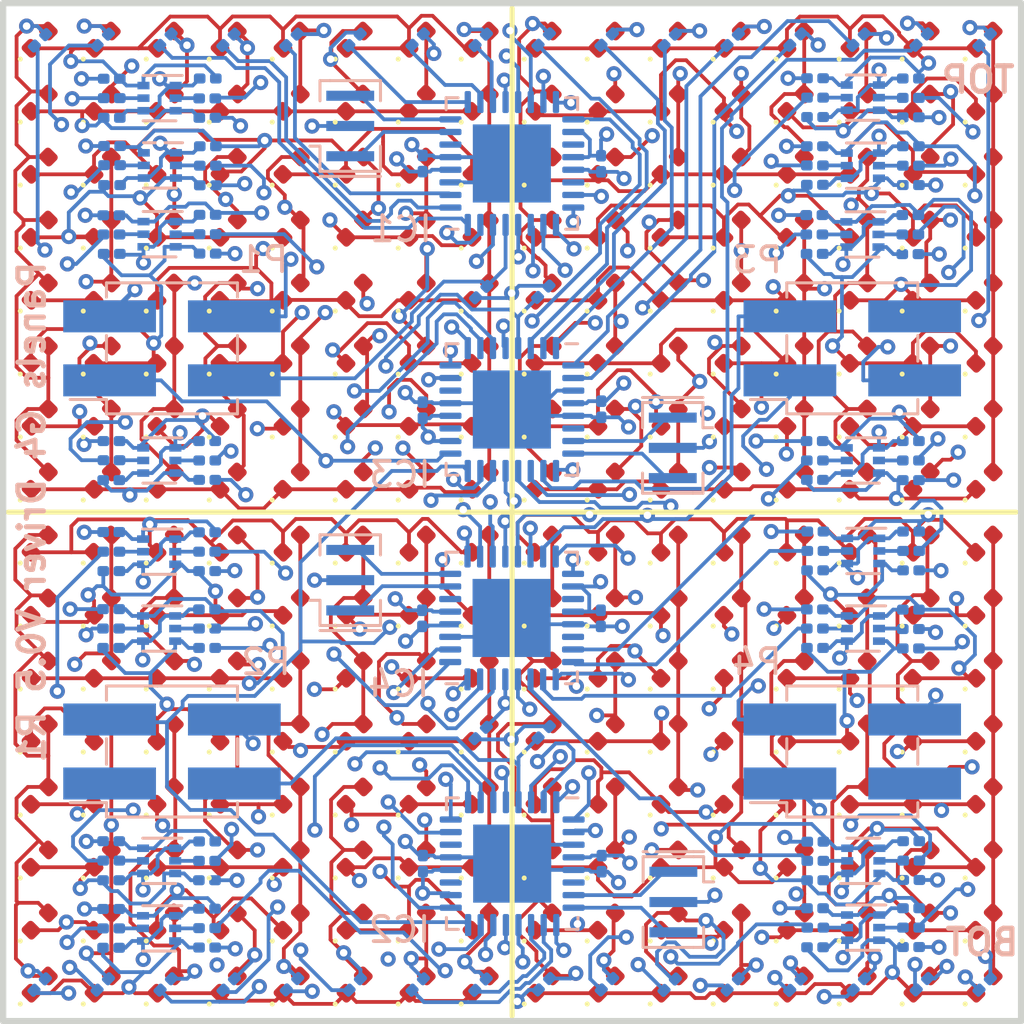
<source format=kicad_pcb>
(kicad_pcb (version 20221018) (generator pcbnew)
  (layers (0 "F.Cu" signal) (1 "In1.Cu" signal) (2 "In2.Cu" signal) (3 "In3.Cu" signal) (4 "In4.Cu" signal) (31 "B.Cu" signal) (34 "B.Paste" user) (35 "F.Paste" user) (36 "B.SilkS" user "B.Silkscreen") (37 "F.SilkS" user "F.Silkscreen") (38 "B.Mask" user) (39 "F.Mask" user) (44 "Edge.Cuts" user))
  (net 0 "")
  (net 1 "+5V")
  (net 2 "/COL0_DRV0")
  (net 3 "/COL0_DRV1")
  (net 4 "/COL0_DRV2")
  (net 5 "/COL0_DRV3")
  (net 6 "/COL1_DRV0")
  (net 7 "/COL1_DRV1")
  (net 8 "/COL1_DRV2")
  (net 9 "/COL1_DRV3")
  (net 10 "/COL2_DRV0")
  (net 11 "/COL2_DRV1")
  (net 12 "/COL2_DRV2")
  (net 13 "/COL2_DRV3")
  (net 14 "/COL3_DRV0")
  (net 15 "/COL3_DRV1")
  (net 16 "/COL3_DRV2")
  (net 17 "/COL3_DRV3")
  (net 18 "/COL4_DRV0")
  (net 19 "/COL4_DRV1")
  (net 20 "/COL4_DRV2")
  (net 21 "/COL4_DRV3")
  (net 22 "/COL5_DRV0")
  (net 23 "/COL5_DRV1")
  (net 24 "/COL5_DRV2")
  (net 25 "/COL5_DRV3")
  (net 26 "/COL6_DRV0")
  (net 27 "/COL6_DRV1")
  (net 28 "/COL6_DRV2")
  (net 29 "/COL6_DRV3")
  (net 30 "/COL7_DRV0")
  (net 31 "/COL7_DRV1")
  (net 32 "/COL7_DRV2")
  (net 33 "/COL7_DRV3")
  (net 34 "/CS0")
  (net 35 "/CS1")
  (net 36 "/CS2")
  (net 37 "/CS3")
  (net 38 "/MISO")
  (net 39 "/MOSI")
  (net 40 "/RESET_DRV0")
  (net 41 "/RESET_DRV1")
  (net 42 "/RESET_DRV3")
  (net 43 "/ROW0_DRV0")
  (net 44 "/ROW0_DRV1")
  (net 45 "/ROW0_DRV2")
  (net 46 "/ROW0_DRV3")
  (net 47 "/ROW0_INV0")
  (net 48 "/ROW0_INV1")
  (net 49 "/ROW0_INV2")
  (net 50 "/ROW0_INV3")
  (net 51 "/ROW1_DRV0")
  (net 52 "/ROW1_DRV1")
  (net 53 "/ROW1_DRV2")
  (net 54 "/ROW1_DRV3")
  (net 55 "/ROW1_INV0")
  (net 56 "/ROW1_INV1")
  (net 57 "/ROW1_INV2")
  (net 58 "/ROW1_INV3")
  (net 59 "/ROW2_DRV0")
  (net 60 "/ROW2_DRV1")
  (net 61 "/ROW2_DRV2")
  (net 62 "/ROW2_DRV3")
  (net 63 "/ROW2_INV0")
  (net 64 "/ROW2_INV1")
  (net 65 "/ROW2_INV2")
  (net 66 "/ROW2_INV3")
  (net 67 "/ROW3_DRV0")
  (net 68 "/ROW3_DRV1")
  (net 69 "/ROW3_DRV2")
  (net 70 "/ROW3_DRV3")
  (net 71 "/ROW3_INV0")
  (net 72 "/ROW3_INV1")
  (net 73 "/ROW3_INV2")
  (net 74 "/ROW3_INV3")
  (net 75 "/ROW4_DRV0")
  (net 76 "/ROW4_DRV1")
  (net 77 "/ROW4_DRV2")
  (net 78 "/ROW4_DRV3")
  (net 79 "/ROW4_INV0")
  (net 80 "/ROW4_INV1")
  (net 81 "/ROW4_INV2")
  (net 82 "/ROW4_INV3")
  (net 83 "/ROW5_DRV0")
  (net 84 "/ROW5_DRV1")
  (net 85 "/ROW5_DRV2")
  (net 86 "/ROW5_DRV3")
  (net 87 "/ROW5_INV0")
  (net 88 "/ROW5_INV1")
  (net 89 "/ROW5_INV2")
  (net 90 "/ROW5_INV3")
  (net 91 "/ROW6_DRV0")
  (net 92 "/ROW6_DRV1")
  (net 93 "/ROW6_DRV2")
  (net 94 "/ROW6_DRV3")
  (net 95 "/ROW6_INV0")
  (net 96 "/ROW6_INV1")
  (net 97 "/ROW6_INV2")
  (net 98 "/ROW6_INV3")
  (net 99 "/ROW7_DRV0")
  (net 100 "/ROW7_DRV1")
  (net 101 "/ROW7_DRV2")
  (net 102 "/ROW7_DRV3")
  (net 103 "/ROW7_INV0")
  (net 104 "/ROW7_INV1")
  (net 105 "/ROW7_INV2")
  (net 106 "/ROW7_INV3")
  (net 107 "/SCK")
  (net 108 "/XTAL0_DRV0")
  (net 109 "/XTAL0_DRV1")
  (net 110 "/XTAL0_DRV2")
  (net 111 "/XTAL0_DRV3")
  (net 112 "/XTAL1_DRV0")
  (net 113 "/XTAL1_DRV1")
  (net 114 "/XTAL1_DRV2")
  (net 115 "/XTAL1_DRV3")
  (net 116 "GND")
  (net 117 "Net-(D1-A)")
  (net 118 "Net-(D10-A)")
  (net 119 "Net-(D17-A)")
  (net 120 "Net-(D25-A)")
  (net 121 "Net-(D33-A)")
  (net 122 "Net-(D41-A)")
  (net 123 "Net-(D49-A)")
  (net 124 "Net-(D57-A)")
  (net 125 "Net-(D65-A)")
  (net 126 "Net-(D73-A)")
  (net 127 "Net-(D81-A)")
  (net 128 "Net-(D89-A)")
  (net 129 "Net-(D100-A)")
  (net 130 "Net-(D105-A)")
  (net 131 "Net-(D113-A)")
  (net 132 "Net-(D121-A)")
  (net 133 "Net-(D129-A)")
  (net 134 "Net-(D137-A)")
  (net 135 "Net-(D145-A)")
  (net 136 "Net-(D153-A)")
  (net 137 "Net-(D161-A)")
  (net 138 "Net-(D169-A)")
  (net 139 "Net-(D177-A)")
  (net 140 "Net-(D185-A)")
  (net 141 "Net-(D193-A)")
  (net 142 "Net-(D201-A)")
  (net 143 "Net-(D209-A)")
  (net 144 "Net-(D217-A)")
  (net 145 "Net-(D225-A)")
  (net 146 "Net-(D233-A)")
  (net 147 "Net-(D241-A)")
  (net 148 "Net-(D249-A)")
  (net 155 "/RESET_DRV2")
  (net 161 "Net-(Q1A-G1)")
  (net 162 "Net-(Q1B-G2)")
  (net 163 "Net-(Q2A-G1)")
  (net 164 "Net-(Q2B-G2)")
  (net 165 "Net-(Q3A-G1)")
  (net 166 "Net-(Q3B-G2)")
  (net 167 "Net-(Q4A-G1)")
  (net 168 "Net-(Q4B-G2)")
  (net 169 "Net-(Q5A-G1)")
  (net 170 "Net-(Q5B-G2)")
  (net 171 "Net-(Q6A-G1)")
  (net 172 "Net-(Q6B-G2)")
  (net 173 "Net-(Q7A-G1)")
  (net 174 "Net-(Q7B-G2)")
  (net 175 "Net-(Q8A-G1)")
  (net 176 "Net-(Q8B-G2)")
  (net 177 "Net-(Q9A-G1)")
  (net 178 "Net-(Q9B-G2)")
  (net 179 "Net-(Q10A-G1)")
  (net 180 "Net-(Q10B-G2)")
  (net 181 "Net-(Q11A-G1)")
  (net 182 "Net-(Q11B-G2)")
  (net 183 "Net-(Q12A-G1)")
  (net 184 "Net-(Q12B-G2)")
  (net 185 "Net-(Q13A-G1)")
  (net 186 "Net-(Q13B-G2)")
  (net 187 "Net-(Q14A-G1)")
  (net 188 "Net-(Q14B-G2)")
  (net 189 "Net-(Q15A-G1)")
  (net 190 "Net-(Q15B-G2)")
  (net 191 "Net-(Q16A-G1)")
  (net 192 "Net-(Q16B-G2)")
  (footprint "driver_custom:LED_0402_1005Metric" (layer "F.Cu") (at 86.25 63.75 45)
    (fp_text reference "D182" hide)
    (fp_text value "LED" hide)
  )
  (footprint "driver_custom:LED_0402_1005Metric" (layer "F.Cu") (at 83.75 63.75 45)
    (fp_text reference "D174" hide)
    (fp_text value "LED" hide)
  )
  (footprint "driver_custom:LED_0402_1005Metric" (layer "F.Cu") (at 81.25 63.75 45)
    (fp_text reference "D166" hide)
    (fp_text value "LED" hide)
  )
  (footprint "driver_custom:LED_0402_1005Metric" (layer "F.Cu") (at 78.75 63.75 45)
    (fp_text reference "D158" hide)
    (fp_text value "LED" hide)
  )
  (footprint "driver_custom:LED_0402_1005Metric" (layer "F.Cu") (at 76.25 63.75 45)
    (fp_text reference "D150" hide)
    (fp_text value "LED" hide)
  )
  (footprint "driver_custom:LED_0402_1005Metric" (layer "F.Cu") (at 73.75 63.75 45)
    (fp_text reference "D142" hide)
    (fp_text value "LED" hide)
  )
  (footprint "driver_custom:LED_0402_1005Metric" (layer "F.Cu") (at 71.25 63.75 45)
    (fp_text reference "D134" hide)
    (fp_text value "LED" hide)
  )
  (footprint "driver_custom:LED_0402_1005Metric" (layer "F.Cu") (at 88.75 61.25 45)
    (fp_text reference "D189" hide)
    (fp_text value "LED" hide)
  )
  (footprint "driver_custom:LED_0402_1005Metric" (layer "F.Cu") (at 86.25 61.25 45)
    (fp_text reference "D181" hide)
    (fp_text value "LED" hide)
  )
  (footprint "driver_custom:LED_0402_1005Metric" (layer "F.Cu") (at 83.75 61.25 45)
    (fp_text reference "D173" hide)
    (fp_text value "LED" hide)
  )
  (footprint "driver_custom:LED_0402_1005Metric" (layer "F.Cu") (at 81.25 61.25 45)
    (fp_text reference "D165" hide)
    (fp_text value "LED" hide)
  )
  (footprint "driver_custom:LED_0402_1005Metric" (layer "F.Cu") (at 78.75 61.25 45)
    (fp_text reference "D157" hide)
    (fp_text value "LED" hide)
  )
  (footprint "driver_custom:LED_0402_1005Metric" (layer "F.Cu") (at 76.25 61.25 45)
    (fp_text reference "D149" hide)
    (fp_text value "LED" hide)
  )
  (footprint "driver_custom:LED_0402_1005Metric" (layer "F.Cu") (at 73.75 61.25 45)
    (fp_text reference "D141" hide)
    (fp_text value "LED" hide)
  )
  (footprint "driver_custom:LED_0402_1005Metric" (layer "F.Cu") (at 88.75 58.75 45)
    (fp_text reference "D188" hide)
    (fp_text value "LED" hide)
  )
  (footprint "driver_custom:LED_0402_1005Metric" (layer "F.Cu") (at 71.25 61.25 45)
    (fp_text reference "D133" hide)
    (fp_text value "LED" hide)
  )
  (footprint "driver_custom:LED_0402_1005Metric" (layer "F.Cu") (at 88.75 66.25 45)
    (fp_text reference "D191" hide)
    (fp_text value "LED" hide)
  )
  (footprint "driver_custom:LED_0402_1005Metric" (layer "F.Cu") (at 81.25 68.75 45)
    (fp_text reference "D168" hide)
    (fp_text value "LED" hide)
  )
  (footprint "driver_custom:LED_0402_1005Metric" (layer "F.Cu") (at 83.75 68.75 45)
    (fp_text reference "D176" hide)
    (fp_text value "LED" hide)
  )
  (footprint "driver_custom:LED_0402_1005Metric" (layer "F.Cu") (at 68.75 88.75 45)
    (fp_text reference "D128" hide)
    (fp_text value "LED" hide)
  )
  (footprint "driver_custom:LED_0402_1005Metric" (layer "F.Cu") (at 86.25 68.75 45)
    (fp_text reference "D184" hide)
    (fp_text value "LED" hide)
  )
  (footprint "driver_custom:LED_0402_1005Metric" (layer "F.Cu") (at 78.75 68.75 45)
    (fp_text reference "D160" hide)
    (fp_text value "LED" hide)
  )
  (footprint "driver_custom:LED_0402_1005Metric" (layer "F.Cu") (at 76.25 68.75 45)
    (fp_text reference "D152" hide)
    (fp_text value "LED" hide)
  )
  (footprint "driver_custom:LED_0402_1005Metric" (layer "F.Cu") (at 73.75 68.75 45)
    (fp_text reference "D144" hide)
    (fp_text value "LED" hide)
  )
  (footprint "driver_custom:LED_0402_1005Metric" (layer "F.Cu") (at 71.25 68.75 45)
    (fp_text reference "D136" hide)
    (fp_text value "LED" hide)
  )
  (footprint "driver_custom:LED_0402_1005Metric" (layer "F.Cu") (at 88.75 63.75 45)
    (fp_text reference "D190" hide)
    (fp_text value "LED" hide)
  )
  (footprint "driver_custom:LED_0402_1005Metric" (layer "F.Cu") (at 86.25 66.25 45)
    (fp_text reference "D183" hide)
    (fp_text value "LED" hide)
  )
  (footprint "driver_custom:LED_0402_1005Metric" (layer "F.Cu") (at 83.75 66.25 45)
    (fp_text reference "D175" hide)
    (fp_text value "LED" hide)
  )
  (footprint "driver_custom:LED_0402_1005Metric" (layer "F.Cu") (at 81.25 66.25 45)
    (fp_text reference "D167" hide)
    (fp_text value "LED" hide)
  )
  (footprint "driver_custom:LED_0402_1005Metric" (layer "F.Cu") (at 78.75 66.25 45)
    (fp_text reference "D159" hide)
    (fp_text value "LED" hide)
  )
  (footprint "driver_custom:LED_0402_1005Metric" (layer "F.Cu") (at 76.25 66.25 45)
    (fp_text reference "D151" hide)
    (fp_text value "LED" hide)
  )
  (footprint "driver_custom:LED_0402_1005Metric" (layer "F.Cu") (at 73.75 66.25 45)
    (fp_text reference "D143" hide)
    (fp_text value "LED" hide)
  )
  (footprint "driver_custom:LED_0402_1005Metric" (layer "F.Cu") (at 71.25 66.25 45)
    (fp_text reference "D135" hide)
    (fp_text value "LED" hide)
  )
  (footprint "driver_custom:LED_0402_1005Metric" (layer "F.Cu") (at 86.25 53.75 45)
    (fp_text reference "D178" hide)
    (fp_text value "LED" hide)
  )
  (footprint "driver_custom:LED_0402_1005Metric" (layer "F.Cu") (at 66.25 86.25 45)
    (fp_text reference "D119" hide)
    (fp_text value "LED" hide)
  )
  (footprint "driver_custom:LED_0402_1005Metric" (layer "F.Cu") (at 71.25 51.25 45)
    (fp_text reference "D129" hide)
    (fp_text value "LED" hide)
  )
  (footprint "driver_custom:LED_0402_1005Metric" (layer "F.Cu") (at 73.75 51.25 45)
    (fp_text reference "D137" hide)
    (fp_text value "LED" hide)
  )
  (footprint "driver_custom:LED_0402_1005Metric" (layer "F.Cu") (at 76.25 51.25 45)
    (fp_text reference "D145" hide)
    (fp_text value "LED" hide)
  )
  (footprint "driver_custom:LED_0402_1005Metric" (layer "F.Cu") (at 78.75 51.25 45)
    (fp_text reference "D153" hide)
    (fp_text value "LED" hide)
  )
  (footprint "driver_custom:LED_0402_1005Metric" (layer "F.Cu") (at 81.25 51.25 45)
    (fp_text reference "D161" hide)
    (fp_text value "LED" hide)
  )
  (footprint "driver_custom:LED_0402_1005Metric" (layer "F.Cu") (at 83.75 51.25 45)
    (fp_text reference "D169" hide)
    (fp_text value "LED" hide)
  )
  (footprint "driver_custom:LED_0402_1005Metric" (layer "F.Cu") (at 86.25 51.25 45)
    (fp_text reference "D177" hide)
    (fp_text value "LED" hide)
  )
  (footprint "driver_custom:LED_0402_1005Metric" (layer "F.Cu") (at 88.75 51.25 45)
    (fp_text reference "D185" hide)
    (fp_text value "LED" hide)
  )
  (footprint "driver_custom:LED_0402_1005Metric" (layer "F.Cu") (at 71.25 53.75 45)
    (fp_text reference "D130" hide)
    (fp_text value "LED" hide)
  )
  (footprint "driver_custom:LED_0402_1005Metric" (layer "F.Cu") (at 73.75 53.75 45)
    (fp_text reference "D138" hide)
    (fp_text value "LED" hide)
  )
  (footprint "driver_custom:LED_0402_1005Metric" (layer "F.Cu") (at 76.25 53.75 45)
    (fp_text reference "D146" hide)
    (fp_text value "LED" hide)
  )
  (footprint "driver_custom:LED_0402_1005Metric" (layer "F.Cu") (at 78.75 53.75 45)
    (fp_text reference "D154" hide)
    (fp_text value "LED" hide)
  )
  (footprint "driver_custom:LED_0402_1005Metric" (layer "F.Cu") (at 81.25 53.75 45)
    (fp_text reference "D162" hide)
    (fp_text value "LED" hide)
  )
  (footprint "driver_custom:LED_0402_1005Metric" (layer "F.Cu") (at 83.75 53.75 45)
    (fp_text reference "D170" hide)
    (fp_text value "LED" hide)
  )
  (footprint "driver_custom:LED_0402_1005Metric" (layer "F.Cu") (at 86.25 58.75 45)
    (fp_text reference "D180" hide)
    (fp_text value "LED" hide)
  )
  (footprint "driver_custom:LED_0402_1005Metric" (layer "F.Cu") (at 88.75 53.75 45)
    (fp_text reference "D186" hide)
    (fp_text value "LED" hide)
  )
  (footprint "driver_custom:LED_0402_1005Metric" (layer "F.Cu") (at 71.25 56.25 45)
    (fp_text reference "D131" hide)
    (fp_text value "LED" hide)
  )
  (footprint "driver_custom:LED_0402_1005Metric" (layer "F.Cu") (at 73.75 56.25 45)
    (fp_text reference "D139" hide)
    (fp_text value "LED" hide)
  )
  (footprint "driver_custom:LED_0402_1005Metric" (layer "F.Cu") (at 76.25 56.25 45)
    (fp_text reference "D147" hide)
    (fp_text value "LED" hide)
  )
  (footprint "driver_custom:LED_0402_1005Metric" (layer "F.Cu") (at 78.75 56.25 45)
    (fp_text reference "D155" hide)
    (fp_text value "LED" hide)
  )
  (footprint "driver_custom:LED_0402_1005Metric" (layer "F.Cu") (at 81.25 56.25 45)
    (fp_text reference "D163" hide)
    (fp_text value "LED" hide)
  )
  (footprint "driver_custom:LED_0402_1005Metric" (layer "F.Cu") (at 83.75 56.25 45)
    (fp_text reference "D171" hide)
    (fp_text value "LED" hide)
  )
  (footprint "driver_custom:LED_0402_1005Metric" (layer "F.Cu") (at 86.25 56.25 45)
    (fp_text reference "D179" hide)
    (fp_text value "LED" hide)
  )
  (footprint "driver_custom:LED_0402_1005Metric" (layer "F.Cu") (at 88.75 56.25 45)
    (fp_text reference "D187" hide)
    (fp_text value "LED" hide)
  )
  (footprint "driver_custom:LED_0402_1005Metric" (layer "F.Cu") (at 71.25 58.75 45)
    (fp_text reference "D132" hide)
    (fp_text value "LED" hide)
  )
  (footprint "driver_custom:LED_0402_1005Metric" (layer "F.Cu") (at 73.75 58.75 45)
    (fp_text reference "D140" hide)
    (fp_text value "LED" hide)
  )
  (footprint "driver_custom:LED_0402_1005Metric" (layer "F.Cu") (at 76.25 58.75 45)
    (fp_text reference "D148" hide)
    (fp_text value "LED" hide)
  )
  (footprint "driver_custom:LED_0402_1005Metric" (layer "F.Cu") (at 78.75 58.75 45)
    (fp_text reference "D156" hide)
    (fp_text value "LED" hide)
  )
  (footprint "driver_custom:LED_0402_1005Metric" (layer "F.Cu") (at 81.25 58.75 45)
    (fp_text reference "D164" hide)
    (fp_text value "LED" hide)
  )
  (footprint "driver_custom:LED_0402_1005Metric" (layer "F.Cu") (at 83.75 58.75 45)
    (fp_text reference "D172" hide)
    (fp_text value "LED" hide)
  )
  (footprint "driver_custom:LED_0402_1005Metric" (layer "F.Cu") (at 88.75 81.25 45)
    (fp_text reference "D253" hide)
    (fp_text value "LED" hide)
  )
  (footprint "driver_custom:LED_0402_1005Metric" (layer "F.Cu") (at 88.75 83.75 45)
    (fp_text reference "D254" hide)
    (fp_text value "LED" hide)
  )
  (footprint "driver_custom:LED_0402_1005Metric" (layer "F.Cu") (at 86.25 83.75 45)
    (fp_text reference "D246" hide)
    (fp_text value "LED" hide)
  )
  (footprint "driver_custom:LED_0402_1005Metric" (layer "F.Cu") (at 83.75 83.75 45)
    (fp_text reference "D238" hide)
    (fp_text value "LED" hide)
  )
  (footprint "driver_custom:LED_0402_1005Metric" (layer "F.Cu") (at 81.25 83.75 45)
    (fp_text reference "D230" hide)
    (fp_text value "LED" hide)
  )
  (footprint "driver_custom:LED_0402_1005Metric" (layer "F.Cu") (at 78.75 83.75 45)
    (fp_text reference "D222" hide)
    (fp_text value "LED" hide)
  )
  (footprint "driver_custom:LED_0402_1005Metric" (layer "F.Cu") (at 76.25 83.75 45)
    (fp_text reference "D214" hide)
    (fp_text value "LED" hide)
  )
  (footprint "driver_custom:LED_0402_1005Metric" (layer "F.Cu") (at 73.75 83.75 45)
    (fp_text reference "D206" hide)
    (fp_text value "LED" hide)
  )
  (footprint "driver_custom:LED_0402_1005Metric" (layer "F.Cu") (at 71.25 83.75 45)
    (fp_text reference "D198" hide)
    (fp_text value "LED" hide)
  )
  (footprint "driver_custom:LED_0402_1005Metric" (layer "F.Cu") (at 71.25 86.25 45)
    (fp_text reference "D199" hide)
    (fp_text value "LED" hide)
  )
  (footprint "driver_custom:LED_0402_1005Metric" (layer "F.Cu") (at 86.25 81.25 45)
    (fp_text reference "D245" hide)
    (fp_text value "LED" hide)
  )
  (footprint "driver_custom:LED_0402_1005Metric" (layer "F.Cu") (at 83.75 81.25 45)
    (fp_text reference "D237" hide)
    (fp_text value "LED" hide)
  )
  (footprint "driver_custom:LED_0402_1005Metric" (layer "F.Cu") (at 81.25 81.25 45)
    (fp_text reference "D229" hide)
    (fp_text value "LED" hide)
  )
  (footprint "driver_custom:LED_0402_1005Metric" (layer "F.Cu") (at 78.75 81.25 45)
    (fp_text reference "D221" hide)
    (fp_text value "LED" hide)
  )
  (footprint "driver_custom:LED_0402_1005Metric" (layer "F.Cu") (at 76.25 81.25 45)
    (fp_text reference "D213" hide)
    (fp_text value "LED" hide)
  )
  (footprint "driver_custom:LED_0402_1005Metric" (layer "F.Cu") (at 73.75 81.25 45)
    (fp_text reference "D205" hide)
    (fp_text value "LED" hide)
  )
  (footprint "driver_custom:LED_0402_1005Metric" (layer "F.Cu") (at 71.25 81.25 45)
    (fp_text reference "D197" hide)
    (fp_text value "LED" hide)
  )
  (footprint "driver_custom:LED_0402_1005Metric" (layer "F.Cu") (at 88.75 78.75 45)
    (fp_text reference "D252" hide)
    (fp_text value "LED" hide)
  )
  (footprint "driver_custom:LED_0402_1005Metric" (layer "F.Cu") (at 73.75 86.25 45)
    (fp_text reference "D207" hide)
    (fp_text value "LED" hide)
  )
  (footprint "driver_custom:LED_0402_1005Metric" (layer "F.Cu") (at 76.25 86.25 45)
    (fp_text reference "D215" hide)
    (fp_text value "LED" hide)
  )
  (footprint "driver_custom:LED_0402_1005Metric" (layer "F.Cu") (at 78.75 86.25 45)
    (fp_text reference "D223" hide)
    (fp_text value "LED" hide)
  )
  (footprint "driver_custom:LED_0402_1005Metric" (layer "F.Cu") (at 81.25 86.25 45)
    (fp_text reference "D231" hide)
    (fp_text value "LED" hide)
  )
  (footprint "driver_custom:LED_0402_1005Metric" (layer "F.Cu") (at 83.75 86.25 45)
    (fp_text reference "D239" hide)
    (fp_text value "LED" hide)
  )
  (footprint "driver_custom:LED_0402_1005Metric" (layer "F.Cu") (at 86.25 86.25 45)
    (fp_text reference "D247" hide)
    (fp_text value "LED" hide)
  )
  (footprint "driver_custom:LED_0402_1005Metric" (layer "F.Cu") (at 88.75 86.25 45)
    (fp_text reference "D255" hide)
    (fp_text value "LED" hide)
  )
  (footprint "driver_custom:LED_0402_1005Metric" (layer "F.Cu") (at 71.25 88.75 45)
    (fp_text reference "D200" hide)
    (fp_text value "LED" hide)
  )
  (footprint "driver_custom:LED_0402_1005Metric" (layer "F.Cu") (at 73.75 88.75 45)
    (fp_text reference "D208" hide)
    (fp_text value "LED" hide)
  )
  (footprint "driver_custom:LED_0402_1005Metric" (layer "F.Cu") (at 76.25 88.75 45)
    (fp_text reference "D216" hide)
    (fp_text value "LED" hide)
  )
  (footprint "driver_custom:LED_0402_1005Metric" (layer "F.Cu") (at 78.75 88.75 45)
    (fp_text reference "D224" hide)
    (fp_text value "LED" hide)
  )
  (footprint "driver_custom:LED_0402_1005Metric" (layer "F.Cu") (at 81.25 88.75 45)
    (fp_text reference "D232" hide)
    (fp_text value "LED" hide)
  )
  (footprint "driver_custom:LED_0402_1005Metric" (layer "F.Cu") (at 83.75 88.75 45)
    (fp_text reference "D240" hide)
    (fp_text value "LED" hide)
  )
  (footprint "driver_custom:LED_0402_1005Metric" (layer "F.Cu") (at 86.25 88.75 45)
    (fp_text reference "D248" hide)
    (fp_text value "LED" hide)
  )
  (footprint "driver_custom:LED_0402_1005Metric" (layer "F.Cu") (at 88.75 88.75 45)
    (fp_text reference "D256" hide)
    (fp_text value "LED" hide)
  )
  (footprint "driver_custom:LED_0402_1005Metric" (layer "F.Cu") (at 88.75 73.75 45)
    (fp_text reference "D250" hide)
    (fp_text value "LED" hide)
  )
  (footprint "driver_custom:LED_0402_1005Metric" (layer "F.Cu") (at 71.25 71.25 45)
    (fp_text reference "D193" hide)
    (fp_text value "LED" hide)
  )
  (footprint "driver_custom:LED_0402_1005Metric" (layer "F.Cu") (at 73.75 71.25 45)
    (fp_text reference "D201" hide)
    (fp_text value "LED" hide)
  )
  (footprint "driver_custom:LED_0402_1005Metric" (layer "F.Cu") (at 76.25 71.25 45)
    (fp_text reference "D209" hide)
    (fp_text value "LED" hide)
  )
  (footprint "driver_custom:LED_0402_1005Metric" (layer "F.Cu") (at 78.75 71.25 45)
    (fp_text reference "D217" hide)
    (fp_text value "LED" hide)
  )
  (footprint "driver_custom:LED_0402_1005Metric" (layer "F.Cu") (at 81.25 71.25 45)
    (fp_text reference "D225" hide)
    (fp_text value "LED" hide)
  )
  (footprint "driver_custom:LED_0402_1005Metric" (layer "F.Cu") (at 83.75 71.25 45)
    (fp_text reference "D233" hide)
    (fp_text value "LED" hide)
  )
  (footprint "driver_custom:LED_0402_1005Metric" (layer "F.Cu") (at 86.25 71.25 45)
    (fp_text reference "D241" hide)
    (fp_text value "LED" hide)
  )
  (footprint "driver_custom:LED_0402_1005Metric" (layer "F.Cu") (at 88.75 71.25 45)
    (fp_text reference "D249" hide)
    (fp_text value "LED" hide)
  )
  (footprint "driver_custom:LED_0402_1005Metric" (layer "F.Cu") (at 71.25 73.75 45)
    (fp_text reference "D194" hide)
    (fp_text value "LED" hide)
  )
  (footprint "driver_custom:LED_0402_1005Metric" (layer "F.Cu") (at 73.75 73.75 45)
    (fp_text reference "D202" hide)
    (fp_text value "LED" hide)
  )
  (footprint "driver_custom:LED_0402_1005Metric" (layer "F.Cu") (at 76.25 73.75 45)
    (fp_text reference "D210" hide)
    (fp_text value "LED" hide)
  )
  (footprint "driver_custom:LED_0402_1005Metric" (layer "F.Cu") (at 78.75 73.75 45)
    (fp_text reference "D218" hide)
    (fp_text value "LED" hide)
  )
  (footprint "driver_custom:LED_0402_1005Metric" (layer "F.Cu") (at 81.25 73.75 45)
    (fp_text reference "D226" hide)
    (fp_text value "LED" hide)
  )
  (footprint "driver_custom:LED_0402_1005Metric" (layer "F.Cu") (at 83.75 73.75 45)
    (fp_text reference "D234" hide)
    (fp_text value "LED" hide)
  )
  (footprint "driver_custom:LED_0402_1005Metric" (layer "F.Cu") (at 86.25 73.75 45)
    (fp_text reference "D242" hide)
    (fp_text value "LED" hide)
  )
  (footprint "driver_custom:LED_0402_1005Metric" (layer "F.Cu") (at 88.75 68.75 45)
    (fp_text reference "D192" hide)
    (fp_text value "LED" hide)
  )
  (footprint "driver_custom:LED_0402_1005Metric" (layer "F.Cu") (at 71.25 76.25 45)
    (fp_text reference "D195" hide)
    (fp_text value "LED" hide)
  )
  (footprint "driver_custom:LED_0402_1005Metric" (layer "F.Cu") (at 73.75 76.25 45)
    (fp_text reference "D203" hide)
    (fp_text value "LED" hide)
  )
  (footprint "driver_custom:LED_0402_1005Metric" (layer "F.Cu") (at 76.25 76.25 45)
    (fp_text reference "D211" hide)
    (fp_text value "LED" hide)
  )
  (footprint "driver_custom:LED_0402_1005Metric" (layer "F.Cu") (at 78.75 76.25 45)
    (fp_text reference "D219" hide)
    (fp_text value "LED" hide)
  )
  (footprint "driver_custom:LED_0402_1005Metric" (layer "F.Cu") (at 81.25 76.25 45)
    (fp_text reference "D227" hide)
    (fp_text value "LED" hide)
  )
  (footprint "driver_custom:LED_0402_1005Metric" (layer "F.Cu") (at 83.75 76.25 45)
    (fp_text reference "D235" hide)
    (fp_text value "LED" hide)
  )
  (footprint "driver_custom:LED_0402_1005Metric" (layer "F.Cu") (at 86.25 76.25 45)
    (fp_text reference "D243" hide)
    (fp_text value "LED" hide)
  )
  (footprint "driver_custom:LED_0402_1005Metric" (layer "F.Cu") (at 88.75 76.25 45)
    (fp_text reference "D251" hide)
    (fp_text value "LED" hide)
  )
  (footprint "driver_custom:LED_0402_1005Metric" (layer "F.Cu") (at 71.25 78.75 45)
    (fp_text reference "D196" hide)
    (fp_text value "LED" hide)
  )
  (footprint "driver_custom:LED_0402_1005Metric" (layer "F.Cu") (at 73.75 78.75 45)
    (fp_text reference "D204" hide)
    (fp_text value "LED" hide)
  )
  (footprint "driver_custom:LED_0402_1005Metric" (layer "F.Cu") (at 76.25 78.75 45)
    (fp_text reference "D212" hide)
    (fp_text value "LED" hide)
  )
  (footprint "driver_custom:LED_0402_1005Metric" (layer "F.Cu") (at 78.75 78.75 45)
    (fp_text reference "D220" hide)
    (fp_text value "LED" hide)
  )
  (footprint "driver_custom:LED_0402_1005Metric" (layer "F.Cu") (at 81.25 78.75 45)
    (fp_text reference "D228" hide)
    (fp_text value "LED" hide)
  )
  (footprint "driver_custom:LED_0402_1005Metric" (layer "F.Cu") (at 83.75 78.75 45)
    (fp_text reference "D236" hide)
    (fp_text value "LED" hide)
  )
  (footprint "driver_custom:LED_0402_1005Metric" (layer "F.Cu") (at 86.25 78.75 45)
    (fp_text reference "D244" hide)
    (fp_text value "LED" hide)
  )
  (footprint "driver_custom:LED_0402_1005Metric" (layer "F.Cu") (at 68.75 63.75 45)
    (fp_text reference "D62" hide)
    (fp_text value "LED" hide)
  )
  (footprint "driver_custom:LED_0402_1005Metric" (layer "F.Cu") (at 51.25 61.25 45)
    (fp_text reference "D5" hide)
    (fp_text value "LED" hide)
  )
  (footprint "driver_custom:LED_0402_1005Metric" (layer "F.Cu") (at 53.75 61.25 45)
    (fp_text reference "D13" hide)
    (fp_text value "LED" hide)
  )
  (footprint "driver_custom:LED_0402_1005Metric" (layer "F.Cu") (at 56.25 61.25 45)
    (fp_text reference "D21" hide)
    (fp_text value "LED" hide)
  )
  (footprint "driver_custom:LED_0402_1005Metric" (layer "F.Cu") (at 58.75 61.25 45)
    (fp_text reference "D29" hide)
    (fp_text value "LED" hide)
  )
  (footprint "driver_custom:LED_0402_1005Metric" (layer "F.Cu") (at 61.25 61.25 45)
    (fp_text reference "D37" hide)
    (fp_text value "LED" hide)
  )
  (footprint "driver_custom:LED_0402_1005Metric" (layer "F.Cu") (at 63.75 61.25 45)
    (fp_text reference "D45" hide)
    (fp_text value "LED" hide)
  )
  (footprint "driver_custom:LED_0402_1005Metric" (layer "F.Cu") (at 66.25 61.25 45)
    (fp_text reference "D53" hide)
    (fp_text value "LED" hide)
  )
  (footprint "driver_custom:LED_0402_1005Metric" (layer "F.Cu") (at 68.75 61.25 45)
    (fp_text reference "D61" hide)
    (fp_text value "LED" hide)
  )
  (footprint "driver_custom:LED_0402_1005Metric" (layer "F.Cu") (at 51.25 63.75 45)
    (fp_text reference "D6" hide)
    (fp_text value "LED" hide)
  )
  (footprint "driver_custom:LED_0402_1005Metric" (layer "F.Cu") (at 53.75 63.75 45)
    (fp_text reference "D14" hide)
    (fp_text value "LED" hide)
  )
  (footprint "driver_custom:LED_0402_1005Metric" (layer "F.Cu") (at 56.25 63.75 45)
    (fp_text reference "D22" hide)
    (fp_text value "LED" hide)
  )
  (footprint "driver_custom:LED_0402_1005Metric" (layer "F.Cu") (at 58.75 63.75 45)
    (fp_text reference "D30" hide)
    (fp_text value "LED" hide)
  )
  (footprint "driver_custom:LED_0402_1005Metric" (layer "F.Cu") (at 61.25 63.75 45)
    (fp_text reference "D38" hide)
    (fp_text value "LED" hide)
  )
  (footprint "driver_custom:LED_0402_1005Metric" (layer "F.Cu") (at 63.75 63.75 45)
    (fp_text reference "D46" hide)
    (fp_text value "LED" hide)
  )
  (footprint "driver_custom:LED_0402_1005Metric" (layer "F.Cu") (at 66.25 63.75 45)
    (fp_text reference "D54" hide)
    (fp_text value "LED" hide)
  )
  (footprint "driver_custom:LED_0402_1005Metric" (layer "F.Cu") (at 68.75 58.75 45)
    (fp_text reference "D60" hide)
    (fp_text value "LED" hide)
  )
  (footprint "driver_custom:LED_0402_1005Metric" (layer "F.Cu") (at 51.25 66.25 45)
    (fp_text reference "D7" hide)
    (fp_text value "LED" hide)
  )
  (footprint "driver_custom:LED_0402_1005Metric" (layer "F.Cu") (at 53.75 66.25 45)
    (fp_text reference "D15" hide)
    (fp_text value "LED" hide)
  )
  (footprint "driver_custom:LED_0402_1005Metric" (layer "F.Cu") (at 56.25 66.25 45)
    (fp_text reference "D23" hide)
    (fp_text value "LED" hide)
  )
  (footprint "driver_custom:LED_0402_1005Metric" (layer "F.Cu") (at 58.75 66.25 45)
    (fp_text reference "D31" hide)
    (fp_text value "LED" hide)
  )
  (footprint "driver_custom:LED_0402_1005Metric" (layer "F.Cu") (at 61.25 66.25 45)
    (fp_text reference "D39" hide)
    (fp_text value "LED" hide)
  )
  (footprint "driver_custom:LED_0402_1005Metric" (layer "F.Cu") (at 63.75 66.25 45)
    (fp_text reference "D47" hide)
    (fp_text value "LED" hide)
  )
  (footprint "driver_custom:LED_0402_1005Metric" (layer "F.Cu") (at 66.25 66.25 45)
    (fp_text reference "D55" hide)
    (fp_text value "LED" hide)
  )
  (footprint "driver_custom:LED_0402_1005Metric" (layer "F.Cu") (at 68.75 66.25 45)
    (fp_text reference "D63" hide)
    (fp_text value "LED" hide)
  )
  (footprint "driver_custom:LED_0402_1005Metric" (layer "F.Cu") (at 51.25 68.75 45)
    (fp_text reference "D8" hide)
    (fp_text value "LED" hide)
  )
  (footprint "driver_custom:LED_0402_1005Metric" (layer "F.Cu") (at 53.75 68.75 45)
    (fp_text reference "D16" hide)
    (fp_text value "LED" hide)
  )
  (footprint "driver_custom:LED_0402_1005Metric" (layer "F.Cu") (at 56.25 68.75 45)
    (fp_text reference "D24" hide)
    (fp_text value "LED" hide)
  )
  (footprint "driver_custom:LED_0402_1005Metric" (layer "F.Cu") (at 58.75 68.75 45)
    (fp_text reference "D32" hide)
    (fp_text value "LED" hide)
  )
  (footprint "driver_custom:LED_0402_1005Metric" (layer "F.Cu") (at 61.25 68.75 45)
    (fp_text reference "D40" hide)
    (fp_text value "LED" hide)
  )
  (footprint "driver_custom:LED_0402_1005Metric" (layer "F.Cu") (at 63.75 68.75 45)
    (fp_text reference "D48" hide)
    (fp_text value "LED" hide)
  )
  (footprint "driver_custom:LED_0402_1005Metric" (layer "F.Cu") (at 66.25 68.75 45)
    (fp_text reference "D56" hide)
    (fp_text value "LED" hide)
  )
  (footprint "driver_custom:LED_0402_1005Metric" (layer "F.Cu") (at 68.75 53.75 45)
    (fp_text reference "D58" hide)
    (fp_text value "LED" hide)
  )
  (footprint "driver_custom:LED_0402_1005Metric" (layer "F.Cu") (at 51.25 51.25 45)
    (fp_text reference "D1" hide)
    (fp_text value "LED" hide)
  )
  (footprint "driver_custom:LED_0402_1005Metric" (layer "F.Cu") (at 53.75 51.25 45)
    (fp_text reference "D9" hide)
    (fp_text value "LED" hide)
  )
  (footprint "driver_custom:LED_0402_1005Metric" (layer "F.Cu") (at 56.25 51.25 45)
    (fp_text reference "D17" hide)
    (fp_text value "LED" hide)
  )
  (footprint "driver_custom:LED_0402_1005Metric" (layer "F.Cu") (at 58.75 51.25 45)
    (fp_text reference "D25" hide)
    (fp_text value "LED" hide)
  )
  (footprint "driver_custom:LED_0402_1005Metric" (layer "F.Cu") (at 61.25 51.25 45)
    (fp_text reference "D33" hide)
    (fp_text value "LED" hide)
  )
  (footprint "driver_custom:LED_0402_1005Metric" (layer "F.Cu") (at 63.75 51.25 45)
    (fp_text reference "D41" hide)
    (fp_text value "LED" hide)
  )
  (footprint "driver_custom:LED_0402_1005Metric" (layer "F.Cu") (at 66.25 51.25 45)
    (fp_text reference "D49" hide)
    (fp_text value "LED" hide)
  )
  (footprint "driver_custom:LED_0402_1005Metric" (layer "F.Cu") (at 68.75 51.25 45)
    (fp_text reference "D57" hide)
    (fp_text value "LED" hide)
  )
  (footprint "driver_custom:LED_0402_1005Metric" (layer "F.Cu") (at 51.25 53.75 45)
    (fp_text reference "D2" hide)
    (fp_text value "LED" hide)
  )
  (footprint "driver_custom:LED_0402_1005Metric" (layer "F.Cu") (at 53.75 53.75 45)
    (fp_text reference "D10" hide)
    (fp_text value "LED" hide)
  )
  (footprint "driver_custom:LED_0402_1005Metric" (layer "F.Cu") (at 56.25 53.75 45)
    (fp_text reference "D18" hide)
    (fp_text value "LED" hide)
  )
  (footprint "driver_custom:LED_0402_1005Metric" (layer "F.Cu") (at 58.75 53.75 45)
    (fp_text reference "D26" hide)
    (fp_text value "LED" hide)
  )
  (footprint "driver_custom:LED_0402_1005Metric" (layer "F.Cu") (at 61.25 53.75 45)
    (fp_text reference "D34" hide)
    (fp_text value "LED" hide)
  )
  (footprint "driver_custom:LED_0402_1005Metric" (layer "F.Cu") (at 63.75 53.75 45)
    (fp_text reference "D42" hide)
    (fp_text value "LED" hide)
  )
  (footprint "driver_custom:LED_0402_1005Metric" (layer "F.Cu") (at 66.25 53.75 45)
    (fp_text reference "D50" hide)
    (fp_text value "LED" hide)
  )
  (footprint "driver_custom:LED_0402_1005Metric" (layer "F.Cu") (at 63.75 88.75 45)
    (fp_text reference "D112" hide)
    (fp_text value "LED" hide)
  )
  (footprint "driver_custom:LED_0402_1005Metric" (layer "F.Cu") (at 51.25 56.25 45)
    (fp_text reference "D3" hide)
    (fp_text value "LED" hide)
  )
  (footprint "driver_custom:LED_0402_1005Metric" (layer "F.Cu") (at 53.75 56.25 45)
    (fp_text reference "D11" hide)
    (fp_text value "LED" hide)
  )
  (footprint "driver_custom:LED_0402_1005Metric" (layer "F.Cu") (at 56.25 56.25 45)
    (fp_text reference "D19" hide)
    (fp_text value "LED" hide)
  )
  (footprint "driver_custom:LED_0402_1005Metric" (layer "F.Cu") (at 58.75 56.25 45)
    (fp_text reference "D27" hide)
    (fp_text value "LED" hide)
  )
  (footprint "driver_custom:LED_0402_1005Metric" (layer "F.Cu") (at 61.25 56.25 45)
    (fp_text reference "D35" hide)
    (fp_text value "LED" hide)
  )
  (footprint "driver_custom:LED_0402_1005Metric" (layer "F.Cu") (at 63.75 56.25 45)
    (fp_text reference "D43" hide)
    (fp_text value "LED" hide)
  )
  (footprint "driver_custom:LED_0402_1005Metric" (layer "F.Cu") (at 66.25 56.25 45)
    (fp_text reference "D51" hide)
    (fp_text value "LED" hide)
  )
  (footprint "driver_custom:LED_0402_1005Metric" (layer "F.Cu") (at 68.75 56.25 45)
    (fp_text reference "D59" hide)
    (fp_text value "LED" hide)
  )
  (footprint "driver_custom:LED_0402_1005Metric" (layer "F.Cu") (at 51.25 58.75 45)
    (fp_text reference "D4" hide)
    (fp_text value "LED" hide)
  )
  (footprint "driver_custom:LED_0402_1005Metric" (layer "F.Cu") (at 53.75 58.75 45)
    (fp_text reference "D12" hide)
    (fp_text value "LED" hide)
  )
  (footprint "driver_custom:LED_0402_1005Metric" (layer "F.Cu") (at 56.25 58.75 45)
    (fp_text reference "D20" hide)
    (fp_text value "LED" hide)
  )
  (footprint "driver_custom:LED_0402_1005Metric" (layer "F.Cu") (at 58.75 58.75 45)
    (fp_text reference "D28" hide)
    (fp_text value "LED" hide)
  )
  (footprint "driver_custom:LED_0402_1005Metric" (layer "F.Cu") (at 61.25 58.75 45)
    (fp_text reference "D36" hide)
    (fp_text value "LED" hide)
  )
  (footprint "driver_custom:LED_0402_1005Metric" (layer "F.Cu") (at 63.75 58.75 45)
    (fp_text reference "D44" hide)
    (fp_text value "LED" hide)
  )
  (footprint "driver_custom:LED_0402_1005Metric" (layer "F.Cu") (at 66.25 58.75 45)
    (fp_text reference "D52" hide)
    (fp_text value "LED" hide)
  )
  (footprint "driver_custom:LED_0402_1005Metric" (layer "F.Cu") (at 66.25 83.75 45)
    (fp_text reference "D118" hide)
    (fp_text value "LED" hide)
  )
  (footprint "driver_custom:LED_0402_1005Metric" (layer "F.Cu") (at 68.75 78.75 45)
    (fp_text reference "D124" hide)
    (fp_text value "LED" hide)
  )
  (footprint "driver_custom:LED_0402_1005Metric" (layer "F.Cu") (at 51.25 81.25 45)
    (fp_text reference "D69" hide)
    (fp_text value "LED" hide)
  )
  (footprint "driver_custom:LED_0402_1005Metric" (layer "F.Cu") (at 53.75 81.25 45)
    (fp_text reference "D77" hide)
    (fp_text value "LED" hide)
  )
  (footprint "driver_custom:LED_0402_1005Metric" (layer "F.Cu") (at 56.25 81.25 45)
    (fp_text reference "D85" hide)
    (fp_text value "LED" hide)
  )
  (footprint "driver_custom:LED_0402_1005Metric" (layer "F.Cu") (at 58.75 81.25 45)
    (fp_text reference "D93" hide)
    (fp_text value "LED" hide)
  )
  (footprint "driver_custom:LED_0402_1005Metric" (layer "F.Cu") (at 61.25 81.25 45)
    (fp_text reference "D101" hide)
    (fp_text value "LED" hide)
  )
  (footprint "driver_custom:LED_0402_1005Metric" (layer "F.Cu") (at 63.75 81.25 45)
    (fp_text reference "D109" hide)
    (fp_text value "LED" hide)
  )
  (footprint "driver_custom:LED_0402_1005Metric" (layer "F.Cu") (at 66.25 81.25 45)
    (fp_text reference "D117" hide)
    (fp_text value "LED" hide)
  )
  (footprint "driver_custom:LED_0402_1005Metric" (layer "F.Cu") (at 68.75 81.25 45)
    (fp_text reference "D125" hide)
    (fp_text value "LED" hide)
  )
  (footprint "driver_custom:LED_0402_1005Metric" (layer "F.Cu") (at 51.25 83.75 45)
    (fp_text reference "D70" hide)
    (fp_text value "LED" hide)
  )
  (footprint "driver_custom:LED_0402_1005Metric" (layer "F.Cu") (at 53.75 83.75 45)
    (fp_text reference "D78" hide)
    (fp_text value "LED" hide)
  )
  (footprint "driver_custom:LED_0402_1005Metric" (layer "F.Cu") (at 56.25 83.75 45)
    (fp_text reference "D86" hide)
    (fp_text value "LED" hide)
  )
  (footprint "driver_custom:LED_0402_1005Metric" (layer "F.Cu") (at 58.75 83.75 45)
    (fp_text reference "D94" hide)
    (fp_text value "LED" hide)
  )
  (footprint "driver_custom:LED_0402_1005Metric" (layer "F.Cu") (at 61.25 83.75 45)
    (fp_text reference "D102" hide)
    (fp_text value "LED" hide)
  )
  (footprint "driver_custom:LED_0402_1005Metric" (layer "F.Cu") (at 63.75 83.75 45)
    (fp_text reference "D110" hide)
    (fp_text value "LED" hide)
  )
  (footprint "driver_custom:LED_0402_1005Metric" (layer "F.Cu") (at 51.25 71.25 45)
    (fp_text reference "D65" hide)
    (fp_text value "LED" hide)
  )
  (footprint "driver_custom:LED_0402_1005Metric" (layer "F.Cu") (at 68.75 83.75 45)
    (fp_text reference "D126" hide)
    (fp_text value "LED" hide)
  )
  (footprint "driver_custom:LED_0402_1005Metric" (layer "F.Cu") (at 51.25 86.25 45)
    (fp_text reference "D71" hide)
    (fp_text value "LED" hide)
  )
  (footprint "driver_custom:LED_0402_1005Metric" (layer "F.Cu") (at 53.75 86.25 45)
    (fp_text reference "D79" hide)
    (fp_text value "LED" hide)
  )
  (footprint "driver_custom:LED_0402_1005Metric" (layer "F.Cu") (at 56.25 86.25 45)
    (fp_text reference "D87" hide)
    (fp_text value "LED" hide)
  )
  (footprint "driver_custom:LED_0402_1005Metric" (layer "F.Cu") (at 58.75 86.25 45)
    (fp_text reference "D95" hide)
    (fp_text value "LED" hide)
  )
  (footprint "driver_custom:LED_0402_1005Metric" (layer "F.Cu") (at 61.25 86.25 45)
    (fp_text reference "D103" hide)
    (fp_text value "LED" hide)
  )
  (footprint "driver_custom:LED_0402_1005Metric" (layer "F.Cu") (at 63.75 86.25 45)
    (fp_text reference "D111" hide)
    (fp_text value "LED" hide)
  )
  (footprint "driver_custom:LED_0402_1005Metric" (layer "F.Cu") (at 68.75 86.25 45)
    (fp_text reference "D127" hide)
    (fp_text value "LED" hide)
  )
  (footprint "driver_custom:LED_0402_1005Metric" (layer "F.Cu") (at 51.25 88.75 45)
    (fp_text reference "D72" hide)
    (fp_text value "LED" hide)
  )
  (footprint "driver_custom:LED_0402_1005Metric" (layer "F.Cu") (at 53.75 88.75 45)
    (fp_text reference "D80" hide)
    (fp_text value "LED" hide)
  )
  (footprint "driver_custom:LED_0402_1005Metric" (layer "F.Cu") (at 56.25 88.75 45)
    (fp_text reference "D88" hide)
    (fp_text value "LED" hide)
  )
  (footprint "driver_custom:LED_0402_1005Metric" (layer "F.Cu") (at 58.75 88.75 45)
    (fp_text reference "D96" hide)
    (fp_text value "LED" hide)
  )
  (footprint "driver_custom:LED_0402_1005Metric" (layer "F.Cu") (at 61.25 88.75 45)
    (fp_text reference "D104" hide)
    (fp_text value "LED" hide)
  )
  (footprint "driver_custom:LED_0402_1005Metric" (layer "F.Cu") (at 66.25 88.75 45)
    (fp_text reference "D120" hide)
    (fp_text value "LED" hide)
  )
  (footprint "driver_custom:LED_0402_1005Metric" (layer "F.Cu") (at 63.75 78.75 45)
    (fp_text reference "D108" hide)
    (fp_text value "LED" hide)
  )
  (footprint "driver_custom:LED_0402_1005Metric" (layer "F.Cu") (at 68.75 68.75 45)
    (fp_text reference "D64" hide)
    (fp_text value "LED" hide)
  )
  (footprint "driver_custom:LED_0402_1005Metric" (layer "F.Cu") (at 53.75 71.25 45)
    (fp_text reference "D73" hide)
    (fp_text value "LED" hide)
  )
  (footprint "driver_custom:LED_0402_1005Metric" (layer "F.Cu") (at 56.25 71.25 45)
    (fp_text reference "D81" hide)
    (fp_text value "LED" hide)
  )
  (footprint "driver_custom:LED_0402_1005Metric" (layer "F.Cu") (at 58.75 71.25 45)
    (fp_text reference "D89" hide)
    (fp_text value "LED" hide)
  )
  (footprint "driver_custom:LED_0402_1005Metric" (layer "F.Cu") (at 61.25 71.25 45)
    (fp_text reference "D97" hide)
    (fp_text value "LED" hide)
  )
  (footprint "driver_custom:LED_0402_1005Metric" (layer "F.Cu") (at 63.75 71.25 45)
    (fp_text reference "D105" hide)
    (fp_text value "LED" hide)
  )
  (footprint "driver_custom:LED_0402_1005Metric" (layer "F.Cu") (at 66.25 71.25 45)
    (fp_text reference "D113" hide)
    (fp_text value "LED" hide)
  )
  (footprint "driver_custom:LED_0402_1005Metric" (layer "F.Cu") (at 66.25 78.75 45)
    (fp_text reference "D116" hide)
    (fp_text value "LED" hide)
  )
  (footprint "driver_custom:LED_0402_1005Metric" (layer "F.Cu") (at 68.75 71.25 45)
    (fp_text reference "D121" hide)
    (fp_text value "LED" hide)
  )
  (footprint "driver_custom:LED_0402_1005Metric" (layer "F.Cu") (at 51.25 73.75 45)
    (fp_text reference "D66" hide)
    (fp_text value "LED" hide)
  )
  (footprint "driver_custom:LED_0402_1005Metric" (layer "F.Cu") (at 53.75 73.75 45)
    (fp_text reference "D74" hide)
    (fp_text value "LED" hide)
  )
  (footprint "driver_custom:LED_0402_1005Metric" (layer "F.Cu") (at 56.25 73.75 45)
    (fp_text reference "D82" hide)
    (fp_text value "LED" hide)
  )
  (footprint "driver_custom:LED_0402_1005Metric" (layer "F.Cu") (at 58.75 73.75 45)
    (fp_text reference "D90" hide)
    (fp_text value "LED" hide)
  )
  (footprint "driver_custom:LED_0402_1005Metric" (layer "F.Cu") (at 61.25 73.75 45)
    (fp_text reference "D98" hide)
    (fp_text value "LED" hide)
  )
  (footprint "driver_custom:LED_0402_1005Metric" (layer "F.Cu") (at 63.75 73.75 45)
    (fp_text reference "D106" hide)
    (fp_text value "LED" hide)
  )
  (footprint "driver_custom:LED_0402_1005Metric" (layer "F.Cu") (at 68.75 73.75 45)
    (fp_text reference "D122" hide)
    (fp_text value "LED" hide)
  )
  (footprint "driver_custom:LED_0402_1005Metric" (layer "F.Cu") (at 66.25 73.75 45)
    (fp_text reference "D114" hide)
    (fp_text value "LED" hide)
  )
  (footprint "driver_custom:LED_0402_1005Metric" (layer "F.Cu") (at 61.25 78.75 45)
    (fp_text reference "D100" hide)
    (fp_text value "LED" hide)
  )
  (footprint "driver_custom:LED_0402_1005Metric" (layer "F.Cu") (at 58.75 78.75 45)
    (fp_text reference "D92" hide)
    (fp_text value "LED" hide)
  )
  (footprint "driver_custom:LED_0402_1005Metric" (layer "F.Cu") (at 56.25 78.75 45)
    (fp_text reference "D84" hide)
    (fp_text value "LED" hide)
  )
  (footprint "driver_custom:LED_0402_1005Metric" (layer "F.Cu") (at 53.75 78.75 45)
    (fp_text reference "D76" hide)
    (fp_text value "LED" hide)
  )
  (footprint "driver_custom:LED_0402_1005Metric" (layer "F.Cu") (at 51.25 78.75 45)
    (fp_text reference "D68" hide)
    (fp_text value "LED" hide)
  )
  (footprint "driver_custom:LED_0402_1005Metric" (layer "F.Cu") (at 68.75 76.25 45)
    (fp_text reference "D123" hide)
    (fp_text value "LED" hide)
  )
  (footprint "driver_custom:LED_0402_1005Metric" (layer "F.Cu") (at 66.25 76.25 45)
    (fp_text reference "D115" hide)
    (fp_text value "LED" hide)
  )
  (footprint "driver_custom:LED_0402_1005Metric" (layer "F.Cu") (at 63.75 76.25 45)
    (fp_text reference "D107" hide)
    (fp_text value "LED" hide)
  )
  (footprint "driver_custom:LED_0402_1005Metric" (layer "F.Cu") (at 61.25 76.25 45)
    (fp_text reference "D99" hide)
    (fp_text value "LED" hide)
  )
  (footprint "driver_custom:LED_0402_1005Metric" (layer "F.Cu") (at 58.75 76.25 45)
    (fp_text reference "D91" hide)
    (fp_text value "LED" hide)
  )
  (footprint "driver_custom:LED_0402_1005Metric" (layer "F.Cu") (at 56.25 76.25 45)
    (fp_text reference "D83" hide)
    (fp_text value "LED" hide)
  )
  (footprint "driver_custom:LED_0402_1005Metric" (layer "F.Cu") (at 53.75 76.25 45)
    (fp_text reference "D75" hide)
    (fp_text value "LED" hide)
  )
  (footprint "driver_custom:LED_0402_1005Metric" (layer "F.Cu") (at 51.25 76.25 45)
    (fp_text reference "D67" hide)
    (fp_text value "LED" hide)
  )
  (footprint "driver_custom:PinHeader_2x02_P2.54mm_Vertical_SMD" (layer "B.Cu") (at 83.5 79.5)
    (fp_text reference "P4")
    (fp_text value "CONN_2X2" hide)
  )
  (footprint "driver_custom:PinHeader_2x02_P2.54mm_Vertical_SMD" (layer "B.Cu") (at 83.5 63.5)
    (fp_text reference "P3")
    (fp_text value "CONN_2X2" hide)
  )
  (footprint "driver_custom:PinHeader_2x02_P2.54mm_Vertical_SMD" (layer "B.Cu") (at 56.5 79.5)
    (fp_text reference "P2")
    (fp_text value "CONN_2X2" hide)
  )
  (footprint "driver_custom:PinHeader_2x02_P2.54mm_Vertical_SMD" (layer "B.Cu") (at 56.5 63.5)
    (fp_text reference "P1")
    (fp_text value "CONN_2X2" hide)
  )
  (footprint "Package_DFN_QFN:QFN-32-1EP_5x5mm_P0.5mm_EP3.1x3.1mm" (layer "B.Cu") (at 69.99 56.1625)
    (fp_text reference "IC1")
    (fp_text value "ATMEGA328P-M" hide)
  )
  (footprint "Package_DFN_QFN:QFN-32-1EP_5x5mm_P0.5mm_EP3.1x3.1mm" (layer "B.Cu") (at 70.0025 83.95 180)
    (fp_text reference "IC2")
    (fp_text value "ATMEGA328P-M" hide)
  )
  (footprint "Package_DFN_QFN:QFN-32-1EP_5x5mm_P0.5mm_EP3.1x3.1mm" (layer "B.Cu") (at 69.99 65.9275 180)
    (fp_text reference "IC3")
    (fp_text value "ATMEGA328P-M" hide)
  )
  (footprint "Package_DFN_QFN:QFN-32-1EP_5x5mm_P0.5mm_EP3.1x3.1mm" (layer "B.Cu") (at 69.98 74.2)
    (fp_text reference "IC4")
    (fp_text value "ATMEGA328P-M" hide)
  )
  (footprint "driver_custom:R_0201_0603Metric" (layer "B.Cu") (at 71.254 51.246 45)
    (fp_text reference "R21" hide)
    (fp_text value "180" hide)
  )
  (footprint "driver_custom:R_0201_0603Metric" (layer "B.Cu") (at 54.09 86.52)
    (fp_text reference "R66" hide)
    (fp_text value "100" hide)
  )
  (footprint "driver_custom:R_0201_0603Metric" (layer "B.Cu") (at 82.033 83.08)
    (fp_text reference "R92" hide)
    (fp_text value "1k" hide)
  )
  (footprint "driver_custom:R_0201_0603Metric" (layer "B.Cu") (at 57.915 58.97 180)
    (fp_text reference "R45" hide)
    (fp_text value "100" hide)
  )
  (footprint "driver_custom:SC-89-6" (layer "B.Cu") (at 56.02 56.24 180)
    (fp_text reference "Q2" hide)
    (fp_text value "NMOS" hide)
  )
  (footprint "driver_custom:C_0201_0603Metric" (layer "B.Cu") (at 54.11 54.35)
    (fp_text reference "C6" hide)
    (fp_text value "200pF" hide)
  )
  (footprint "driver_custom:C_0201_0603Metric" (layer "B.Cu") (at 82.028 84.61)
    (fp_text reference "C30" hide)
    (fp_text value "200pF" hide)
  )
  (footprint "driver_custom:R_0201_0603Metric" (layer "B.Cu") (at 56.254 88.746 45)
    (fp_text reference "R15" hide)
    (fp_text value "180" hide)
  )
  (footprint "driver_custom:R_0201_0603Metric" (layer "B.Cu") (at 85.843 84.6 180)
    (fp_text reference "R88" hide)
    (fp_text value "1k" hide)
  )
  (footprint "driver_custom:R_0201_0603Metric" (layer "B.Cu") (at 51.25 88.75 45)
    (fp_text reference "R13" hide)
    (fp_text value "180" hide)
  )
  (footprint "driver_custom:C_0201_0603Metric" (layer "B.Cu") (at 82.015 68.72)
    (fp_text reference "C28" hide)
    (fp_text value "200pF" hide)
  )
  (footprint "driver_custom:R_0201_0603Metric" (layer "B.Cu") (at 82.035 70.77)
    (fp_text reference "R87" hide)
    (fp_text value "1k" hide)
  )
  (footprint "driver_custom:R_0201_0603Metric" (layer "B.Cu") (at 54.085 73.85)
    (fp_text reference "R63" hide)
    (fp_text value "1k" hide)
  )
  (footprint "driver_custom:R_0201_0603Metric" (layer "B.Cu") (at 57.888 84.61 180)
    (fp_text reference "R60" hide)
    (fp_text value "1k" hide)
  )
  (footprint "driver_custom:R_0201_0603Metric" (layer "B.Cu") (at 66.254 51.246 45)
    (fp_text reference "R11" hide)
    (fp_text value "180" hide)
  )
  (footprint "driver_custom:R_0201_0603Metric" (layer "B.Cu") (at 71.264 88.736 45)
    (fp_text reference "R29" hide)
    (fp_text value "180" hide)
  )
  (footprint "driver_custom:R_0201_0603Metric" (layer "B.Cu") (at 57.905 54.35 180)
    (fp_text reference "R40" hide)
    (fp_text value "1k" hide)
  )
  (footprint "driver_custom:C_0201_0603Metric" (layer "B.Cu") (at 57.92 52.79 180)
    (fp_text reference "C5" hide)
    (fp_text value "200pF" hide)
  )
  (footprint "driver_custom:C_0201_0603Metric" (layer "B.Cu") (at 57.895 67.18 180)
    (fp_text reference "C11" hide)
    (fp_text value "200pF" hide)
  )
  (footprint "driver_custom:R_0201_0603Metric" (layer "B.Cu") (at 57.915 59.74 180)
    (fp_text reference "R48" hide)
    (fp_text value "1k" hide)
  )
  (footprint "driver_custom:R_0201_0603Metric" (layer "B.Cu") (at 86.264 88.736 45)
    (fp_text reference "R35" hide)
    (fp_text value "180" hide)
  )
  (footprint "driver_custom:R_0201_0603Metric" (layer "B.Cu") (at 88.754 51.256 45)
    (fp_text reference "R28" hide)
    (fp_text value "180" hide)
  )
  (footprint "driver_custom:R_0201_0603Metric" (layer "B.Cu") (at 81.995 58.98)
    (fp_text reference "R74" hide)
    (fp_text value "100" hide)
  )
  (footprint "driver_custom:R_0201_0603Metric" (layer "B.Cu") (at 63.744 51.256 45)
    (fp_text reference "R10" hide)
    (fp_text value "180" hide)
  )
  (footprint "driver_custom:R_0201_0603Metric" (layer "B.Cu") (at 57.895 86.51 180)
    (fp_text reference "R62" hide)
    (fp_text value "100" hide)
  )
  (footprint "driver_custom:R_0201_0603Metric" (layer "B.Cu") (at 66.254 88.746 45)
    (fp_text reference "R19" hide)
    (fp_text value "180" hide)
  )
  (footprint "driver_custom:SC-89-6" (layer "B.Cu") (at 83.92 67.95 180)
    (fp_text reference "Q12" hide)
    (fp_text value "NMOS" hide)
  )
  (footprint "driver_custom:C_0201_0603Metric" (layer "B.Cu") (at 54.09 68.73)
    (fp_text reference "C12" hide)
    (fp_text value "200pF" hide)
  )
  (footprint "driver_custom:R_0201_0603Metric" (layer "B.Cu") (at 85.825 75.41 180)
    (fp_text reference "R99" hide)
    (fp_text value "1k" hide)
  )
  (footprint "driver_custom:R_0201_0603Metric" (layer "B.Cu") (at 73.764 88.736 45)
    (fp_text reference "R30" hide)
    (fp_text value "180" hide)
  )
  (footprint "driver_custom:C_0201_0603Metric" (layer "B.Cu") (at 57.895 70.8 180)
    (fp_text reference "C13" hide)
    (fp_text value "200pF" hide)
  )
  (footprint "driver_custom:C_0201_0603Metric" (layer "B.Cu") (at 66.43 74.215 90)
    (fp_text reference "C4" hide)
    (fp_text value "0.1uF" hide)
  )
  (footprint "driver_custom:R_0201_0603Metric" (layer "B.Cu") (at 78.7563 88.7437 45)
    (fp_text reference "R32" hide)
    (fp_text value "180" hide)
  )
  (footprint "driver_custom:R_0201_0603Metric" (layer "B.Cu") (at 68.7737 61.2663 -135)
    (fp_text reference "R1" hide)
    (fp_text value "4.7k" hide)
  )
  (footprint "driver_custom:R_0201_0603Metric" (layer "B.Cu") (at 81.244 88.756 45)
    (fp_text reference "R33" hide)
    (fp_text value "180" hide)
  )
  (footprint "driver_custom:R_0201_0603Metric" (layer "B.Cu") (at 54.11 52.8)
    (fp_text reference "R38" hide)
    (fp_text value "1k" hide)
  )
  (footprint "driver_custom:C_0201_0603Metric" (layer "B.Cu") (at 73.5525 83.951 -90)
    (fp_text reference "C2" hide)
    (fp_text value "0.1uF" hide)
  )
  (footprint "driver_custom:R_0201_0603Metric" (layer "B.Cu") (at 57.895 74.62 180)
    (fp_text reference "R61" hide)
    (fp_text value "100" hide)
  )
  (footprint "driver_custom:C_0201_0603Metric" (layer "B.Cu") (at 85.825 55.48 180)
    (fp_text reference "C25" hide)
    (fp_text value "200pF" hide)
  )
  (footprint "driver_custom:R_0201_0603Metric" (layer "B.Cu") (at 54.088 83.06)
    (fp_text reference "R56" hide)
    (fp_text value "1k" hide)
  )
  (footprint "driver_custom:C_0201_0603Metric" (layer "B.Cu") (at 66.45 56.165 90)
    (fp_text reference "C1" hide)
    (fp_text value "0.1uF" hide)
  )
  (footprint "driver_custom:SC-89-6" (layer "B.Cu") (at 55.99 74.62 180)
    (fp_text reference "Q6" hide)
    (fp_text value "NMOS" hide)
  )
  (footprint "driver_custom:R_0201_0603Metric" (layer "B.Cu") (at 82.023 85.72)
    (fp_text reference "R96" hide)
    (fp_text value "1k" hide)
  )
  (footprint "driver_custom:R_0201_0603Metric" (layer "B.Cu") (at 85.843 83.83 180)
    (fp_text reference "R90" hide)
    (fp_text value "100" hide)
  )
  (footprint "driver_custom:C_0201_0603Metric" (layer "B.Cu") (at 54.088 84.61)
    (fp_text reference "C16" hide)
    (fp_text value "200pF" hide)
  )
  (footprint "driver_custom:C_0201_0603Metric" (layer "B.Cu") (at 57.898 83.07 180)
    (fp_text reference "C14" hide)
    (fp_text value "200pF" hide)
  )
  (footprint "driver_custom:R_0201_0603Metric" (layer "B.Cu") (at 53.754 51.256 45)
    (fp_text reference "R6" hide)
    (fp_text value "180" hide)
  )
  (footprint "driver_custom:SC-89-6" (layer "B.Cu") (at 83.922 74.62 180)
    (fp_text reference "Q14" hide)
    (fp_text value "NMOS" hide)
  )
  (footprint "driver_custom:C_0201_0603Metric" (layer "B.Cu") (at 54.11 59.75)
    (fp_text reference "C10" hide)
    (fp_text value "200pF" hide)
  )
  (footprint "driver_custom:R_0201_0603Metric" (layer "B.Cu") (at 68.7463 88.7537 45)
    (fp_text reference "R20" hide)
    (fp_text value "180" hide)
  )
  (footprint "driver_custom:C_0201_0603Metric" (layer "B.Cu") (at 54.095 72.34)
    (fp_text reference "C15" hide)
    (fp_text value "200pF" hide)
  )
  (footprint "driver_custom:C_0201_0603Metric" (layer "B.Cu") (at 54.123 57.02)
    (fp_text reference "C8" hide)
    (fp_text value "200pF" hide)
  )
  (footprint "driver_custom:R_0201_0603Metric" (layer "B.Cu") (at 85.833 87.26 180)
    (fp_text reference "R100" hide)
    (fp_text value "1k" hide)
  )
  (footprint "driver_custom:R_0201_0603Metric" (layer "B.Cu") (at 85.825 56.25 180)
    (fp_text reference "R77" hide)
    (fp_text value "100" hide)
  )
  (footprint "driver_custom:R_0201_0603Metric" (layer "B.Cu") (at 68.754 51.256 45)
    (fp_text reference "R12" hide)
    (fp_text value "180" hide)
  )
  (footprint "driver_custom:C_0201_0603Metric" (layer "B.Cu") (at 73.54 65.9165 -90)
    (fp_text reference "C3" hide)
    (fp_text value "0.1uF" hide)
  )
  (footprint "driver_custom:R_0201_0603Metric" (layer "B.Cu") (at 54.085 85.75)
    (fp_text reference "R64" hide)
    (fp_text value "1k" hide)
  )
  (footprint "driver_custom:R_0201_0603Metric" (layer "B.Cu") (at 85.823 54.33 180)
    (fp_text reference "R75" hide)
    (fp_text value "1k" hide)
  )
  (footprint "driver_custom:R_0201_0603Metric" (layer "B.Cu") (at 76.254 51.256 45)
    (fp_text reference "R23" hide)
    (fp_text value "180" hide)
  )
  (footprint "Crystal:Resonator_SMD_Murata_CSTxExxV-3Pin_3.0x1.1mm" (layer "B.Cu") (at 76.4 85.475 -90)
    (fp_text reference "X2" hide)
    (fp_text value "20MHz" hide)
  )
  (footprint "driver_custom:R_0201_0603Metric" (layer "B.Cu") (at 57.923 56.25 180)
    (fp_text reference "R41" hide)
    (fp_text value "100" hide)
  )
  (footprint "driver_custom:C_0201_0603Metric" (layer "B.Cu") (at 57.915 58.2 180)
    (fp_text reference "C9" hide)
    (fp_text value "200pF" hide)
  )
  (footprint "driver_custom:R_0201_0603Metric" (layer "B.Cu") (at 83.76 88.74 45)
    (fp_text reference "R34" hide)
    (fp_text value "180" hide)
  )
  (footprint "driver_custom:SC-89-6" (layer "B.Cu") (at 55.992 71.57 180)
    (fp_text reference "Q5" hide)
    (fp_text value "NMOS" hide)
  )
  (footprint "driver_custom:C_0201_0603Metric" (layer "B.Cu") (at 73.53 56.175 -90)
    (fp_text reference "C37" hide)
    (fp_text value "0.1uF" hide)
  )
  (footprint "driver_custom:R_0201_0603Metric" (layer "B.Cu") (at 85.823 53.56 180)
    (fp_text reference "R69" hide)
    (fp_text value "100" hide)
  )
  (footprint "driver_custom:C_0201_0603Metric" (layer "B.Cu") (at 73.52 74.215 -90)
    (fp_text reference "C39" hide)
    (fp_text value "0.1uF" hide)
  )
  (footprint "driver_custom:R_0201_0603Metric" (layer "B.Cu") (at 57.895 71.57 180)
    (fp_text reference "R53" hide)
    (fp_text value "100" hide)
  )
  (footprint "driver_custom:C_0201_0603Metric" (layer "B.Cu") (at 57.89 85.74 180)
    (fp_text reference "C18" hide)
    (fp_text value "200pF" hide)
  )
  (footprint "driver_custom:R_0201_0603Metric" (layer "B.Cu") (at 86.254 51.246 45)
    (fp_text reference "R27" hide)
    (fp_text value "180" hide)
  )
  (footprint "driver_custom:R_0201_0603Metric" (layer "B.Cu") (at 57.9 53.58 180)
    (fp_text reference "R37" hide)
    (fp_text value "100" hide)
  )
  (footprint "driver_custom:R_0201_0603Metric" (layer "B.Cu") (at 54.085 74.62)
    (fp_text reference "R65" hide)
    (fp_text value "100" hide)
  )
  (footprint "driver_custom:R_0201_0603Metric" (layer "B.Cu") (at 85.835 71.54 180)
    (fp_text reference "R85" hide)
    (fp_text value "100" hide)
  )
  (footprint "Crystal:Resonator_SMD_Murata_CSTxExxV-3Pin_3.0x1.1mm" (layer "B.Cu") (at 76.375 67.45 -90)
    (fp_text reference "X3" hide)
    (fp_text value "20MHz" hide)
  )
  (footprint "driver_custom:R_0201_0603Metric" (layer "B.Cu") (at 82.015 74.62)
    (fp_text reference "R97" hide)
    (fp_text value "100" hide)
  )
  (footprint "driver_custom:R_0201_0603Metric" (layer "B.Cu") (at 88.754 88.746 45)
    (fp_text reference "R36" hide)
    (fp_text value "180" hide)
  )
  (footprint "driver_custom:C_0201_0603Metric" (layer "B.Cu") (at 82.005 59.75)
    (fp_text reference "C24" hide)
    (fp_text value "200pF" hide)
  )
  (footprint "driver_custom:R_0201_0603Metric" (layer "B.Cu") (at 58.754 88.746 45)
    (fp_text reference "R16" hide)
    (fp_text value "180" hide)
  )
  (footprint "driver_custom:C_0201_0603Metric" (layer "B.Cu") (at 82.023 87.27)
    (fp_text reference "C36" hide)
    (fp_text value "200pF" hide)
  )
  (footprint "driver_custom:R_0201_0603Metric" (layer "B.Cu") (at 54.123 56.23)
    (fp_text reference "R43" hide)
    (fp_text value "100" hide)
  )
  (footprint "driver_custom:R_0201_0603Metric" (layer "B.Cu") (at 82.033 86.49)
    (fp_text reference "R98" hide)
    (fp_text value "100" hide)
  )
  (footprint "driver_custom:R_0201_0603Metric" (layer "B.Cu") (at 53.754 88.746 45)
    (fp_text reference "R14" hide)
    (fp_text value "180" hide)
  )
  (footprint "driver_custom:R_0201_0603Metric" (layer "B.Cu") (at 61.264 88.736 45)
    (fp_text reference "R17" hide)
    (fp_text value "180" hide)
  )
  (footprint "driver_custom:R_0201_0603Metric" (layer "B.Cu") (at 78.754 51.256 45)
    (fp_text reference "R24" hide)
    (fp_text value "180" hide)
  )
  (footprint "driver_custom:C_0201_0603Metric" (layer "B.Cu") (at 85.838 83.06 180)
    (fp_text reference "C32" hide)
    (fp_text value "200pF" hide)
  )
  (footprint "driver_custom:C_0201_0603Metric" (layer "B.Cu") (at 82.015 57.01)
    (fp_text reference "C27" hide)
    (fp_text value "200pF" hide)
  )
  (footprint "driver_custom:R_0201_0603Metric" (layer "B.Cu") (at 85.833 86.49 180)
    (fp_text reference "R94" hide)
    (fp_text value "100" hide)
  )
  (footprint "driver_custom:R_0201_0603Metric" (layer "B.Cu") (at 82.023 53.55)
    (fp_text reference "R73" hide)
    (fp_text value "100" hide)
  )
  (footprint "driver_custom:R_0201_0603Metric" (layer "B.Cu") (at 81.244 51.246 45)
    (fp_text reference "R25" hide)
    (fp_text value "180" hide)
  )
  (footprint "driver_custom:C_0201_0603Metric" (layer "B.Cu") (at 54.085 87.29)
    (fp_text reference "C20" hide)
    (fp_text value "200pF" hide)
  )
  (footprint "driver_custom:R_0201_0603Metric" (layer "B.Cu") (at 54.11 53.57)
    (fp_text reference "R39" hide)
    (fp_text value "100" hide)
  )
  (footprint "driver_custom:SC-89-6" (layer "B.Cu") (at 56.008 58.97 180)
    (fp_text reference "Q3" hide)
    (fp_text value "NMOS" hide)
  )
  (footprint "driver_custom:R_0201_0603Metric" (layer "B.Cu") (at 82.033 83.84)
    (fp_text reference "R86" hide)
    (fp_text value "100" hide)
  )
  (footprint "driver_custom:R_0201_0603Metric" (layer "B.Cu") (at 54.1 67.18)
    (fp_text reference "R50" hide)
    (fp_text value "1k" hide)
  )
  (footprint "driver_custom:R_0201_0603Metric" (layer "B.Cu") (at 54.123 55.47)
    (fp_text reference "R42" hide)
    (fp_text value "1k" hide)
  )
  (footprint "driver_custom:C_0201_0603Metric" (layer "B.Cu") (at 85.825 73.87 180)
    (fp_text reference "C33" hide)
    (fp_text value "200pF" hide)
  )
  (footprint "driver_custom:R_0201_0603Metric" (layer "B.Cu") (at 82.015 73.86)
    (fp_text reference "R95" hide)
    (fp_text value "1k" hide)
  )
  (footprint "driver_custom:R_0201_0603Metric" (layer "B.Cu") (at 83.75 51.25 45)
    (fp_text reference "R26" hide)
    (fp_text value "180" hide)
  )
  (footprint "driver_custom:SC-89-6" (layer "B.Cu") (at 55.997 67.95 180)
    (fp_text reference "Q4" hide)
    (fp_text value "NMOS" hide)
  )
  (footprint "driver_custom:C_0201_0603Metric" (layer "B.Cu") (at 85.825 67.18 180)
    (fp_text reference "C26" hide)
    (fp_text value "200pF" hide)
  )
  (footprint "driver_custom:C_0201_0603Metric" (layer "B.Cu") (at 57.89 73.86 180)
    (fp_text reference "C17" hide)
    (fp_text value "200pF" hide)
  )
  (footprint "driver_custom:R_0201_0603Metric" (layer "B.Cu") (at 73.754 51.246 45)
    (fp_text reference "R22" hide)
    (fp_text value "180" hide)
  )
  (footprint "driver_custom:SC-89-6" (layer "B.Cu") (at 83.918 53.55 180)
    (fp_text reference "Q9" hide)
    (fp_text value "NMOS" hide)
  )
  (footprint "driver_custom:R_0201_0603Metric" (layer "B.Cu") (at 54.095 71.57)
    (fp_text reference "R57" hide)
    (fp_text value "100" hide)
  )
  (footprint "driver_custom:R_0201_0603Metric" (layer "B.Cu") (at 54.093 83.83)
    (fp_text reference "R58" hide)
    (fp_text value "100" hide)
  )
  (footprint "driver_custom:SC-89-6" (layer "B.Cu") (at 83.938 83.84)
    (fp_text reference "Q15" hide)
    (fp_text value "NMOS" hide)
  )
  (footprint "driver_custom:R_0201_0603Metric" (layer "B.Cu") (at 63.754 88.746 45)
    (fp_text reference "R18" hide)
    (fp_text value "180" hide)
  )
  (footprint "driver_custom:R_0201_0603Metric" (layer "B.Cu") (at 71.236 61.254 45)
    (fp_text reference "R3" hide)
    (fp_text value "4.7k" hide)
  )
  (footprint "driver_custom:R_0201_0603Metric" (layer "B.Cu") (at 82.015 56.24)
    (fp_text reference "R81" hide)
    (fp_text value "100" hide)
  )
  (footprint "driver_custom:R_0201_0603Metric" (layer "B.Cu") (at 68.754 78.766 -135)
    (fp_text reference "R4" hide)
    (fp_text value "4.7k" hide)
  )
  (footprint "driver_custom:SC-89-6" (layer "B.Cu") (at 83.902 58.98 180)
    (fp_text reference "Q11" hide)
    (fp_text value "NMOS" hide)
  )
  (footprint "driver_custom:R_0201_0603Metric" (layer "B.Cu") (at 85.825 57.02 180)
    (fp_text reference "R83" hide)
    (fp_text value "1k" hide)
  )
  (footprint "driver_custom:R_0201_0603Metric" (layer "B.Cu") (at 57.895 87.28 180)
    (fp_text reference "R68" hide)
    (fp_text value "1k" hide)
  )
  (footprint "driver_custom:R_0201_0603Metric" (layer "B.Cu") (at 85.805 59.76 180)
    (fp_text reference "R76" hide)
    (fp_text value "1k" hide)
  )
  (footprint "driver_custom:R_0201_0603Metric" (layer "B.Cu") (at 51.264 51.276 45)
    (fp_text reference "R5" hide)
    (fp_text value "180" hide)
  )
  (footprint "driver_custom:R_0201_0603Metric" (layer "B.Cu") (at 54.095 58.22)
    (fp_text reference "R46" hide)
    (fp_text value "1k" hide)
  )
  (footprint "driver_custom:R_0201_0603Metric" (layer "B.Cu") (at 61.244 51.256 45)
    (fp_text reference "R9" hide)
    (fp_text value "180" hide)
  )
  (footprint "driver_custom:R_0201_0603Metric" (layer "B.Cu") (at 57.923 57.03 180)
    (fp_text reference "R44" hide)
    (fp_text value "1k" hide)
  )
  (footprint "driver_custom:SC-89-6" (layer "B.Cu") (at 56.007 53.57 180)
    (fp_text reference "Q1" hide)
    (fp_text value "NMOS" hide)
  )
  (footprint "driver_custom:R_0201_0603Metric" (layer "B.Cu") (at 71.254 78.736 45)
    (fp_text reference "R2" hide)
    (fp_text value "4.7k" hide)
  )
  (footprint "driver_custom:C_0201_0603Metric" (layer "B.Cu") (at 85.805 58.21 180)
    (fp_text reference "C22" hide)
    (fp_text value "200pF" hide)
  )
  (footprint "driver_custom:R_0201_0603Metric" (layer "B.Cu") (at 54.1 58.98)
    (fp_text reference "R47" hide)
    (fp_text value "100" hide)
  )
  (footprint "Crystal:Resonator_SMD_Murata_CSTxExxV-3Pin_3.0x1.1mm" (layer "B.Cu") (at 63.575 72.7 90)
    (fp_text reference "X4" hide)
    (fp_text value "20MHz" hide)
  )
  (footprint "driver_custom:R_0201_0603Metric" (layer "B.Cu") (at 81.995 58.21)
    (fp_text reference "R72" hide)
    (fp_text value "1k" hide)
  )
  (footprint "driver_custom:SC-89-6" (layer "B.Cu") (at 83.92 56.25 180)
    (fp_text reference "Q10" hide)
    (fp_text value "NMOS" hide)
  )
  (footprint "driver_custom:SC-89-6" (layer "B.Cu") (at 55.988 86.52 180)
    (fp_text reference "Q8" hide)
    (fp_text value "NMOS" hide)
  )
  (footprint "driver_custom:SC-89-6" (layer "B.Cu") (at 83.93 86.49 180)
    (fp_text reference "Q16" hide)
    (fp_text value "NMOS" hide)
  )
  (footprint "driver_custom:C_0201_0603Metric" (layer "B.Cu") (at 57.923 55.48 180)
    (fp_text reference "C7" hide)
    (fp_text value "200pF" hide)
  )
  (footprint "driver_custom:C_0201_0603Metric" (layer "B.Cu") (at 85.823 52.79 180)
    (fp_text reference "C21" hide)
    (fp_text value "200pF" hide)
  )
  (footprint "driver_custom:R_0201_0603Metric" (layer "B.Cu") (at 82.015 55.48)
    (fp_text reference "R79" hide)
    (fp_text value "1k" hide)
  )
  (footprint "driver_custom:C_0201_0603Metric" (layer "B.Cu") (at 66.46 83.95 90)
    (fp_text reference "C40" hide)
    (fp_text value "0.1uF" hide)
  )
  (footprint "driver_custom:R_0201_0603Metric" (layer "B.Cu") (at 57.9 68.72 180)
    (fp_text reference "R52" hide)
    (fp_text value "1k" hide)
  )
  (footprint "driver_custom:R_0201_0603Metric" (layer "B.Cu") (at 82.005 67.18)
    (fp_text reference "R80" hide)
    (fp_text value "1k" hide)
  )
  (footprint "driver_custom:SC-89-6" (layer "B.Cu") (at 83.932 71.54 180)
    (fp_text reference "Q13" hide)
    (fp_text value "NMOS" hide)
  )
  (footprint "driver_custom:R_0201_0603Metric" (layer "B.Cu") (at 85.825 68.73 180)
    (fp_text reference "R84" hide)
    (fp_text value "1k" hide)
  )
  (footprint "driver_custom:C_0201_0603Metric" (layer "B.Cu") (at 82.023 54.32)
    (fp_text reference "C23" hide)
    (fp_text value "200pF" hide)
  )
  (footprint "driver_custom:C_0201_0603Metric" (layer "B.Cu") (at 85.835 70.77 180)
    (fp_text reference "C29" hide)
    (fp_text value "200pF" hide)
  )
  (footprint "Crystal:Resonator_SMD_Murata_CSTxExxV-3Pin_3.0x1.1mm" (layer "B.Cu") (at 63.575 54.675 90)
    (fp_text reference "X1" hide)
    (fp_text value "20MHz" hide)
  )
  (footprint "driver_custom:R_0201_0603Metric" (layer "B.Cu") (at 85.835 72.31 180)
    (fp_text reference "R91" hide)
    (fp_text value "1k" hide)
  )
  (footprint "driver_custom:R_0201_0603Metric" (layer "B.Cu") (at 57.9 67.95 180)
    (fp_text reference "R49" hide)
    (fp_text value "100" hide)
  )
  (footprint "driver_custom:R_0201_0603Metric" (layer "B.Cu") (at 76.254 88.756 45)
    (fp_text reference "R31" hide)
    (fp_text value "180" hide)
  )
  (footprint "driver_custom:R_0201_0603Metric" (layer "B.Cu") (at 57.895 72.34 180)
    (fp_text reference "R59" hide)
    (fp_text value "1k" hide)
  )
  (footprint "driver_custom:R_0201_0603Metric" (layer "B.Cu") (at 57.895 75.39 180)
    (fp_text reference "R67" hide)
    (fp_text value "1k" hide)
  )
  (footprint "driver_custom:R_0201_0603Metric" (layer "B.Cu") (at 82.015 67.95)
    (fp_text reference "R82" hide)
    (fp_text value "100" hide)
  )
  (footprint "driver_custom:C_0201_0603Metric" (layer "B.Cu") (at 54.085 75.39)
    (fp_text reference "C19" hide)
    (fp_text value "200pF" hide)
  )
  (footprint "driver_custom:C_0201_0603Metric" (layer "B.Cu") (at 85.833 85.72 180)
    (fp_text reference "C34" hide)
    (fp_text value "200pF" hide)
  )
  (footprint "driver_custom:R_0201_0603Metric" (layer "B.Cu") (at 54.1 67.94)
    (fp_text reference "R51" hide)
    (fp_text value "100" hide)
  )
  (footprint "driver_custom:R_0201_0603Metric" (layer "B.Cu") (at 57.893 83.84 180)
    (fp_text reference "R54" hide)
    (fp_text value "100" hide)
  )
  (footprint "driver_custom:R_0201_0603Metric" (layer "B.Cu") (at 82.035 71.54)
    (fp_text reference "R89" hide)
    (fp_text value "100" hide)
  )
  (footprint "driver_custom:C_0201_0603Metric" (layer "B.Cu") (at 82.02 75.39)
    (fp_text reference "C35" hide)
    (fp_text value "200pF" hide)
  )
  (footprint "driver_custom:R_0201_0603Metric" (layer "B.Cu") (at 54.09 70.79)
    (fp_text reference "R55" hide)
    (fp_text value "1k" hide)
  )
  (footprint "driver_custom:SC-89-6" (layer "B.Cu") (at 55.99 83.84 180)
    (fp_text reference "Q7" hide)
    (fp_text value "NMOS" hide)
  )
  (footprint "driver_custom:R_0201_0603Metric" (layer "B.Cu") (at 85.805 58.98 180)
    (fp_text reference "R70" hide)
    (fp_text value "100" hide)
  )
  (footprint "driver_custom:R_0201_0603Metric" (layer "B.Cu") (at 85.825 74.64 180)
    (fp_text reference "R93" hide)
    (fp_text value "100" hide)
  )
  (footprint "driver_custom:R_0201_0603Metric" (layer "B.Cu") (at 85.825 67.95 180)
    (fp_text reference "R78" hide)
    (fp_text value "100" hide)
  )
  (footprint "driver_custom:R_0201_0603Metric" (layer "B.Cu") (at 58.744 51.256 45)
    (fp_text reference "R8" hide)
    (fp_text value "180" hide)
  )
  (footprint "driver_custom:R_0201_0603Metric" (layer "B.Cu") (at 56.24 51.25 45)
    (fp_text reference "R7" hide)
    (fp_text value "180" hide)
  )
  (footprint "driver_custom:C_0201_0603Metric" (layer "B.Cu") (at 66.45 65.955 90)
    (fp_text reference "C38" hide)
    (fp_text value "0.1uF" hide)
  )
  (footprint "driver_custom:R_0201_0603Metric" (layer "B.Cu") (at 82.023 52.78)
    (fp_text reference "R71" hide)
    (fp_text value "1k" hide)
  )
  (footprint "driver_custom:C_0201_0603Metric" (layer "B.Cu") (at 82.025 72.31)
    (fp_text reference "C31" hide)
    (fp_text value "200pF" hide)
  )
  (gr_line (start 50 70) (end 90 70) (stroke (width 0.2)) (layer "F.SilkS"))
  (gr_line (start 70 50) (end 70 90) (stroke (width 0.2)) (layer "F.SilkS"))
  (gr_line (start 49.8 90.2) (end 90.2 90.2) (stroke (width 0.25)) (layer "Edge.Cuts"))
  (gr_line (start 90.2 90.2) (end 90.2 49.8) (stroke (width 0.25)) (layer "Edge.Cuts"))
  (gr_line (start 49.8 49.8) (end 49.8 90.2) (stroke (width 0.25)) (layer "Edge.Cuts"))
  (gr_line (start 90.2 49.8) (end 49.8 49.8) (stroke (width 0.25)) (layer "Edge.Cuts"))
  (gr_text "BOT" (at 88.65 87.07) (layer "B.SilkS") (effects (font (size 1.016 1.016) (thickness 0.2032)) (justify mirror)))
  (gr_text "TOP" (at 88.49 52.84) (layer "B.SilkS") (effects (font (size 1.016 1.016) (thickness 0.2032)) (justify mirror)))
  (gr_text "Panels G4 Driver V0.5 R1" (at 50.94 70 90) (layer "B.SilkS") (effects (font (size 1.016 1.016) (thickness 0.2032)) (justify mirror)))
  (via (at 86.94 87.27) (size 0.6) (drill 0.3) (layers "F.Cu" "B.Cu") (net 1))
  (via (at 80.95 52.78) (size 0.6) (drill 0.3) (layers "F.Cu" "B.Cu") (net 1))
  (via (at 59.22 54.67) (size 0.6) (drill 0.3) (layers "F.Cu" "B.Cu") (net 1))
  (via (at 53.1 83.07) (size 0.6) (drill 0.3) (layers "F.Cu" "B.Cu") (net 1))
  (via (at 53.01 67.31) (size 0.6) (drill 0.3) (layers "F.Cu" "B.Cu") (net 1))
  (via (at 59.387184 56.9624) (size 0.6) (drill 0.3) (layers "F.Cu" "B.Cu") (net 1))
  (via (at 55.03 61.17) (size 0.6) (drill 0.3) (layers "F.Cu" "B.Cu") (net 1))
  (via (at 80 73.85) (size 0.6) (drill 0.3) (layers "F.Cu" "B.Cu") (net 1))
  (via (at 52.91 52.8) (size 0.6) (drill 0.3) (layers "F.Cu" "B.Cu") (net 1))
  (via (at 80.28 70.77) (size 0.6) (drill 0.3) (layers "F.Cu" "B.Cu") (net 1))
  (via (at 59.08 84.61) (size 0.6) (drill 0.3) (layers "F.Cu" "B.Cu") (net 1))
  (via (at 86.95 59.76) (size 0.6) (drill 0.3) (layers "F.Cu" "B.Cu") (net 1))
  (via (at 86.88 84.6) (size 0.6) (drill 0.3) (layers "F.Cu" "B.Cu") (net 1))
  (via (at 66.4484 85.123) (size 0.6) (drill 0.3) (layers "F.Cu" "B.Cu") (net 1))
  (via (at 53.02 70.8) (size 0.6) (drill 0.3) (layers "F.Cu" "B.Cu") (net 1))
  (via (at 60.39 75.29) (size 0.6) (drill 0.3) (layers "F.Cu" "B.Cu") (net 1))
  (via (at 80.63 85.71) (size 0.6) (drill 0.3) (layers "F.Cu" "B.Cu") (net 1))
  (via (at 65.4189 55.9811) (size 0.6) (drill 0.3) (layers "F.Cu" "B.Cu") (net 1))
  (via (at 53.08 55.47) (size 0.6) (drill 0.3) (layers "F.Cu" "B.Cu") (net 1))
  (via (at 58.99 72.32) (size 0.6) (drill 0.3) (layers "F.Cu" "B.Cu") (net 1))
  (via (at 86.81 57.02) (size 0.6) (drill 0.3) (layers "F.Cu" "B.Cu") (net 1))
  (via (at 65.77 75.12) (size 0.6) (drill 0.3) (layers "F.Cu" "B.Cu") (net 1))
  (via (at 74.67 83.93) (size 0.6) (drill 0.3) (layers "F.Cu" "B.Cu") (net 1))
  (via (at 80.82 82.91) (size 0.6) (drill 0.3) (layers "F.Cu" "B.Cu") (net 1))
  (via (at 69.98 61.31) (size 0.6) (drill 0.3) (layers "F.Cu" "B.Cu") (net 1))
  (via (at 87.867 75.1382) (size 0.6) (drill 0.3) (layers "F.Cu" "B.Cu") (net 1))
  (via (at 73.75 55) (size 0.6) (drill 0.3) (layers "F.Cu" "B.Cu") (net 1))
  (via (at 74.43 64.88) (size 0.6) (drill 0.3) (layers "F.Cu" "B.Cu") (net 1))
  (via (at 79.68 67.18) (size 0.6) (drill 0.3) (layers "F.Cu" "B.Cu") (net 1))
  (via (at 80.58 58.22) (size 0.6) (drill 0.3) (layers "F.Cu" "B.Cu") (net 1))
  (via (at 80.89 55.48) (size 0.6) (drill 0.3) (layers "F.Cu" "B.Cu") (net 1))
  (via (at 73.51 72.76) (size 0.6) (drill 0.3) (layers "F.Cu" "B.Cu") (net 1))
  (via (at 53.03 85.75) (size 0.6) (drill 0.3) (layers "F.Cu" "B.Cu") (net 1))
  (via (at 69.96 79.02) (size 0.6) (drill 0.3) (layers "F.Cu" "B.Cu") (net 1))
  (via (at 87.02 72.32) (size 0.6) (drill 0.3) (layers "F.Cu" "B.Cu") (net 1))
  (via (at 86.94 54.34) (size 0.6) (drill 0.3) (layers "F.Cu" "B.Cu") (net 1))
  (via (at 52.46 73.85) (size 0.6) (drill 0.3) (layers "F.Cu" "B.Cu") (net 1))
  (via (at 87.52 68.73) (size 0.6) (drill 0.3) (layers "F.Cu" "B.Cu") (net 1))
  (via (at 66.67 67.02) (size 0.6) (drill 0.3) (layers "F.Cu" "B.Cu") (net 1))
  (via (at 53.06 58.22) (size 0.6) (drill 0.3) (layers "F.Cu" "B.Cu") (net 1))
  (via (at 59 59.74) (size 0.6) (drill 0.3) (layers "F.Cu" "B.Cu") (net 1))
  (via (at 59.43 69.31) (size 0.6) (drill 0.3) (layers "F.Cu" "B.Cu") (net 1))
  (via (at 59.01 87.33) (size 0.6) (drill 0.3) (layers "F.Cu" "B.Cu") (net 1))
  (segment (start 73.06 73.92) (end 73.03 73.95) (width 0.15) (layer "B.Cu") (net 1))
  (segment (start 67.4925 74.5) (end 67.5425 74.45) (width 0.15) (layer "B.Cu") (net 1))
  (segment (start 66.8225 66.1775) (end 67.5525 66.1775) (width 0.15) (layer "B.Cu") (net 1))
  (segment (start 59.319584 57.03) (end 58.243 57.03) (width 0.15) (layer "B.Cu") (net 1))
  (segment (start 52.46 73.85) (end 53.765 73.85) (width 0.15) (layer "B.Cu") (net 1))
  (segment (start 68.5575 61.5026) (end 69.7874 61.5026) (width 0.15) (layer "B.Cu") (net 1))
  (segment (start 53.11 83.06) (end 53.1 83.07) (width 0.15) (layer "B.Cu") (net 1))
  (segment (start 66.82 84.27) (end 66.89 84.2) (width 0.15) (layer "B.Cu") (net 1))
  (segment (start 65.845 75.12) (end 66.43 74.535) (width 0.15) (layer "B.Cu") (net 1))
  (segment (start 66.45 66.64) (end 66.45 66.275) (width 0.15) (layer "B.Cu") (net 1))
  (segment (start 73.54 65.5965) (end 73.7135 65.5965) (width 0.15) (layer "B.Cu") (net 1))
  (segment (start 58.215 75.39) (end 60.29 75.39) (width 0.15) (layer "B.Cu") (net 1))
  (segment (start 80.59 58.21) (end 81.675 58.21) (width 0.15) (layer "B.Cu") (net 1))
  (segment (start 87.5952 75.41) (end 86.145 75.41) (width 0.15) (layer "B.Cu") (net 1))
  (segment (start 73.5525 83.631) (end 74.371 83.631) (width 0.15) (layer "B.Cu") (net 1))
  (segment (start 73.1 83.7) (end 72.44 83.7) (width 0.15) (layer "B.Cu") (net 1))
  (segment (start 58.84 68.72) (end 59.43 69.31) (width 0.15) (layer "B.Cu") (net 1))
  (segment (start 71.4522 61.0176) (end 70.2724 61.0176) (width 0.15) (layer "B.Cu") (net 1))
  (segment (start 87.01 72.31) (end 87.02 72.32) (width 0.15) (layer "B.Cu") (net 1))
  (segment (start 66.4484 85.123) (end 67.488 85.123) (width 0.15) (layer "B.Cu") (net 1))
  (segment (start 53.78 67.18) (end 53.14 67.18) (width 0.15) (layer "B.Cu") (net 1))
  (segment (start 66.8175 56.4125) (end 67.5525 56.4125) (width 0.15) (layer "B.Cu") (net 1))
  (segment (start 66.46 84.27) (end 66.46 85.1114) (width 0.15) (layer "B.Cu") (net 1))
  (segment (start 58.225 54.35) (end 58.9 54.35) (width 0.15) (layer "B.Cu") (net 1))
  (segment (start 86.145 57.02) (end 86.81 57.02) (width 0.15) (layer "B.Cu") (net 1))
  (segment (start 68.5277 78.9923) (end 68.5554 79.02) (width 0.15) (layer "B.Cu") (net 1))
  (segment (start 52.91 52.8) (end 53.79 52.8) (width 0.15) (layer "B.Cu") (net 1))
  (segment (start 72.4275 65.6775) (end 72.9525 65.6775) (width 0.15) (layer "B.Cu") (net 1))
  (segment (start 80.63 85.71) (end 80.64 85.72) (width 0.15) (layer "B.Cu") (net 1))
  (segment (start 59.387184 56.9624) (end 59.319584 57.03) (width 0.15) (layer "B.Cu") (net 1))
  (segment (start 86.145 68.73) (end 87.52 68.73) (width 0.15) (layer "B.Cu") (net 1))
  (segment (start 53.775 58.22) (end 53.06 58.22) (width 0.15) (layer "B.Cu") (net 1))
  (segment (start 80.28 70.77) (end 81.715 70.77) (width 0.15) (layer "B.Cu") (net 1))
  (segment (start 81.703 52.78) (end 80.95 52.78) (width 0.15) (layer "B.Cu") (net 1))
  (segment (start 53.14 67.18) (end 53.01 67.31) (width 0.15) (layer "B.Cu") (net 1))
  (segment (start 66.43 74.535) (end 66.655 74.535) (width 0.15) (layer "B.Cu") (net 1))
  (segment (start 86.93 54.33) (end 86.94 54.34) (width 0.15) (layer "B.Cu") (net 1))
  (segment (start 60.29 75.39) (end 60.39 75.29) (width 0.15) (layer "B.Cu") (net 1))
  (segment (start 72.4275 54.9125) (end 72.7825 54.9125) (width 0.15) (layer "B.Cu") (net 1))
  (segment (start 66.745 56.485) (end 66.8175 56.4125) (width 0.15) (layer "B.Cu") (net 1))
  (segment (start 58.235 59.74) (end 59 59.74) (width 0.15) (layer "B.Cu") (net 1))
  (segment (start 71.4802 78.5098) (end 71.4701 78.4997) (width 0.15) (layer "B.Cu") (net 1))
  (segment (start 73.53 55.855) (end 73.53 55.22) (width 0.15) (layer "B.Cu") (net 1))
  (segment (start 67.488 85.123) (end 67.565 85.2) (width 0.15) (layer "B.Cu") (net 1))
  (segment (start 58.22 68.72) (end 58.84 68.72) (width 0.15) (layer "B.Cu") (net 1))
  (segment (start 80.58 58.22) (end 80.59 58.21) (width 0.15) (layer "B.Cu") (net 1))
  (segment (start 66.69 74.5) (end 67.4925 74.5) (width 0.15) (layer "B.Cu") (net 1))
  (segment (start 59.08 84.61) (end 58.208 84.61) (width 0.15) (layer "B.Cu") (net 1))
  (segment (start 73.5525 83.631) (end 73.169 83.631) (width 0.15) (layer "B.Cu") (net 1))
  (segment (start 86.163 84.6) (end 86.88 84.6) (width 0.15) (layer "B.Cu") (net 1))
  (segment (start 58.97 72.34) (end 58.99 72.32) (width 0.15) (layer "B.Cu") (net 1))
  (segment (start 73.0275 55.9125) (end 73.085 55.855) (width 0.15) (layer "B.Cu") (net 1))
  (segment (start 73.06 73.2838) (end 73.06 73.92) (width 0.15) (layer "B.Cu") (net 1))
  (segment (start 58.215 72.34) (end 58.97 72.34) (width 0.15) (layer "B.Cu") (net 1))
  (segment (start 80.99 83.08) (end 80.82 82.91) (width 0.15) (layer "B.Cu") (net 1))
  (segment (start 66.8275 67.1775) (end 66.67 67.02) (width 0.15) (layer "B.Cu") (net 1))
  (segment (start 73.169 83.631) (end 73.1 83.7) (width 0.15) (layer "B.Cu") (net 1))
  (segment (start 67.5525 67.1775) (end 66.8275 67.1775) (width 0.15) (layer "B.Cu") (net 1))
  (segment (start 58.215 87.28) (end 58.96 87.28) (width 0.15) (layer "B.Cu") (net 1))
  (segment (start 54.025 62.175) (end 55.03 61.17) (width 0.2) (layer "B.Cu") (net 1))
  (segment (start 65.4189 55.9811) (end 65.9228 56.485) (width 0.15) (layer "B.Cu") (net 1))
  (segment (start 71.4701 78.4997) (end 70.4803 78.4997) (width 0.15) (layer "B.Cu") (net 1))
  (segment (start 72.7262 72.95) (end 73.06 73.2838) (width 0.15) (layer "B.Cu") (net 1))
  (segment (start 73.085 55.855) (end 73.53 55.855) (width 0.15) (layer "B.Cu") (net 1))
  (segment (start 73.03 73.95) (end 72.4175 73.95) (width 0.15) (layer "B.Cu") (net 1))
  (segment (start 71.4623 61.0277) (end 71.4522 61.0176) (width 0.15) (layer "B.Cu") (net 1))
  (segment (start 86.153 87.26) (end 86.93 87.26) (width 0.15) (layer "B.Cu") (net 1))
  (segment (start 73.32 72.95) (end 72.4175 72.95) (width 0.15) (layer "B.Cu") (net 1))
  (segment (start 53.03 85.75) (end 53.765 85.75) (width 0.15) (layer "B.Cu") (net 1))
  (segment (start 73.53 55.22) (end 73.75 55) (width 0.15) (layer "B.Cu") (net 1))
  (segment (start 80.64 85.72) (end 81.703 85.72) (width 0.15) (layer "B.Cu") (net 1))
  (segment (start 66.45 66.275) (end 66.725 66.275) (width 0.15) (layer "B.Cu") (net 1))
  (segment (start 53.02 70.8) (end 53.03 70.79) (width 0.15) (layer "B.Cu") (net 1))
  (segment (start 53.768 83.06) (end 53.11 83.06) (width 0.15) (layer "B.Cu") (net 1))
  (segment (start 53.08 55.47) (end 53.803 55.47) (width 0.15) (layer "B.Cu") (net 1))
  (segment (start 73.7135 65.5965) (end 74.43 64.88) (width 0.15) (layer "B.Cu") (net 1))
  (segment (start 66.46 84.27) (end 66.82 84.27) (width 0.15) (layer "B.Cu") (net 1))
  (segment (start 72.9525 65.6775) (end 73.0335 65.5965) (width 0.15) (layer "B.Cu") (net 1))
  (segment (start 66.46 85.1114) (end 66.4484 85.123) (width 0.15) (layer "B.Cu") (net 1))
  (segment (start 54.025 62.23) (end 54.025 62.175) (width 0.2) (layer "B.Cu") (net 1))
  (segment (start 68.5554 79.02) (end 69.96 79.02) (width 0.15) (layer "B.Cu") (net 1))
  (segment (start 72.4275 55.9125) (end 73.0275 55.9125) (width 0.15) (layer "B.Cu") (net 1))
  (segment (start 66.67 67.02) (end 66.67 66.86) (width 0.15) (layer "B.Cu") (net 1))
  (segment (start 73.51 72.76) (end 73.32 72.95) (width 0.15) (layer "B.Cu") (net 1))
  (segment (start 73.03 73.95) (end 73.465 73.95) (width 0.15) (layer "B.Cu") (net 1))
  (segment (start 72.4175 72.95) (end 72.7262 72.95) (width 0.15) (layer "B.Cu") (net 1))
  (segment (start 66.655 74.535) (end 66.69 74.5) (width 0.15) (layer "B.Cu") (net 1))
  (segment (start 86.143 54.33) (end 86.93 54.33) (width 0.15) (layer "B.Cu") (net 1))
  (segment (start 80.01 73.86) (end 81.695 73.86) (width 0.15) (layer "B.Cu") (net 1))
  (segment (start 66.725 66.275) (end 66.8225 66.1775) (width 0.15) (layer "B.Cu") (net 1))
  (segment (start 58.9 54.35) (end 59.22 54.67) (width 0.15) (layer "B.Cu") (net 1))
  (segment (start 72.7825 54.9125) (end 73.085 55.215) (width 0.15) (layer "B.Cu") (net 1))
  (segment (start 80.89 55.48) (end 81.695 55.48) (width 0.15) (layer "B.Cu") (net 1))
  (segment (start 58.96 87.28) (end 59.01 87.33) (width 0.15) (layer "B.Cu") (net 1))
  (segment (start 86.93 87.26) (end 86.94 87.27) (width 0.15) (layer "B.Cu") (net 1))
  (segment (start 69.7874 61.5026) (end 69.98 61.31) (width 0.15) (layer "B.Cu") (net 1))
  (segment (start 53.03 70.79) (end 53.77 70.79) (width 0.15) (layer "B.Cu") (net 1))
  (segment (start 73.465 73.95) (end 73.52 73.895) (width 0.15) (layer "B.Cu") (net 1))
  (segment (start 65.77 75.12) (end 65.845 75.12) (width 0.15) (layer "B.Cu") (net 1))
  (segment (start 81.713 83.08) (end 80.99 83.08) (width 0.15) (layer "B.Cu") (net 1))
  (segment (start 66.89 84.2) (end 67.565 84.2) (width 0.15) (layer "B.Cu") (net 1))
  (segment (start 72.4175 73.95) (end 73.03 73.95) (width 0.15) (layer "B.Cu") (net 1))
  (segment (start 70.4803 78.4997) (end 69.96 79.02) (width 0.15) (layer "B.Cu") (net 1))
  (segment (start 87.867 75.1382) (end 87.5952 75.41) (width 0.15) (layer "B.Cu") (net 1))
  (segment (start 80 73.85) (end 80.01 73.86) (width 0.15) (layer "B.Cu") (net 1))
  (segment (start 66.67 66.86) (end 66.45 66.64) (width 0.15) (layer "B.Cu") (net 1))
  (segment (start 70.2724 61.0176) (end 69.98 61.31) (width 0.15) (layer "B.Cu") (net 1))
  (segment (start 74.371 83.631) (end 74.67 83.93) (width 0.15) (layer "B.Cu") (net 1))
  (segment (start 86.125 59.76) (end 86.95 59.76) (width 0.15) (layer "B.Cu") (net 1))
  (segment (start 73.085 55.215) (end 73.085 55.855) (width 0.15) (layer "B.Cu") (net 1))
  (segment (start 73.0335 65.5965) (end 73.54 65.5965) (width 0.15) (layer "B.Cu") (net 1))
  (segment (start 68.5475 61.4925) (end 68.5575 61.5026) (width 0.15) (layer "B.Cu") (net 1))
  (segment (start 65.9228 56.485) (end 66.45 56.485) (width 0.15) (layer "B.Cu") (net 1))
  (segment (start 66.45 56.485) (end 66.745 56.485) (width 0.15) (layer "B.Cu") (net 1))
  (segment (start 86.155 72.31) (end 87.01 72.31) (width 0.15) (layer "B.Cu") (net 1))
  (segment (start 81.685 67.18) (end 79.68 67.18) (width 0.15) (layer "B.Cu") (net 1))
  (via (at 51.4577 59.5969) (size 0.6) (drill 0.3) (layers "F.Cu" "B.Cu") (net 2))
  (via (at 68.5836 60.0456) (size 0.6) (drill 0.3) (layers "F.Cu" "B.Cu") (net 2))
  (segment (start 69.24 58.6) (end 69.24 59.3892) (width 0.15) (layer "B.Cu") (net 2))
  (segment (start 69.24 59.3892) (end 68.5836 60.0456) (width 0.15) (layer "B.Cu") (net 2))
  (segment (start 51.17 59.3092) (end 51.4577 59.5969) (width 0.15) (layer "B.Cu") (net 2))
  (segment (start 51.17 51.6346) (end 51.17 59.3092) (width 0.15) (layer "B.Cu") (net 2))
  (segment (start 51.0377 51.5023) (end 51.17 51.6346) (width 0.15) (layer "B.Cu") (net 2))
  (via (at 52.3989 89.0889) (size 0.6) (drill 0.3) (layers "F.Cu" "B.Cu") (net 3))
  (via (at 71.9106 79.704) (size 0.6) (drill 0.3) (layers "F.Cu" "B.Cu") (net 3))
  (segment (start 70.7525 80.8621) (end 70.7525 81.5125) (width 0.15) (layer "B.Cu") (net 3))
  (segment (start 52.3989 89.0889) (end 51.1363 89.0889) (width 0.15) (layer "B.Cu") (net 3))
  (segment (start 71.9106 79.704) (end 70.7525 80.8621) (width 0.15) (layer "B.Cu") (net 3))
  (segment (start 51.1363 89.0889) (end 51.0237 88.9763) (width 0.15) (layer "B.Cu") (net 3))
  (segment (start 73.765 58.7157) (end 75.34 57.1407) (width 0.15) (layer "B.Cu") (net 4))
  (segment (start 75.34 57.1407) (end 75.34 55.6979) (width 0.15) (layer "B.Cu") (net 4))
  (segment (start 73.765 60.1513) (end 73.765 58.7157) (width 0.15) (layer "B.Cu") (net 4))
  (segment (start 73.4588 53.5899) (end 73.1453 53.5899) (width 0.15) (layer "B.Cu") (net 4))
  (segment (start 75.0605 55.1916) (end 73.4588 53.5899) (width 0.15) (layer "B.Cu") (net 4))
  (segment (start 75.34 55.6979) (end 75.0605 55.4184) (width 0.15) (layer "B.Cu") (net 4))
  (segment (start 75.0605 55.4184) (end 75.0605 55.1916) (width 0.15) (layer "B.Cu") (net 4))
  (segment (start 73.1453 53.5899) (end 71.0277 51.4723) (width 0.15) (layer "B.Cu") (net 4))
  (segment (start 70.74 63.1763) (end 73.765 60.1513) (width 0.15) (layer "B.Cu") (net 4))
  (segment (start 70.74 63.49) (end 70.74 63.1763) (width 0.15) (layer "B.Cu") (net 4))
  (via (at 70.204 89.4191) (size 0.6) (drill 0.3) (layers "F.Cu" "B.Cu") (net 5))
  (via (at 66.6591 77.594) (size 0.6) (drill 0.3) (layers "F.Cu" "B.Cu") (net 5))
  (segment (start 66.6591 77.594) (end 66.6591 77.8077) (width 0.15) (layer "B.Cu") (net 5))
  (segment (start 69.23 77.1231) (end 69.23 76.6375) (width 0.15) (layer "B.Cu") (net 5))
  (segment (start 67.4285 78.5771) (end 67.776 78.5771) (width 0.15) (layer "B.Cu") (net 5))
  (segment (start 66.6591 77.8077) (end 67.4285 78.5771) (width 0.15) (layer "B.Cu") (net 5))
  (segment (start 70.6608 88.9623) (end 70.204 89.4191) (width 0.15) (layer "B.Cu") (net 5))
  (segment (start 71.0377 88.9623) (end 70.6608 88.9623) (width 0.15) (layer "B.Cu") (net 5))
  (segment (start 67.776 78.5771) (end 69.23 77.1231) (width 0.15) (layer "B.Cu") (net 5))
  (via (at 67.4072 58.905) (size 0.6) (drill 0.3) (layers "F.Cu" "B.Cu") (net 6))
  (via (at 52.1165 54.6175) (size 0.6) (drill 0.3) (layers "F.Cu" "B.Cu") (net 6))
  (segment (start 67.8085 59.3063) (end 67.4072 58.905) (width 0.15) (layer "B.Cu") (net 6))
  (segment (start 53.5277 51.4823) (end 52.4077 51.4823) (width 0.15) (layer "B.Cu") (net 6))
  (segment (start 68.3432 59.3063) (end 67.8085 59.3063) (width 0.15) (layer "B.Cu") (net 6))
  (segment (start 51.66 54.161) (end 52.1165 54.6175) (width 0.15) (layer "B.Cu") (net 6))
  (segment (start 51.66 52.23) (end 51.66 54.161) (width 0.15) (layer "B.Cu") (net 6))
  (segment (start 68.74 58.6) (end 68.74 58.9095) (width 0.15) (layer "B.Cu") (net 6))
  (segment (start 68.74 58.9095) (end 68.3432 59.3063) (width 0.15) (layer "B.Cu") (net 6))
  (segment (start 52.4077 51.4823) (end 51.66 52.23) (width 0.15) (layer "B.Cu") (net 6))
  (via (at 71.0077 79.8996) (size 0.6) (drill 0.3) (layers "F.Cu" "B.Cu") (net 7))
  (via (at 52.44 88.07) (size 0.6) (drill 0.3) (layers "F.Cu" "B.Cu") (net 7))
  (segment (start 71.2525 81.0998) (end 71.2525 81.5125) (width 0.15) (layer "B.Cu") (net 7))
  (segment (start 72.1603 79.1792) (end 72.4352 79.4541) (width 0.15) (layer "B.Cu") (net 7))
  (segment (start 52.6254 88.07) (end 53.5277 88.9723) (width 0.15) (layer "B.Cu") (net 7))
  (segment (start 52.44 88.07) (end 52.6254 88.07) (width 0.15) (layer "B.Cu") (net 7))
  (segment (start 71.7281 79.1792) (end 72.1603 79.1792) (width 0.15) (layer "B.Cu") (net 7))
  (segment (start 72.4352 79.4541) (end 72.4352 79.9171) (width 0.15) (layer "B.Cu") (net 7))
  (segment (start 71.0077 79.8996) (end 71.7281 79.1792) (width 0.15) (layer "B.Cu") (net 7))
  (segment (start 72.4352 79.9171) (end 71.2525 81.0998) (width 0.15) (layer "B.Cu") (net 7))
  (segment (start 74.0401 60.3747) (end 74.0401 58.9606) (width 0.15) (layer "B.Cu") (net 8))
  (segment (start 76.0608 56.9399) (end 76.0608 54.854) (width 0.15) (layer "B.Cu") (net 8))
  (segment (start 74.0401 58.9606) (end 76.0608 56.9399) (width 0.15) (layer "B.Cu") (net 8))
  (segment (start 73.6193 51.4723) (end 73.5277 51.4723) (width 0.15) (layer "B.Cu") (net 8))
  (segment (start 75.7857 54.5789) (end 75.7857 53.6387) (width 0.15) (layer "B.Cu") (net 8))
  (segment (start 76.0608 54.854) (end 75.7857 54.5789) (width 0.15) (layer "B.Cu") (net 8))
  (segment (start 71.24 63.1748) (end 74.0401 60.3747) (width 0.15) (layer "B.Cu") (net 8))
  (segment (start 71.24 63.49) (end 71.24 63.1748) (width 0.15) (layer "B.Cu") (net 8))
  (segment (start 75.7857 53.6387) (end 73.6193 51.4723) (width 0.15) (layer "B.Cu") (net 8))
  (via (at 74.5264 86.87) (size 0.6) (drill 0.3) (layers "F.Cu" "B.Cu") (net 9))
  (via (at 67.6016 78.0372) (size 0.6) (drill 0.3) (layers "F.Cu" "B.Cu") (net 9))
  (segment (start 67.6414 78.0372) (end 67.6016 78.0372) (width 0.15) (layer "B.Cu") (net 9))
  (segment (start 73.8182 86.87) (end 74.5264 86.87) (width 0.15) (layer "B.Cu") (net 9))
  (segment (start 73.0993 87.5889) (end 73.8182 86.87) (width 0.15) (layer "B.Cu") (net 9))
  (segment (start 73.5377 88.9623) (end 73.0993 88.5239) (width 0.15) (layer "B.Cu") (net 9))
  (segment (start 73.0993 88.5239) (end 73.0993 87.5889) (width 0.15) (layer "B.Cu") (net 9))
  (segment (start 68.73 76.9486) (end 67.6414 78.0372) (width 0.15) (layer "B.Cu") (net 9))
  (segment (start 68.73 76.6375) (end 68.73 76.9486) (width 0.15) (layer "B.Cu") (net 9))
  (segment (start 65.9092 58.7181) (end 64.1557 58.7181) (width 0.15) (layer "B.Cu") (net 10))
  (segment (start 60.7562 52.9362) (end 60.195 52.375) (width 0.15) (layer "B.Cu") (net 10))
  (segment (start 66.2789 58.3484) (end 65.9092 58.7181) (width 0.15) (layer "B.Cu") (net 10))
  (segment (start 56.508 51.9706) (end 56.0137 51.4763) (width 0.15) (layer "B.Cu") (net 10))
  (segment (start 64.1557 58.7181) (end 60.7562 55.3186) (width 0.15) (layer "B.Cu") (net 10))
  (segment (start 58.617092 51.9706) (end 56.508 51.9706) (width 0.15) (layer "B.Cu") (net 10))
  (segment (start 67.9884 58.3484) (end 66.2789 58.3484) (width 0.15) (layer "B.Cu") (net 10))
  (segment (start 59.021492 52.375) (end 58.617092 51.9706) (width 0.15) (layer "B.Cu") (net 10))
  (segment (start 68.24 58.6) (end 67.9884 58.3484) (width 0.15) (layer "B.Cu") (net 10))
  (segment (start 60.195 52.375) (end 59.021492 52.375) (width 0.15) (layer "B.Cu") (net 10))
  (segment (start 60.7562 55.3186) (end 60.7562 52.9362) (width 0.15) (layer "B.Cu") (net 10))
  (via (at 72.3968 80.8975) (size 0.6) (drill 0.3) (layers "F.Cu" "B.Cu") (net 11))
  (via (at 59.9669 88.8276) (size 0.6) (drill 0.3) (layers "F.Cu" "B.Cu") (net 11))
  (segment (start 56.4854 89.43) (end 56.0277 88.9723) (width 0.15) (layer "B.Cu") (net 11))
  (segment (start 58.382249 89.434909) (end 58.37734 89.43) (width 0.15) (layer "B.Cu") (net 11))
  (segment (start 72.3968 80.8975) (end 71.7818 81.5125) (width 0.15) (layer "B.Cu") (net 11))
  (segment (start 71.7818 81.5125) (end 71.7525 81.5125) (width 0.15) (layer "B.Cu") (net 11))
  (segment (start 59.9669 88.8276) (end 59.359591 89.434909) (width 0.15) (layer "B.Cu") (net 11))
  (segment (start 59.359591 89.434909) (end 58.382249 89.434909) (width 0.15) (layer "B.Cu") (net 11))
  (segment (start 58.37734 89.43) (end 56.4854 89.43) (width 0.15) (layer "B.Cu") (net 11))
  (segment (start 71.74 63.3386) (end 76.3359 58.7427) (width 0.15) (layer "B.Cu") (net 12))
  (segment (start 76.3359 58.7427) (end 76.3359 54.74) (width 0.15) (layer "B.Cu") (net 12))
  (segment (start 71.74 63.49) (end 71.74 63.3386) (width 0.15) (layer "B.Cu") (net 12))
  (segment (start 76.0608 51.5154) (end 76.0277 51.4823) (width 0.15) (layer "B.Cu") (net 12))
  (segment (start 76.3359 54.74) (end 76.0608 54.4649) (width 0.15) (layer "B.Cu") (net 12))
  (segment (start 76.0608 54.4649) (end 76.0608 51.5154) (width 0.15) (layer "B.Cu") (net 12))
  (via (at 67.6602 77.2073) (size 0.6) (drill 0.3) (layers "F.Cu" "B.Cu") (net 13))
  (via (at 75.0015 87.9561) (size 0.6) (drill 0.3) (layers "F.Cu" "B.Cu") (net 13))
  (segment (start 75.0015 87.9561) (end 76.0277 88.9823) (width 0.15) (layer "B.Cu") (net 13))
  (segment (start 68.23 76.6375) (end 67.6602 77.2073) (width 0.15) (layer "B.Cu") (net 13))
  (segment (start 65.4878 57.6398) (end 65.1969 57.9307) (width 0.15) (layer "B.Cu") (net 14))
  (segment (start 64.904 58.443) (end 64.2738 58.443) (width 0.15) (layer "B.Cu") (net 14))
  (segment (start 65.1969 57.9307) (end 65.1969 58.1501) (width 0.15) (layer "B.Cu") (net 14))
  (segment (start 64.2738 58.443) (end 61.0312 55.2004) (width 0.15) (layer "B.Cu") (net 14))
  (segment (start 61.0312 52.7412) (end 60.39 52.1) (width 0.15) (layer "B.Cu") (net 14))
  (segment (start 66.26 57.9125) (end 65.9873 57.6398) (width 0.15) (layer "B.Cu") (net 14))
  (segment (start 60.39 52.1) (end 59.1354 52.1) (width 0.15) (layer "B.Cu") (net 14))
  (segment (start 65.9873 57.6398) (end 65.4878 57.6398) (width 0.15) (layer "B.Cu") (net 14))
  (segment (start 59.1354 52.1) (end 58.5177 51.4823) (width 0.15) (layer "B.Cu") (net 14))
  (segment (start 67.5525 57.9125) (end 66.26 57.9125) (width 0.15) (layer "B.Cu") (net 14))
  (segment (start 65.1969 58.1501) (end 64.904 58.443) (width 0.15) (layer "B.Cu") (net 14))
  (segment (start 61.0312 55.2004) (end 61.0312 52.7412) (width 0.15) (layer "B.Cu") (net 14))
  (via (at 73.0415 80.3479) (size 0.6) (drill 0.3) (layers "F.Cu" "B.Cu") (net 15))
  (via (at 60.6946 85.6728) (size 0.6) (drill 0.3) (layers "F.Cu" "B.Cu") (net 15))
  (segment (start 73.0415 81.5985) (end 72.44 82.2) (width 0.15) (layer "B.Cu") (net 15))
  (segment (start 60.3343 86.0331) (end 60.6946 85.6728) (width 0.15) (layer "B.Cu") (net 15))
  (segment (start 58.6024 89.047) (end 59.0411 89.047) (width 0.15) (layer "B.Cu") (net 15))
  (segment (start 59.0411 89.047) (end 60.3343 87.7538) (width 0.15) (layer "B.Cu") (net 15))
  (segment (start 58.5277 88.9723) (end 58.6024 89.047) (width 0.15) (layer "B.Cu") (net 15))
  (segment (start 60.3343 87.7538) (end 60.3343 86.0331) (width 0.15) (layer "B.Cu") (net 15))
  (segment (start 73.0415 80.3479) (end 73.0415 81.5985) (width 0.15) (layer "B.Cu") (net 15))
  (segment (start 72.4275 64.1775) (end 73.7984 62.8066) (width 0.15) (layer "B.Cu") (net 16))
  (segment (start 73.7984 62.8066) (end 73.7984 62.247) (width 0.15) (layer "B.Cu") (net 16))
  (segment (start 76.9147 53.0953) (end 78.5277 51.4823) (width 0.15) (layer "B.Cu") (net 16))
  (segment (start 76.9147 59.1307) (end 76.9147 53.0953) (width 0.15) (layer "B.Cu") (net 16))
  (segment (start 73.7984 62.247) (end 76.9147 59.1307) (width 0.15) (layer "B.Cu") (net 16))
  (via (at 62.929 75.6332) (size 0.6) (drill 0.3) (layers "F.Cu" "B.Cu") (net 17))
  (via (at 65.0795 87.7382) (size 0.6) (drill 0.3) (layers "F.Cu" "B.Cu") (net 17))
  (via (at 77.469 88.783) (size 0.6) (drill 0.3) (layers "F.Cu" "B.Cu") (net 17))
  (segment (start 78.343 88.783) (end 78.53 88.97) (width 0.15) (layer "B.Cu") (net 17))
  (segment (start 65.8325 77.66) (end 67.5425 75.95) (width 0.15) (layer "B.Cu") (net 17))
  (segment (start 77.469 88.783) (end 78.343 88.783) (width 0.15) (layer "B.Cu") (net 17))
  (segment (start 64.9558 77.66) (end 65.8325 77.66) (width 0.15) (layer "B.Cu") (net 17))
  (segment (start 62.929 75.6332) (end 64.9558 77.66) (width 0.15) (layer "B.Cu") (net 17))
  (segment (start 63.5796 57.3475) (end 61.3805 55.1484) (width 0.15) (layer "B.Cu") (net 18))
  (segment (start 67.5525 57.4125) (end 67.4875 57.3475) (width 0.15) (layer "B.Cu") (net 18))
  (segment (start 61.3805 51.8451) (end 61.0177 51.4823) (width 0.15) (layer "B.Cu") (net 18))
  (segment (start 67.4875 57.3475) (end 63.5796 57.3475) (width 0.15) (layer "B.Cu") (net 18))
  (segment (start 61.3805 55.1484) (end 61.3805 51.8451) (width 0.15) (layer "B.Cu") (net 18))
  (via (at 62.0657 89.0164) (size 0.6) (drill 0.3) (layers "F.Cu" "B.Cu") (net 19))
  (via (at 73.3046 82.6352) (size 0.6) (drill 0.3) (layers "F.Cu" "B.Cu") (net 19))
  (segment (start 72.5048 82.6352) (end 72.44 82.7) (width 0.15) (layer "B.Cu") (net 19))
  (segment (start 61.0918 89.0164) (end 62.0657 89.0164) (width 0.15) (layer "B.Cu") (net 19))
  (segment (start 73.3046 82.6352) (end 72.5048 82.6352) (width 0.15) (layer "B.Cu") (net 19))
  (segment (start 61.0377 88.9623) (end 61.0918 89.0164) (width 0.15) (layer "B.Cu") (net 19))
  (segment (start 77.0945 60.7315) (end 73.1485 64.6775) (width 0.15) (layer "B.Cu") (net 20))
  (segment (start 77.0945 60.5914) (end 77.0945 60.7315) (width 0.15) (layer "B.Cu") (net 20))
  (segment (start 78.0244 59.6615) (end 77.0945 60.5914) (width 0.15) (layer "B.Cu") (net 20))
  (segment (start 73.1485 64.6775) (end 72.4275 64.6775) (width 0.15) (layer "B.Cu") (net 20))
  (segment (start 78.0245 54.4655) (end 78.0244 54.4655) (width 0.15) (layer "B.Cu") (net 20))
  (segment (start 81.0177 51.4723) (end 78.0245 54.4655) (width 0.15) (layer "B.Cu") (net 20))
  (segment (start 78.0244 54.4655) (end 78.0244 59.6615) (width 0.15) (layer "B.Cu") (net 20))
  (via (at 80.4252 88.4731) (size 0.6) (drill 0.3) (layers "F.Cu" "B.Cu") (net 21))
  (via (at 65.3 77.1605) (size 0.6) (drill 0.3) (layers "F.Cu" "B.Cu") (net 21))
  (segment (start 81.0177 88.9823) (end 80.9344 88.9823) (width 0.15) (layer "B.Cu") (net 21))
  (segment (start 80.9344 88.9823) (end 80.4252 88.4731) (width 0.15) (layer "B.Cu") (net 21))
  (segment (start 65.3 77.1605) (end 67.0105 75.45) (width 0.15) (layer "B.Cu") (net 21))
  (segment (start 67.0105 75.45) (end 67.5425 75.45) (width 0.15) (layer "B.Cu") (net 21))
  (segment (start 65.7604 53.725) (end 68.24 53.725) (width 0.15) (layer "B.Cu") (net 22))
  (segment (start 63.5177 51.4823) (end 65.7604 53.725) (width 0.15) (layer "B.Cu") (net 22))
  (via (at 72.05 87.39) (size 0.6) (drill 0.3) (layers "F.Cu" "B.Cu") (net 23))
  (via (at 61.61 87.38) (size 0.6) (drill 0.3) (layers "F.Cu" "B.Cu") (net 23))
  (segment (start 61.61 87.38) (end 61.61 87.74) (width 0.15) (layer "B.Cu") (net 23))
  (segment (start 62.8423 88.9723) (end 63.5277 88.9723) (width 0.15) (layer "B.Cu") (net 23))
  (segment (start 72.05 87.39) (end 71.7525 87.0925) (width 0.15) (layer "B.Cu") (net 23))
  (segment (start 71.7525 87.0925) (end 71.7525 86.3875) (width 0.15) (layer "B.Cu") (net 23))
  (segment (start 61.61 87.74) (end 62.8423 88.9723) (width 0.15) (layer "B.Cu") (net 23))
  (via (at 75.1749 61.8913) (size 0.6) (drill 0.3) (layers "F.Cu" "B.Cu") (net 24))
  (via (at 72.409 68.3215) (size 0.6) (drill 0.3) (layers "F.Cu" "B.Cu") (net 24))
  (segment (start 83.5237 51.4763) (end 82.5599 50.5125) (width 0.15) (layer "B.Cu") (net 24))
  (segment (start 77.4743 53.5016) (end 77.4743 59.5919) (width 0.15) (layer "B.Cu") (net 24))
  (segment (start 72.409 68.3215) (end 71.7835 68.3215) (width 0.15) (layer "B.Cu") (net 24))
  (segment (start 80.9275 50.5125) (end 79.4945 51.9455) (width 0.15) (layer "B.Cu") (net 24))
  (segment (start 79.4945 51.9455) (end 79.0304 51.9455) (width 0.15) (layer "B.Cu") (net 24))
  (segment (start 79.0304 51.9455) (end 77.4743 53.5016) (width 0.15) (layer "B.Cu") (net 24))
  (segment (start 82.5599 50.5125) (end 80.9275 50.5125) (width 0.15) (layer "B.Cu") (net 24))
  (segment (start 77.4743 59.5919) (end 75.1749 61.8913) (width 0.15) (layer "B.Cu") (net 24))
  (segment (start 71.7835 68.3215) (end 71.74 68.365) (width 0.15) (layer "B.Cu") (net 24))
  (via (at 68.1069 70.8304) (size 0.6) (drill 0.3) (layers "F.Cu" "B.Cu") (net 25))
  (via (at 82.39 89.2295) (size 0.6) (drill 0.3) (layers "F.Cu" "B.Cu") (net 25))
  (segment (start 68.23 70.9535) (end 68.23 71.7625) (width 0.15) (layer "B.Cu") (net 25))
  (segment (start 82.39 89.2295) (end 83.2705 89.2295) (width 0.15) (layer "B.Cu") (net 25))
  (segment (start 83.2705 89.2295) (end 83.5337 88.9663) (width 0.15) (layer "B.Cu") (net 25))
  (segment (start 68.1069 70.8304) (end 68.23 70.9535) (width 0.15) (layer "B.Cu") (net 25))
  (segment (start 68.74 53.3859) (end 68.74 53.725) (width 0.15) (layer "B.Cu") (net 26))
  (segment (start 66.0277 51.7358) (end 67.3388 53.0469) (width 0.15) (layer "B.Cu") (net 26))
  (segment (start 67.3388 53.0469) (end 68.401 53.0469) (width 0.15) (layer "B.Cu") (net 26))
  (segment (start 66.0277 51.4723) (end 66.0277 51.7358) (width 0.15) (layer "B.Cu") (net 26))
  (segment (start 68.401 53.0469) (end 68.74 53.3859) (width 0.15) (layer "B.Cu") (net 26))
  (segment (start 71.55 87.37) (end 71.2525 87.0725) (width 0.15) (layer "B.Cu") (net 27))
  (segment (start 70.315092 88.9191) (end 70.546892 88.6873) (width 0.15) (layer "B.Cu") (net 27))
  (segment (start 66.0277 88.9723) (end 66.5024 89.447) (width 0.15) (layer "B.Cu") (net 27))
  (segment (start 69.704 89.216) (end 69.704 89.211993) (width 0.15) (layer "B.Cu") (net 27))
  (segment (start 69.704 89.211993) (end 69.996893 88.9191) (width 0.15) (layer "B.Cu") (net 27))
  (segment (start 71.2525 87.0725) (end 71.2525 86.3875) (width 0.15) (layer "B.Cu") (net 27))
  (segment (start 66.5024 89.447) (end 69.473 89.447) (width 0.15) (layer "B.Cu") (net 27))
  (segment (start 69.473 89.447) (end 69.704 89.216) (width 0.15) (layer "B.Cu") (net 27))
  (segment (start 70.546892 88.6873) (end 70.6827 88.6873) (width 0.15) (layer "B.Cu") (net 27))
  (segment (start 69.996893 88.9191) (end 70.315092 88.9191) (width 0.15) (layer "B.Cu") (net 27))
  (segment (start 70.6827 88.6873) (end 71.55 87.82) (width 0.15) (layer "B.Cu") (net 27))
  (segment (start 71.55 87.82) (end 71.55 87.37) (width 0.15) (layer "B.Cu") (net 27))
  (segment (start 75.1749 69.0738) (end 77.6951 69.0738) (width 0.15) (layer "B.Cu") (net 28))
  (segment (start 74.882 68.7809) (end 75.1749 69.0738) (width 0.15) (layer "B.Cu") (net 28))
  (segment (start 80.9052 52.0465) (end 83.6217 52.0465) (width 0.15) (layer "B.Cu") (net 28))
  (segment (start 72.4531 69.047) (end 72.7192 68.7809) (width 0.15) (layer "B.Cu") (net 28))
  (segment (start 78.7084 54.2433) (end 80.9052 52.0465) (width 0.15) (layer "B.Cu") (net 28))
  (segment (start 78.7084 54.387) (end 78.7084 54.2433) (width 0.15) (layer "B.Cu") (net 28))
  (segment (start 78.3284 57.4892) (end 78.3284 54.7669) (width 0.15) (layer "B.Cu") (net 28))
  (segment (start 78.7083 54.387) (end 78.7084 54.387) (width 0.15) (layer "B.Cu") (net 28))
  (segment (start 78.3284 54.7669) (end 78.7083 54.387) (width 0.15) (layer "B.Cu") (net 28))
  (segment (start 71.24 68.365) (end 71.24 68.7376) (width 0.15) (layer "B.Cu") (net 28))
  (segment (start 71.24 68.7376) (end 71.5494 69.047) (width 0.15) (layer "B.Cu") (net 28))
  (segment (start 78.546 65.1347) (end 78.546 57.7068) (width 0.15) (layer "B.Cu") (net 28))
  (segment (start 83.6217 52.0465) (end 83.9832 51.685) (width 0.15) (layer "B.Cu") (net 28))
  (segment (start 78.546 57.7068) (end 78.3284 57.4892) (width 0.15) (layer "B.Cu") (net 28))
  (segment (start 78.4347 65.246) (end 78.546 65.1347) (width 0.15) (layer "B.Cu") (net 28))
  (segment (start 77.6951 69.0738) (end 78.4347 68.3342) (width 0.15) (layer "B.Cu") (net 28))
  (segment (start 85.815 51.685) (end 86.027726 51.472274) (width 0.15) (layer "B.Cu") (net 28))
  (segment (start 72.7192 68.7809) (end 74.882 68.7809) (width 0.15) (layer "B.Cu") (net 28))
  (segment (start 83.9832 51.685) (end 85.815 51.685) (width 0.15) (layer "B.Cu") (net 28))
  (segment (start 71.5494 69.047) (end 72.4531 69.047) (width 0.15) (layer "B.Cu") (net 28))
  (segment (start 78.4347 68.3342) (end 78.4347 65.246) (width 0.15) (layer "B.Cu") (net 28))
  (via (at 68.0595 69.900987) (size 0.6) (drill 0.3) (layers "F.Cu" "B.Cu") (net 29))
  (via (at 85.9899 87.9488) (size 0.6) (drill 0.3) (layers "F.Cu" "B.Cu") (net 29))
  (segment (start 86.0377 88.9623) (end 85.9899 88.9145) (width 0.15) (layer "B.Cu") (net 29))
  (segment (start 85.9899 88.9145) (end 85.9899 87.9488) (width 0.15) (layer "B.Cu") (net 29))
  (segment (start 68.73 70.571487) (end 68.73 71.7625) (width 0.15) (layer "B.Cu") (net 29))
  (segment (start 68.0595 69.900987) (end 68.73 70.571487) (width 0.15) (layer "B.Cu") (net 29))
  (segment (start 69.1879 53.6729) (end 69.24 53.725) (width 0.15) (layer "B.Cu") (net 30))
  (segment (start 68.5277 51.4823) (end 69.1879 52.1425) (width 0.15) (layer "B.Cu") (net 30))
  (segment (start 69.1879 52.1425) (end 69.1879 53.6729) (width 0.15) (layer "B.Cu") (net 30))
  (segment (start 68.5767 89.0367) (end 69.490384 89.0367) (width 0.15) (layer "B.Cu") (net 31))
  (segment (start 69.490384 89.0367) (end 69.882985 88.6441) (width 0.15) (layer "B.Cu") (net 31))
  (segment (start 70.432984 88.4123) (end 70.568792 88.4123) (width 0.15) (layer "B.Cu") (net 31))
  (segment (start 71.275 87.706092) (end 71.275 87.483908) (width 0.15) (layer "B.Cu") (net 31))
  (segment (start 71.275 87.483908) (end 70.7525 86.961408) (width 0.15) (layer "B.Cu") (net 31))
  (segment (start 70.568792 88.4123) (end 71.275 87.706092) (width 0.15) (layer "B.Cu") (net 31))
  (segment (start 70.201184 88.6441) (end 70.432984 88.4123) (width 0.15) (layer "B.Cu") (net 31))
  (segment (start 70.7525 86.961408) (end 70.7525 86.3875) (width 0.15) (layer "B.Cu") (net 31))
  (segment (start 68.52 88.98) (end 68.5767 89.0367) (width 0.15) (layer "B.Cu") (net 31))
  (segment (start 69.882985 88.6441) (end 70.201184 88.6441) (width 0.15) (layer "B.Cu") (net 31))
  (via (at 74.6566 69.2992) (size 0.6) (drill 0.3) (layers "F.Cu" "B.Cu") (net 32))
  (via (at 88.521 62.3955) (size 0.6) (drill 0.3) (layers "F.Cu" "B.Cu") (net 32))
  (segment (start 88.521 62.3955) (end 88.8976 62.0189) (width 0.15) (layer "B.Cu") (net 32))
  (segment (start 71.3898 69.3242) (end 70.74 68.6744) (width 0.15) (layer "B.Cu") (net 32))
  (segment (start 74.6316 69.3242) (end 71.3898 69.3242) (width 0.15) (layer "B.Cu") (net 32))
  (segment (start 88.8976 51.8522) (end 88.5277 51.4823) (width 0.15) (layer "B.Cu") (net 32))
  (segment (start 70.74 68.6744) (end 70.74 68.365) (width 0.15) (layer "B.Cu") (net 32))
  (segment (start 74.6566 69.2992) (end 74.6316 69.3242) (width 0.15) (layer "B.Cu") (net 32))
  (segment (start 88.8976 62.0189) (end 88.8976 51.8522) (width 0.15) (layer "B.Cu") (net 32))
  (via (at 87.9852 88.4489) (size 0.6) (drill 0.3) (layers "F.Cu" "B.Cu") (net 33))
  (via (at 69.13 69.59) (size 0.6) (drill 0.3) (layers "F.Cu" "B.Cu") (net 33))
  (segment (start 69.13 70.4787) (end 69.23 70.5787) (width 0.15) (layer "B.Cu") (net 33))
  (segment (start 88.5277 88.9723) (end 88.0043 88.4489) (width 0.15) (layer "B.Cu") (net 33))
  (segment (start 88.0043 88.4489) (end 87.9852 88.4489) (width 0.15) (layer "B.Cu") (net 33))
  (segment (start 69.13 69.59) (end 69.13 70.4787) (width 0.15) (layer "B.Cu") (net 33))
  (segment (start 69.23 70.5787) (end 69.23 71.7625) (width 0.15) (layer "B.Cu") (net 33))
  (via (at 61.2196 59.9626) (size 0.6) (drill 0.3) (layers "F.Cu" "B.Cu") (net 34))
  (via (at 69.9125 50.8912) (size 0.6) (drill 0.3) (layers "F.Cu" "B.Cu") (net 34))
  (segment (start 58.975 62.23) (end 61.0151 62.23) (width 0.15) (layer "B.Cu") (net 34))
  (segment (start 70.7398 51.8962) (end 70.7398 53.7248) (width 0.15) (layer "B.Cu") (net 34))
  (segment (start 69.9126 50.8913) (end 69.9126 51.069) (width 0.15) (layer "B.Cu") (net 34))
  (segment (start 69.9125 50.8912) (end 69.9126 50.8913) (width 0.15) (layer "B.Cu") (net 34))
  (segment (start 70.7398 53.7248) (end 70.74 53.725) (width 0.15) (layer "B.Cu") (net 34))
  (segment (start 61.2196 59.9626) (end 61.0151 60.1671) (width 0.15) (layer "B.Cu") (net 34))
  (segment (start 61.0151 60.1671) (end 61.0151 62.23) (width 0.15) (layer "B.Cu") (net 34))
  (segment (start 69.9126 51.069) (end 70.7398 51.8962) (width 0.15) (layer "B.Cu") (net 34))
  (via (at 59.72 79.18) (size 0.6) (drill 0.3) (layers "F.Cu" "B.Cu") (net 35))
  (via (at 68.9455 87.5555) (size 0.6) (drill 0.3) (layers "F.Cu" "B.Cu") (net 35))
  (segment (start 68.9455 87.5555) (end 68.9455 87.003231) (width 0.15) (layer "B.Cu") (net 35))
  (segment (start 69.2525 86.696231) (end 69.2525 86.3875) (width 0.15) (layer "B.Cu") (net 35))
  (segment (start 59.72 79.18) (end 58.975 78.435) (width 0.15) (layer "B.Cu") (net 35))
  (segment (start 58.975 78.435) (end 58.975 78.23) (width 0.15) (layer "B.Cu") (net 35))
  (segment (start 68.9455 87.003231) (end 69.2525 86.696231) (width 0.15) (layer "B.Cu") (net 35))
  (via (at 66.78 69.5295) (size 0.6) (drill 0.3) (layers "F.Cu" "B.Cu") (net 36))
  (via (at 80.092893 68.3) (size 0.6) (drill 0.3) (layers "F.Cu" "B.Cu") (net 36))
  (segment (start 79.1692 67.376307) (end 79.1692 66.9835) (width 0.15) (layer "B.Cu") (net 36))
  (segment (start 69.24 68.7022) (end 69.24 68.365) (width 0.15) (layer "B.Cu") (net 36))
  (segment (start 79.1692 66.9835) (end 79.8158 66.3369) (width 0.15) (layer "B.Cu") (net 36))
  (segment (start 79.8158 66.3369) (end 80.1057 66.3369) (width 0.15) (layer "B.Cu") (net 36))
  (segment (start 66.9695 69.34) (end 68.6022 69.34) (width 0.15) (layer "B.Cu") (net 36))
  (segment (start 66.78 69.5295) (end 66.9695 69.34) (width 0.15) (layer "B.Cu") (net 36))
  (segment (start 81.025 65.4176) (end 81.025 64.77) (width 0.15) (layer "B.Cu") (net 36))
  (segment (start 80.092893 68.3) (end 79.1692 67.376307) (width 0.15) (layer "B.Cu") (net 36))
  (segment (start 80.1057 66.3369) (end 81.025 65.4176) (width 0.15) (layer "B.Cu") (net 36))
  (segment (start 68.6022 69.34) (end 69.24 68.7022) (width 0.15) (layer "B.Cu") (net 36))
  (via (at 70.72 70.64) (size 0.6) (drill 0.3) (layers "F.Cu" "B.Cu") (net 37))
  (via (at 86.81 77.27) (size 0.6) (drill 0.3) (layers "F.Cu" "B.Cu") (net 37))
  (segment (start 86.81 77.27) (end 86.81 77.395) (width 0.15) (layer "B.Cu") (net 37))
  (segment (start 86.81 77.395) (end 85.975 78.23) (width 0.15) (layer "B.Cu") (net 37))
  (segment (start 70.73 70.65) (end 70.72 70.64) (width 0.15) (layer "B.Cu") (net 37))
  (segment (start 70.73 71.7625) (end 70.73 70.65) (width 0.15) (layer "B.Cu") (net 37))
  (via (at 65.1479 74.5701) (size 0.6) (drill 0.3) (layers "F.Cu" "B.Cu") (net 38))
  (via (at 74.5999 71.8258) (size 0.6) (drill 0.3) (layers "F.Cu" "B.Cu") (net 38))
  (via (at 72.3334 53.75) (size 0.6) (drill 0.3) (layers "F.Cu" "B.Cu") (net 38))
  (segment (start 56.9234 77.509) (end 57.1377 77.2947) (width 0.15) (layer "B.Cu") (net 38))
  (segment (start 56.9234 77.7165) (end 56.9234 77.509) (width 0.15) (layer "B.Cu") (net 38))
  (segment (start 68.1367 86.2717) (end 68.2525 86.3875) (width 0.15) (layer "B.Cu") (net 38))
  (segment (start 74.1004 71.3263) (end 72.1662 71.3263) (width 0.15) (layer "B.Cu") (net 38))
  (segment (start 72.3334 53.75) (end 71.765 53.75) (width 0.15) (layer "B.Cu") (net 38))
  (segment (start 72.1662 71.3263) (end 71.73 71.7625) (width 0.15) (layer "B.Cu") (net 38))
  (segment (start 54.025 78.3375) (end 56.3024 78.3375) (width 0.15) (layer "B.Cu") (net 38))
  (segment (start 56.3024 78.3375) (end 56.3024 80.8985) (width 0.15) (layer "B.Cu") (net 38))
  (segment (start 63.2291 75.1949) (end 63.1679 75.1337) (width 0.15) (layer "B.Cu") (net 38))
  (segment (start 74.5999 71.8258) (end 74.1004 71.3263) (width 0.15) (layer "B.Cu") (net 38))
  (segment (start 57.2251 81.8212) (end 58.834 81.8212) (width 0.15) (layer "B.Cu") (net 38))
  (segment (start 67.1838 68.1907) (end 68.0657 68.1907) (width 0.15) (layer "B.Cu") (net 38))
  (segment (start 67.0095 68.365) (end 67.1838 68.1907) (width 0.15) (layer "B.Cu") (net 38))
  (segment (start 61.6022 71.9882) (end 65.2254 68.365) (width 0.15) (layer "B.Cu") (net 38))
  (segment (start 71.765 53.75) (end 71.74 53.725) (width 0.15) (layer "B.Cu") (net 38))
  (segment (start 59.8114 82.7986) (end 60.5226 82.7986) (width 0.15) (layer "B.Cu") (net 38))
  (segment (start 65.1479 74.5701) (end 64.5231 75.1949) (width 0.15) (layer "B.Cu") (net 38))
  (segment (start 61.6022 75.4815) (end 61.6022 75.1337) (width 0.15) (layer "B.Cu") (net 38))
  (segment (start 63.1679 75.1337) (end 61.6022 75.1337) (width 0.15) (layer "B.Cu") (net 38))
  (segment (start 63.9957 86.2717) (end 68.1367 86.2717) (width 0.15) (layer "B.Cu") (net 38))
  (segment (start 56.3024 78.3375) (end 56.9234 77.7165) (width 0.15) (layer "B.Cu") (net 38))
  (segment (start 68.0657 68.1907) (end 68.24 68.365) (width 0.15) (layer "B.Cu") (net 38))
  (segment (start 65.2254 68.365) (end 67.0095 68.365) (width 0.15) (layer "B.Cu") (net 38))
  (segment (start 58.834 81.8212) (end 59.8114 82.7986) (width 0.15) (layer "B.Cu") (net 38))
  (segment (start 57.1377 77.2947) (end 59.789 77.2947) (width 0.15) (layer "B.Cu") (net 38))
  (segment (start 60.5226 82.7986) (end 63.9957 86.2717) (width 0.15) (layer "B.Cu") (net 38))
  (segment (start 64.5231 75.1949) (end 63.2291 75.1949) (width 0.15) (layer "B.Cu") (net 38))
  (segment (start 59.789 77.2947) (end 61.6022 75.4815) (width 0.15) (layer "B.Cu") (net 38))
  (segment (start 56.3024 80.8985) (end 57.2251 81.8212) (width 0.15) (layer "B.Cu") (net 38))
  (segment (start 61.6022 75.1337) (end 61.6022 71.9882) (width 0.15) (layer "B.Cu") (net 38))
  (via (at 67.6774 68.7034) (size 0.6) (drill 0.3) (layers "F.Cu" "B.Cu") (net 39))
  (via (at 71.24 52.7046) (size 0.6) (drill 0.3) (layers "F.Cu" "B.Cu") (net 39))
  (via (at 75.3703 70.1259) (size 0.6) (drill 0.3) (layers "F.Cu" "B.Cu") (net 39))
  (via (at 67.0924 87.344551) (size 0.6) (drill 0.3) (layers "F.Cu" "B.Cu") (net 39))
  (segment (start 78.9849 62.23) (end 78.9849 65.0849) (width 0.15) (layer "B.Cu") (net 39))
  (segment (start 78.7099 68.501) (end 76.9366 70.2743) (width 0.15) (layer "B.Cu") (net 39))
  (segment (start 73.279 70.5995) (end 73.6041 70.2744) (width 0.15) (layer "B.Cu") (net 39))
  (segment (start 71.23 71.7625) (end 71.23 71.4293) (width 0.15) (layer "B.Cu") (net 39))
  (segment (start 73.6041 70.2743) (end 75.3703 70.2743) (width 0.15) (layer "B.Cu") (net 39))
  (segment (start 76.9366 70.2743) (end 75.3703 70.2743) (width 0.15) (layer "B.Cu") (net 39))
  (segment (start 68.74 68.365) (end 68.74 68.7632) (width 0.15) (layer "B.Cu") (net 39))
  (segment (start 68.193649 87.344551) (end 68.7525 86.7857) (width 0.15) (layer "B.Cu") (net 39))
  (segment (start 67.0924 87.344551) (end 68.193649 87.344551) (width 0.15) (layer "B.Cu") (net 39))
  (segment (start 71.23 71.4293) (end 72.0598 70.5995) (width 0.15) (layer "B.Cu") (net 39))
  (segment (start 71.24 52.7046) (end 71.24 53.725) (width 0.15) (layer "B.Cu") (net 39))
  (segment (start 73.6041 70.2744) (end 73.6041 70.2743) (width 0.15) (layer "B.Cu") (net 39))
  (segment (start 72.0598 70.5995) (end 73.279 70.5995) (width 0.15) (layer "B.Cu") (net 39))
  (segment (start 78.9849 65.0849) (end 78.7099 65.3599) (width 0.15) (layer "B.Cu") (net 39))
  (segment (start 68.0158 69.0418) (end 67.6774 68.7034) (width 0.15) (layer "B.Cu") (net 39))
  (segment (start 81.025 62.23) (end 78.9849 62.23) (width 0.15) (layer "B.Cu") (net 39))
  (segment (start 75.3703 70.2743) (end 75.3703 70.1259) (width 0.15) (layer "B.Cu") (net 39))
  (segment (start 68.4614 69.0418) (end 68.0158 69.0418) (width 0.15) (layer "B.Cu") (net 39))
  (segment (start 78.7099 65.3599) (end 78.7099 68.501) (width 0.15) (layer "B.Cu") (net 39))
  (segment (start 68.74 68.7632) (end 68.4614 69.0418) (width 0.15) (layer "B.Cu") (net 39))
  (segment (start 68.7525 86.7857) (end 68.7525 86.3875) (width 0.15) (layer "B.Cu") (net 39))
  (segment (start 63.763707 64.6887) (end 59.0563 64.6887) (width 0.15) (layer "B.Cu") (net 40))
  (segment (start 69.74 58.6) (end 69.74 60.3) (width 0.15) (layer "B.Cu") (net 40))
  (segment (start 68.81 60.85) (end 67.29 60.85) (width 0.15) (layer "B.Cu") (net 40))
  (segment (start 66.0197 62.432707) (end 63.763707 64.6887) (width 0.15) (layer "B.Cu") (net 40))
  (segment (start 66.0197 62.1203) (end 66.0197 62.432707) (width 0.15) (layer "B.Cu") (net 40))
  (segment (start 69 61.04) (end 68.81 60.85) (width 0.15) (layer "B.Cu") (net 40))
  (segment (start 67.29 60.85) (end 66.0197 62.1203) (width 0.15) (layer "B.Cu") (net 40))
  (segment (start 69.74 60.3) (end 69 61.04) (width 0.15) (layer "B.Cu") (net 40))
  (segment (start 59.0563 64.6887) (end 58.975 64.77) (width 0.15) (layer "B.Cu") (net 40))
  (segment (start 70.0373 79.8387) (end 70.2525 80.0539) (width 0.15) (layer "B.Cu") (net 41))
  (segment (start 58.975 80.77) (end 61.0151 80.77) (width 0.15) (layer "B.Cu") (net 41))
  (segment (start 61.0151 80.77) (end 61.2134 80.77) (width 0.15) (layer "B.Cu") (net 41))
  (segment (start 71.0277 78.9623) (end 70.2525 79.7375) (width 0.15) (layer "B.Cu") (net 41))
  (segment (start 70.2525 79.7375) (end 70.2525 80.0539) (width 0.15) (layer "B.Cu") (net 41))
  (segment (start 68.6717 79.8387) (end 70.0373 79.8387) (width 0.15) (layer "B.Cu") (net 41))
  (segment (start 67.8096 78.9766) (end 68.6717 79.8387) (width 0.15) (layer "B.Cu") (net 41))
  (segment (start 63.0068 78.9766) (end 67.8096 78.9766) (width 0.15) (layer "B.Cu") (net 41))
  (segment (start 70.2525 80.0539) (end 70.2525 81.5125) (width 0.15) (layer "B.Cu") (net 41))
  (segment (start 61.2134 80.77) (end 63.0068 78.9766) (width 0.15) (layer "B.Cu") (net 41))
  (via (at 79.7706 76.8952) (size 0.6) (drill 0.3) (layers "F.Cu" "B.Cu") (net 42))
  (via (at 69.73 77.5816) (size 0.6) (drill 0.3) (layers "F.Cu" "B.Cu") (net 42))
  (segment (start 79.5828 76.8952) (end 78.9849 77.4931) (width 0.15) (layer "B.Cu") (net 42))
  (segment (start 79.7706 76.8952) (end 79.5828 76.8952) (width 0.15) (layer "B.Cu") (net 42))
  (segment (start 69.73 76.6375) (end 69.73 77.5816) (width 0.15) (layer "B.Cu") (net 42))
  (segment (start 68.9802 78.5298) (end 68.9802 78.5398) (width 0.15) (layer "B.Cu") (net 42))
  (segment (start 68.9802 78.5198) (end 68.9802 78.5298) (width 0.15) (layer "B.Cu") (net 42))
  (segment (start 69.73 77.7341) (end 69.73 77.5816) (width 0.15) (layer "B.Cu") (net 42))
  (segment (start 69.73 77.5816) (end 69.73 77.7341) (width 0.15) (layer "B.Cu") (net 42))
  (segment (start 68.9802 78.5298) (end 68.9803 78.5299) (width 0.15) (layer "B.Cu") (net 42))
  (segment (start 69.73 77.77) (end 68.9802 78.5198) (width 0.15) (layer "B.Cu") (net 42))
  (segment (start 81.025 78.23) (end 78.9849 78.23) (width 0.15) (layer "B.Cu") (net 42))
  (segment (start 69.73 77.7488) (end 69.73 77.77) (width 0.15) (layer "B.Cu") (net 42))
  (segment (start 69.73 77.7488) (end 69.73 77.7341) (width 0.15) (layer "B.Cu") (net 42))
  (segment (start 69.73 77.7341) (end 69.73 77.7488) (width 0.15) (layer "B.Cu") (net 42))
  (segment (start 78.9849 77.4931) (end 78.9849 78.23) (width 0.15) (layer "B.Cu") (net 42))
  (segment (start 68.9803 78.5299) (end 68.9803 78.5397) (width 0.15) (layer "B.Cu") (net 42))
  (via (at 73.54 57.47) (size 0.6) (drill 0.3) (layers "F.Cu" "B.Cu") (net 43))
  (via (at 60.02 52.95) (size 0.6) (drill 0.3) (layers "F.Cu" "B.Cu") (net 43))
  (segment (start 60.02 52.95) (end 59.98 52.95) (width 0.15) (layer "B.Cu") (net 43))
  (segment (start 59.98 52.95) (end 59.38 53.55) (width 0.15) (layer "B.Cu") (net 43))
  (segment (start 58.25 53.55) (end 58.22 53.58) (width 0.15) (layer "B.Cu") (net 43))
  (segment (start 72.4275 57.4125) (end 73.4825 57.4125) (width 0.15) (layer "B.Cu") (net 43))
  (segment (start 73.4825 57.4125) (end 73.54 57.47) (width 0.15) (layer "B.Cu") (net 43))
  (segment (start 59.38 53.55) (end 58.25 53.55) (width 0.15) (layer "B.Cu") (net 43))
  (via (at 61.0079 72.4165) (size 0.6) (drill 0.3) (layers "F.Cu" "B.Cu") (net 44))
  (via (at 65.0839 81.5044) (size 0.6) (drill 0.3) (layers "F.Cu" "B.Cu") (net 44))
  (segment (start 60.1614 71.57) (end 61.0079 72.4165) (width 0.15) (layer "B.Cu") (net 44))
  (segment (start 65.0839 81.5044) (end 66.2998 82.7203) (width 0.15) (layer "B.Cu") (net 44))
  (segment (start 67.5447 82.7203) (end 67.565 82.7) (width 0.15) (layer "B.Cu") (net 44))
  (segment (start 66.2998 82.7203) (end 67.5447 82.7203) (width 0.15) (layer "B.Cu") (net 44))
  (segment (start 58.215 71.57) (end 60.1614 71.57) (width 0.15) (layer "B.Cu") (net 44))
  (via (at 66.689 64.7447) (size 0.6) (drill 0.3) (layers "F.Cu" "B.Cu") (net 45))
  (via (at 88.2866 54.9072) (size 0.6) (drill 0.3) (layers "F.Cu" "B.Cu") (net 45))
  (segment (start 66.7562 64.6775) (end 67.5525 64.6775) (width 0.15) (layer "B.Cu") (net 45))
  (segment (start 86.143 53.56) (end 86.9394 53.56) (width 0.15) (layer "B.Cu") (net 45))
  (segment (start 66.689 64.7447) (end 66.7562 64.6775) (width 0.15) (layer "B.Cu") (net 45))
  (segment (start 86.9394 53.56) (end 88.2866 54.9072) (width 0.15) (layer "B.Cu") (net 45))
  (segment (start 85.7453 70.0055) (end 79.6432 70.0055) (width 0.15) (layer "B.Cu") (net 46))
  (segment (start 86.155 71.54) (end 87.0372 70.6578) (width 0.15) (layer "B.Cu") (net 46))
  (segment (start 86.2098 69.541) (end 85.7453 70.0055) (width 0.15) (layer "B.Cu") (net 46))
  (segment (start 87.0372 70.6578) (end 87.0372 69.8466) (width 0.15) (layer "B.Cu") (net 46))
  (segment (start 86.7316 69.541) (end 86.2098 69.541) (width 0.15) (layer "B.Cu") (net 46))
  (segment (start 74.1987 75.45) (end 72.4175 75.45) (width 0.15) (layer "B.Cu") (net 46))
  (segment (start 87.0372 69.8466) (end 86.7316 69.541) (width 0.15) (layer "B.Cu") (net 46))
  (segment (start 79.6432 70.0055) (end 74.1987 75.45) (width 0.15) (layer "B.Cu") (net 46))
  (segment (start 65.9071 50.7954) (end 65.4417 50.33) (width 0.15) (layer "F.Cu") (net 47))
  (segment (start 61.4241 50.33) (end 60.9071 50.847) (width 0.15) (layer "F.Cu") (net 47))
  (segment (start 60.9071 50.847) (end 60.9071 51.5929) (width 0.15) (layer "F.Cu") (net 47))
  (segment (start 60.3901 50.33) (end 58.9035 50.33) (width 0.15) (layer "F.Cu") (net 47))
  (segment (start 56.431329 50.333279) (end 55.171708 51.5929) (width 0.15) (layer "F.Cu") (net 47))
  (segment (start 60.9071 50.847) (end 60.3901 50.33) (width 0.15) (layer "F.Cu") (net 47))
  (segment (start 65.9071 51.5929) (end 63.4071 51.5929) (width 0.15) (layer "F.Cu") (net 47))
  (segment (start 65.9071 50.7954) (end 65.9071 51.5929) (width 0.15) (layer "F.Cu") (net 47))
  (segment (start 58.4071 50.8264) (end 58.4071 51.5929) (width 0.15) (layer "F.Cu") (net 47))
  (segment (start 52.8121 51.5929) (end 50.9071 51.5929) (width 0.15) (layer "F.Cu") (net 47))
  (segment (start 65.9071 50.7954) (end 66.4011 50.3014) (width 0.15) (layer "F.Cu") (net 47))
  (segment (start 58.4071 50.8264) (end 57.913979 50.333279) (width 0.15) (layer "F.Cu") (net 47))
  (segment (start 55.907006 51.5929) (end 55.907053 51.592947) (width 0.15) (layer "F.Cu") (net 47))
  (segment (start 57.913979 50.333279) (end 56.431329 50.333279) (width 0.15) (layer "F.Cu") (net 47))
  (segment (start 52.6271 51.5929) (end 52.4882 51.7318) (width 0.15) (layer "F.Cu") (net 47))
  (segment (start 66.8437 50.3014) (end 68.1352 51.5929) (width 0.15) (layer "F.Cu") (net 47))
  (segment (start 52.8121 51.5929) (end 52.6271 51.5929) (width 0.15) (layer "F.Cu") (net 47))
  (segment (start 55.171708 51.5929) (end 52.8121 51.5929) (width 0.15) (layer "F.Cu") (net 47))
  (segment (start 55.171708 51.5929) (end 55.907006 51.5929) (width 0.15) (layer "F.Cu") (net 47))
  (segment (start 58.9035 50.33) (end 58.4071 50.8264) (width 0.15) (layer "F.Cu") (net 47))
  (segment (start 65.4417 50.33) (end 61.4241 50.33) (width 0.15) (layer "F.Cu") (net 47))
  (segment (start 66.4011 50.3014) (end 66.8437 50.3014) (width 0.15) (layer "F.Cu") (net 47))
  (segment (start 52.4882 51.7318) (end 52.4882 52.1082) (width 0.15) (layer "F.Cu") (net 47))
  (segment (start 68.1352 51.5929) (end 68.4071 51.5929) (width 0.15) (layer "F.Cu") (net 47))
  (via (at 52.4882 52.1082) (size 0.6) (drill 0.3) (layers "F.Cu" "B.Cu") (net 47))
  (segment (start 58.24 52.7126) (end 58.24 52.79) (width 0.15) (layer "B.Cu") (net 47))
  (segment (start 54.7 53.07) (end 54.43 52.8) (width 0.15) (layer "B.Cu") (net 47))
  (segment (start 55.369 53.07) (end 55.369 52.7355) (width 0.15) (layer "B.Cu") (net 47))
  (segment (start 55.369 53.07) (end 54.7 53.07) (width 0.15) (layer "B.Cu") (net 47))
  (segment (start 53.7589 52.1082) (end 54.43 52.7793) (width 0.15) (layer "B.Cu") (net 47))
  (segment (start 52.4882 52.1082) (end 53.7589 52.1082) (width 0.15) (layer "B.Cu") (net 47))
  (segment (start 55.369 52.7355) (end 55.8336 52.2709) (width 0.15) (layer "B.Cu") (net 47))
  (segment (start 55.8336 52.2709) (end 57.7983 52.2709) (width 0.15) (layer "B.Cu") (net 47))
  (segment (start 54.43 52.7793) (end 54.43 52.8) (width 0.15) (layer "B.Cu") (net 47))
  (segment (start 57.7983 52.2709) (end 58.24 52.7126) (width 0.15) (layer "B.Cu") (net 47))
  (segment (start 60.9071 71.5929) (end 60.9071 70.7765) (width 0.15) (layer "F.Cu") (net 48))
  (segment (start 61.4109 70.2727) (end 62.8392 70.2727) (width 0.15) (layer "F.Cu") (net 48))
  (segment (start 60.9071 70.7765) (end 61.4109 70.2727) (width 0.15) (layer "F.Cu") (net 48))
  (segment (start 55.618 71.3038) (end 55.9071 71.5929) (width 0.15) (layer "F.Cu") (net 48))
  (segment (start 65.9071 71.5929) (end 65.9071 70.8056) (width 0.15) (layer "F.Cu") (net 48))
  (segment (start 57.1299 70.3157) (end 55.7858 70.3157) (width 0.15) (layer "F.Cu") (net 48))
  (segment (start 52.5057 71.5929) (end 52.5057 70.5591) (width 0.15) (layer "F.Cu") (net 48))
  (segment (start 63.9257 70.322) (end 65.4235 70.322) (width 0.15) (layer "F.Cu") (net 48))
  (segment (start 52.5057 71.5929) (end 50.9071 71.5929) (width 0.15) (layer "F.Cu") (net 48))
  (segment (start 66.6585 70.269) (end 67.9824 71.5929) (width 0.15) (layer "F.Cu") (net 48))
  (segment (start 58.9183 70.3317) (end 58.0321 71.2179) (width 0.15) (layer "F.Cu") (net 48))
  (segment (start 65.9071 70.8056) (end 66.4437 70.269) (width 0.15) (layer "F.Cu") (net 48))
  (segment (start 55.618 70.4835) (end 55.618 71.3038) (width 0.15) (layer "F.Cu") (net 48))
  (segment (start 65.4235 70.322) (end 65.9071 70.8056) (width 0.15) (layer "F.Cu") (net 48))
  (segment (start 60.4623 70.3317) (end 58.9183 70.3317) (width 0.15) (layer "F.Cu") (net 48))
  (segment (start 55.4235 70.289) (end 55.618 70.4835) (width 0.15) (layer "F.Cu") (net 48))
  (segment (start 63.4071 71.5929) (end 63.4071 70.8406) (width 0.15) (layer "F.Cu") (net 48))
  (segment (start 66.4437 70.269) (end 66.6585 70.269) (width 0.15) (layer "F.Cu") (net 48))
  (segment (start 58.0321 71.2179) (end 57.1299 70.3157) (width 0.15) (layer "F.Cu") (net 48))
  (segment (start 67.9824 71.5929) (end 68.4071 71.5929) (width 0.15) (layer "F.Cu") (net 48))
  (segment (start 62.8392 70.2727) (end 63.4071 70.8406) (width 0.15) (layer "F.Cu") (net 48))
  (segment (start 55.7858 70.3157) (end 55.618 70.4835) (width 0.15) (layer "F.Cu") (net 48))
  (segment (start 63.4071 70.8406) (end 63.9257 70.322) (width 0.15) (layer "F.Cu") (net 48))
  (segment (start 52.5057 70.5591) (end 52.7758 70.289) (width 0.15) (layer "F.Cu") (net 48))
  (segment (start 52.7758 70.289) (end 55.4235 70.289) (width 0.15) (layer "F.Cu") (net 48))
  (segment (start 58.4071 71.5929) (end 58.0321 71.2179) (width 0.15) (layer "F.Cu") (net 48))
  (segment (start 60.9071 70.7765) (end 60.4623 70.3317) (width 0.15) (layer "F.Cu") (net 48))
  (segment (start 53.4071 71.5929) (end 52.5057 71.5929) (width 0.15) (layer "F.Cu") (net 48))
  (via (at 55.618 70.4835) (size 0.6) (drill 0.3) (layers "F.Cu" "B.Cu") (net 48))
  (segment (start 54.92 71.07) (end 55.354 71.07) (width 0.15) (layer "B.Cu") (net 48))
  (segment (start 55.354 70.7475) (end 55.618 70.4835) (width 0.15) (layer "B.Cu") (net 48))
  (segment (start 54.64 70.79) (end 54.92 71.07) (width 0.15) (layer "B.Cu") (net 48))
  (segment (start 55.618 70.4835) (end 55.734 70.3675) (width 0.15) (layer "B.Cu") (net 48))
  (segment (start 55.734 70.3675) (end 57.8802 70.3675) (width 0.15) (layer "B.Cu") (net 48))
  (segment (start 55.354 71.07) (end 55.354 70.7475) (width 0.15) (layer "B.Cu") (net 48))
  (segment (start 57.8802 70.3675) (end 58.215 70.7023) (width 0.15) (layer "B.Cu") (net 48))
  (segment (start 58.215 70.7023) (end 58.215 70.8) (width 0.15) (layer "B.Cu") (net 48))
  (segment (start 54.41 70.79) (end 54.64 70.79) (width 0.15) (layer "B.Cu") (net 48))
  (segment (start 86.5264 52.1781) (end 86.4923 52.1781) (width 0.15) (layer "F.Cu") (net 49))
  (segment (start 83.9139 50.3215) (end 83.4071 50.8283) (width 0.15) (layer "F.Cu") (net 49))
  (segment (start 84.709107 50.3215) (end 83.9139 50.3215) (width 0.15) (layer "F.Cu") (net 49))
  (segment (start 83.4071 50.8283) (end 83.4071 51.5929) (width 0.15) (layer "F.Cu") (net 49))
  (segment (start 85.36 51.0458) (end 85.36 50.972393) (width 0.15) (layer "F.Cu") (net 49))
  (segment (start 81.420821 50.333279) (end 80.9071 50.847) (width 0.15) (layer "F.Cu") (net 49))
  (segment (start 82.912079 50.333279) (end 81.420821 50.333279) (width 0.15) (layer "F.Cu") (net 49))
  (segment (start 86.4923 52.1781) (end 85.9071 51.5929) (width 0.15) (layer "F.Cu") (net 49))
  (segment (start 80.9071 51.5929) (end 70.9071 51.5929) (width 0.15) (layer "F.Cu") (net 49))
  (segment (start 85.9071 51.5929) (end 85.36 51.0458) (width 0.15) (layer "F.Cu") (net 49))
  (segment (start 85.36 50.972393) (end 84.709107 50.3215) (width 0.15) (layer "F.Cu") (net 49))
  (segment (start 80.9071 50.847) (end 80.9071 51.5929) (width 0.15) (layer "F.Cu") (net 49))
  (segment (start 83.4071 50.8283) (end 82.912079 50.333279) (width 0.15) (layer "F.Cu") (net 49))
  (segment (start 88.4071 51.5929) (end 85.9071 51.5929) (width 0.15) (layer "F.Cu") (net 49))
  (via (at 86.5264 52.1781) (size 0.6) (drill 0.3) (layers "F.Cu" "B.Cu") (net 49))
  (segment (start 86.143 52.5615) (end 86.5264 52.1781) (width 0.15) (layer "B.Cu") (net 49))
  (segment (start 84.22 51.96) (end 85.5415 51.96) (width 0.15) (layer "B.Cu") (net 49))
  (segment (start 83.28 53.05) (end 83.13 53.05) (width 0.15) (layer "B.Cu") (net 49))
  (segment (start 86.143 52.79) (end 86.143 52.5615) (width 0.15) (layer "B.Cu") (net 49))
  (segment (start 85.5415 51.96) (end 86.143 52.5615) (width 0.15) (layer "B.Cu") (net 49))
  (segment (start 83.13 53.05) (end 82.98 53.05) (width 0.15) (layer "B.Cu") (net 49))
  (segment (start 83.13 53.05) (end 84.22 51.96) (width 0.15) (layer "B.Cu") (net 49))
  (segment (start 82.71 52.78) (end 82.343 52.78) (width 0.15) (layer "B.Cu") (net 49))
  (segment (start 82.98 53.05) (end 82.71 52.78) (width 0.15) (layer "B.Cu") (net 49))
  (segment (start 78.937 70.267) (end 80.8474 70.267) (width 0.15) (layer "F.Cu") (net 50))
  (segment (start 75.9071 70.8422) (end 76.4657 70.2836) (width 0.15) (layer "F.Cu") (net 50))
  (segment (start 78.4071 70.7969) (end 78.4071 71.5929) (width 0.15) (layer "F.Cu") (net 50))
  (segment (start 80.8474 70.267) (end 80.9071 70.3267) (width 0.15) (layer "F.Cu") (net 50))
  (segment (start 83.4071 71.5929) (end 83.0367 71.2224) (width 0.15) (layer "F.Cu") (net 50))
  (segment (start 83.0367 71.2224) (end 82.1409 70.3267) (width 0.15) (layer "F.Cu") (net 50))
  (segment (start 73.0535 70.7883) (end 73.4071 70.7883) (width 0.15) (layer "F.Cu") (net 50))
  (segment (start 73.4071 70.7883) (end 73.4071 71.5929) (width 0.15) (layer "F.Cu") (net 50))
  (segment (start 75.9071 70.8422) (end 75.9071 71.5929) (width 0.15) (layer "F.Cu") (net 50))
  (segment (start 85.9071 70.7839) (end 85.393 70.2698) (width 0.15) (layer "F.Cu") (net 50))
  (segment (start 76.4657 70.2836) (end 77.8938 70.2836) (width 0.15) (layer "F.Cu") (net 50))
  (segment (start 78.4071 70.7969) (end 78.937 70.267) (width 0.15) (layer "F.Cu") (net 50))
  (segment (start 86.5156 70.3061) (end 86.5156 70.1001) (width 0.15) (layer "F.Cu") (net 50))
  (segment (start 72.3761 70.1109) (end 73.0535 70.7883) (width 0.15) (layer "F.Cu") (net 50))
  (segment (start 75.3794 70.8422) (end 75.9071 70.8422) (width 0.15) (layer "F.Cu") (net 50))
  (segment (start 82.1409 70.3267) (end 80.9071 70.3267) (width 0.15) (layer "F.Cu") (net 50))
  (segment (start 88.4071 71.5929) (end 87.1203 70.3061) (width 0.15) (layer "F.Cu") (net 50))
  (segment (start 77.8938 70.2836) (end 78.4071 70.7969) (width 0.15) (layer "F.Cu") (net 50))
  (segment (start 70.5281 70.1109) (end 72.3761 70.1109) (width 0.15) (layer "F.Cu") (net 50))
  (segment (start 74.8645 70.3273) (end 75.3794 70.8422) (width 0.15) (layer "F.Cu") (net 50))
  (segment (start 70.2197 70.9055) (end 70.2197 70.4193) (width 0.15) (layer "F.Cu") (net 50))
  (segment (start 86.5156 70.3061) (end 86.3849 70.3061) (width 0.15) (layer "F.Cu") (net 50))
  (segment (start 86.3849 70.3061) (end 85.9071 70.7839) (width 0.15) (layer "F.Cu") (net 50))
  (segment (start 87.1203 70.3061) (end 86.5156 70.3061) (width 0.15) (layer "F.Cu") (net 50))
  (segment (start 70.2197 70.4193) (end 70.5281 70.1109) (width 0.15) (layer "F.Cu") (net 50))
  (segment (start 83.9893 70.2698) (end 83.0367 71.2224) (width 0.15) (layer "F.Cu") (net 50))
  (segment (start 85.393 70.2698) (end 83.9893 70.2698) (width 0.15) (layer "F.Cu") (net 50))
  (segment (start 85.9071 70.7839) (end 85.9071 71.5929) (width 0.15) (layer "F.Cu") (net 50))
  (segment (start 70.9071 71.5929) (end 70.2197 70.9055) (width 0.15) (layer "F.Cu") (net 50))
  (segment (start 73.4071 70.7883) (end 73.8681 70.3273) (width 0.15) (layer "F.Cu") (net 50))
  (segment (start 80.9071 70.3267) (end 80.9071 71.5929) (width 0.15) (layer "F.Cu") (net 50))
  (segment (start 73.8681 70.3273) (end 74.8645 70.3273) (width 0.15) (layer "F.Cu") (net 50))
  (via (at 86.5156 70.1001) (size 0.6) (drill 0.3) (layers "F.Cu" "B.Cu") (net 50))
  (segment (start 86.155 70.465) (end 86.155 70.77) (width 0.15) (layer "B.Cu") (net 50))
  (segment (start 86.2536 70.3536) (end 84.4195 70.3536) (width 0.15) (layer "B.Cu") (net 50))
  (segment (start 82.55 70.77) (end 82.82 71.04) (width 0.15) (layer "B.Cu") (net 50))
  (segment (start 86.5156 70.1044) (end 86.26 70.36) (width 0.15) (layer "B.Cu") (net 50))
  (segment (start 86.26 70.36) (end 86.155 70.465) (width 0.15) (layer "B.Cu") (net 50))
  (segment (start 86.5156 70.1001) (end 86.5156 70.1044) (width 0.15) (layer "B.Cu") (net 50))
  (segment (start 82.355 70.77) (end 82.55 70.77) (width 0.15) (layer "B.Cu") (net 50))
  (segment (start 84.4195 70.3536) (end 83.7331 71.04) (width 0.15) (layer "B.Cu") (net 50))
  (segment (start 83.7331 71.04) (end 83.294 71.04) (width 0.15) (layer "B.Cu") (net 50))
  (segment (start 82.82 71.04) (end 83.294 71.04) (width 0.15) (layer "B.Cu") (net 50))
  (segment (start 86.26 70.36) (end 86.2536 70.3536) (width 0.15) (layer "B.Cu") (net 50))
  (via (at 72.4288 58.473) (size 0.6) (drill 0.3) (layers "F.Cu" "B.Cu") (net 51))
  (via (at 52.54 53.5934) (size 0.6) (drill 0.3) (layers "F.Cu" "B.Cu") (net 51))
  (segment (start 72.4288 57.9138) (end 72.4275 57.9125) (width 0.15) (layer "B.Cu") (net 51))
  (segment (start 52.5634 53.57) (end 53.79 53.57) (width 0.15) (layer "B.Cu") (net 51))
  (segment (start 72.4288 58.473) (end 72.4288 57.9138) (width 0.15) (layer "B.Cu") (net 51))
  (segment (start 52.54 53.5934) (end 52.5634 53.57) (width 0.15) (layer "B.Cu") (net 51))
  (via (at 51.9499 77.109) (size 0.6) (drill 0.3) (layers "F.Cu" "B.Cu") (net 52))
  (via (at 67.3651 80.6015) (size 0.6) (drill 0.3) (layers "F.Cu" "B.Cu") (net 52))
  (segment (start 53.775 71.57) (end 51.9499 73.3951) (width 0.15) (layer "B.Cu") (net 52))
  (segment (start 67.565 82.2) (end 67.565 80.8014) (width 0.15) (layer "B.Cu") (net 52))
  (segment (start 67.565 80.8014) (end 67.3651 80.6015) (width 0.15) (layer "B.Cu") (net 52))
  (segment (start 51.9499 73.3951) (end 51.9499 77.109) (width 0.15) (layer "B.Cu") (net 52))
  (via (at 67.5525 63.5934) (size 0.6) (drill 0.3) (layers "F.Cu" "B.Cu") (net 53))
  (via (at 78.8285 57.2285) (size 0.6) (drill 0.3) (layers "F.Cu" "B.Cu") (net 53))
  (segment (start 78.8285 56.4245) (end 78.8285 57.2285) (width 0.15) (layer "B.Cu") (net 53))
  (segment (start 81.703 53.55) (end 78.8285 56.4245) (width 0.15) (layer "B.Cu") (net 53))
  (segment (start 67.5525 63.5934) (end 67.5525 64.1775) (width 0.15) (layer "B.Cu") (net 53))
  (segment (start 81.715 71.54) (end 80.219 71.54) (width 0.15) (layer "B.Cu") (net 54))
  (segment (start 80.219 71.54) (end 75.7171 76.0419) (width 0.15) (layer "B.Cu") (net 54))
  (segment (start 72.5094 76.0419) (end 72.4175 75.95) (width 0.15) (layer "B.Cu") (net 54))
  (segment (start 75.7171 76.0419) (end 72.5094 76.0419) (width 0.15) (layer "B.Cu") (net 54))
  (segment (start 52.9368 54.0929) (end 52.9368 54.657) (width 0.15) (layer "F.Cu") (net 55))
  (segment (start 55.9071 54.0929) (end 58.4071 54.0929) (width 0.15) (layer "F.Cu") (net 55))
  (segment (start 63.4071 54.0929) (end 60.9071 54.0929) (width 0.15) (layer "F.Cu") (net 55))
  (segment (start 53.4071 54.0929) (end 52.9368 54.0929) (width 0.15) (layer "F.Cu") (net 55))
  (segment (start 60.9071 54.0929) (end 58.4071 54.0929) (width 0.15) (layer "F.Cu") (net 55))
  (segment (start 65.9071 54.0929) (end 63.4071 54.0929) (width 0.15) (layer "F.Cu") (net 55))
  (segment (start 52.9368 54.0929) (end 50.9071 54.0929) (width 0.15) (layer "F.Cu") (net 55))
  (segment (start 53.4071 54.0929) (end 55.9071 54.0929) (width 0.15) (layer "F.Cu") (net 55))
  (segment (start 68.4071 54.0929) (end 65.9071 54.0929) (width 0.15) (layer "F.Cu") (net 55))
  (via (at 52.9368 54.657) (size 0.6) (drill 0.3) (layers "F.Cu" "B.Cu") (net 55))
  (segment (start 53.79 54.4527) (end 53.79 54.35) (width 0.15) (layer "B.Cu") (net 55))
  (segment (start 56.2059 54.07) (end 55.5155 54.7604) (width 0.15) (layer "B.Cu") (net 55))
  (segment (start 54.0977 54.7604) (end 53.79 54.4527) (width 0.15) (layer "B.Cu") (net 55))
  (segment (start 57.585 54.35) (end 57.305 54.07) (width 0.15) (layer "B.Cu") (net 55))
  (segment (start 55.5155 54.7604) (end 54.0977 54.7604) (width 0.15) (layer "B.Cu") (net 55))
  (segment (start 57.305 54.07) (end 56.645 54.07) (width 0.15) (layer "B.Cu") (net 55))
  (segment (start 56.645 54.07) (end 56.2059 54.07) (width 0.15) (layer "B.Cu") (net 55))
  (segment (start 52.9368 54.657) (end 53.483 54.657) (width 0.15) (layer "B.Cu") (net 55))
  (segment (start 53.483 54.657) (end 53.79 54.35) (width 0.15) (layer "B.Cu") (net 55))
  (segment (start 58.0447 74.0929) (end 55.9071 74.0929) (width 0.15) (layer "F.Cu") (net 56))
  (segment (start 67.2375 72.9233) (end 68.4071 74.0929) (width 0.15) (layer "F.Cu") (net 56))
  (segment (start 60.9071 74.0929) (end 60.7424 73.9282) (width 0.15) (layer "F.Cu") (net 56))
  (segment (start 51.1729 74.3587) (end 53.1413 74.3587) (width 0.15) (layer "F.Cu") (net 56))
  (segment (start 67.2375 71.8857) (end 67.2375 72.9233) (width 0.15) (layer "F.Cu") (net 56))
  (segment (start 65.9071 74.0929) (end 65.8842 74.07) (width 0.15) (layer "F.Cu") (net 56))
  (segment (start 59.4465 73.9282) (end 59.2818 74.0929) (width 0.15) (layer "F.Cu") (net 56))
  (segment (start 53.1751 73.2823) (end 53.4071 73.5143) (width 0.15) (layer "F.Cu") (net 56))
  (segment (start 53.1413 74.3587) (end 53.4071 74.0929) (width 0.15) (layer "F.Cu") (net 56))
  (segment (start 65.8842 74.07) (end 63.43 74.07) (width 0.15) (layer "F.Cu") (net 56))
  (segment (start 60.7424 73.9282) (end 59.4465 73.9282) (width 0.15) (layer "F.Cu") (net 56))
  (segment (start 58.2259 73.1397) (end 58.2259 73.9117) (width 0.15) (layer "F.Cu") (net 56))
  (segment (start 58.2259 73.9117) (end 58.0447 74.0929) (width 0.15) (layer "F.Cu") (net 56))
  (segment (start 53.4071 73.5143) (end 53.4071 74.0929) (width 0.15) (layer "F.Cu") (net 56))
  (segment (start 63.951 74.6368) (end 63.4071 74.0929) (width 0.15) (layer "F.Cu") (net 56))
  (segment (start 63.43 74.07) (end 63.4071 74.0929) (width 0.15) (layer "F.Cu") (net 56))
  (segment (start 50.9071 74.0929) (end 51.1729 74.3587) (width 0.15) (layer "F.Cu") (net 56))
  (segment (start 58.2259 73.9117) (end 58.4071 74.0929) (width 0.15) (layer "F.Cu") (net 56))
  (segment (start 59.2818 74.0929) (end 58.4071 74.0929) (width 0.15) (layer "F.Cu") (net 56))
  (via (at 63.951 74.6368) (size 0.6) (drill 0.3) (layers "F.Cu" "B.Cu") (net 56))
  (via (at 53.1751 73.2823) (size 0.6) (drill 0.3) (layers "F.Cu" "B.Cu") (net 56))
  (via (at 67.2375 71.8857) (size 0.6) (drill 0.3) (layers "F.Cu" "B.Cu") (net 56))
  (via (at 58.2259 73.1397) (size 0.6) (drill 0.3) (layers "F.Cu" "B.Cu") (net 56))
  (segment (start 54.1096 73.272) (end 53.775 72.9374) (width 0.15) (layer "B.Cu") (net 56))
  (segment (start 56.63 72.07) (end 56.75 72.07) (width 0.15) (layer "B.Cu") (net 56))
  (segment (start 58.2259 73.09) (end 58.2259 73.1397) (width 0.15) (layer "B.Cu") (net 56))
  (segment (start 56.75 72.1931) (end 55.6711 73.272) (width 0.15) (layer "B.Cu") (net 56))
  (segment (start 56.87 72.07) (end 57.14 72.34) (width 0.15) (layer "B.Cu") (net 56))
  (segment (start 55.6711 73.272) (end 54.1096 73.272) (width 0.15) (layer "B.Cu") (net 56))
  (segment (start 56.75 72.07) (end 56.75 72.1931) (width 0.15) (layer "B.Cu") (net 56))
  (segment (start 57.4759 72.34) (end 57.575 72.34) (width 0.15) (layer "B.Cu") (net 56))
  (segment (start 53.775 72.9374) (end 53.52 72.9374) (width 0.15) (layer "B.Cu") (net 56))
  (segment (start 56.75 72.07) (end 56.87 72.07) (width 0.15) (layer "B.Cu") (net 56))
  (segment (start 53.775 72.9374) (end 53.775 72.34) (width 0.15) (layer "B.Cu") (net 56))
  (segment (start 53.52 72.9374) (end 53.1751 73.2823) (width 0.15) (layer "B.Cu") (net 56))
  (segment (start 57.4759 72.34) (end 58.2259 73.09) (width 0.15) (layer "B.Cu") (net 56))
  (segment (start 57.14 72.34) (end 57.4759 72.34) (width 0.15) (layer "B.Cu") (net 56))
  (segment (start 85.9071 53.3522) (end 85.9071 54.0929) (width 0.15) (layer "F.Cu") (net 57))
  (segment (start 78.4071 53.5644) (end 76.9076 52.0649) (width 0.15) (layer "F.Cu") (net 57))
  (segment (start 71.0643 54.2501) (end 73.2499 54.2501) (width 0.15) (layer "F.Cu") (net 57))
  (segment (start 70.9071 54.0929) (end 71.0643 54.2501) (width 0.15) (layer "F.Cu") (net 57))
  (segment (start 78.4071 54.0929) (end 78.4071 53.5644) (width 0.15) (layer "F.Cu") (net 57))
  (segment (start 83.4071 54.0929) (end 85.9071 54.0929) (width 0.15) (layer "F.Cu") (net 57))
  (segment (start 86.4683 52.791) (end 85.9071 53.3522) (width 0.15) (layer "F.Cu") (net 57))
  (segment (start 76.4894 52.0649) (end 75.9071 52.6472) (width 0.15) (layer "F.Cu") (net 57))
  (segment (start 73.2499 54.2501) (end 73.4071 54.0929) (width 0.15) (layer "F.Cu") (net 57))
  (segment (start 83.1389 54.865) (end 83.1389 54.7309) (width 0.15) (layer "F.Cu") (net 57))
  (segment (start 78.9154 54.8871) (end 78.4071 54.3788) (width 0.15) (layer "F.Cu") (net 57))
  (segment (start 83.1389 54.7309) (end 81.5451 54.7309) (width 0.15) (layer "F.Cu") (net 57))
  (segment (start 83.4071 54.0929) (end 83.4071 54.4627) (width 0.15) (layer "F.Cu") (net 57))
  (segment (start 78.4071 54.3788) (end 78.4071 54.0929) (width 0.15) (layer "F.Cu") (net 57))
  (segment (start 87.5913 52.791) (end 86.4683 52.791) (width 0.15) (layer "F.Cu") (net 57))
  (segment (start 83.4071 54.4627) (end 83.1389 54.7309) (width 0.15) (layer "F.Cu") (net 57))
  (segment (start 75.9071 52.6472) (end 75.9071 54.0929) (width 0.15) (layer "F.Cu") (net 57))
  (segment (start 75.9071 54.0929) (end 73.4071 54.0929) (width 0.15) (layer "F.Cu") (net 57))
  (segment (start 76.9076 52.0649) (end 76.4894 52.0649) (width 0.15) (layer "F.Cu") (net 57))
  (segment (start 88.4071 54.0929) (end 88.4071 53.6068) (width 0.15) (layer "F.Cu") (net 57))
  (segment (start 88.4071 53.6068) (end 87.5913 52.791) (width 0.15) (layer "F.Cu") (net 57))
  (segment (start 81.5451 54.7309) (end 80.9071 54.0929) (width 0.15) (layer "F.Cu") (net 57))
  (via (at 83.1389 54.865) (size 0.6) (drill 0.3) (layers "F.Cu" "B.Cu") (net 57))
  (via (at 78.9154 54.8871) (size 0.6) (drill 0.3) (layers "F.Cu" "B.Cu") (net 57))
  (segment (start 81.703 54.4327) (end 81.703 54.32) (width 0.15) (layer "B.Cu") (net 57))
  (segment (start 84.1169 54.05) (end 83.3965 54.7704) (width 0.15) (layer "B.Cu") (net 57))
  (segment (start 84.556 54.05) (end 84.8 54.05) (width 0.15) (layer "B.Cu") (net 57))
  (segment (start 83.3965 54.7704) (end 83.1389 54.7704) (width 0.15) (layer "B.Cu") (net 57))
  (segment (start 82.0407 54.7704) (end 81.703 54.4327) (width 0.15) (layer "B.Cu") (net 57))
  (segment (start 83.1389 54.7704) (end 82.0407 54.7704) (width 0.15) (layer "B.Cu") (net 57))
  (segment (start 85.08 54.33) (end 85.503 54.33) (width 0.15) (layer "B.Cu") (net 57))
  (segment (start 84.556 54.05) (end 84.1169 54.05) (width 0.15) (layer "B.Cu") (net 57))
  (segment (start 84.8 54.05) (end 85.08 54.33) (width 0.15) (layer "B.Cu") (net 57))
  (segment (start 83.1389 54.7704) (end 83.1389 54.865) (width 0.15) (layer "B.Cu") (net 57))
  (segment (start 78.4071 74.5261) (end 78.4071 74.0929) (width 0.15) (layer "F.Cu") (net 58))
  (segment (start 75.9071 74.818) (end 75.9888 74.8997) (width 0.15) (layer "F.Cu") (net 58))
  (segment (start 73.4071 74.0929) (end 70.9071 74.0929) (width 0.15) (layer "F.Cu") (net 58))
  (segment (start 75.8199 74.0057) (end 73.4943 74.0057) (width 0.15) (layer "F.Cu") (net 58))
  (segment (start 82.6392 73.325) (end 83.4071 74.0929) (width 0.15) (layer "F.Cu") (net 58))
  (segment (start 80.3895 74.6105) (end 80.9071 74.0929) (width 0.15) (layer "F.Cu") (net 58))
  (segment (start 75.9071 74.0929) (end 75.9071 74.818) (width 0.15) (layer "F.Cu") (net 58))
  (segment (start 87.6493 73.4393) (end 87.64 73.43) (width 0.15) (layer "F.Cu") (net 58))
  (segment (start 87.6493 74.0929) (end 85.9071 74.0929) (width 0.15) (layer "F.Cu") (net 58))
  (segment (start 78.7189 74.8379) (end 78.4071 74.5261) (width 0.15) (layer "F.Cu") (net 58))
  (segment (start 87.6493 74.0929) (end 87.6493 73.4393) (width 0.15) (layer "F.Cu") (net 58))
  (segment (start 75.9071 74.0929) (end 75.8199 74.0057) (width 0.15) (layer "F.Cu") (net 58))
  (segment (start 73.4943 74.0057) (end 73.4071 74.0929) (width 0.15) (layer "F.Cu") (net 58))
  (segment (start 82.6392 73.2528) (end 82.6392 73.325) (width 0.15) (layer "F.Cu") (net 58))
  (segment (start 88.4071 74.0929) (end 87.6493 74.0929) (width 0.15) (layer "F.Cu") (net 58))
  (via (at 75.9888 74.8997) (size 0.6) (drill 0.3) (layers "F.Cu" "B.Cu") (net 58))
  (via (at 78.7189 74.8379) (size 0.6) (drill 0.3) (layers "F.Cu" "B.Cu") (net 58))
  (via (at 80.3895 74.6105) (size 0.6) (drill 0.3) (layers "F.Cu" "B.Cu") (net 58))
  (via (at 87.64 73.43) (size 0.6) (drill 0.3) (layers "F.Cu" "B.Cu") (net 58))
  (via (at 82.6392 73.2528) (size 0.6) (drill 0.3) (layers "F.Cu" "B.Cu") (net 58))
  (segment (start 84.685 72.04) (end 84.8 72.04) (width 0.15) (layer "B.Cu") (net 58))
  (segment (start 84.57 72.04) (end 84.685 72.04) (width 0.15) (layer "B.Cu") (net 58))
  (segment (start 82.5425 73.282) (end 81.705 72.4445) (width 0.15) (layer "B.Cu") (net 58))
  (segment (start 85.07 72.31) (end 85.515 72.31) (width 0.15) (layer "B.Cu") (net 58))
  (segment (start 84.108 73.282) (end 82.9105 73.282) (width 0.15) (layer "B.Cu") (net 58))
  (segment (start 84.685 72.705) (end 84.108 73.282) (width 0.15) (layer "B.Cu") (net 58))
  (segment (start 82.6684 73.282) (end 82.6392 73.2528) (width 0.15) (layer "B.Cu") (net 58))
  (segment (start 82.9105 73.282) (end 82.5425 73.282) (width 0.15) (layer "B.Cu") (net 58))
  (segment (start 82.9105 73.282) (end 82.6684 73.282) (width 0.15) (layer "B.Cu") (net 58))
  (segment (start 84.685 72.04) (end 84.685 72.705) (width 0.15) (layer "B.Cu") (net 58))
  (segment (start 81.705 72.4445) (end 81.705 72.31) (width 0.15) (layer "B.Cu") (net 58))
  (segment (start 84.8 72.04) (end 85.07 72.31) (width 0.15) (layer "B.Cu") (net 58))
  (via (at 72.4558 59.5497) (size 0.6) (drill 0.3) (layers "F.Cu" "B.Cu") (net 59))
  (via (at 60.15 57.3203) (size 0.6) (drill 0.3) (layers "F.Cu" "B.Cu") (net 59))
  (segment (start 72.4558 59.5497) (end 71.74 58.8339) (width 0.15) (layer "B.Cu") (net 59))
  (segment (start 71.74 58.8339) (end 71.74 58.6) (width 0.15) (layer "B.Cu") (net 59))
  (segment (start 58.243 56.25) (end 59.63 56.25) (width 0.15) (layer "B.Cu") (net 59))
  (segment (start 60.15 56.77) (end 60.15 57.3203) (width 0.15) (layer "B.Cu") (net 59))
  (segment (start 59.63 56.25) (end 60.15 56.77) (width 0.15) (layer "B.Cu") (net 59))
  (via (at 64.761 80.1497) (size 0.6) (drill 0.3) (layers "F.Cu" "B.Cu") (net 60))
  (via (at 59.8119 74.4283) (size 0.6) (drill 0.3) (layers "F.Cu" "B.Cu") (net 60))
  (segment (start 67.2028 80.0506) (end 67.6143 80.0506) (width 0.15) (layer "B.Cu") (net 60))
  (segment (start 59.6202 74.62) (end 59.8119 74.4283) (width 0.15) (layer "B.Cu") (net 60))
  (segment (start 68.2525 80.6888) (end 68.2525 81.5125) (width 0.15) (layer "B.Cu") (net 60))
  (segment (start 64.761 80.1497) (end 65.1855 80.5742) (width 0.15) (layer "B.Cu") (net 60))
  (segment (start 66.6792 80.5742) (end 67.2028 80.0506) (width 0.15) (layer "B.Cu") (net 60))
  (segment (start 65.1855 80.5742) (end 66.6792 80.5742) (width 0.15) (layer "B.Cu") (net 60))
  (segment (start 58.215 74.62) (end 59.6202 74.62) (width 0.15) (layer "B.Cu") (net 60))
  (segment (start 67.6143 80.0506) (end 68.2525 80.6888) (width 0.15) (layer "B.Cu") (net 60))
  (via (at 87.4135 55.9885) (size 0.6) (drill 0.3) (layers "F.Cu" "B.Cu") (net 61))
  (via (at 67.599275 62.655675) (size 0.6) (drill 0.3) (layers "F.Cu" "B.Cu") (net 61))
  (segment (start 86.145 56.25) (end 87.152 56.25) (width 0.15) (layer "B.Cu") (net 61))
  (segment (start 87.152 56.25) (end 87.4135 55.9885) (width 0.15) (layer "B.Cu") (net 61))
  (segment (start 68.24 63.2) (end 67.695675 62.655675) (width 0.15) (layer "B.Cu") (net 61))
  (segment (start 67.695675 62.655675) (end 67.599275 62.655675) (width 0.15) (layer "B.Cu") (net 61))
  (segment (start 68.24 63.49) (end 68.24 63.2) (width 0.15) (layer "B.Cu") (net 61))
  (via (at 86.8025 74.7691) (size 0.6) (drill 0.3) (layers "F.Cu" "B.Cu") (net 62))
  (via (at 74.6145 76.6513) (size 0.6) (drill 0.3) (layers "F.Cu" "B.Cu") (net 62))
  (segment (start 74.3737 76.4105) (end 71.957 76.4105) (width 0.15) (layer "B.Cu") (net 62))
  (segment (start 86.6734 74.64) (end 86.8025 74.7691) (width 0.15) (layer "B.Cu") (net 62))
  (segment (start 74.6145 76.6513) (end 74.3737 76.4105) (width 0.15) (layer "B.Cu") (net 62))
  (segment (start 86.145 74.64) (end 86.6734 74.64) (width 0.15) (layer "B.Cu") (net 62))
  (segment (start 71.957 76.4105) (end 71.73 76.6375) (width 0.15) (layer "B.Cu") (net 62))
  (segment (start 58.519173 56.480827) (end 58.4071 56.5929) (width 0.15) (layer "F.Cu") (net 63))
  (segment (start 64.8783 54.79) (end 64.8783 55.3067) (width 0.15) (layer "F.Cu") (net 63))
  (segment (start 54.6396 55.3254) (end 53.9381 55.3254) (width 0.15) (layer "F.Cu") (net 63))
  (segment (start 65.2218 56.5929) (end 65.9071 56.5929) (width 0.15) (layer "F.Cu") (net 63))
  (segment (start 63.4071 56.5929) (end 63.4071 55.8144) (width 0.15) (layer "F.Cu") (net 63))
  (segment (start 57.5365 54.8552) (end 55.7923 54.8552) (width 0.15) (layer "F.Cu") (net 63))
  (segment (start 50.9071 56.5929) (end 53.4071 56.5929) (width 0.15) (layer "F.Cu") (net 63))
  (segment (start 68.4071 56.5929) (end 68.4071 55.9171) (width 0.15) (layer "F.Cu") (net 63))
  (segment (start 64.8783 55.3067) (end 64.8783 56.2494) (width 0.15) (layer "F.Cu") (net 63))
  (segment (start 63.4071 55.8144) (end 64.4315 54.79) (width 0.15) (layer "F.Cu") (net 63))
  (segment (start 60.18 55.25) (end 60.1545 55.2245) (width 0.15) (layer "F.Cu") (net 63))
  (segment (start 64.4315 54.79) (end 64.8783 54.79) (width 0.15) (layer "F.Cu") (net 63))
  (segment (start 57.9058 55.2245) (end 57.5365 54.8552) (width 0.15) (layer "F.Cu") (net 63))
  (segment (start 59.254565 56.480827) (end 58.519173 56.480827) (width 0.15) (layer "F.Cu") (net 63))
  (segment (start 60.18 55.25) (end 60.18 55.555392) (width 0.15) (layer "F.Cu") (net 63))
  (segment (start 60.18 55.555392) (end 59.254565 56.480827) (width 0.15) (layer "F.Cu") (net 63))
  (segment (start 53.4071 55.8564) (end 53.4071 56.5929) (width 0.15) (layer "F.Cu") (net 63))
  (segment (start 54.9809 55.6666) (end 54.6396 55.3254) (width 0.15) (layer "F.Cu") (net 63))
  (segment (start 64.8783 56.2494) (end 65.2218 56.5929) (width 0.15) (layer "F.Cu") (net 63))
  (segment (start 68.4071 55.9171) (end 67.28 54.79) (width 0.15) (layer "F.Cu") (net 63))
  (segment (start 60.9071 56.5929) (end 63.4071 56.5929) (width 0.15) (layer "F.Cu") (net 63))
  (segment (start 53.9381 55.3254) (end 53.4071 55.8564) (width 0.15) (layer "F.Cu") (net 63))
  (segment (start 55.9071 56.5929) (end 54.9809 55.6666) (width 0.15) (layer "F.Cu") (net 63))
  (segment (start 62.8427 55.25) (end 63.4071 55.8144) (width 0.15) (layer "F.Cu") (net 63))
  (segment (start 67.28 54.79) (end 64.8783 54.79) (width 0.15) (layer "F.Cu") (net 63))
  (segment (start 60.1545 55.2245) (end 57.9058 55.2245) (width 0.15) (layer "F.Cu") (net 63))
  (segment (start 60.18 55.25) (end 62.8427 55.25) (width 0.15) (layer "F.Cu") (net 63))
  (segment (start 55.7923 54.8552) (end 54.9809 55.6666) (width 0.15) (layer "F.Cu") (net 63))
  (via (at 60.18 55.25) (size 0.6) (drill 0.3) (layers "F.Cu" "B.Cu") (net 63))
  (segment (start 54.4846 55.5116) (end 55.1536 55.5116) (width 0.15) (layer "B.Cu") (net 63))
  (segment (start 55.382 55.74) (end 55.1536 55.5116) (width 0.15) (layer "B.Cu") (net 63))
  (segment (start 54.443 55.47) (end 54.4846 55.5116) (width 0.15) (layer "B.Cu") (net 63))
  (segment (start 55.8053 54.8599) (end 57.7286 54.8599) (width 0.15) (layer "B.Cu") (net 63))
  (segment (start 59.95 55.48) (end 58.243 55.48) (width 0.15) (layer "B.Cu") (net 63))
  (segment (start 58.243 55.3743) (end 58.243 55.48) (width 0.15) (layer "B.Cu") (net 63))
  (segment (start 60.18 55.25) (end 59.95 55.48) (width 0.15) (layer "B.Cu") (net 63))
  (segment (start 57.7286 54.8599) (end 58.243 55.3743) (width 0.15) (layer "B.Cu") (net 63))
  (segment (start 55.1536 55.5116) (end 55.8053 54.8599) (width 0.15) (layer "B.Cu") (net 63))
  (segment (start 55.9071 76.5929) (end 53.4071 76.5929) (width 0.15) (layer "F.Cu") (net 64))
  (segment (start 59.5732 76.5929) (end 60.9071 76.5929) (width 0.15) (layer "F.Cu") (net 64))
  (segment (start 62.9691 77.0309) (end 62.1531 77.0309) (width 0.15) (layer "F.Cu") (net 64))
  (segment (start 65.2198 76.1393) (end 65.6734 76.5929) (width 0.15) (layer "F.Cu") (net 64))
  (segment (start 58.4071 76.5929) (end 59.5732 76.5929) (width 0.15) (layer "F.Cu") (net 64))
  (segment (start 63.4071 76.5929) (end 62.9691 77.0309) (width 0.15) (layer "F.Cu") (net 64))
  (segment (start 50.9071 76.5929) (end 53.4071 76.5929) (width 0.15) (layer "F.Cu") (net 64))
  (segment (start 55.9071 76.5929) (end 58.4071 76.5929) (width 0.15) (layer "F.Cu") (net 64))
  (segment (start 59.5732 76.5929) (end 59.5732 76.7946) (width 0.15) (layer "F.Cu") (net 64))
  (segment (start 65.6734 76.5929) (end 68.4071 76.5929) (width 0.15) (layer "F.Cu") (net 64))
  (via (at 62.1531 77.0309) (size 0.6) (drill 0.3) (layers "F.Cu" "B.Cu") (net 64))
  (via (at 59.5732 76.7946) (size 0.6) (drill 0.3) (layers "F.Cu" "B.Cu") (net 64))
  (via (at 65.2198 76.1393) (size 0.6) (drill 0.3) (layers "F.Cu" "B.Cu") (net 64))
  (segment (start 54.92 74.12) (end 55.352 74.12) (width 0.15) (layer "B.Cu") (net 64))
  (segment (start 59.8935 76.7946) (end 60.894 75.7941) (width 0.15) (layer "B.Cu") (net 64))
  (segment (start 59.5732 76.7946) (end 59.8935 76.7946) (width 0.15) (layer "B.Cu") (net 64))
  (segment (start 54.65 73.85) (end 54.92 74.12) (width 0.15) (layer "B.Cu") (net 64))
  (segment (start 58.2782 73.9282) (end 58.21 73.86) (width 0.15) (layer "B.Cu") (net 64))
  (segment (start 56.4635 73.4476) (end 57.8266 73.4476) (width 0.15) (layer "B.Cu") (net 64))
  (segment (start 55.352 74.12) (end 55.7911 74.12) (width 0.15) (layer "B.Cu") (net 64))
  (segment (start 57.8266 73.4476) (end 58.21 73.831) (width 0.15) (layer "B.Cu") (net 64))
  (segment (start 60.894 75.7941) (end 60.894 74.8031) (width 0.15) (layer "B.Cu") (net 64))
  (segment (start 55.7911 74.12) (end 56.4635 73.4476) (width 0.15) (layer "B.Cu") (net 64))
  (segment (start 54.405 73.85) (end 54.65 73.85) (width 0.15) (layer "B.Cu") (net 64))
  (segment (start 58.21 73.831) (end 58.21 73.86) (width 0.15) (layer "B.Cu") (net 64))
  (segment (start 60.894 74.8031) (end 60.0191 73.9282) (width 0.15) (layer "B.Cu") (net 64))
  (segment (start 60.0191 73.9282) (end 58.2782 73.9282) (width 0.15) (layer "B.Cu") (net 64))
  (segment (start 75.9071 56.5929) (end 75.24 57.26) (width 0.15) (layer "F.Cu") (net 65))
  (segment (start 88.2709 56.5007) (end 85.9993 56.5007) (width 0.15) (layer "F.Cu") (net 65))
  (segment (start 85.9071 56.5929) (end 85.9071 55.6602) (width 0.15) (layer "F.Cu") (net 65))
  (segment (start 74.233993 57.26) (end 73.803993 56.83) (width 0.15) (layer "F.Cu") (net 65))
  (segment (start 88.3631 56.5929) (end 88.2709 56.5007) (width 0.15) (layer "F.Cu") (net 65))
  (segment (start 83.4071 55.5242) (end 83.4071 56.5929) (width 0.15) (layer "F.Cu") (net 65))
  (segment (start 83.4071 56.5929) (end 75.9071 56.5929) (width 0.15) (layer "F.Cu") (net 65))
  (segment (start 75.24 57.26) (end 74.233993 57.26) (width 0.15) (layer "F.Cu") (net 65))
  (segment (start 88.3631 56.5929) (end 88.3631 57.4391) (width 0.15) (layer "F.Cu") (net 65))
  (segment (start 85.9071 55.6602) (end 84.784 54.5371) (width 0.15) (layer "F.Cu") (net 65))
  (segment (start 88.3631 56.5929) (end 88.4071 56.5929) (width 0.15) (layer "F.Cu") (net 65))
  (segment (start 84.784 54.5371) (end 84.3942 54.5371) (width 0.15) (layer "F.Cu") (net 65))
  (segment (start 85.9993 56.5007) (end 85.9071 56.5929) (width 0.15) (layer "F.Cu") (net 65))
  (segment (start 84.3942 54.5371) (end 83.4071 55.5242) (width 0.15) (layer "F.Cu") (net 65))
  (segment (start 73.803993 56.83) (end 71.1442 56.83) (width 0.15) (layer "F.Cu") (net 65))
  (segment (start 71.1442 56.83) (end 70.9071 56.5929) (width 0.15) (layer "F.Cu") (net 65))
  (via (at 88.3631 57.4391) (size 0.6) (drill 0.3) (layers "F.Cu" "B.Cu") (net 65))
  (segment (start 84.4027 54.53) (end 84.8712 54.53) (width 0.15) (layer "B.Cu") (net 65))
  (segment (start 87.6667 55.48) (end 86.145 55.48) (width 0.15) (layer "B.Cu") (net 65))
  (segment (start 88.3631 57.4391) (end 88.3631 56.1764) (width 0.15) (layer "B.Cu") (net 65))
  (segment (start 82.6 55.48) (end 82.87 55.75) (width 0.15) (layer "B.Cu") (net 65))
  (segment (start 85.2754 54.9342) (end 85.6833 54.9342) (width 0.15) (layer "B.Cu") (net 65))
  (segment (start 83.1827 55.75) (end 83.282 55.75) (width 0.15) (layer "B.Cu") (net 65))
  (segment (start 85.6833 54.9342) (end 86.145 55.3959) (width 0.15) (layer "B.Cu") (net 65))
  (segment (start 86.145 55.3959) (end 86.145 55.48) (width 0.15) (layer "B.Cu") (net 65))
  (segment (start 82.335 55.48) (end 82.6 55.48) (width 0.15) (layer "B.Cu") (net 65))
  (segment (start 84.8712 54.53) (end 85.2754 54.9342) (width 0.15) (layer "B.Cu") (net 65))
  (segment (start 82.87 55.75) (end 83.1827 55.75) (width 0.15) (layer "B.Cu") (net 65))
  (segment (start 88.3631 56.1764) (end 87.6667 55.48) (width 0.15) (layer "B.Cu") (net 65))
  (segment (start 83.1827 55.75) (end 84.4027 54.53) (width 0.15) (layer "B.Cu") (net 65))
  (segment (start 74.8735 75.5085) (end 74.676 75.311) (width 0.15) (layer "F.Cu") (net 66))
  (segment (start 74.676 75.311) (end 73.9233 75.311) (width 0.15) (layer "F.Cu") (net 66))
  (segment (start 73.2247 76.4105) (end 72.343 76.4105) (width 0.15) (layer "F.Cu") (net 66))
  (segment (start 72.1606 76.5929) (end 70.9071 76.5929) (width 0.15) (layer "F.Cu") (net 66))
  (segment (start 88.4071 76.5929) (end 85.9071 76.5929) (width 0.15) (layer "F.Cu") (net 66))
  (segment (start 73.4071 75.8272) (end 73.4071 76.5929) (width 0.15) (layer "F.Cu") (net 66))
  (segment (start 88.135 76.5929) (end 87.7316 76.1895) (width 0.15) (layer "F.Cu") (net 66))
  (segment (start 73.4071 76.5929) (end 73.2247 76.4105) (width 0.15) (layer "F.Cu") (net 66))
  (segment (start 83.4071 77.1885) (end 83.4071 76.5929) (width 0.15) (layer "F.Cu") (net 66))
  (segment (start 78.4071 77.2162) (end 78.4071 76.5929) (width 0.15) (layer "F.Cu") (net 66))
  (segment (start 72.343 76.4105) (end 72.1606 76.5929) (width 0.15) (layer "F.Cu") (net 66))
  (segment (start 83.4071 76.5929) (end 80.9071 76.5929) (width 0.15) (layer "F.Cu") (net 66))
  (segment (start 75.9071 76.5929) (end 74.8735 75.5593) (width 0.15) (layer "F.Cu") (net 66))
  (segment (start 83.6924 77.4738) (end 83.4071 77.1885) (width 0.15) (layer "F.Cu") (net 66))
  (segment (start 77.8223 77.801) (end 78.4071 77.2162) (width 0.15) (layer "F.Cu") (net 66))
  (segment (start 74.8735 75.5593) (end 74.8735 75.5085) (width 0.15) (layer "F.Cu") (net 66))
  (segment (start 73.9233 75.311) (end 73.4071 75.8272) (width 0.15) (layer "F.Cu") (net 66))
  (segment (start 88.4071 76.5929) (end 88.135 76.5929) (width 0.15) (layer "F.Cu") (net 66))
  (via (at 74.8735 75.5085) (size 0.6) (drill 0.3) (layers "F.Cu" "B.Cu") (net 66))
  (via (at 83.6924 77.4738) (size 0.6) (drill 0.3) (layers "F.Cu" "B.Cu") (net 66))
  (via (at 77.8223 77.801) (size 0.6) (drill 0.3) (layers "F.Cu" "B.Cu") (net 66))
  (via (at 87.7316 76.1895) (size 0.6) (drill 0.3) (layers "F.Cu" "B.Cu") (net 66))
  (segment (start 84.4459 73.3972) (end 85.7774 73.3972) (width 0.15) (layer "B.Cu") (net 66))
  (segment (start 83.284 74.12) (end 83.7231 74.12) (width 0.15) (layer "B.Cu") (net 66))
  (segment (start 82.335 73.86) (end 82.57 73.86) (width 0.15) (layer "B.Cu") (net 66))
  (segment (start 87.31 73.87) (end 88.3665 74.9265) (width 0.15) (layer "B.Cu") (net 66))
  (segment (start 88.3665 74.9265) (end 88.3665 75.655) (width 0.15) (layer "B.Cu") (net 66))
  (segment (start 88.3665 75.655) (end 87.832 76.1895) (width 0.15) (layer "B.Cu") (net 66))
  (segment (start 82.83 74.12) (end 83.284 74.12) (width 0.15) (layer "B.Cu") (net 66))
  (segment (start 82.57 73.86) (end 82.83 74.12) (width 0.15) (layer "B.Cu") (net 66))
  (segment (start 83.7231 74.12) (end 84.4459 73.3972) (width 0.15) (layer "B.Cu") (net 66))
  (segment (start 86.145 73.87) (end 87.31 73.87) (width 0.15) (layer "B.Cu") (net 66))
  (segment (start 86.145 73.7648) (end 86.145 73.87) (width 0.15) (layer "B.Cu") (net 66))
  (segment (start 87.832 76.1895) (end 87.7316 76.1895) (width 0.15) (layer "B.Cu") (net 66))
  (segment (start 85.7774 73.3972) (end 86.145 73.7648) (width 0.15) (layer "B.Cu") (net 66))
  (via (at 52.4963 57.3) (size 0.6) (drill 0.3) (layers "F.Cu" "B.Cu") (net 67))
  (via (at 72.103011 60.399589) (size 0.6) (drill 0.3) (layers "F.Cu" "B.Cu") (net 67))
  (segment (start 72.103011 60.399589) (end 71.24 59.536578) (width 0.15) (layer "B.Cu") (net 67))
  (segment (start 52.733 57.3) (end 52.4963 57.3) (width 0.15) (layer "B.Cu") (net 67))
  (segment (start 53.803 56.23) (end 52.733 57.3) (width 0.15) (layer "B.Cu") (net 67))
  (segment (start 71.24 59.536578) (end 71.24 58.6) (width 0.15) (layer "B.Cu") (net 67))
  (via (at 63.76 79.99) (size 0.6) (drill 0.3) (layers "F.Cu" "B.Cu") (net 68))
  (via (at 53.0896 74.8668) (size 0.6) (drill 0.3) (layers "F.Cu" "B.Cu") (net 68))
  (segment (start 53.3364 74.62) (end 53.0896 74.8668) (width 0.15) (layer "B.Cu") (net 68))
  (segment (start 68.7525 80.7996) (end 68.7525 81.5125) (width 0.15) (layer "B.Cu") (net 68))
  (segment (start 64.2207 79.5293) (end 67.4822 79.5293) (width 0.15) (layer "B.Cu") (net 68))
  (segment (start 67.4822 79.5293) (end 68.7525 80.7996) (width 0.15) (layer "B.Cu") (net 68))
  (segment (start 53.765 74.62) (end 53.3364 74.62) (width 0.15) (layer "B.Cu") (net 68))
  (segment (start 63.76 79.99) (end 64.2207 79.5293) (width 0.15) (layer "B.Cu") (net 68))
  (via (at 80.2819 56.0746) (size 0.6) (drill 0.3) (layers "F.Cu" "B.Cu") (net 69))
  (via (at 77.7623 66.0785) (size 0.6) (drill 0.3) (layers "F.Cu" "B.Cu") (net 69))
  (via (at 63.4713 67.4029) (size 0.6) (drill 0.3) (layers "F.Cu" "B.Cu") (net 69))
  (segment (start 81.695 56.24) (end 80.4473 56.24) (width 0.15) (layer "B.Cu") (net 69))
  (segment (start 68.74 63.1601) (end 68.74 63.49) (width 0.15) (layer "B.Cu") (net 69))
  (segment (start 67.8 62.15) (end 68.3639 62.7139) (width 0.15) (layer "B.Cu") (net 69))
  (segment (start 63.4713 66.8187) (end 64.8262 65.4638) (width 0.15) (layer "B.Cu") (net 69))
  (segment (start 68.3639 62.784) (end 68.74 63.1601) (width 0.15) (layer "B.Cu") (net 69))
  (segment (start 68.3639 62.7139) (end 68.3639 62.784) (width 0.15) (layer "B.Cu") (net 69))
  (segment (start 80.4473 56.24) (end 80.2819 56.0746) (width 0.15) (layer "B.Cu") (net 69))
  (segment (start 67.005 63.303908) (end 67.005 62.435) (width 0.15) (layer "B.Cu") (net 69))
  (segment (start 63.4713 67.4029) (end 63.4713 66.8187) (width 0.15) (layer "B.Cu") (net 69))
  (segment (start 67.005 62.435) (end 67.29 62.15) (width 0.15) (layer "B.Cu") (net 69))
  (segment (start 64.8262 65.4638) (end 64.845108 65.4638) (width 0.15) (layer "B.Cu") (net 69))
  (segment (start 67.29 62.15) (end 67.8 62.15) (width 0.15) (layer "B.Cu") (net 69))
  (segment (start 64.845108 65.4638) (end 67.005 63.303908) (width 0.15) (layer "B.Cu") (net 69))
  (segment (start 71.6174 77.4107) (end 72.7573 77.4107) (width 0.15) (layer "B.Cu") (net 70))
  (segment (start 72.7573 77.4107) (end 72.8795 77.2885) (width 0.15) (layer "B.Cu") (net 70))
  (segment (start 81.3386 74.62) (end 81.695 74.62) (width 0.15) (layer "B.Cu") (net 70))
  (segment (start 78.6701 77.2885) (end 81.3386 74.62) (width 0.15) (layer "B.Cu") (net 70))
  (segment (start 71.23 77.0233) (end 71.6174 77.4107) (width 0.15) (layer "B.Cu") (net 70))
  (segment (start 72.8795 77.2885) (end 78.6701 77.2885) (width 0.15) (layer "B.Cu") (net 70))
  (segment (start 71.23 76.6375) (end 71.23 77.0233) (width 0.15) (layer "B.Cu") (net 70))
  (segment (start 65.9564 59.0436) (end 65.9071 59.0929) (width 0.15) (layer "F.Cu") (net 71))
  (segment (start 62.7695 58.4553) (end 62.7695 58.4045) (width 0.15) (layer "F.Cu") (net 71))
  (segment (start 53.3768 59.0626) (end 53.4071 59.0929) (width 0.15) (layer "F.Cu") (net 71))
  (segment (start 55.9071 59.0929) (end 58.4071 59.0929) (width 0.15) (layer "F.Cu") (net 71))
  (segment (start 68.4071 59.0929) (end 68.0924 59.4076) (width 0.15) (layer "F.Cu") (net 71))
  (segment (start 55.9071 58.1955) (end 55.9071 59.0929) (width 0.15) (layer "F.Cu") (net 71))
  (segment (start 52.404 59.0626) (end 53.3768 59.0626) (width 0.15) (layer "F.Cu") (net 71))
  (segment (start 60.8486 59.0344) (end 58.4656 59.0344) (width 0.15) (layer "F.Cu") (net 71))
  (segment (start 60.9071 59.0929) (end 60.8486 59.0344) (width 0.15) (layer "F.Cu") (net 71))
  (segment (start 58.4656 59.0344) (end 58.4071 59.0929) (width 0.15) (layer "F.Cu") (net 71))
  (segment (start 68.0924 59.4076) (end 67.2024 59.4076) (width 0.15) (layer "F.Cu") (net 71))
  (segment (start 66.8384 59.0436) (end 65.9564 59.0436) (width 0.15) (layer "F.Cu") (net 71))
  (segment (start 55.2381 57.5265) (end 55.9071 58.1955) (width 0.15) (layer "F.Cu") (net 71))
  (segment (start 65.9071 59.0929) (end 63.4071 59.0929) (width 0.15) (layer "F.Cu") (net 71))
  (segment (start 63.4071 59.0929) (end 62.7695 58.4553) (width 0.15) (layer "F.Cu") (net 71))
  (segment (start 50.9071 59.0929) (end 53.4071 59.0929) (width 0.15) (layer "F.Cu") (net 71))
  (segment (start 67.2024 59.4076) (end 66.8384 59.0436) (width 0.15) (layer "F.Cu") (net 71))
  (via (at 62.7695 58.4045) (size 0.6) (drill 0.3) (layers "F.Cu" "B.Cu") (net 71))
  (via (at 52.404 59.0626) (size 0.6) (drill 0.3) (layers "F.Cu" "B.Cu") (net 71))
  (via (at 55.2381 57.5265) (size 0.6) (drill 0.3) (layers "F.Cu" "B.Cu") (net 71))
  (segment (start 53.803 57.2854) (end 53.979 57.4614) (width 0.15) (layer "B.Cu") (net 71))
  (segment (start 53.979 57.4614) (end 55.2381 57.4614) (width 0.15) (layer "B.Cu") (net 71))
  (segment (start 52.404 58.1037) (end 52.404 59.0626) (width 0.15) (layer "B.Cu") (net 71))
  (segment (start 53.803 57.2854) (end 53.2223 57.2854) (width 0.15) (layer "B.Cu") (net 71))
  (segment (start 53.803 57.2854) (end 53.803 57.02) (width 0.15) (layer "B.Cu") (net 71))
  (segment (start 55.2381 57.4614) (end 55.2381 57.5265) (width 0.15) (layer "B.Cu") (net 71))
  (segment (start 57.313 56.74) (end 57.603 57.03) (width 0.15) (layer "B.Cu") (net 71))
  (segment (start 55.2381 57.4614) (end 55.4975 57.4614) (width 0.15) (layer "B.Cu") (net 71))
  (segment (start 55.4975 57.4614) (end 56.2189 56.74) (width 0.15) (layer "B.Cu") (net 71))
  (segment (start 56.658 56.74) (end 57.313 56.74) (width 0.15) (layer "B.Cu") (net 71))
  (segment (start 56.658 56.74) (end 56.2189 56.74) (width 0.15) (layer "B.Cu") (net 71))
  (segment (start 53.2223 57.2854) (end 52.404 58.1037) (width 0.15) (layer "B.Cu") (net 71))
  (segment (start 56.3031 77.8184) (end 55.9071 78.2144) (width 0.15) (layer "F.Cu") (net 72))
  (segment (start 50.9071 78.3317) (end 51.449 77.7898) (width 0.15) (layer "F.Cu") (net 72))
  (segment (start 55.9071 78.2144) (end 55.9071 79.0929) (width 0.15) (layer "F.Cu") (net 72))
  (segment (start 53.0136 78.6994) (end 53.9045 77.8085) (width 0.15) (layer "F.Cu") (net 72))
  (segment (start 60.9071 79.0929) (end 61.1342 79.32) (width 0.15) (layer "F.Cu") (net 72))
  (segment (start 63.18 79.32) (end 63.4071 79.0929) (width 0.15) (layer "F.Cu") (net 72))
  (segment (start 52.104 77.7898) (end 53.0136 78.6994) (width 0.15) (layer "F.Cu") (net 72))
  (segment (start 53.0136 78.6994) (end 53.4071 79.0929) (width 0.15) (layer "F.Cu") (net 72))
  (segment (start 61.6019 79.4571) (end 61.6019 79.32) (width 0.15) (layer "F.Cu") (net 72))
  (segment (start 61.1342 79.32) (end 61.6019 79.32) (width 0.15) (layer "F.Cu") (net 72))
  (segment (start 53.9045 77.8085) (end 55.5012 77.8085) (width 0.15) (layer "F.Cu") (net 72))
  (segment (start 50.9071 79.0929) (end 50.9071 78.3317) (width 0.15) (layer "F.Cu") (net 72))
  (segment (start 57.1326 77.8184) (end 56.3031 77.8184) (width 0.15) (layer "F.Cu") (net 72))
  (segment (start 56.3031 77.8184) (end 56.3031 77.6194) (width 0.15) (layer "F.Cu") (net 72))
  (segment (start 55.5012 77.8085) (end 55.9071 78.2144) (width 0.15) (layer "F.Cu") (net 72))
  (segment (start 51.449 77.7898) (end 52.104 77.7898) (width 0.15) (layer "F.Cu") (net 72))
  (segment (start 65.9071 79.0929) (end 63.4071 79.0929) (width 0.15) (layer "F.Cu") (net 72))
  (segment (start 58.4071 79.0929) (end 57.1326 77.8184) (width 0.15) (layer "F.Cu") (net 72))
  (segment (start 61.6019 79.32) (end 63.18 79.32) (width 0.15) (layer "F.Cu") (net 72))
  (segment (start 65.9071 79.0929) (end 68.4071 79.0929) (width 0.15) (layer "F.Cu") (net 72))
  (via (at 56.3031 77.6194) (size 0.6) (drill 0.3) (layers "F.Cu" "B.Cu") (net 72))
  (via (at 61.6019 79.4571) (size 0.6) (drill 0.3) (layers "F.Cu" "B.Cu") (net 72))
  (segment (start 56.628 75.4083) (end 55.6484 76.3879) (width 0.15) (layer "B.Cu") (net 72))
  (segment (start 55.6484 76.9647) (end 56.3031 77.6194) (width 0.15) (layer "B.Cu") (net 72))
  (segment (start 57.16 75.39) (end 57.575 75.39) (width 0.15) (layer "B.Cu") (net 72))
  (segment (start 55.6484 76.3879) (end 54.6448 76.3879) (width 0.15) (layer "B.Cu") (net 72))
  (segment (start 56.89 75.12) (end 57.16 75.39) (width 0.15) (layer "B.Cu") (net 72))
  (segment (start 53.765 75.5081) (end 53.765 75.39) (width 0.15) (layer "B.Cu") (net 72))
  (segment (start 56.759 75.12) (end 56.89 75.12) (width 0.15) (layer "B.Cu") (net 72))
  (segment (start 56.628 75.12) (end 56.628 75.4083) (width 0.15) (layer "B.Cu") (net 72))
  (segment (start 54.6448 76.3879) (end 53.765 75.5081) (width 0.15) (layer "B.Cu") (net 72))
  (segment (start 56.628 75.12) (end 56.759 75.12) (width 0.15) (layer "B.Cu") (net 72))
  (segment (start 55.6484 76.3879) (end 55.6484 76.9647) (width 0.15) (layer "B.Cu") (net 72))
  (segment (start 88.4071 59.0929) (end 88.4071 58.6148) (width 0.15) (layer "F.Cu") (net 73))
  (segment (start 70.9504 59.0496) (end 73.3638 59.0496) (width 0.15) (layer "F.Cu") (net 73))
  (segment (start 78.4071 59.0929) (end 78.4071 58.3469) (width 0.15) (layer "F.Cu") (net 73))
  (segment (start 84.263 57.3532) (end 84.968 57.3532) (width 0.15) (layer "F.Cu") (net 73))
  (segment (start 85.9071 58.2923) (end 85.9071 59.0929) (width 0.15) (layer "F.Cu") (net 73))
  (segment (start 81.7578 57.4436) (end 83.4071 59.0929) (width 0.15) (layer "F.Cu") (net 73))
  (segment (start 78.4071 59.0929) (end 75.9071 59.0929) (width 0.15) (layer "F.Cu") (net 73))
  (segment (start 80.9602 57.4436) (end 81.7578 57.4436) (width 0.15) (layer "F.Cu") (net 73))
  (segment (start 80.6913 59.0929) (end 80.9071 59.0929) (width 0.15) (layer "F.Cu") (net 73))
  (segment (start 78.4071 58.3469) (end 78.9619 57.7921) (width 0.15) (layer "F.Cu") (net 73))
  (segment (start 73.4071 58.357508) (end 73.931329 57.833279) (width 0.15) (layer "F.Cu") (net 73))
  (segment (start 79.8389 58.2405) (end 80.6358 57.4436) (width 0.15) (layer "F.Cu") (net 73))
  (segment (start 73.4071 59.0929) (end 73.4071 58.357508) (width 0.15) (layer "F.Cu") (net 73))
  (segment (start 74.4339 57.8261) (end 77.8863 57.8261) (width 0.15) (layer "F.Cu") (net 73))
  (segment (start 87.619 57.8267) (end 86.3727 57.8267) (width 0.15) (layer "F.Cu") (net 73))
  (segment (start 80.6358 57.4436) (end 80.9602 57.4436) (width 0.15) (layer "F.Cu") (net 73))
  (segment (start 70.9071 59.0929) (end 70.9504 59.0496) (width 0.15) (layer "F.Cu") (net 73))
  (segment (start 79.8389 58.2405) (end 80.6913 59.0929) (width 0.15) (layer "F.Cu") (net 73))
  (segment (start 88.4071 58.6148) (end 87.619 57.8267) (width 0.15) (layer "F.Cu") (net 73))
  (segment (start 78.9619 57.7921) (end 79.3905 57.7921) (width 0.15) (layer "F.Cu") (net 73))
  (segment (start 84.968 57.3532) (end 85.9071 58.2923) (width 0.15) (layer "F.Cu") (net 73))
  (segment (start 77.8863 57.8261) (end 78.4071 58.3469) (width 0.15) (layer "F.Cu") (net 73))
  (segment (start 79.3905 57.7921) (end 79.8389 58.2405) (width 0.15) (layer "F.Cu") (net 73))
  (segment (start 73.3638 59.0496) (end 73.4071 59.0929) (width 0.15) (layer "F.Cu") (net 73))
  (segment (start 74.322965 57.937035) (end 74.4339 57.8261) (width 0.15) (layer "F.Cu") (net 73))
  (segment (start 73.931329 57.833279) (end 74.219209 57.833279) (width 0.15) (layer "F.Cu") (net 73))
  (segment (start 74.219209 57.833279) (end 74.322965 57.937035) (width 0.15) (layer "F.Cu") (net 73))
  (segment (start 86.3727 57.8267) (end 85.9071 58.2923) (width 0.15) (layer "F.Cu") (net 73))
  (via (at 80.9602 57.4436) (size 0.6) (drill 0.3) (layers "F.Cu" "B.Cu") (net 73))
  (via (at 84.263 57.3532) (size 0.6) (drill 0.3) (layers "F.Cu" "B.Cu") (net 73))
  (segment (start 84.719 56.75) (end 84.88 56.75) (width 0.15) (layer "B.Cu") (net 73))
  (segment (start 83.2475 57.3163) (end 83.1374 57.4264) (width 0.15) (layer "B.Cu") (net 73))
  (segment (start 84.263 57.3532) (end 84.2261 57.3163) (width 0.15) (layer "B.Cu") (net 73))
  (segment (start 84.2261 57.3163) (end 83.2475 57.3163) (width 0.15) (layer "B.Cu") (net 73))
  (segment (start 84.88 56.75) (end 85.15 57.02) (width 0.15) (layer "B.Cu") (net 73))
  (segment (start 84.719 56.75) (end 84.263 57.206) (width 0.15) (layer "B.Cu") (net 73))
  (segment (start 81.884 57.4264) (end 81.695 57.2374) (width 0.15) (layer "B.Cu") (net 73))
  (segment (start 85.15 57.02) (end 85.505 57.02) (width 0.15) (layer "B.Cu") (net 73))
  (segment (start 83.1374 57.4264) (end 81.884 57.4264) (width 0.15) (layer "B.Cu") (net 73))
  (segment (start 84.263 57.206) (end 84.263 57.3532) (width 0.15) (layer "B.Cu") (net 73))
  (segment (start 81.1664 57.2374) (end 80.9602 57.4436) (width 0.15) (layer "B.Cu") (net 73))
  (segment (start 81.695 57.2374) (end 81.1664 57.2374) (width 0.15) (layer "B.Cu") (net 73))
  (segment (start 84.558 56.75) (end 84.719 56.75) (width 0.15) (layer "B.Cu") (net 73))
  (segment (start 81.695 57.2374) (end 81.695 57.01) (width 0.15) (layer "B.Cu") (net 73))
  (segment (start 85.292 79.5) (end 85.5 79.5) (width 0.15) (layer "F.Cu") (net 74))
  (segment (start 77.89 79.61) (end 78.4071 79.0929) (width 0.15) (layer "F.Cu") (net 74))
  (segment (start 75.9071 79.0929) (end 73.4071 79.0929) (width 0.15) (layer "F.Cu") (net 74))
  (segment (start 83.1765 79.0929) (end 83.2918 78.9776) (width 0.15) (layer "F.Cu") (net 74))
  (segment (start 75.9071 77.9981) (end 75.9327 77.9725) (width 0.15) (layer "F.Cu") (net 74))
  (segment (start 73.4071 79.0929) (end 70.9071 79.0929) (width 0.15) (layer "F.Cu") (net 74))
  (segment (start 80.9071 79.0929) (end 83.1765 79.0929) (width 0.15) (layer "F.Cu") (net 74))
  (segment (start 83.2918 78.9776) (end 83.4071 79.0929) (width 0.15) (layer "F.Cu") (net 74))
  (segment (start 85.5 79.5) (end 85.9071 79.0929) (width 0.15) (layer "F.Cu") (net 74))
  (segment (start 83.2918 78.2804) (end 83.2918 78.9776) (width 0.15) (layer "F.Cu") (net 74))
  (segment (start 75.9071 79.0929) (end 75.9071 77.9981) (width 0.15) (layer "F.Cu") (net 74))
  (segment (start 85.9071 79.0929) (end 88.4071 79.0929) (width 0.15) (layer "F.Cu") (net 74))
  (via (at 77.89 79.61) (size 0.6) (drill 0.3) (layers "F.Cu" "B.Cu") (net 74))
  (via (at 83.2918 78.2804) (size 0.6) (drill 0.3) (layers "F.Cu" "B.Cu") (net 74))
  (via (at 85.292 79.5) (size 0.6) (drill 0.3) (layers "F.Cu" "B.Cu") (net 74))
  (via (at 75.9327 77.9725) (size 0.6) (drill 0.3) (layers "F.Cu" "B.Cu") (net 74))
  (segment (start 84.87 75.12) (end 85.16 75.41) (width 0.15) (layer "B.Cu") (net 74))
  (segment (start 85.16 75.41) (end 85.505 75.41) (width 0.15) (layer "B.Cu") (net 74))
  (segment (start 84.56 75.12) (end 84.87 75.12) (width 0.15) (layer "B.Cu") (net 74))
  (segment (start 85.16 75.41) (end 84.2344 76.3356) (width 0.15) (layer "B.Cu") (net 74))
  (segment (start 83.1923 78.1809) (end 83.2918 78.2804) (width 0.15) (layer "B.Cu") (net 74))
  (segment (start 83.1923 76.3356) (end 83.1923 78.1809) (width 0.15) (layer "B.Cu") (net 74))
  (segment (start 84.2344 76.3356) (end 83.1923 76.3356) (width 0.15) (layer "B.Cu") (net 74))
  (segment (start 82.5273 76.3356) (end 81.7 75.5083) (width 0.15) (layer "B.Cu") (net 74))
  (segment (start 81.7 75.5083) (end 81.7 75.39) (width 0.15) (layer "B.Cu") (net 74))
  (segment (start 83.1923 76.3356) (end 82.5273 76.3356) (width 0.15) (layer "B.Cu") (net 74))
  (via (at 70.8284 60.4207) (size 0.6) (drill 0.3) (layers "F.Cu" "B.Cu") (net 75))
  (via (at 62.2479 60.2659) (size 0.6) (drill 0.3) (layers "F.Cu" "B.Cu") (net 75))
  (segment (start 70.8284 58.6884) (end 70.74 58.6) (width 0.15) (layer "B.Cu") (net 75))
  (segment (start 60.952 58.97) (end 62.2479 60.2659) (width 0.15) (layer "B.Cu") (net 75))
  (segment (start 70.8284 60.4207) (end 70.8284 58.6884) (width 0.15) (layer "B.Cu") (net 75))
  (segment (start 58.235 58.97) (end 60.952 58.97) (width 0.15) (layer "B.Cu") (net 75))
  (via (at 62.17 82.6176) (size 0.6) (drill 0.3) (layers "F.Cu" "B.Cu") (net 76))
  (via (at 58.8651 82.5898) (size 0.6) (drill 0.3) (layers "F.Cu" "B.Cu") (net 76))
  (segment (start 67.6101 79.2542) (end 69.2525 80.8966) (width 0.15) (layer "B.Cu") (net 76))
  (segment (start 62.17 82.6176) (end 62.17 80.49) (width 0.15) (layer "B.Cu") (net 76))
  (segment (start 69.2525 80.8966) (end 69.2525 81.5125) (width 0.15) (layer "B.Cu") (net 76))
  (segment (start 63.4058 79.2542) (end 67.6101 79.2542) (width 0.15) (layer "B.Cu") (net 76))
  (segment (start 62.17 80.49) (end 63.4058 79.2542) (width 0.15) (layer "B.Cu") (net 76))
  (segment (start 58.865 82.5898) (end 58.8651 82.5898) (width 0.15) (layer "B.Cu") (net 76))
  (segment (start 58.213 83.84) (end 58.865 83.188) (width 0.15) (layer "B.Cu") (net 76))
  (segment (start 58.865 83.188) (end 58.865 82.5898) (width 0.15) (layer "B.Cu") (net 76))
  (via (at 87.328 60.4881) (size 0.6) (drill 0.3) (layers "F.Cu" "B.Cu") (net 77))
  (via (at 63.7439 65.1888) (size 0.6) (drill 0.3) (layers "F.Cu" "B.Cu") (net 77))
  (segment (start 69.24 63.49) (end 69.24 63.1484) (width 0.15) (layer "B.Cu") (net 77))
  (segment (start 67.809791 61.748699) (end 67.751092 61.69) (width 0.15) (layer "B.Cu") (net 77))
  (segment (start 64.7312 65.1888) (end 63.7439 65.1888) (width 0.15) (layer "B.Cu") (net 77))
  (segment (start 69.24 63.1484) (end 68.3252 62.2336) (width 0.15) (layer "B.Cu") (net 77))
  (segment (start 67.26 61.69) (end 66.6508 62.2992) (width 0.15) (layer "B.Cu") (net 77))
  (segment (start 66.6508 62.2992) (end 66.6508 63.2692) (width 0.15) (layer "B.Cu") (net 77))
  (segment (start 87.9175 59.8986) (end 87.328 60.4881) (width 0.15) (layer "B.Cu") (net 77))
  (segment (start 87.1548 57.8782) (end 87.598 57.8782) (width 0.15) (layer "B.Cu") (net 77))
  (segment (start 68.3252 62.2336) (end 68.291432 62.2336) (width 0.15) (layer "B.Cu") (net 77))
  (segment (start 87.9175 58.1977) (end 87.9175 59.8986) (width 0.15) (layer "B.Cu") (net 77))
  (segment (start 86.125 58.98) (end 86.125 58.908) (width 0.15) (layer "B.Cu") (net 77))
  (segment (start 67.809791 61.751959) (end 67.809791 61.748699) (width 0.15) (layer "B.Cu") (net 77))
  (segment (start 66.6508 63.2692) (end 64.7312 65.1888) (width 0.15) (layer "B.Cu") (net 77))
  (segment (start 68.291432 62.2336) (end 67.809791 61.751959) (width 0.15) (layer "B.Cu") (net 77))
  (segment (start 86.125 58.908) (end 87.1548 57.8782) (width 0.15) (layer "B.Cu") (net 77))
  (segment (start 67.751092 61.69) (end 67.26 61.69) (width 0.15) (layer "B.Cu") (net 77))
  (segment (start 87.598 57.8782) (end 87.9175 58.1977) (width 0.15) (layer "B.Cu") (net 77))
  (segment (start 78.0748 83.6164) (end 75.8177 81.3593) (width 0.15) (layer "B.Cu") (net 78))
  (segment (start 75.8177 81.3593) (end 75.057 81.3593) (width 0.15) (layer "B.Cu") (net 78))
  (segment (start 70.73 77.0323) (end 70.73 76.6375) (width 0.15) (layer "B.Cu") (net 78))
  (segment (start 81.4894 83.6164) (end 78.0748 83.6164) (width 0.15) (layer "B.Cu") (net 78))
  (segment (start 81.713 83.84) (end 81.4894 83.6164) (width 0.15) (layer "B.Cu") (net 78))
  (segment (start 75.057 81.3593) (end 70.73 77.0323) (width 0.15) (layer "B.Cu") (net 78))
  (segment (start 55.8297 61.6703) (end 53.4845 61.6703) (width 0.15) (layer "F.Cu") (net 79))
  (segment (start 59.84 59.8159) (end 59.84 60.3064) (width 0.15) (layer "F.Cu") (net 79))
  (segment (start 58.4071 61.5929) (end 58.4435 61.6293) (width 0.15) (layer "F.Cu") (net 79))
  (segment (start 60.4464 61.5929) (end 60.9071 61.5929) (width 0.15) (layer "F.Cu") (net 79))
  (segment (start 58.4435 61.6293) (end 60.41 61.6293) (width 0.15) (layer "F.Cu") (net 79))
  (segment (start 68.4071 61.5929) (end 65.9071 61.5929) (width 0.15) (layer "F.Cu") (net 79))
  (segment (start 60.9212 61.5788) (end 60.9071 61.5929) (width 0.15) (layer "F.Cu") (net 79))
  (segment (start 63.4071 61.5929) (end 63.393 61.5788) (width 0.15) (layer "F.Cu") (net 79))
  (segment (start 56.3974 60.3064) (end 55.9071 60.7967) (width 0.15) (layer "F.Cu") (net 79))
  (segment (start 60.41 61.6293) (end 60.4464 61.5929) (width 0.15) (layer "F.Cu") (net 79))
  (segment (start 60.4464 60.9128) (end 59.84 60.3064) (width 0.15) (layer "F.Cu") (net 79))
  (segment (start 55.9071 60.7967) (end 55.9071 61.5929) (width 0.15) (layer "F.Cu") (net 79))
  (segment (start 63.9264 62.2252) (end 63.4071 61.7059) (width 0.15) (layer "F.Cu") (net 79))
  (segment (start 59.84 60.3064) (end 56.3974 60.3064) (width 0.15) (layer "F.Cu") (net 79))
  (segment (start 60.1187 59.5372) (end 59.84 59.8159) (width 0.15) (layer "F.Cu") (net 79))
  (segment (start 63.393 61.5788) (end 60.9212 61.5788) (width 0.15) (layer "F.Cu") (net 79))
  (segment (start 64.8129 62.2252) (end 63.9264 62.2252) (width 0.15) (layer "F.Cu") (net 79))
  (segment (start 55.9071 61.5929) (end 55.8297 61.6703) (width 0.15) (layer "F.Cu") (net 79))
  (segment (start 60.4464 61.5929) (end 60.4464 60.9128) (width 0.15) (layer "F.Cu") (net 79))
  (segment (start 53.4845 61.6703) (end 53.4071 61.5929) (width 0.15) (layer "F.Cu") (net 79))
  (segment (start 63.4071 61.7059) (end 63.4071 61.5929) (width 0.15) (layer "F.Cu") (net 79))
  (segment (start 50.9071 61.5929) (end 53.4071 61.5929) (width 0.15) (layer "F.Cu") (net 79))
  (segment (start 65.9071 61.5929) (end 65.4452 61.5929) (width 0.15) (layer "F.Cu") (net 79))
  (segment (start 65.4452 61.5929) (end 64.8129 62.2252) (width 0.15) (layer "F.Cu") (net 79))
  (via (at 60.1187 59.5372) (size 0.6) (drill 0.3) (layers "F.Cu" "B.Cu") (net 79))
  (via (at 60.0585 58.1244) (size 0.6) (drill 0.3) (layers "F.Cu" "B.Cu") (net 79))
  (segment (start 58.235 58.1565) (end 58.235 58.2) (width 0.15) (layer "B.Cu") (net 79))
  (segment (start 54.415 58.22) (end 54.6809 58.22) (width 0.15) (layer "B.Cu") (net 79))
  (segment (start 60.0585 58.1244) (end 58.3106 58.1244) (width 0.15) (layer "B.Cu") (net 79))
  (segment (start 57.1742 57.7477) (end 57.8262 57.7477) (width 0.15) (layer "B.Cu") (net 79))
  (segment (start 55.37 58.47) (end 55.8091 58.47) (width 0.15) (layer "B.Cu") (net 79))
  (segment (start 57.0405 57.8814) (end 57.1742 57.7477) (width 0.15) (layer "B.Cu") (net 79))
  (segment (start 55.37 58.47) (end 54.9309 58.47) (width 0.15) (layer "B.Cu") (net 79))
  (segment (start 56.3977 57.8814) (end 57.0405 57.8814) (width 0.15) (layer "B.Cu") (net 79))
  (segment (start 54.6809 58.22) (end 54.9309 58.47) (width 0.15) (layer "B.Cu") (net 79))
  (segment (start 55.8091 58.47) (end 56.3977 57.8814) (width 0.15) (layer "B.Cu") (net 79))
  (segment (start 58.3106 58.1244) (end 58.235 58.2) (width 0.15) (layer "B.Cu") (net 79))
  (segment (start 57.8262 57.7477) (end 58.235 58.1565) (width 0.15) (layer "B.Cu") (net 79))
  (segment (start 53.131 81.5929) (end 53.4071 81.5929) (width 0.15) (layer "F.Cu") (net 80))
  (segment (start 56.128 82.4372) (end 55.9071 82.2163) (width 0.15) (layer "F.Cu") (net 80))
  (segment (start 65.9071 81.5929) (end 68.4071 81.5929) (width 0.15) (layer "F.Cu") (net 80))
  (segment (start 63.6283 82.0045) (end 65.4955 82.0045) (width 0.15) (layer "F.Cu") (net 80))
  (segment (start 59.935 81.5929) (end 58.4071 81.5929) (width 0.15) (layer "F.Cu") (net 80))
  (segment (start 63.6283 81.8141) (end 63.6283 82.0045) (width 0.15) (layer "F.Cu") (net 80))
  (segment (start 59.935 81.5929) (end 59.935 82.0877) (width 0.15) (layer "F.Cu") (net 80))
  (segment (start 55.9071 82.2163) (end 55.9071 81.5929) (width 0.15) (layer "F.Cu") (net 80))
  (segment (start 63.6283 82.0045) (end 63.6283 82.4049) (width 0.15) (layer "F.Cu") (net 80))
  (segment (start 65.4955 82.0045) (end 65.9071 81.5929) (width 0.15) (layer "F.Cu") (net 80))
  (segment (start 63.4071 81.5929) (end 63.6283 81.8141) (width 0.15) (layer "F.Cu") (net 80))
  (segment (start 52.744 81.9799) (end 53.131 81.5929) (width 0.15) (layer "F.Cu") (net 80))
  (segment (start 60.9071 81.5929) (end 59.935 81.5929) (width 0.15) (layer "F.Cu") (net 80))
  (segment (start 53.4071 81.5929) (end 50.9071 81.5929) (width 0.15) (layer "F.Cu") (net 80))
  (via (at 59.935 82.0877) (size 0.6) (drill 0.3) (layers "F.Cu" "B.Cu") (net 80))
  (via (at 63.6283 82.4049) (size 0.6) (drill 0.3) (layers "F.Cu" "B.Cu") (net 80))
  (via (at 52.744 81.9799) (size 0.6) (drill 0.3) (layers "F.Cu" "B.Cu") (net 80))
  (via (at 56.128 82.4372) (size 0.6) (drill 0.3) (layers "F.Cu" "B.Cu") (net 80))
  (segment (start 54.55 83.06) (end 54.83 83.34) (width 0.15) (layer "B.Cu") (net 80))
  (segment (start 58.218 83.0086) (end 57.8631 82.6537) (width 0.15) (layer "B.Cu") (net 80))
  (segment (start 56.411 82.7201) (end 55.7911 83.34) (width 0.15) (layer "B.Cu") (net 80))
  (segment (start 57.8631 82.6537) (end 56.4774 82.6537) (width 0.15) (layer "B.Cu") (net 80))
  (segment (start 56.128 82.4372) (end 56.411 82.7201) (width 0.15) (layer "B.Cu") (net 80))
  (segment (start 58.218 83.07) (end 58.218 83.0086) (width 0.15) (layer "B.Cu") (net 80))
  (segment (start 55.352 83.34) (end 55.7911 83.34) (width 0.15) (layer "B.Cu") (net 80))
  (segment (start 56.4774 82.6537) (end 56.411 82.7201) (width 0.15) (layer "B.Cu") (net 80))
  (segment (start 54.83 83.34) (end 55.352 83.34) (width 0.15) (layer "B.Cu") (net 80))
  (segment (start 54.408 83.06) (end 54.55 83.06) (width 0.15) (layer "B.Cu") (net 80))
  (segment (start 73.8901 60.2926) (end 73.4071 60.7756) (width 0.15) (layer "F.Cu") (net 81))
  (segment (start 74.6068 60.2926) (end 73.8901 60.2926) (width 0.15) (layer "F.Cu") (net 81))
  (segment (start 88.4071 61.5929) (end 85.9071 61.5929) (width 0.15) (layer "F.Cu") (net 81))
  (segment (start 85.9071 61.4321) (end 85.9071 61.5929) (width 0.15) (layer "F.Cu") (net 81))
  (segment (start 80.8972 61.5929) (end 80.9071 61.5929) (width 0.15) (layer "F.Cu") (net 81))
  (segment (start 84.8061 61.5929) (end 85.437 60.962) (width 0.15) (layer "F.Cu") (net 81))
  (segment (start 70.907053 61.592947) (end 73.407053 61.592947) (width 0.15) (layer "F.Cu") (net 81))
  (segment (start 78.4071 61.5929) (end 75.9071 61.5929) (width 0.15) (layer "F.Cu") (net 81))
  (segment (start 73.4071 60.7756) (end 73.4071 61.5929) (width 0.15) (layer "F.Cu") (net 81))
  (segment (start 75.9071 61.5929) (end 74.6068 60.2926) (width 0.15) (layer "F.Cu") (net 81))
  (segment (start 83.4071 61.5929) (end 84.8061 61.5929) (width 0.15) (layer "F.Cu") (net 81))
  (segment (start 85.437 60.962) (end 85.9071 61.4321) (width 0.15) (layer "F.Cu") (net 81))
  (segment (start 78.4071 61.5929) (end 80.9071 61.5929) (width 0.15) (layer "F.Cu") (net 81))
  (segment (start 80.36 61.0557) (end 80.8972 61.5929) (width 0.15) (layer "F.Cu") (net 81))
  (via (at 85.437 60.962) (size 0.6) (drill 0.3) (layers "F.Cu" "B.Cu") (net 81))
  (via (at 80.36 61.0557) (size 0.6) (drill 0.3) (layers "F.Cu" "B.Cu") (net 81))
  (segment (start 88.2162 60.4006) (end 88.2162 58.1072) (width 0.15) (layer "B.Cu") (net 81))
  (segment (start 86.7319 57.6031) (end 86.125 58.21) (width 0.15) (layer "B.Cu") (net 81))
  (segment (start 82.51 58.21) (end 82.78 58.48) (width 0.15) (layer "B.Cu") (net 81))
  (segment (start 86.125 58.155) (end 86.125 58.21) (width 0.15) (layer "B.Cu") (net 81))
  (segment (start 87.6286 60.9882) (end 88.2162 60.4006) (width 0.15) (layer "B.Cu") (net 81))
  (segment (start 88.2162 58.1072) (end 87.7121 57.6031) (width 0.15) (layer "B.Cu") (net 81))
  (segment (start 85.187536 57.8532) (end 85.230736 57.81) (width 0.15) (layer "B.Cu") (net 81))
  (segment (start 83.264 58.48) (end 83.653 58.48) (width 0.15) (layer "B.Cu") (net 81))
  (segment (start 87.7121 57.6031) (end 86.7319 57.6031) (width 0.15) (layer "B.Cu") (net 81))
  (segment (start 83.653 58.48) (end 84.2798 57.8532) (width 0.15) (layer "B.Cu") (net 81))
  (segment (start 82.315 58.21) (end 82.51 58.21) (width 0.15) (layer "B.Cu") (net 81))
  (segment (start 85.4632 60.9882) (end 87.6286 60.9882) (width 0.15) (layer "B.Cu") (net 81))
  (segment (start 85.78 57.81) (end 86.125 58.155) (width 0.15) (layer "B.Cu") (net 81))
  (segment (start 85.230736 57.81) (end 85.78 57.81) (width 0.15) (layer "B.Cu") (net 81))
  (segment (start 82.8248 58.48) (end 83.264 58.48) (width 0.15) (layer "B.Cu") (net 81))
  (segment (start 85.437 60.962) (end 85.4632 60.9882) (width 0.15) (layer "B.Cu") (net 81))
  (segment (start 84.2798 57.8532) (end 85.187536 57.8532) (width 0.15) (layer "B.Cu") (net 81))
  (segment (start 82.78 58.48) (end 82.8248 58.48) (width 0.15) (layer "B.Cu") (net 81))
  (segment (start 77.697 81.9036) (end 78.0964 81.9036) (width 0.15) (layer "F.Cu") (net 82))
  (segment (start 79.8503 82.6497) (end 79.8503 84.136) (width 0.15) (layer "F.Cu") (net 82))
  (segment (start 80.9071 81.5929) (end 79.8503 82.6497) (width 0.15) (layer "F.Cu") (net 82))
  (segment (start 73.2464 79.8455) (end 73.5416 80.1407) (width 0.15) (layer "F.Cu") (net 82))
  (segment (start 73.5416 80.326) (end 74.6402 80.326) (width 0.15) (layer "F.Cu") (net 82))
  (segment (start 74.6402 80.326) (end 76.2178 81.9036) (width 0.15) (layer "F.Cu") (net 82))
  (segment (start 72.4764 79.8455) (end 73.2464 79.8455) (width 0.15) (layer "F.Cu") (net 82))
  (segment (start 87.042 81.5929) (end 85.9071 81.5929) (width 0.15) (layer "F.Cu") (net 82))
  (segment (start 73.4071 80.6896) (end 73.5416 80.5551) (width 0.15) (layer "F.Cu") (net 82))
  (segment (start 88.4071 81.5929) (end 87.042 81.5929) (width 0.15) (layer "F.Cu") (net 82))
  (segment (start 71.4989 80.2041) (end 72.1178 80.2041) (width 0.15) (layer "F.Cu") (net 82))
  (segment (start 78.0964 81.9036) (end 78.407053 81.592947) (width 0.15) (layer "F.Cu") (net 82))
  (segment (start 70.9071 81.5929) (end 70.9071 80.7959) (width 0.15) (layer "F.Cu") (net 82))
  (segment (start 73.5416 80.1407) (end 73.5416 80.326) (width 0.15) (layer "F.Cu") (net 82))
  (segment (start 85.9071 81.5929) (end 83.4071 81.5929) (width 0.15) (layer "F.Cu") (net 82))
  (segment (start 76.2178 81.9036) (end 77.697 81.9036) (width 0.15) (layer "F.Cu") (net 82))
  (segment (start 70.9071 80.7959) (end 71.4989 80.2041) (width 0.15) (layer "F.Cu") (net 82))
  (segment (start 73.5416 80.5551) (end 73.5416 80.326) (width 0.15) (layer "F.Cu") (net 82))
  (segment (start 72.1178 80.2041) (end 72.4764 79.8455) (width 0.15) (layer "F.Cu") (net 82))
  (segment (start 73.4071 81.5929) (end 73.4071 80.6896) (width 0.15) (layer "F.Cu") (net 82))
  (segment (start 87.042 81.5929) (end 87.042 81.8363) (width 0.15) (layer "F.Cu") (net 82))
  (via (at 87.042 81.8363) (size 0.6) (drill 0.3) (layers "F.Cu" "B.Cu") (net 82))
  (via (at 77.697 81.9036) (size 0.6) (drill 0.3) (layers "F.Cu" "B.Cu") (net 82))
  (via (at 79.8503 84.136) (size 0.6) (drill 0.3) (layers "F.Cu" "B.Cu") (net 82))
  (segment (start 84.723 84.34) (end 83.4945 85.5685) (width 0.15) (layer "B.Cu") (net 82))
  (segment (start 84.723 84.34) (end 84.576 84.34) (width 0.15) (layer "B.Cu") (net 82))
  (segment (start 80.3243 84.61) (end 79.8503 84.136) (width 0.15) (layer "B.Cu") (net 82))
  (segment (start 83.4945 85.5685) (end 82.8589 85.5685) (width 0.15) (layer "B.Cu") (net 82))
  (segment (start 82.1554 85.1367) (end 81.708 84.6893) (width 0.15) (layer "B.Cu") (net 82))
  (segment (start 82.4271 85.1367) (end 82.1554 85.1367) (width 0.15) (layer "B.Cu") (net 82))
  (segment (start 85.13 84.6) (end 84.87 84.34) (width 0.15) (layer "B.Cu") (net 82))
  (segment (start 84.87 84.34) (end 84.723 84.34) (width 0.15) (layer "B.Cu") (net 82))
  (segment (start 85.523 84.6) (end 85.13 84.6) (width 0.15) (layer "B.Cu") (net 82))
  (segment (start 81.708 84.61) (end 80.3243 84.61) (width 0.15) (layer "B.Cu") (net 82))
  (segment (start 81.708 84.6893) (end 81.708 84.61) (width 0.15) (layer "B.Cu") (net 82))
  (segment (start 82.8589 85.5685) (end 82.4271 85.1367) (width 0.15) (layer "B.Cu") (net 82))
  (via (at 70.2429 59.8722) (size 0.6) (drill 0.3) (layers "F.Cu" "B.Cu") (net 83))
  (via (at 52.35 60.15) (size 0.6) (drill 0.3) (layers "F.Cu" "B.Cu") (net 83))
  (segment (start 70.2429 58.6029) (end 70.2429 59.8722) (width 0.15) (layer "B.Cu") (net 83))
  (segment (start 53.78 59.07) (end 53.78 58.98) (width 0.15) (layer "B.Cu") (net 83))
  (segment (start 70.24 58.6) (end 70.2429 58.6029) (width 0.15) (layer "B.Cu") (net 83))
  (segment (start 52.7 60.15) (end 53.78 59.07) (width 0.15) (layer "B.Cu") (net 83))
  (segment (start 52.35 60.15) (end 52.7 60.15) (width 0.15) (layer "B.Cu") (net 83))
  (via (at 69.5937 80.3388) (size 0.6) (drill 0.3) (layers "F.Cu" "B.Cu") (net 84))
  (via (at 54.96 81.829502) (size 0.6) (drill 0.3) (layers "F.Cu" "B.Cu") (net 84))
  (segment (start 69.5937 80.3388) (end 69.7525 80.4976) (width 0.15) (layer "B.Cu") (net 84))
  (segment (start 54.96 81.829502) (end 53.619398 81.829502) (width 0.15) (layer "B.Cu") (net 84))
  (segment (start 53.619398 81.829502) (end 52.5747 82.8742) (width 0.15) (layer "B.Cu") (net 84))
  (segment (start 52.5747 82.8742) (end 52.5747 83.2695) (width 0.15) (layer "B.Cu") (net 84))
  (segment (start 69.7525 80.4976) (end 69.7525 81.5125) (width 0.15) (layer "B.Cu") (net 84))
  (segment (start 52.5747 83.2695) (end 53.1352 83.83) (width 0.15) (layer "B.Cu") (net 84))
  (segment (start 53.1352 83.83) (end 53.773 83.83) (width 0.15) (layer "B.Cu") (net 84))
  (via (at 69.6578 62.6152) (size 0.6) (drill 0.3) (layers "F.Cu" "B.Cu") (net 85))
  (via (at 80.4852 59.7156) (size 0.6) (drill 0.3) (layers "F.Cu" "B.Cu") (net 85))
  (segment (start 81.2208 58.98) (end 80.4852 59.7156) (width 0.15) (layer "B.Cu") (net 85))
  (segment (start 69.74 63.49) (end 69.6578 63.4078) (width 0.15) (layer "B.Cu") (net 85))
  (segment (start 69.6578 63.4078) (end 69.6578 62.6152) (width 0.15) (layer "B.Cu") (net 85))
  (segment (start 81.675 58.98) (end 81.2208 58.98) (width 0.15) (layer "B.Cu") (net 85))
  (via (at 70.7 77.82) (size 0.6) (drill 0.3) (layers "F.Cu" "B.Cu") (net 86))
  (via (at 83.4354 82.4015) (size 0.6) (drill 0.3) (layers "F.Cu" "B.Cu") (net 86))
  (segment (start 86.163 83.83) (end 86.5886 83.4044) (width 0.15) (layer "B.Cu") (net 86))
  (segment (start 86.5886 82.8083) (end 85.814 82.0337) (width 0.15) (layer "B.Cu") (net 86))
  (segment (start 70.23 77.35) (end 70.23 76.6375) (width 0.15) (layer "B.Cu") (net 86))
  (segment (start 83.8032 82.0337) (end 83.4354 82.4015) (width 0.15) (layer "B.Cu") (net 86))
  (segment (start 70.7 77.82) (end 70.23 77.35) (width 0.15) (layer "B.Cu") (net 86))
  (segment (start 85.814 82.0337) (end 83.8032 82.0337) (width 0.15) (layer "B.Cu") (net 86))
  (segment (start 86.5886 83.4044) (end 86.5886 82.8083) (width 0.15) (layer "B.Cu") (net 86))
  (segment (start 68.4071 64.0929) (end 65.9071 64.0929) (width 0.15) (layer "F.Cu") (net 87))
  (segment (start 55.7729 63.2918) (end 55.7729 63.9587) (width 0.15) (layer "F.Cu") (net 87))
  (segment (start 63.4071 64.0929) (end 63.0385 63.7243) (width 0.15) (layer "F.Cu") (net 87))
  (segment (start 61.6665 62.0789) (end 60.9071 62.8383) (width 0.15) (layer "F.Cu") (net 87))
  (segment (start 60.9071 64.0929) (end 58.4071 64.0929) (width 0.15) (layer "F.Cu") (net 87))
  (segment (start 55.7729 63.2918) (end 55.2154 62.7343) (width 0.15) (layer "F.Cu") (net 87))
  (segment (start 55.2154 62.7343) (end 51.5201 62.7343) (width 0.15) (layer "F.Cu") (net 87))
  (segment (start 55.6387 64.0929) (end 53.4071 64.0929) (width 0.15) (layer "F.Cu") (net 87))
  (segment (start 50.9071 63.3473) (end 50.9071 64.0929) (width 0.15) (layer "F.Cu") (net 87))
  (segment (start 65.0186 62.5003) (end 64.2625 62.5003) (width 0.15) (layer "F.Cu") (net 87))
  (segment (start 55.7729 63.9587) (end 55.9071 64.0929) (width 0.15) (layer "F.Cu") (net 87))
  (segment (start 65.9071 63.3888) (end 65.0186 62.5003) (width 0.15) (layer "F.Cu") (net 87))
  (segment (start 55.7729 63.9587) (end 55.6387 64.0929) (width 0.15) (layer "F.Cu") (net 87))
  (segment (start 51.5201 62.7343) (end 50.9071 63.3473) (width 0.15) (layer "F.Cu") (net 87))
  (segment (start 62.8783 63.5641) (end 63.0385 63.7243) (width 0.15) (layer "F.Cu") (net 87))
  (segment (start 60.9071 62.8383) (end 60.9071 64.0929) (width 0.15) (layer "F.Cu") (net 87))
  (segment (start 64.2625 62.5003) (end 63.0385 63.7243) (width 0.15) (layer "F.Cu") (net 87))
  (segment (start 65.9071 64.0929) (end 65.9071 63.3888) (width 0.15) (layer "F.Cu") (net 87))
  (via (at 55.7729 63.2918) (size 0.6) (drill 0.3) (layers "F.Cu" "B.Cu") (net 87))
  (via (at 61.6665 62.0789) (size 0.6) (drill 0.3) (layers "F.Cu" "B.Cu") (net 87))
  (via (at 62.8783 63.5641) (size 0.6) (drill 0.3) (layers "F.Cu" "B.Cu") (net 87))
  (segment (start 57.325 59.47) (end 57.595 59.74) (width 0.15) (layer "B.Cu") (net 87))
  (segment (start 54.5011 60.6002) (end 53.79 59.8891) (width 0.15) (layer "B.Cu") (net 87))
  (segment (start 56.0744 61.0562) (end 56.0744 62.9903) (width 0.15) (layer "B.Cu") (net 87))
  (segment (start 56.2069 60.0117) (end 55.6184 60.6002) (width 0.15) (layer "B.Cu") (net 87))
  (segment (start 56.2069 59.47) (end 56.2069 60.0117) (width 0.15) (layer "B.Cu") (net 87))
  (segment (start 56.646 59.47) (end 56.2069 59.47) (width 0.15) (layer "B.Cu") (net 87))
  (segment (start 53.79 59.8891) (end 53.79 59.75) (width 0.15) (layer "B.Cu") (net 87))
  (segment (start 56.0744 62.9903) (end 55.7729 63.2918) (width 0.15) (layer "B.Cu") (net 87))
  (segment (start 55.6184 60.6002) (end 54.5011 60.6002) (width 0.15) (layer "B.Cu") (net 87))
  (segment (start 55.6184 60.6002) (end 56.0744 61.0562) (width 0.15) (layer "B.Cu") (net 87))
  (segment (start 56.646 59.47) (end 57.325 59.47) (width 0.15) (layer "B.Cu") (net 87))
  (segment (start 52.86 84.61) (end 53.3771 84.0929) (width 0.15) (layer "F.Cu") (net 88))
  (segment (start 58.4071 84.0929) (end 55.9071 84.0929) (width 0.15) (layer "F.Cu") (net 88))
  (segment (start 63.414 84.0929) (end 63.9413 84.6202) (width 0.15) (layer "F.Cu") (net 88))
  (segment (start 58.4071 84.0929) (end 60.9071 84.0929) (width 0.15) (layer "F.Cu") (net 88))
  (segment (start 53.3771 84.0929) (end 50.9071 84.0929) (width 0.15) (layer "F.Cu") (net 88))
  (segment (start 65.9071 84.0929) (end 65.5529 83.7387) (width 0.15) (layer "F.Cu") (net 88))
  (segment (start 65.5529 83.7387) (end 64.5297 83.7387) (width 0.15) (layer "F.Cu") (net 88))
  (segment (start 52.86 84.9354) (end 52.86 84.61) (width 0.15) (layer "F.Cu") (net 88))
  (segment (start 68.4071 84.0929) (end 65.9071 84.0929) (width 0.15) (layer "F.Cu") (net 88))
  (segment (start 63.4071 84.0929) (end 63.414 84.0929) (width 0.15) (layer "F.Cu") (net 88))
  (segment (start 64.1755 84.0929) (end 63.4071 84.0929) (width 0.15) (layer "F.Cu") (net 88))
  (segment (start 60.559 84.441) (end 60.9071 84.0929) (width 0.15) (layer "F.Cu") (net 88))
  (segment (start 64.5297 83.7387) (end 64.1755 84.0929) (width 0.15) (layer "F.Cu") (net 88))
  (segment (start 60.559 84.7721) (end 60.559 84.441) (width 0.15) (layer "F.Cu") (net 88))
  (via (at 60.559 84.7721) (size 0.6) (drill 0.3) (layers "F.Cu" "B.Cu") (net 88))
  (via (at 63.9413 84.6202) (size 0.6) (drill 0.3) (layers "F.Cu" "B.Cu") (net 88))
  (via (at 52.86 84.9354) (size 0.6) (drill 0.3) (layers "F.Cu" "B.Cu") (net 88))
  (segment (start 54.8434 85.5334) (end 54.3504 85.0404) (width 0.15) (layer "B.Cu") (net 88))
  (segment (start 53.768 84.61) (end 53.1854 84.61) (width 0.15) (layer "B.Cu") (net 88))
  (segment (start 56.628 84.34) (end 56.98 84.34) (width 0.15) (layer "B.Cu") (net 88))
  (segment (start 54.3504 85.0404) (end 54.0907 85.0404) (width 0.15) (layer "B.Cu") (net 88))
  (segment (start 55.5787 85.5334) (end 54.8434 85.5334) (width 0.15) (layer "B.Cu") (net 88))
  (segment (start 57.25 84.61) (end 57.568 84.61) (width 0.15) (layer "B.Cu") (net 88))
  (segment (start 53.768 84.7177) (end 53.768 84.61) (width 0.15) (layer "B.Cu") (net 88))
  (segment (start 56.1889 84.34) (end 56.1889 84.9232) (width 0.15) (layer "B.Cu") (net 88))
  (segment (start 54.0907 85.0404) (end 53.768 84.7177) (width 0.15) (layer "B.Cu") (net 88))
  (segment (start 56.98 84.34) (end 57.25 84.61) (width 0.15) (layer "B.Cu") (net 88))
  (segment (start 56.628 84.34) (end 56.1889 84.34) (width 0.15) (layer "B.Cu") (net 88))
  (segment (start 56.1889 84.9232) (end 55.5787 85.5334) (width 0.15) (layer "B.Cu") (net 88))
  (segment (start 53.1854 84.61) (end 52.86 84.9354) (width 0.15) (layer "B.Cu") (net 88))
  (segment (start 79.8954 64.0929) (end 79.8954 65.8367) (width 0.15) (layer "F.Cu") (net 89))
  (segment (start 73.4071 64.0929) (end 75.9071 64.0929) (width 0.15) (layer "F.Cu") (net 89))
  (segment (start 87.6023 62.8116) (end 86.3843 62.8116) (width 0.15) (layer "F.Cu") (net 89))
  (segment (start 75.9071 64.0929) (end 75.9071 63.3515) (width 0.15) (layer "F.Cu") (net 89))
  (segment (start 79.575 62.7608) (end 80.9071 64.0929) (width 0.15) (layer "F.Cu") (net 89))
  (segment (start 75.9071 63.3515) (end 76.4978 62.7608) (width 0.15) (layer "F.Cu") (net 89))
  (segment (start 79.8954 64.0929) (end 80.9071 64.0929) (width 0.15) (layer "F.Cu") (net 89))
  (segment (start 85.9071 64.0929) (end 83.4071 64.0929) (width 0.15) (layer "F.Cu") (net 89))
  (segment (start 86.3843 62.8116) (end 85.9071 63.2888) (width 0.15) (layer "F.Cu") (net 89))
  (segment (start 82.7167 63.4025) (end 83.4071 64.0929) (width 0.15) (layer "F.Cu") (net 89))
  (segment (start 85.9071 63.2888) (end 85.9071 64.0929) (width 0.15) (layer "F.Cu") (net 89))
  (segment (start 76.4978 62.7608) (end 79.575 62.7608) (width 0.15) (layer "F.Cu") (net 89))
  (segment (start 88.4071 63.6164) (end 87.6023 62.8116) (width 0.15) (layer "F.Cu") (net 89))
  (segment (start 88.4071 64.0929) (end 88.4071 63.6164) (width 0.15) (layer "F.Cu") (net 89))
  (segment (start 70.9071 64.0929) (end 73.4071 64.0929) (width 0.15) (layer "F.Cu") (net 89))
  (segment (start 78.4071 64.0929) (end 79.8954 64.0929) (width 0.15) (layer "F.Cu") (net 89))
  (via (at 79.8954 65.8367) (size 0.6) (drill 0.3) (layers "F.Cu" "B.Cu") (net 89))
  (via (at 82.7167 63.4025) (size 0.6) (drill 0.3) (layers "F.Cu" "B.Cu") (net 89))
  (segment (start 84.695 59.48) (end 83.5024 60.6726) (width 0.15) (layer "B.Cu") (net 89))
  (segment (start 82.7835 60.6726) (end 82.6606 60.5497) (width 0.15) (layer "B.Cu") (net 89))
  (segment (start 84.54 59.48) (end 84.695 59.48) (width 0.15) (layer "B.Cu") (net 89))
  (segment (start 81.685 59.8457) (end 81.685 59.75) (width 0.15) (layer "B.Cu") (net 89))
  (segment (start 83.0904 63.0288) (end 82.7167 63.4025) (width 0.15) (layer "B.Cu") (net 89))
  (segment (start 82.6606 60.5497) (end 82.389 60.5497) (width 0.15) (layer "B.Cu") (net 89))
  (segment (start 83.0904 60.6726) (end 83.0904 63.0288) (width 0.15) (layer "B.Cu") (net 89))
  (segment (start 84.695 59.48) (end 84.85 59.48) (width 0.15) (layer "B.Cu") (net 89))
  (segment (start 83.5024 60.6726) (end 83.0904 60.6726) (width 0.15) (layer "B.Cu") (net 89))
  (segment (start 82.389 60.5497) (end 81.685 59.8457) (width 0.15) (layer "B.Cu") (net 89))
  (segment (start 85.13 59.76) (end 85.485 59.76) (width 0.15) (layer "B.Cu") (net 89))
  (segment (start 84.85 59.48) (end 85.13 59.76) (width 0.15) (layer "B.Cu") (net 89))
  (segment (start 83.0904 60.6726) (end 82.7835 60.6726) (width 0.15) (layer "B.Cu") (net 89))
  (segment (start 79.002 84.6878) (end 80.3122 84.6878) (width 0.15) (layer "F.Cu") (net 90))
  (segment (start 74.7485 85.2515) (end 75.9071 84.0929) (width 0.15) (layer "F.Cu") (net 90))
  (segment (start 73.4071 84.0929) (end 73.4071 84.607) (width 0.15) (layer "F.Cu") (net 90))
  (segment (start 84.4881 82.5552) (end 84.1545 82.5552) (width 0.15) (layer "F.Cu") (net 90))
  (segment (start 78.0697 84.0929) (end 78.0697 82.9039) (width 0.15) (layer "F.Cu") (net 90))
  (segment (start 75.9071 84.0929) (end 78.0697 84.0929) (width 0.15) (layer "F.Cu") (net 90))
  (segment (start 78.4071 84.0929) (end 79.002 84.6878) (width 0.15) (layer "F.Cu") (net 90))
  (segment (start 80.3122 84.6878) (end 80.9071 84.0929) (width 0.15) (layer "F.Cu") (net 90))
  (segment (start 86.8694 82.5552) (end 84.4881 82.5552) (width 0.15) (layer "F.Cu") (net 90))
  (segment (start 85.9071 84.0929) (end 88.4071 84.0929) (width 0.15) (layer "F.Cu") (net 90))
  (segment (start 73.4071 84.607) (end 74.0516 85.2515) (width 0.15) (layer "F.Cu") (net 90))
  (segment (start 88.4071 84.0929) (end 86.8694 82.5552) (width 0.15) (layer "F.Cu") (net 90))
  (segment (start 78.0697 84.0929) (end 78.4071 84.0929) (width 0.15) (layer "F.Cu") (net 90))
  (segment (start 83.4071 83.3026) (end 83.4071 84.0929) (width 0.15) (layer "F.Cu") (net 90))
  (segment (start 74.0516 85.2515) (end 74.7485 85.2515) (width 0.15) (layer "F.Cu") (net 90))
  (segment (start 84.1545 82.5552) (end 83.4071 83.3026) (width 0.15) (layer "F.Cu") (net 90))
  (segment (start 70.9071 84.0929) (end 73.4071 84.0929) (width 0.15) (layer "F.Cu") (net 90))
  (via (at 78.0697 82.9039) (size 0.6) (drill 0.3) (layers "F.Cu" "B.Cu") (net 90))
  (via (at 84.4881 82.5552) (size 0.6) (drill 0.3) (layers "F.Cu" "B.Cu") (net 90))
  (segment (start 85.7913 82.6094) (end 84.4881 82.6094) (width 0.15) (layer "B.Cu") (net 90))
  (segment (start 81.8842 82.3742) (end 78.5994 82.3742) (width 0.15) (layer "B.Cu") (net 90))
  (segment (start 82.59 83.08) (end 81.8842 82.3742) (width 0.15) (layer "B.Cu") (net 90))
  (segment (start 84.4881 82.6094) (end 84.4881 82.5552) (width 0.15) (layer "B.Cu") (net 90))
  (segment (start 84.4881 82.6094) (end 84.4697 82.6094) (width 0.15) (layer "B.Cu") (net 90))
  (segment (start 78.5994 82.3742) (end 78.0697 82.9039) (width 0.15) (layer "B.Cu") (net 90))
  (segment (start 82.59 83.08) (end 82.85 83.34) (width 0.15) (layer "B.Cu") (net 90))
  (segment (start 86.158 83.06) (end 86.158 82.9761) (width 0.15) (layer "B.Cu") (net 90))
  (segment (start 82.85 83.34) (end 83.3 83.34) (width 0.15) (layer "B.Cu") (net 90))
  (segment (start 86.158 82.9761) (end 85.7913 82.6094) (width 0.15) (layer "B.Cu") (net 90))
  (segment (start 84.4697 82.6094) (end 83.7391 83.34) (width 0.15) (layer "B.Cu") (net 90))
  (segment (start 83.3 83.34) (end 83.7391 83.34) (width 0.15) (layer "B.Cu") (net 90))
  (segment (start 82.353 83.08) (end 82.59 83.08) (width 0.15) (layer "B.Cu") (net 90))
  (via (at 58.8428 67.5803) (size 0.6) (drill 0.3) (layers "F.Cu" "B.Cu") (net 91))
  (via (at 69.688 52.857) (size 0.6) (drill 0.3) (layers "F.Cu" "B.Cu") (net 91))
  (segment (start 58.5897 67.5803) (end 58.8428 67.5803) (width 0.15) (layer "B.Cu") (net 91))
  (segment (start 58.22 67.95) (end 58.5897 67.5803) (width 0.15) (layer "B.Cu") (net 91))
  (segment (start 69.74 52.909) (end 69.688 52.857) (width 0.15) (layer "B.Cu") (net 91))
  (segment (start 69.74 53.725) (end 69.74 52.909) (width 0.15) (layer "B.Cu") (net 91))
  (via (at 67.344361 88.197987) (size 0.6) (drill 0.3) (layers "F.Cu" "B.Cu") (net 92))
  (via (at 70.4225 87.852192) (size 0.6) (drill 0.3) (layers "F.Cu" "B.Cu") (net 92))
  (segment (start 60.0163 84.5546) (end 60.0163 84.7087) (width 0.15) (layer "B.Cu") (net 92))
  (segment (start 65.6896 86.6842) (end 63.98 86.6842) (width 0.15) (layer "B.Cu") (net 92))
  (segment (start 61.5276 84.2318) (end 60.3391 84.2318) (width 0.15) (layer "B.Cu") (net 92))
  (segment (start 60.0163 84.7087) (end 58.215 86.51) (width 0.15) (layer "B.Cu") (net 92))
  (segment (start 63.98 86.6842) (end 61.5276 84.2318) (width 0.15) (layer "B.Cu") (net 92))
  (segment (start 70.4225 87.3075) (end 70.4225 87.852192) (width 0.15) (layer "B.Cu") (net 92))
  (segment (start 70.25 86.39) (end 70.25 87.135) (width 0.15) (layer "B.Cu") (net 92))
  (segment (start 70.2525 86.3875) (end 70.25 86.39) (width 0.15) (layer "B.Cu") (net 92))
  (segment (start 70.25 87.135) (end 70.4225 87.3075) (width 0.15) (layer "B.Cu") (net 92))
  (segment (start 67.344361 88.197987) (end 67.203387 88.197987) (width 0.15) (layer "B.Cu") (net 92))
  (segment (start 60.3391 84.2318) (end 60.0163 84.5546) (width 0.15) (layer "B.Cu") (net 92))
  (segment (start 67.203387 88.197987) (end 65.6896 86.6842) (width 0.15) (layer "B.Cu") (net 92))
  (via (at 86.8988 67.0924) (size 0.6) (drill 0.3) (layers "F.Cu" "B.Cu") (net 93))
  (via (at 76.2977 69.7605) (size 0.6) (drill 0.3) (layers "F.Cu" "B.Cu") (net 93))
  (segment (start 73.5035 69.8238) (end 73.279 69.5993) (width 0.15) (layer "B.Cu") (net 93))
  (segment (start 75.1632 69.6258) (end 74.9652 69.8238) (width 0.15) (layer "B.Cu") (net 93))
  (segment (start 70.24 68.7546) (end 70.24 68.365) (width 0.15) (layer "B.Cu") (net 93))
  (segment (start 74.9652 69.8238) (end 73.5035 69.8238) (width 0.15) (layer "B.Cu") (net 93))
  (segment (start 86.145 67.8462) (end 86.145 67.95) (width 0.15) (layer "B.Cu") (net 93))
  (segment (start 71.0847 69.5993) (end 70.24 68.7546) (width 0.15) (layer "B.Cu") (net 93))
  (segment (start 76.2977 69.7605) (end 76.163 69.6258) (width 0.15) (layer "B.Cu") (net 93))
  (segment (start 76.163 69.6258) (end 75.1632 69.6258) (width 0.15) (layer "B.Cu") (net 93))
  (segment (start 73.279 69.5993) (end 71.0847 69.5993) (width 0.15) (layer "B.Cu") (net 93))
  (segment (start 86.8988 67.0924) (end 86.145 67.8462) (width 0.15) (layer "B.Cu") (net 93))
  (via (at 88.0805 84.97) (size 0.6) (drill 0.3) (layers "F.Cu" "B.Cu") (net 94))
  (via (at 69.7196 70.3611) (size 0.6) (drill 0.3) (layers "F.Cu" "B.Cu") (net 94))
  (segment (start 69.73 70.3715) (end 69.7196 70.3611) (width 0.15) (layer "B.Cu") (net 94))
  (segment (start 69.73 71.7625) (end 69.73 70.3715) (width 0.15) (layer "B.Cu") (net 94))
  (segment (start 87.61 84.97) (end 86.153 86.427) (width 0.15) (layer "B.Cu") (net 94))
  (segment (start 86.153 86.427) (end 86.153 86.49) (width 0.15) (layer "B.Cu") (net 94))
  (segment (start 88.0805 84.97) (end 87.61 84.97) (width 0.15) (layer "B.Cu") (net 94))
  (segment (start 65.9662 66.5459) (end 65.9957 66.5164) (width 0.15) (layer "F.Cu") (net 95))
  (segment (start 56.6203 67.3753) (end 57.0696 67.3753) (width 0.15) (layer "F.Cu") (net 95))
  (segment (start 55.9071 66.5929) (end 55.9071 66.6621) (width 0.15) (layer "F.Cu") (net 95))
  (segment (start 63.4541 66.5459) (end 63.4071 66.5929) (width 0.15) (layer "F.Cu") (net 95))
  (segment (start 68.3306 66.5164) (end 68.4071 66.5929) (width 0.15) (layer "F.Cu") (net 95))
  (segment (start 63.4541 66.5459) (end 65.9662 66.5459) (width 0.15) (layer "F.Cu") (net 95))
  (segment (start 63.4541 66.5459) (end 62.9257 66.0175) (width 0.15) (layer "F.Cu") (net 95))
  (segment (start 65.9541 66.5459) (end 65.9071 66.5929) (width 0.15) (layer "F.Cu") (net 95))
  (segment (start 60.9071 66.5929) (end 60.8126 66.6874) (width 0.15) (layer "F.Cu") (net 95))
  (segment (start 57.7103 66.7346) (end 57.7103 66.1841) (width 0.15) (layer "F.Cu") (net 95))
  (segment (start 60.8126 66.6874) (end 59.8876 66.6874) (width 0.15) (layer "F.Cu") (net 95))
  (segment (start 52.837 66.5929) (end 53.4071 66.5929) (width 0.15) (layer "F.Cu") (net 95))
  (segment (start 52.837 66.5929) (end 52.837 66.0063) (width 0.15) (layer "F.Cu") (net 95))
  (segment (start 65.9662 66.5459) (end 65.9541 66.5459) (width 0.15) (layer "F.Cu") (net 95))
  (segment (start 65.9957 66.5164) (end 68.3306 66.5164) (width 0.15) (layer "F.Cu") (net 95))
  (segment (start 50.9071 66.5929) (end 52.837 66.5929) (width 0.15) (layer "F.Cu") (net 95))
  (segment (start 57.0696 67.3753) (end 57.7103 66.7346) (width 0.15) (layer "F.Cu") (net 95))
  (segment (start 57.7103 66.1841) (end 57.9983 66.1841) (width 0.15) (layer "F.Cu") (net 95))
  (segment (start 55.9071 66.6621) (end 56.6203 67.3753) (width 0.15) (layer "F.Cu") (net 95))
  (segment (start 57.9983 66.1841) (end 58.4071 66.5929) (width 0.15) (layer "F.Cu") (net 95))
  (via (at 59.8876 66.6874) (size 0.6) (drill 0.3) (layers "F.Cu" "B.Cu") (net 95))
  (via (at 52.837 66.0063) (size 0.6) (drill 0.3) (layers "F.Cu" "B.Cu") (net 95))
  (via (at 62.9257 66.0175) (size 0.6) (drill 0.3) (layers "F.Cu" "B.Cu") (net 95))
  (via (at 57.7103 66.1841) (size 0.6) (drill 0.3) (layers "F.Cu" "B.Cu") (net 95))
  (segment (start 58.215 67.0887) (end 58.215 67.18) (width 0.15) (layer "B.Cu") (net 95))
  (segment (start 55.1645 67.45) (end 56.2698 66.3447) (width 0.15) (layer "B.Cu") (net 95))
  (segment (start 54.42 67.18) (end 54.7 67.18) (width 0.15) (layer "B.Cu") (net 95))
  (segment (start 57.5104 66.384) (end 58.215 67.0887) (width 0.15) (layer "B.Cu") (net 95))
  (segment (start 57.471 66.3447) (end 57.5104 66.384) (width 0.15) (layer "B.Cu") (net 95))
  (segment (start 54.97 67.45) (end 55.1645 67.45) (width 0.15) (layer "B.Cu") (net 95))
  (segment (start 54.7 67.18) (end 54.97 67.45) (width 0.15) (layer "B.Cu") (net 95))
  (segment (start 57.5104 66.384) (end 57.7103 66.1841) (width 0.15) (layer "B.Cu") (net 95))
  (segment (start 55.1645 67.45) (end 55.359 67.45) (width 0.15) (layer "B.Cu") (net 95))
  (segment (start 56.2698 66.3447) (end 57.471 66.3447) (width 0.15) (layer "B.Cu") (net 95))
  (segment (start 56.7064 85.0038) (end 55.9071 85.8031) (width 0.15) (layer "F.Cu") (net 96))
  (segment (start 66.1758 84.5936) (end 65.9071 84.8623) (width 0.15) (layer "F.Cu") (net 96))
  (segment (start 57.0612 85.0038) (end 58.1534 86.096) (width 0.15) (layer "F.Cu") (net 96))
  (segment (start 58.1534 86.096) (end 58.1534 86.3392) (width 0.15) (layer "F.Cu") (net 96))
  (segment (start 56.7064 85.0038) (end 57.0612 85.0038) (width 0.15) (layer "F.Cu") (net 96))
  (segment (start 68.4071 86.5929) (end 68.4071 86.342) (width 0.15) (layer "F.Cu") (net 96))
  (segment (start 51.9871 86.5929) (end 50.9071 86.5929) (width 0.15) (layer "F.Cu") (net 96))
  (segment (start 65.9071 86.5929) (end 63.4071 86.5929) (width 0.15) (layer "F.Cu") (net 96))
  (segment (start 59.6468 85.3326) (end 58.9168 85.3326) (width 0.15) (layer "F.Cu") (net 96))
  (segment (start 65.9071 84.8623) (end 65.9071 86.5929) (width 0.15) (layer "F.Cu") (net 96))
  (segment (start 60.9071 86.5929) (end 59.6468 85.3326) (width 0.15) (layer "F.Cu") (net 96))
  (segment (start 52.31 86.27) (end 51.9871 86.5929) (width 0.15) (layer "F.Cu") (net 96))
  (segment (start 68.4071 86.342) (end 66.6587 84.5936) (width 0.15) (layer "F.Cu") (net 96))
  (segment (start 53.0842 86.27) (end 53.4071 86.5929) (width 0.15) (layer "F.Cu") (net 96))
  (segment (start 52.31 86.27) (end 53.0842 86.27) (width 0.15) (layer "F.Cu") (net 96))
  (segment (start 58.1534 86.3392) (end 58.4071 86.5929) (width 0.15) (layer "F.Cu") (net 96))
  (segment (start 64.7589 84.2609) (end 65.3603 84.8623) (width 0.15) (layer "F.Cu") (net 96))
  (segment (start 58.9168 85.3326) (end 58.1534 86.096) (width 0.15) (layer "F.Cu") (net 96))
  (segment (start 55.9071 85.8031) (end 55.9071 86.5929) (width 0.15) (layer "F.Cu") (net 96))
  (segment (start 66.6587 84.5936) (end 66.1758 84.5936) (width 0.15) (layer "F.Cu") (net 96))
  (segment (start 65.3603 84.8623) (end 65.9071 84.8623) (width 0.15) (layer "F.Cu") (net 96))
  (via (at 52.31 86.27) (size 0.6) (drill 0.3) (layers "F.Cu" "B.Cu") (net 96))
  (via (at 64.7589 84.2609) (size 0.6) (drill 0.3) (layers "F.Cu" "B.Cu") (net 96))
  (via (at 56.7064 85.0038) (size 0.6) (drill 0.3) (layers "F.Cu" "B.Cu") (net 96))
  (segment (start 55.35 86.02) (end 55.7891 86.02) (width 0.15) (layer "B.Cu") (net 96))
  (segment (start 54.89 86.02) (end 55.35 86.02) (width 0.15) (layer "B.Cu") (net 96))
  (segment (start 56.4895 85.3196) (end 56.7064 85.3196) (width 0.15) (layer "B.Cu") (net 96))
  (segment (start 54.405 85.75) (end 54.62 85.75) (width 0.15) (layer "B.Cu") (net 96))
  (segment (start 58.21 85.6166) (end 58.21 85.74) (width 0.15) (layer "B.Cu") (net 96))
  (segment (start 55.7891 86.02) (end 56.4895 85.3196) (width 0.15) (layer "B.Cu") (net 96))
  (segment (start 57.913 85.3196) (end 58.21 85.6166) (width 0.15) (layer "B.Cu") (net 96))
  (segment (start 54.62 85.75) (end 54.89 86.02) (width 0.15) (layer "B.Cu") (net 96))
  (segment (start 56.7064 85.3196) (end 57.913 85.3196) (width 0.15) (layer "B.Cu") (net 96))
  (segment (start 56.7064 85.3196) (end 56.7064 85.0038) (width 0.15) (layer "B.Cu") (net 96))
  (segment (start 75.7131 65.3821) (end 75.7131 65.6238) (width 0.15) (layer "F.Cu") (net 97))
  (segment (start 80.9071 67.6665) (end 80.9071 66.5929) (width 0.15) (layer "F.Cu") (net 97))
  (segment (start 85.9071 66.5929) (end 85.1674 67.3326) (width 0.15) (layer "F.Cu") (net 97))
  (segment (start 73.4071 66.5929) (end 73.4071 65.1468) (width 0.15) (layer "F.Cu") (net 97))
  (segment (start 73.4071 65.1468) (end 74.1858 64.3681) (width 0.15) (layer "F.Cu") (net 97))
  (segment (start 75.7131 65.6238) (end 75.7131 66.3989) (width 0.15) (layer "F.Cu") (net 97))
  (segment (start 74.1858 64.3681) (end 74.6991 64.3681) (width 0.15) (layer "F.Cu") (net 97))
  (segment (start 75.7131 66.3989) (end 75.9071 66.5929) (width 0.15) (layer "F.Cu") (net 97))
  (segment (start 80.8835 67.6901) (end 80.9071 67.6665) (width 0.15) (layer "F.Cu") (net 97))
  (segment (start 88.4071 66.5929) (end 85.9071 66.5929) (width 0.15) (layer "F.Cu") (net 97))
  (segment (start 70.9071 66.5929) (end 73.4071 66.5929) (width 0.15) (layer "F.Cu") (net 97))
  (segment (start 80.9071 66.5929) (end 78.4071 66.5929) (width 0.15) (layer "F.Cu") (net 97))
  (segment (start 74.6991 64.3681) (end 75.7131 65.3821) (width 0.15) (layer "F.Cu") (net 97))
  (segment (start 85.1674 67.3326) (end 84.1468 67.3326) (width 0.15) (layer "F.Cu") (net 97))
  (segment (start 85.9071 66.5929) (end 85.9071 66.5779) (width 0.15) (layer "F.Cu") (net 97))
  (segment (start 85.9071 66.5779) (end 85.3642 66.035) (width 0.15) (layer "F.Cu") (net 97))
  (segment (start 84.1468 67.3326) (end 83.4071 66.5929) (width 0.15) (layer "F.Cu") (net 97))
  (via (at 80.8835 67.6901) (size 0.6) (drill 0.3) (layers "F.Cu" "B.Cu") (net 97))
  (via (at 85.3642 66.035) (size 0.6) (drill 0.3) (layers "F.Cu" "B.Cu") (net 97))
  (via (at 75.7131 65.6238) (size 0.6) (drill 0.3) (layers "F.Cu" "B.Cu") (net 97))
  (segment (start 83.036 67.45) (end 84.1937 66.2923) (width 0.15) (layer "B.Cu") (net 97))
  (segment (start 82.52 67.18) (end 82.79 67.45) (width 0.15) (layer "B.Cu") (net 97))
  (segment (start 85.3486 66.2923) (end 86.145 67.0887) (width 0.15) (layer "B.Cu") (net 97))
  (segment (start 82.79 67.45) (end 83.036 67.45) (width 0.15) (layer "B.Cu") (net 97))
  (segment (start 85.3486 66.0506) (end 85.3642 66.035) (width 0.15) (layer "B.Cu") (net 97))
  (segment (start 85.3486 66.2923) (end 85.3486 66.0506) (width 0.15) (layer "B.Cu") (net 97))
  (segment (start 86.145 67.0887) (end 86.145 67.18) (width 0.15) (layer "B.Cu") (net 97))
  (segment (start 84.1937 66.2923) (end 85.3486 66.2923) (width 0.15) (layer "B.Cu") (net 97))
  (segment (start 82.325 67.18) (end 82.52 67.18) (width 0.15) (layer "B.Cu") (net 97))
  (segment (start 83.036 67.45) (end 83.282 67.45) (width 0.15) (layer "B.Cu") (net 97))
  (segment (start 70.9071 86.5929) (end 72.5943 86.5929) (width 0.15) (layer "F.Cu") (net 98))
  (segment (start 80.6267 86.8733) (end 79.9101 86.8733) (width 0.15) (layer "F.Cu") (net 98))
  (segment (start 77.8898 87.1102) (end 77.8898 86.8515) (width 0.15) (layer "F.Cu") (net 98))
  (segment (start 85.9071 86.5929) (end 88.4071 86.5929) (width 0.15) (layer "F.Cu") (net 98))
  (segment (start 80.9071 86.5929) (end 80.6267 86.8733) (width 0.15) (layer "F.Cu") (net 98))
  (segment (start 85.9071 86.1515) (end 84.9681 85.2125) (width 0.15) (layer "F.Cu") (net 98))
  (segment (start 83.4071 86.5929) (end 80.9071 86.5929) (width 0.15) (layer "F.Cu") (net 98))
  (segment (start 72.5943 86.5929) (end 72.5943 86.3431) (width 0.15) (layer "F.Cu") (net 98))
  (segment (start 78.1485 86.8515) (end 77.8898 86.8515) (width 0.15) (layer "F.Cu") (net 98))
  (segment (start 78.4071 86.5929) (end 78.1485 86.8515) (width 0.15) (layer "F.Cu") (net 98))
  (segment (start 77.8898 86.8515) (end 76.1657 86.8515) (width 0.15) (layer "F.Cu") (net 98))
  (segment (start 76.1657 86.8515) (end 75.9071 86.5929) (width 0.15) (layer "F.Cu") (net 98))
  (segment (start 72.5943 86.5929) (end 73.4071 86.5929) (width 0.15) (layer "F.Cu") (net 98))
  (segment (start 85.9071 86.5929) (end 85.9071 86.1515) (width 0.15) (layer "F.Cu") (net 98))
  (via (at 77.8898 87.1102) (size 0.6) (drill 0.3) (layers "F.Cu" "B.Cu") (net 98))
  (via (at 84.9681 85.2125) (size 0.6) (drill 0.3) (layers "F.Cu" "B.Cu") (net 98))
  (via (at 72.5943 86.3431) (size 0.6) (drill 0.3) (layers "F.Cu" "B.Cu") (net 98))
  (via (at 79.9101 86.8733) (size 0.6) (drill 0.3) (layers "F.Cu" "B.Cu") (net 98))
  (segment (start 84.9681 85.3096) (end 85.8453 85.3096) (width 0.15) (layer "B.Cu") (net 98))
  (segment (start 83.292 85.99) (end 83.7311 85.99) (width 0.15) (layer "B.Cu") (net 98))
  (segment (start 82.343 85.72) (end 82.45 85.72) (width 0.15) (layer "B.Cu") (net 98))
  (segment (start 82.72 85.99) (end 83.292 85.99) (width 0.15) (layer "B.Cu") (net 98))
  (segment (start 83.7311 85.99) (end 84.4115 85.3096) (width 0.15) (layer "B.Cu") (net 98))
  (segment (start 84.4115 85.3096) (end 84.9681 85.3096) (width 0.15) (layer "B.Cu") (net 98))
  (segment (start 85.8453 85.3096) (end 86.153 85.6173) (width 0.15) (layer "B.Cu") (net 98))
  (segment (start 84.9681 85.3096) (end 84.9681 85.2125) (width 0.15) (layer "B.Cu") (net 98))
  (segment (start 86.153 85.6173) (end 86.153 85.72) (width 0.15) (layer "B.Cu") (net 98))
  (segment (start 82.45 85.72) (end 82.72 85.99) (width 0.15) (layer "B.Cu") (net 98))
  (via (at 54.6496 66.4273) (size 0.6) (drill 0.3) (layers "F.Cu" "B.Cu") (net 99))
  (via (at 69.7709 51.8964) (size 0.6) (drill 0.3) (layers "F.Cu" "B.Cu") (net 99))
  (segment (start 52.9151 67.94) (end 52.476 67.5009) (width 0.15) (layer "B.Cu") (net 99))
  (segment (start 69.7709 51.8964) (end 70.24 52.3655) (width 0.15) (layer "B.Cu") (net 99))
  (segment (start 52.476 67.5009) (end 52.476 67.0849) (width 0.15) (layer "B.Cu") (net 99))
  (segment (start 70.24 52.3655) (end 70.24 53.725) (width 0.15) (layer "B.Cu") (net 99))
  (segment (start 53.1336 66.4273) (end 54.6496 66.4273) (width 0.15) (layer "B.Cu") (net 99))
  (segment (start 53.78 67.94) (end 52.9151 67.94) (width 0.15) (layer "B.Cu") (net 99))
  (segment (start 52.476 67.0849) (end 53.1336 66.4273) (width 0.15) (layer "B.Cu") (net 99))
  (via (at 52.335901 87.074099) (size 0.6) (drill 0.3) (layers "F.Cu" "B.Cu") (net 100))
  (via (at 58.29 87.97) (size 0.6) (drill 0.3) (layers "F.Cu" "B.Cu") (net 100))
  (via (at 69.707346 87.285154) (size 0.6) (drill 0.3) (layers "F.Cu" "B.Cu") (net 100))
  (segment (start 52.89 86.52) (end 53.77 86.52) (width 0.15) (layer "B.Cu") (net 100))
  (segment (start 69.707346 87.285154) (end 69.7525 87.24) (width 0.15) (layer "B.Cu") (net 100))
  (segment (start 52.335901 87.074099) (end 52.89 86.52) (width 0.15) (layer "B.Cu") (net 100))
  (segment (start 69.7525 87.24) (end 69.7525 86.3875) (width 0.15) (layer "B.Cu") (net 100))
  (via (at 80.1734 69.4716) (size 0.6) (drill 0.3) (layers "F.Cu" "B.Cu") (net 101))
  (via (at 70.08 69.5567) (size 0.6) (drill 0.3) (layers "F.Cu" "B.Cu") (net 101))
  (segment (start 69.74 69.2167) (end 70.08 69.5567) (width 0.15) (layer "B.Cu") (net 101))
  (segment (start 80.1734 69.4716) (end 81.695 67.95) (width 0.15) (layer "B.Cu") (net 101))
  (segment (start 69.74 68.365) (end 69.74 69.2167) (width 0.15) (layer "B.Cu") (net 101))
  (via (at 73.0718 70.0994) (size 0.6) (drill 0.3) (layers "F.Cu" "B.Cu") (net 102))
  (via (at 76.2954 87.6479) (size 0.6) (drill 0.3) (layers "F.Cu" "B.Cu") (net 102))
  (segment (start 78.9604 87.101) (end 79.7008 86.3606) (width 0.15) (layer "B.Cu") (net 102))
  (segment (start 70.2197 70.4164) (end 70.5367 70.0994) (width 0.15) (layer "B.Cu") (net 102))
  (segment (start 70.2197 71.7522) (end 70.2197 70.4164) (width 0.15) (layer "B.Cu") (net 102))
  (segment (start 78.2114 87.923) (end 78.9604 87.174) (width 0.15) (layer "B.Cu") (net 102))
  (segment (start 76.2954 87.6479) (end 76.5705 87.923) (width 0.15) (layer "B.Cu") (net 102))
  (segment (start 81.5836 86.3606) (end 81.713 86.49) (width 0.15) (layer "B.Cu") (net 102))
  (segment (start 79.7008 86.3606) (end 81.5836 86.3606) (width 0.15) (layer "B.Cu") (net 102))
  (segment (start 76.5705 87.923) (end 78.2114 87.923) (width 0.15) (layer "B.Cu") (net 102))
  (segment (start 70.23 71.7625) (end 70.2197 71.7522) (width 0.15) (layer "B.Cu") (net 102))
  (segment (start 70.5367 70.0994) (end 73.0718 70.0994) (width 0.15) (layer "B.Cu") (net 102))
  (segment (start 78.9604 87.174) (end 78.9604 87.101) (width 0.15) (layer "B.Cu") (net 102))
  (segment (start 60.1474 69.8526) (end 59.1668 69.8526) (width 0.15) (layer "F.Cu") (net 103))
  (segment (start 68.2965 69.2035) (end 67.3339 69.2035) (width 0.15) (layer "F.Cu") (net 103))
  (segment (start 54.8284 69.3184) (end 54.8284 69.0929) (width 0.15) (layer "F.Cu") (net 103))
  (segment (start 67.1604 69.03) (end 65.97 69.03) (width 0.15) (layer "F.Cu") (net 103))
  (segment (start 68.4071 69.0929) (end 68.2965 69.2035) (width 0.15) (layer "F.Cu") (net 103))
  (segment (start 58.4071 69.0929) (end 54.8284 69.0929) (width 0.15) (layer "F.Cu") (net 103))
  (segment (start 59.1668 69.8526) (end 58.4071 69.0929) (width 0.15) (layer "F.Cu") (net 103))
  (segment (start 54.8284 69.0929) (end 53.4071 69.0929) (width 0.15) (layer "F.Cu") (net 103))
  (segment (start 67.3339 69.2035) (end 67.1604 69.03) (width 0.15) (layer "F.Cu") (net 103))
  (segment (start 60.9071 69.0929) (end 60.1474 69.8526) (width 0.15) (layer "F.Cu") (net 103))
  (segment (start 53.4071 69.0929) (end 50.9071 69.0929) (width 0.15) (layer "F.Cu") (net 103))
  (segment (start 65.97 69.03) (end 65.9071 69.0929) (width 0.15) (layer "F.Cu") (net 103))
  (segment (start 65.9071 69.0929) (end 60.9071 69.0929) (width 0.15) (layer "F.Cu") (net 103))
  (via (at 54.8284 69.3184) (size 0.6) (drill 0.3) (layers "F.Cu" "B.Cu") (net 103))
  (segment (start 56.635 68.45) (end 56.1959 68.45) (width 0.15) (layer "B.Cu") (net 103))
  (segment (start 54.0966 69.1501) (end 53.77 68.8235) (width 0.15) (layer "B.Cu") (net 103))
  (segment (start 56.635 68.45) (end 56.9 68.45) (width 0.15) (layer "B.Cu") (net 103))
  (segment (start 54.8284 69.1501) (end 54.8284 69.3184) (width 0.15) (layer "B.Cu") (net 103))
  (segment (start 56.1959 68.45) (end 55.4958 69.1501) (width 0.15) (layer "B.Cu") (net 103))
  (segment (start 57.17 68.72) (end 57.58 68.72) (width 0.15) (layer "B.Cu") (net 103))
  (segment (start 53.77 68.8235) (end 53.77 68.73) (width 0.15) (layer "B.Cu") (net 103))
  (segment (start 54.8284 69.1501) (end 54.0966 69.1501) (width 0.15) (layer "B.Cu") (net 103))
  (segment (start 55.4958 69.1501) (end 54.8284 69.1501) (width 0.15) (layer "B.Cu") (net 103))
  (segment (start 56.9 68.45) (end 57.17 68.72) (width 0.15) (layer "B.Cu") (net 103))
  (segment (start 58.4071 89.0929) (end 58.7042 89.39) (width 0.15) (layer "F.Cu") (net 104))
  (segment (start 51.6885 89.0929) (end 52.1925 88.5889) (width 0.15) (layer "F.Cu") (net 104))
  (segment (start 51.6885 89.0929) (end 50.9071 89.0929) (width 0.15) (layer "F.Cu") (net 104))
  (segment (start 61.3306 89.5164) (end 62.9836 89.5164) (width 0.15) (layer "F.Cu") (net 104))
  (segment (start 60.9071 89.0929) (end 61.3306 89.5164) (width 0.15) (layer "F.Cu") (net 104))
  (segment (start 63.82 89.44) (end 65.56 89.44) (width 0.15) (layer "F.Cu") (net 104))
  (segment (start 58.7042 89.39) (end 60.61 89.39) (width 0.15) (layer "F.Cu") (net 104))
  (segment (start 52.903006 88.5889) (end 53.407053 89.092947) (width 0.15) (layer "F.Cu") (net 104))
  (segment (start 66.17 89.4) (end 68.1 89.4) (width 0.15) (layer "F.Cu") (net 104))
  (segment (start 62.9836 89.5164) (end 63.37 89.13) (width 0.15) (layer "F.Cu") (net 104))
  (segment (start 65.56 89.44) (end 65.907053 89.092947) (width 0.15) (layer "F.Cu") (net 104))
  (segment (start 63.472947 89.092947) (end 63.82 89.44) (width 0.15) (layer "F.Cu") (net 104))
  (segment (start 65.907053 89.092947) (end 65.907053 89.137053) (width 0.15) (layer "F.Cu") (net 104))
  (segment (start 54.7922 88.85) (end 54.5493 89.0929) (width 0.15) (layer "F.Cu") (net 104))
  (segment (start 54.5493 89.0929) (end 53.4071 89.0929) (width 0.15) (layer "F.Cu") (net 104))
  (segment (start 52.1925 88.5889) (end 52.903006 88.5889) (width 0.15) (layer "F.Cu") (net 104))
  (segment (start 68.1 89.4) (end 68.407053 89.092947) (width 0.15) (layer "F.Cu") (net 104))
  (segment (start 55.0351 89.0929) (end 58.4071 89.0929) (width 0.15) (layer "F.Cu") (net 104))
  (segment (start 60.61 89.39) (end 60.9071 89.0929) (width 0.15) (layer "F.Cu") (net 104))
  (segment (start 65.907053 89.137053) (end 66.17 89.4) (width 0.15) (layer "F.Cu") (net 104))
  (segment (start 63.407053 89.092947) (end 63.472947 89.092947) (width 0.15) (layer "F.Cu") (net 104))
  (segment (start 54.7922 88.85) (end 55.0351 89.0929) (width 0.15) (layer "F.Cu") (net 104))
  (via (at 54.7922 88.85) (size 0.6) (drill 0.3) (layers "F.Cu" "B.Cu") (net 104))
  (segment (start 54.7922 88.85) (end 55.3576 88.2846) (width 0.15) (layer "B.Cu") (net 104))
  (segment (start 53.765 87.605) (end 53.765 87.29) (width 0.15) (layer "B.Cu") (net 104))
  (segment (start 55.3576 88.256) (end 54.416 88.256) (width 0.15) (layer "B.Cu") (net 104))
  (segment (start 56.626 87.02) (end 56.768 87.02) (width 0.15) (layer "B.Cu") (net 104))
  (segment (start 56.768 87.02) (end 56.768 87.1136) (width 0.15) (layer "B.Cu") (net 104))
  (segment (start 54.416 88.256) (end 53.765 87.605) (width 0.15) (layer "B.Cu") (net 104))
  (segment (start 55.6256 88.256) (end 55.3576 88.256) (width 0.15) (layer "B.Cu") (net 104))
  (segment (start 56.768 87.1136) (end 55.6256 88.256) (width 0.15) (layer "B.Cu") (net 104))
  (segment (start 56.768 87.02) (end 56.91 87.02) (width 0.15) (layer "B.Cu") (net 104))
  (segment (start 56.91 87.02) (end 57.17 87.28) (width 0.15) (layer "B.Cu") (net 104))
  (segment (start 55.3576 88.2846) (end 55.3576 88.256) (width 0.15) (layer "B.Cu") (net 104))
  (segment (start 57.17 87.28) (end 57.575 87.28) (width 0.15) (layer "B.Cu") (net 104))
  (segment (start 75.9071 69.0929) (end 75.5951 68.7809) (width 0.15) (layer "F.Cu") (net 105))
  (segment (start 85.542 69.458) (end 85.2494 69.458) (width 0.15) (layer "F.Cu") (net 105))
  (segment (start 83.7722 69.458) (end 83.4071 69.0929) (width 0.15) (layer "F.Cu") (net 105))
  (segment (start 79.564 68.9715) (end 79.4426 69.0929) (width 0.15) (layer "F.Cu") (net 105))
  (segment (start 74.1558 69.0929) (end 73.4071 69.0929) (width 0.15) (layer "F.Cu") (net 105))
  (segment (start 88.04 69.46) (end 85.544 69.46) (width 0.15) (layer "F.Cu") (net 105))
  (segment (start 80.7857 68.9715) (end 79.564 68.9715) (width 0.15) (layer "F.Cu") (net 105))
  (segment (start 88.4071 69.0929) (end 88.04 69.46) (width 0.15) (layer "F.Cu") (net 105))
  (segment (start 83.4071 69.0929) (end 80.9071 69.0929) (width 0.15) (layer "F.Cu") (net 105))
  (segment (start 70.9071 69.0929) (end 73.4071 69.0929) (width 0.15) (layer "F.Cu") (net 105))
  (segment (start 79.4426 69.0929) (end 78.4071 69.0929) (width 0.15) (layer "F.Cu") (net 105))
  (segment (start 80.9071 69.0929) (end 80.7857 68.9715) (width 0.15) (layer "F.Cu") (net 105))
  (segment (start 85.544 69.46) (end 85.542 69.458) (width 0.15) (layer "F.Cu") (net 105))
  (segment (start 75.9071 69.0929) (end 78.4071 69.0929) (width 0.15) (layer "F.Cu") (net 105))
  (segment (start 74.4677 68.7809) (end 74.1558 69.0928) (width 0.15) (layer "F.Cu") (net 105))
  (segment (start 75.5951 68.7809) (end 74.4677 68.7809) (width 0.15) (layer "F.Cu") (net 105))
  (segment (start 74.1558 69.0928) (end 74.1558 69.0929) (width 0.15) (layer "F.Cu") (net 105))
  (segment (start 85.2494 69.458) (end 83.7722 69.458) (width 0.15) (layer "F.Cu") (net 105))
  (via (at 85.2494 69.458) (size 0.6) (drill 0.3) (layers "F.Cu" "B.Cu") (net 105))
  (segment (start 84.0424 69.1216) (end 81.9705 69.1216) (width 0.15) (layer "B.Cu") (net 105))
  (segment (start 84.558 68.45) (end 84.714 68.45) (width 0.15) (layer "B.Cu") (net 105))
  (segment (start 85.15 68.73) (end 85.3275 68.73) (width 0.15) (layer "B.Cu") (net 105))
  (segment (start 85.3275 69.3799) (end 85.2494 69.458) (width 0.15) (layer "B.Cu") (net 105))
  (segment (start 85.3275 68.73) (end 85.505 68.73) (width 0.15) (layer "B.Cu") (net 105))
  (segment (start 81.695 68.8461) (end 81.695 68.72) (width 0.15) (layer "B.Cu") (net 105))
  (segment (start 81.9705 69.1216) (end 81.695 68.8461) (width 0.15) (layer "B.Cu") (net 105))
  (segment (start 85.3275 68.73) (end 85.3275 69.3799) (width 0.15) (layer "B.Cu") (net 105))
  (segment (start 84.714 68.45) (end 84.0424 69.1216) (width 0.15) (layer "B.Cu") (net 105))
  (segment (start 84.714 68.45) (end 84.87 68.45) (width 0.15) (layer "B.Cu") (net 105))
  (segment (start 84.87 68.45) (end 85.15 68.73) (width 0.15) (layer "B.Cu") (net 105))
  (segment (start 88.4071 89.0929) (end 85.9071 89.0929) (width 0.15) (layer "F.Cu") (net 106))
  (segment (start 70.907053 89.092947) (end 73.407053 89.092947) (width 0.15) (layer "F.Cu") (net 106))
  (segment (start 77.071793 89.0929) (end 77.261893 89.283) (width 0.15) (layer "F.Cu") (net 106))
  (segment (start 83.0442 88.73) (end 83.4071 89.0929) (width 0.15) (layer "F.Cu") (net 106))
  (segment (start 73.4071 89.0929) (end 77.071793 89.0929) (width 0.15) (layer "F.Cu") (net 106))
  (segment (start 77.676107 89.283) (end 77.866207 89.0929) (width 0.15) (layer "F.Cu") (net 106))
  (segment (start 83.4071 89.0929) (end 84.2596 89.0929) (width 0.15) (layer "F.Cu") (net 106))
  (segment (start 77.866207 89.0929) (end 81.6502 89.0929) (width 0.15) (layer "F.Cu") (net 106))
  (segment (start 84.2596 89.0929) (end 85.0908 88.2617) (width 0.15) (layer "F.Cu") (net 106))
  (segment (start 85.0908 88.2617) (end 85.9071 89.078) (width 0.15) (layer "F.Cu") (net 106))
  (segment (start 81.6502 89.0929) (end 82.0131 88.73) (width 0.15) (layer "F.Cu") (net 106))
  (segment (start 85.9071 89.078) (end 85.9071 89.0929) (width 0.15) (layer "F.Cu") (net 106))
  (segment (start 77.261893 89.283) (end 77.676107 89.283) (width 0.15) (layer "F.Cu") (net 106))
  (segment (start 82.0131 88.73) (end 83.0442 88.73) (width 0.15) (layer "F.Cu") (net 106))
  (via (at 85.0908 88.2617) (size 0.6) (drill 0.3) (layers "F.Cu" "B.Cu") (net 106))
  (segment (start 82.5461 88.1865) (end 81.703 87.3434) (width 0.15) (layer "B.Cu") (net 106))
  (segment (start 84.568 86.99) (end 84.1289 86.99) (width 0.15) (layer "B.Cu") (net 106))
  (segment (start 81.703 87.3434) (end 81.703 87.27) (width 0.15) (layer "B.Cu") (net 106))
  (segment (start 83.8989 87.22) (end 83.8989 87.619) (width 0.15) (layer "B.Cu") (net 106))
  (segment (start 83.8989 87.619) (end 83.3314 88.1865) (width 0.15) (layer "B.Cu") (net 106))
  (segment (start 84.95 86.99) (end 85.1913 87.2313) (width 0.15) (layer "B.Cu") (net 106))
  (segment (start 85.1913 88.1612) (end 85.0908 88.2617) (width 0.15) (layer "B.Cu") (net 106))
  (segment (start 83.3314 88.1865) (end 82.5461 88.1865) (width 0.15) (layer "B.Cu") (net 106))
  (segment (start 84.1289 86.99) (end 83.8989 87.22) (width 0.15) (layer "B.Cu") (net 106))
  (segment (start 84.568 86.99) (end 84.95 86.99) (width 0.15) (layer "B.Cu") (net 106))
  (segment (start 85.22 87.26) (end 85.513 87.26) (width 0.15) (layer "B.Cu") (net 106))
  (segment (start 85.1913 87.2313) (end 85.22 87.26) (width 0.15) (layer "B.Cu") (net 106))
  (segment (start 85.1913 87.2313) (end 85.1913 88.1612) (width 0.15) (layer "B.Cu") (net 106))
  (via (at 72.4175 71.8764) (size 0.6) (drill 0.3) (layers "F.Cu" "B.Cu") (net 107))
  (via (at 64.91 82.504) (size 0.6) (drill 0.3) (layers "F.Cu" "B.Cu") (net 107))
  (via (at 70.7931 62.4159) (size 0.6) (drill 0.3) (layers "F.Cu" "B.Cu") (net 107))
  (via (at 62.6107 67.9592) (size 0.6) (drill 0.3) (layers "F.Cu" "B.Cu") (net 107))
  (segment (start 67.0262 67.9592) (end 62.6107 67.9592) (width 0.15) (layer "B.Cu") (net 107))
  (segment (start 72.4175 72.45) (end 72.4175 71.8764) (width 0.15) (layer "B.Cu") (net 107))
  (segment (start 60.2566 65.6051) (end 62.6107 67.9592) (width 0.15) (layer "B.Cu") (net 107))
  (segment (start 74.7854 55.3272) (end 73.8707 54.4125) (width 0.15) (layer "B.Cu") (net 107))
  (segment (start 56.0651 64.77) (end 56.9002 65.6051) (width 0.15) (layer "B.Cu") (net 107))
  (segment (start 75.065 57.0031) (end 75.065 55.812) (width 0.15) (layer "B.Cu") (net 107))
  (segment (start 65.2598 83.1898) (end 65.2598 84.6593) (width 0.15) (layer "B.Cu") (net 107))
  (segment (start 67.3079 67.6775) (end 67.0262 67.9592) (width 0.15) (layer "B.Cu") (net 107))
  (segment (start 64.91 82.504) (end 64.91 82.84) (width 0.15) (layer "B.Cu") (net 107))
  (segment (start 54.025 64.77) (end 56.0651 64.77) (width 0.15) (layer "B.Cu") (net 107))
  (segment (start 74.7854 55.5324) (end 74.7854 55.3272) (width 0.15) (layer "B.Cu") (net 107))
  (segment (start 73.4899 58.5782) (end 75.065 57.0031) (width 0.15) (layer "B.Cu") (net 107))
  (segment (start 65.2598 84.6593) (end 66.3005 85.7) (width 0.15) (layer "B.Cu") (net 107))
  (segment (start 67.5525 67.6775) (end 67.3079 67.6775) (width 0.15) (layer "B.Cu") (net 107))
  (segment (start 66.3005 85.7) (end 67.565 85.7) (width 0.15) (layer "B.Cu") (net 107))
  (segment (start 70.7931 62.4159) (end 73.4899 59.7191) (width 0.15) (layer "B.Cu") (net 107))
  (segment (start 73.8707 54.4125) (end 72.4275 54.4125) (width 0.15) (layer "B.Cu") (net 107))
  (segment (start 64.91 82.84) (end 65.2598 83.1898) (width 0.15) (layer "B.Cu") (net 107))
  (segment (start 75.065 55.812) (end 74.7854 55.5324) (width 0.15) (layer "B.Cu") (net 107))
  (segment (start 73.4899 59.7191) (end 73.4899 58.5782) (width 0.15) (layer "B.Cu") (net 107))
  (segment (start 56.9002 65.6051) (end 60.2566 65.6051) (width 0.15) (layer "B.Cu") (net 107))
  (segment (start 63.575 55.875) (end 63.935 55.875) (width 0.15) (layer "B.Cu") (net 108))
  (segment (start 63.935 55.875) (end 64.8975 54.9125) (width 0.15) (layer "B.Cu") (net 108))
  (segment (start 64.8975 54.9125) (end 67.5525 54.9125) (width 0.15) (layer "B.Cu") (net 108))
  (segment (start 76.015 84.275) (end 76.4 84.275) (width 0.15) (layer "B.Cu") (net 109))
  (segment (start 72.44 85.2) (end 75.09 85.2) (width 0.15) (layer "B.Cu") (net 109))
  (segment (start 75.09 85.2) (end 76.015 84.275) (width 0.15) (layer "B.Cu") (net 109))
  (segment (start 75.1825 67.1775) (end 76.11 66.25) (width 0.15) (layer "B.Cu") (net 110))
  (segment (start 72.4275 67.1775) (end 75.1825 67.1775) (width 0.15) (layer "B.Cu") (net 110))
  (segment (start 76.11 66.25) (end 76.375 66.25) (width 0.15) (layer "B.Cu") (net 110))
  (segment (start 63.89 73.9) (end 64.85 72.94) (width 0.15) (layer "B.Cu") (net 111))
  (segment (start 63.575 73.9) (end 63.89 73.9) (width 0.15) (layer "B.Cu") (net 111))
  (segment (start 67.5325 72.94) (end 67.5425 72.95) (width 0.15) (layer "B.Cu") (net 111))
  (segment (start 64.85 72.94) (end 67.5325 72.94) (width 0.15) (layer "B.Cu") (net 111))
  (segment (start 67.5525 54.4125) (end 64.9125 54.4125) (width 0.15) (layer "B.Cu") (net 112))
  (segment (start 63.975 53.475) (end 63.575 53.475) (width 0.15) (layer "B.Cu") (net 112))
  (segment (start 64.9125 54.4125) (end 63.975 53.475) (width 0.15) (layer "B.Cu") (net 112))
  (segment (start 72.44 85.7) (end 75.12 85.7) (width 0.15) (layer "B.Cu") (net 113))
  (segment (start 75.12 85.7) (end 76.095 86.675) (width 0.15) (layer "B.Cu") (net 113))
  (segment (start 76.095 86.675) (end 76.4 86.675) (width 0.15) (layer "B.Cu") (net 113))
  (segment (start 72.4275 67.6775) (end 75.1575 67.6775) (width 0.15) (layer "B.Cu") (net 114))
  (segment (start 76.13 68.65) (end 76.375 68.65) (width 0.15) (layer "B.Cu") (net 114))
  (segment (start 75.1575 67.6775) (end 76.13 68.65) (width 0.15) (layer "B.Cu") (net 114))
  (segment (start 64.82 72.45) (end 67.5425 72.45) (width 0.15) (layer "B.Cu") (net 115))
  (segment (start 63.575 71.5) (end 63.87 71.5) (width 0.15) (layer "B.Cu") (net 115))
  (segment (start 63.87 71.5) (end 64.82 72.45) (width 0.15) (layer "B.Cu") (net 115))
  (via (at 66.02 55.412) (size 0.6) (drill 0.3) (layers "F.Cu" "B.Cu") (net 116))
  (via (at 84.56 55.08) (size 0.6) (drill 0.3) (layers "F.Cu" "B.Cu") (net 116))
  (via (at 65.757803 65.257505) (size 0.6) (drill 0.3) (layers "F.Cu" "B.Cu") (net 116))
  (via (at 55.352 84.99) (size 0.6) (drill 0.3) (layers "F.Cu" "B.Cu") (net 116))
  (via (at 65.76 83.07) (size 0.6) (drill 0.3) (layers "F.Cu" "B.Cu") (net 116))
  (via (at 56.82 66.85) (size 0.6) (drill 0.3) (layers "F.Cu" "B.Cu") (net 116))
  (via (at 55.34 75.86) (size 0.6) (drill 0.3) (layers "F.Cu" "B.Cu") (net 116))
  (via (at 55.37 60.1) (size 0.6) (drill 0.3) (layers "F.Cu" "B.Cu") (net 116))
  (via (at 62.16 72.7) (size 0.6) (drill 0.3) (layers "F.Cu" "B.Cu") (net 116))
  (via (at 74.4411 56.76) (size 0.6) (drill 0.3) (layers "F.Cu" "B.Cu") (net 116))
  (via (at 74.37 74.53) (size 0.6) (drill 0.3) (layers "F.Cu" "B.Cu") (net 116))
  (via (at 56.0148 52.7986) (size 0.6) (drill 0.3) (layers "F.Cu" "B.Cu") (net 116))
  (via (at 78.0468 85.2032) (size 0.6) (drill 0.3) (layers "F.Cu" "B.Cu") (net 116))
  (via (at 55.36 72.76) (size 0.6) (drill 0.3) (layers "F.Cu" "B.Cu") (net 116))
  (via (at 84.56 52.46) (size 0.6) (drill 0.3) (layers "F.Cu" "B.Cu") (net 116))
  (via (at 83.13 87.68) (size 0.6) (drill 0.3) (layers "F.Cu" "B.Cu") (net 116))
  (via (at 82.2 81.84) (size 0.6) (drill 0.3) (layers "F.Cu" "B.Cu") (net 116))
  (via (at 65.36 73.4395) (size 0.6) (drill 0.3) (layers "F.Cu" "B.Cu") (net 116))
  (via (at 74.22 84.7005) (size 0.6) (drill 0.3) (layers "F.Cu" "B.Cu") (net 116))
  (via (at 77.8307 67.201711) (size 0.6) (drill 0.3) (layers "F.Cu" "B.Cu") (net 116))
  (via (at 83.13 60.16) (size 0.6) (drill 0.3) (layers "F.Cu" "B.Cu") (net 116))
  (via (at 83.71 72.6) (size 0.6) (drill 0.3) (layers "F.Cu" "B.Cu") (net 116))
  (via (at 84.56 66.82) (size 0.6) (drill 0.3) (layers "F.Cu" "B.Cu") (net 116))
  (via (at 55.36 87.75) (size 0.6) (drill 0.3) (layers "F.Cu" "B.Cu") (net 116))
  (via (at 83.07 85.06) (size 0.6) (drill 0.3) (layers "F.Cu" "B.Cu") (net 116))
  (via (at 56.03 55.36) (size 0.6) (drill 0.3) (layers "F.Cu" "B.Cu") (net 116))
  (via (at 74.62 66.62) (size 0.6) (drill 0.3) (layers "F.Cu" "B.Cu") (net 116))
  (via (at 62.06 54.68) (size 0.6) (drill 0.3) (layers "F.Cu" "B.Cu") (net 116))
  (via (at 83 75.79) (size 0.6) (drill 0.3) (layers "F.Cu" "B.Cu") (net 116))
  (segment (start 73.52 74.535) (end 74.365 74.535) (width 0.15) (layer "B.Cu") (net 116))
  (segment (start 55.758 54.07) (end 56.01 53.818) (width 0.15) (layer "B.Cu") (net 116))
  (segment (start 72.4275 66.1775) (end 70.7764 66.1775) (width 0.15) (layer "B.Cu") (net 116))
  (segment (start 83.55 68.45) (end 83.91 68.09) (width 0.15) (layer "B.Cu") (net 116))
  (segment (start 84.556 52.6996) (end 84.556 52.464) (width 0.15) (layer "B.Cu") (net 116))
  (segment (start 70.24 66.1775) (end 69.99 65.9275) (width 0.15) (layer "B.Cu") (net 116))
  (segment (start 56.269 55.74) (end 56.41 55.74) (width 0.15) (layer "B.Cu") (net 116))
  (segment (start 56.06 55.949) (end 56.269 55.74) (width 0.15) (layer "B.Cu") (net 116))
  (segment (start 72.44 84.2) (end 70.2525 84.2) (width 0.15) (layer "B.Cu") (net 116))
  (segment (start 55.369 54.07) (end 55.758 54.07) (width 0.15) (layer "B.Cu") (net 116))
  (segment (start 84.556 53.05) (end 84.556 52.6996) (width 0.15) (layer "B.Cu") (net 116))
  (segment (start 56.241 71.07) (end 56.63 71.07) (width 0.15) (layer "B.Cu") (net 116))
  (segment (start 55.62 72.07) (end 56.06 71.63) (width 0.15) (layer "B.Cu") (net 116))
  (segment (start 54.67 68.73) (end 54.95 68.45) (width 0.15) (layer "B.Cu") (net 116))
  (segment (start 54.65 87.29) (end 54.92 87.02) (width 0.15) (layer "B.Cu") (net 116))
  (segment (start 82.57 68.72) (end 82.84 68.45) (width 0.15) (layer "B.Cu") (net 116))
  (segment (start 66.805 73.895) (end 66.86 73.95) (width 0.15) (layer "B.Cu") (net 116))
  (segment (start 84.568 85.99) (end 84.78 85.99) (width 0.15) (layer "B.Cu") (net 116))
  (segment (start 56.02 59.209) (end 56.02 58.71) (width 0.15) (layer "B.Cu") (net 116))
  (segment (start 56.06 68.1) (end 55.71 68.45) (width 0.15) (layer "B.Cu") (net 116))
  (segment (start 72.93 74.45) (end 73.02 74.54) (width 0.15) (layer "B.Cu") (net 116))
  (segment (start 56.628 74.12) (end 56.93 74.12) (width 0.15) (layer "B.Cu") (net 116))
  (segment (start 56.0148 52.7986) (end 56.2862 53.07) (width 0.15) (layer "B.Cu") (net 116))
  (segment (start 56.08 86.177) (end 56.237 86.02) (width 0.15) (layer "B.Cu") (net 116))
  (segment (start 84.57 71.04) (end 84.97 71.04) (width 0.15) (layer "B.Cu") (net 116))
  (segment (start 73.06 84.2) (end 73.131 84.271) (width 0.15) (layer "B.Cu") (net 116))
  (segment (start 57.23 67.18) (end 57.575 67.18) (width 0.15) (layer "B.Cu") (net 116))
  (segment (start 83.83 56.41) (end 83.83 56.089) (width 0.15) (layer "B.Cu") (net 116))
  (segment (start 84.84 55.75) (end 85.11 55.48) (width 0.15) (layer "B.Cu") (net 116))
  (segment (start 82.88 75.12) (end 83.284 75.12) (width 0.15) (layer "B.Cu") (net 116))
  (segment (start 84.558 55.75) (end 84.558 55.082) (width 0.15) (layer "B.Cu") (net 116))
  (segment (start 82.343 87.27) (end 82.55 87.27) (width 0.15) (layer "B.Cu") (net 116))
  (segment (start 82.345 72.31) (end 82.65 72.31) (width 0.15) (layer "B.Cu") (net 116))
  (segment (start 83.7191 53.5365) (end 83.7191 54.05) (width 0.15) (layer "B.Cu") (net 116))
  (segment (start 55.71 68.45) (end 55.359 68.45) (width 0.15) (layer "B.Cu") (net 116))
  (segment (start 54.41 68.73) (end 54.67 68.73) (width 0.15) (layer "B.Cu") (net 116))
  (segment (start 56.06 71.251) (end 56.241 71.07) (width 0.15) (layer "B.Cu") (net 116))
  (segment (start 54.66 75.39) (end 54.93 75.12) (width 0.15) (layer "B.Cu") (net 116))
  (segment (start 82.62 59.75) (end 82.89 59.48) (width 0.15) (layer "B.Cu") (net 116))
  (segment (start 54.93 75.12) (end 55.352 75.12) (width 0.15) (layer "B.Cu") (net 116))
  (segment (start 84.181 71.04) (end 84.57 71.04) (width 0.15) (layer "B.Cu") (net 116))
  (segment (start 56.635 67.45) (end 56.96 67.45) (width 0.15) (layer "B.Cu") (net 116))
  (segment (start 82.34 75.39) (end 82.61 75.39) (width 0.15) (layer "B.Cu") (net 116))
  (segment (start 56.645 53.07) (end 57.32 53.07) (width 0.15) (layer "B.Cu") (net 116))
  (segment (start 66.32 83.63) (end 65.76 83.07) (width 0.15) (layer "B.Cu") (net 116))
  (segment (start 83.83 56.089) (end 84.169 55.75) (width 0.15) (layer "B.Cu") (net 116))
  (segment (start 54.92 87.02) (end 55.35 87.02) (width 0.15) (layer "B.Cu") (net 116))
  (segment (start 83.733 71.488) (end 84.181 71.04) (width 0.15) (layer "B.Cu") (net 116))
  (segment (start 84.86 67.45) (end 85.13 67.18) (width 0.15) (layer "B.Cu") (net 116))
  (segment (start 69.74 65.6775) (end 69.99 65.9275) (width 0.15) (layer "B.Cu") (net 116))
  (segment (start 56.658 55.74) (end 57.343 55.74) (width 0.15) (layer "B.Cu") (net 116))
  (segment (start 56.5375 53.07) (end 56.645 53.07) (width 0.15) (layer "B.Cu") (net 116))
  (segment (start 76.405 85.47) (end 76.4 85.475) (width 0.15) (layer "B.Cu") (net 116))
  (segment (start 55.354 72.754) (end 55.36 72.76) (width 0.15) (layer "B.Cu") (net 116))
  (segment (start 66.45 65.635) (end 66.815 65.635) (width 0.15) (layer "B.Cu") (net 116))
  (segment (start 55.35 87.74) (end 55.36 87.75) (width 0.15) (layer "B.Cu") (net 116))
  (segment (start 55.352 75.848) (end 55.34 75.86) (width 0.15) (layer "B.Cu") (net 116))
  (segment (start 55.37 59.785) (end 54.465 59.785) (width 0.15) (layer "B.Cu") (net 116))
  (segment (start 83.733 71.99) (end 83.733 71.488) (width 0.15) (layer "B.Cu") (net 116))
  (segment (start 56.97 71.07) (end 57.24 70.8) (width 0.15) (layer "B.Cu") (net 116))
  (segment (start 84.171 74.12) (end 84.56 74.12) (width 0.15) (layer "B.Cu") (net 116))
  (segment (start 82.83 86.99) (end 83.292 86.99) (width 0.15) (layer "B.Cu") (net 116))
  (segment (start 83.264 59.48) (end 83.48 59.48) (width 0.15) (layer "B.Cu") (net 116))
  (segment (start 83.264 60.026) (end 83.13 60.16) (width 0.15) (layer "B.Cu") (net 116))
  (segment (start 85.05 85.72) (end 85.513 85.72) (width 0.15) (layer "B.Cu") (net 116))
  (segment (start 81.13 80.77) (end 82.2 81.84) (width 0.2) (layer "B.Cu") (net 116))
  (segment (start 56.237 86.02) (end 56.626 86.02) (width 0.15) (layer "B.Cu") (net 116))
  (segment (start 55.93 83.649) (end 56.239 83.34) (width 0.15) (layer "B.Cu") (net 116))
  (segment (start 72.44 83.2) (end 70.7525 83.2) (width 0.15) (layer "B.Cu") (net 116))
  (segment (start 55.382 56.74) (end 55.59 56.74) (width 0.15) (layer "B.Cu") (net 116))
  (segment (start 84.78 85.99) (end 85.05 85.72) (width 0.15) (layer "B.Cu") (net 116))
  (segment (start 83.3 84.34) (end 83.3 84.83) (width 0.15) (layer "B.Cu") (net 116))
  (segment (start 84.151 58.48) (end 84.54 58.48) (width 0.15) (layer "B.Cu") (net 116))
  (segment (start 55.93 84.07) (end 55.93 83.649) (width 0.15) (layer "B.Cu") (net 116))
  (segment (start 83.681 86.99) (end 83.83 86.841) (width 0.15) (layer "B.Cu") (net 116))
  (segment (start 57.325 58.47) (end 57.595 58.2) (width 0.15) (layer "B.Cu") (net 116))
  (segment (start 66.46 83.63) (end 66.88 83.63) (width 0.15) (layer "B.Cu") (net 116))
  (segment (start 83.284 75.506) (end 83.284 75.12) (width 0.15) (layer "B.Cu") (net 116))
  (segment (start 70.7764 66.1775) (end 71.7764 65.1775) (width 0.15) (layer "B.Cu") (net 116))
  (segment (start 85.12 73.87) (end 85.505 73.87) (width 0.15) (layer "B.Cu") (net 116))
  (segment (start 84.54 58.48) (end 84.87 58.48) (width 0.15) (layer "B.Cu") (net 116))
  (segment (start 57.17 85.74) (end 57.57 85.74) (width 0.15) (layer "B.Cu") (net 116))
  (segment (start 56.635 67.45) (end 56.246 67.45) (width 0.15) (layer "B.Cu") (net 116))
  (segment (start 83.88 74.411) (end 84.171 74.12) (width 0.15) (layer "B.Cu") (net 116))
  (segment (start 55.37 60.1) (end 55.37 59.785) (width 0.15) (layer "B.Cu") (net 116))
  (segment (start 55.35 87.02) (end 55.35 87.74) (width 0.15) (layer "B.Cu") (net 116))
  (segment (start 54.64 84.61) (end 54.91 84.34) (width 0.15) (layer "B.Cu") (net 116))
  (segment (start 82.343 54.32) (end 82.66 54.32) (width 0.15) (layer "B.Cu") (net 116))
  (segment (start 56.93 83.34) (end 57.2 83.07) (width 0.15) (layer "B.Cu") (net 116))
  (segment (start 56.635 67.035) (end 56.82 66.85) (width 0.15) (layer "B.Cu") (net 116))
  (segment (start 83.284 75.12) (end 83.53 75.12) (width 0.15) (layer "B.Cu") (net 116))
  (segment (start 66.45 55.845) (end 66.855 55.845) (width 0.15) (layer "B.Cu") (net 116))
  (segment (start 83.3 84.83) (end 83.07 85.06) (width 0.15) (layer "B.Cu") (net 116))
  (segment (start 54.415 72.34) (end 54.72 72.34) (width 0.15) (layer "B.Cu") (net 116))
  (segment (start 69.74 55.9125) (end 69.99 56.1625) (width 0.15) (layer "B.Cu") (net 116))
  (segment (start 66.02 55.415) (end 66.45 55.845) (width 0.15) (layer "B.Cu") (net 116))
  (segment (start 83.294 72.04) (end 83.683 72.04) (width 0.15) (layer "B.Cu") (net 116))
  (segment (start 74.1761 56.495) (end 73.53 56.495) (width 0.15) (layer "B.Cu") (net 116))
  (segment (start 74.4411 56.76) (end 74.1761 56.495) (width 0.15) (layer "B.Cu") (net 116))
  (segment (start 66.95 83.7) (end 67.565 83.7) (width 0.15) (layer "B.Cu") (net 116))
  (segment (start 78.0468 85.2032) (end 77.78 85.47) (width 0.15) (layer "B.Cu") (net 116))
  (segment (start 55.59 56.74) (end 56.06 56.27) (width 0.15) (layer "B.Cu") (net 116))
  (segment (start 83.49 56.75) (end 83.83 56.41) (width 0.15) (layer "B.Cu") (net 116))
  (segment (start 85.24 70.77) (end 85.515 70.77) (width 0.15) (layer "B.Cu") (net 116))
  (segment (start 56.635 67.45) (end 56.635 67.035) (width 0.15) (layer "B.Cu") (net 116))
  (segment (start 65.757803 65.257505) (end 66.135298 65.635) (width 0.15) (layer "B.Cu") (net 116))
  (segment (start 83.292 86.99) (end 83.681 86.99) (width 0.15) (layer "B.Cu") (net 116))
  (segment (start 56.02 74.74) (end 56.02 74.339) (width 0.15) (layer "B.Cu") (net 116))
  (segment (start 66.86 73.95) (end 67.5425 73.95) (width 0.15) (layer "B.Cu") (net 116))
  (segment (start 84.97 71.04) (end 85.24 70.77) (width 0.15) (layer "B.Cu") (net 116))
  (segment (start 84.558 67.45) (end 84.86 67.45) (width 0.15) (layer "B.Cu") (net 116))
  (segment (start 83.28 54.05) (end 83.7191 54.05) (width 0.15) (layer "B.Cu") (net 116))
  (segment (start 82.92 72.04) (end 83.294 72.04) (width 0.15) (layer "B.Cu") (net 116))
  (segment (start 55.369 54.07) (end 54.71 54.07) (width 0.15) (layer "B.Cu") (net 116))
  (segment (start 73.7905 84.271) (end 73.5525 84.271) (width 0.15) (layer "B.Cu") (net 116))
  (segment (start 67.565 83.7) (end 69.7525 83.7) (width 0.15) (layer "B.Cu") (net 116))
  (segment (start 84.87 58.48) (end 85.14 58.21) (width 0.15) (layer "B.Cu") (net 116))
  (segment (start 69.24 56.9125) (end 69.99 56.1625) (width 0.15) (layer "B.Cu") (net 116))
  (segment (start 56.5375 53.07) (end 56.645 53.07) (width 0.15) (layer "B.Cu") (net 116))
  (segment (start 56.02 58.71) (end 56.26 58.47) (width 0.15) (layer "B.Cu") (net 116))
  (segment (start 66.43 73.895) (end 65.8155 73.895) (width 0.15) (layer "B.Cu") (net 116))
  (segment (start 73.1865 66.2365) (end 73.1275 66.1775) (width 0.15) (layer "B.Cu") (net 116))
  (segment (start 56.2862 53.07) (end 56.43 53.07) (width 0.15) (layer "B.Cu") (net 116))
  (segment (start 85.09 52.79) (end 85.503 52.79) (width 0.15) (layer "B.Cu") (net 116))
  (segment (start 54.72 72.34) (end 54.99 72.07) (width 0.15) (layer "B.Cu") (net 116))
  (segment (start 85.11 55.48) (end 85.505 55.48) (width 0.15) (layer "B.Cu") (net 116))
  (segment (start 83.282 56.75) (end 83.49 56.75) (width 0.15) (layer "B.Cu") (net 116))
  (segment (start 56.06 56.27) (end 56.06 55.949) (width 0.15) (layer "B.Cu") (net 116))
  (segment (start 54.723 56.74) (end 54.443 57.02) (width 0.15) (layer "B.Cu") (net 116))
  (segment (start 84.558 67.45) (end 84.558 66.822) (width 0.15) (layer "B.Cu") (net 116))
  (segment (start 66.8575 65.6775) (end 67.5525 65.6775) (width 0.15) (layer "B.Cu") (net 116))
  (segment (start 84.556 53.05) (end 84.83 53.05) (width 0.15) (layer "B.Cu") (net 116))
  (segment (start 84.87 74.12) (end 85.12 73.87) (width 0.15) (layer "B.Cu") (net 116))
  (segment (start 77.582411 67.45) (end 76.375 67.45) (width 0.15) (layer "B.Cu") (net 116))
  (segment (start 84.558 55.082) (end 84.56 55.08) (width 0.15) (layer "B.Cu") (net 116))
  (segment (start 62.16 72.7) (end 63.575 72.7) (width 0.15) (layer "B.Cu") (net 116))
  (segment (start 56.93 74.12) (end 57.19 73.86) (width 0.15) (layer "B.Cu") (net 116))
  (segment (start 83.264 59.48) (end 83.264 60.026) (width 0.15) (layer "B.Cu") (net 116))
  (segment (start 77.8307 67.201711) (end 77.582411 67.45) (width 0.15) (layer "B.Cu") (net 116))
  (segment (start 84.556 52.464) (end 84.56 52.46) (width 0.15) (layer "B.Cu") (net 116))
  (segment (start 56.246 67.45) (end 56.06 67.636) (width 0.15) (layer "B.Cu") (net 116))
  (segment (start 83.91 67.709) (end 84.169 67.45) (width 0.15) (layer "B.Cu") (net 116))
  (segment (start 83.71 72.6) (end 83.294 72.184) (width 0.15) (layer "B.Cu") (net 116))
  (segment (start 74.22 84.7005) (end 73.7905 84.271) (width 0.15) (layer "B.Cu") (net 116))
  (segment (start 66.88 83.63) (end 66.95 83.7) (width 0.15) (layer "B.Cu") (net 116))
  (segment (start 84.56 74.12) (end 84.87 74.12) (width 0.15) (layer "B.Cu") (net 116))
  (segment (start 55.759 59.47) (end 56.02 59.209) (width 0.15) (layer "B.Cu") (net 116))
  (segment (start 55.37 59.785) (end 55.37 59.47) (width 0.15) (layer "B.Cu") (net 116))
  (segment (start 84.558 66.822) (end 84.56 66.82) (width 0.15) (layer "B.Cu") (net 116))
  (segment (start 55.352 84.99) (end 55.352 84.34) (width 0.15) (layer "B.Cu") (net 116))
  (segment (start 54.91 84.34) (end 55.352 84.34) (width 0.15) (layer "B.Cu") (net 116))
  (segment (start 70.7764 66.1775) (end 70.24 66.1775) (width 0.15) (layer "B.Cu") (net 116))
  (segment (start 82.335 57.01) (end 82.6 57.01) (width 0.15) (layer "B.Cu") (net 116))
  (segment (start 55.35 87.02) (end 55.57 87.02) (width 0.15) (layer "B.Cu") (net 116))
  (segment (start 70.7525 83.2) (end 70.0025 83.95) (width 0.15) (layer "B.Cu") (net 116))
  (segment (start 84.83 53.05) (end 85.09 52.79) (width 0.15) (layer "B.Cu") (net 116))
  (segment (start 55.37 59.47) (end 55.759 59.47) (width 0.15) (layer "B.Cu") (net 116))
  (segment (start 83.292 87.518) (end 83.13 87.68) (width 0.15) (layer "B.Cu") (net 116))
  (segment (start 83.6 84.34) (end 83.93 84.01) (width 0.15) (layer "B.Cu") (net 116))
  (segment (start 83.683 72.04) (end 83.733 71.99) (width 0.15) (layer "B.Cu") (net 116))
  (segment (start 83.95 58.681) (end 84.151 58.48) (width 0.15) (layer "B.Cu") (net 116))
  (segment (start 83.7191 53.5365) (end 84.2056 53.05) (width 0.15) (layer "B.Cu") (net 116))
  (segment (start 57.19 73.86) (end 57.57 73.86) (width 0.15) (layer "B.Cu") (net 116))
  (segment (start 83.83 86.339) (end 84.179 85.99) (width 0.15) (layer "B.Cu") (net 116))
  (segment (start 83.91 68.09) (end 83.91 67.709) (width 0.15) (layer "B.Cu") (net 116))
  (segment (start 55.66 84.34) (end 55.93 84.07) (width 0.15) (layer "B.Cu") (net 116))
  (segment (start 82.335 68.72) (end 82.57 68.72) (width 0.15) (layer "B.Cu") (net 116))
  (segment (start 56.96 67.45) (end 57.23 67.18) (width 0.15) (layer "B.Cu") (net 116))
  (segment (start 56.06 71.63) (end 56.06 71.251) (width 0.15) (layer "B.Cu") (net 116))
  (segment (start 83.95 59.01) (end 83.95 58.681) (width 0.15) (layer "B.Cu") (net 116))
  (segment (start 56.63 71.07) (end 56.97 71.07) (width 0.15) (layer "B.Cu") (net 116))
  (segment (start 73.131 84.271) (end 73.5525 84.271) (width 0.15) (layer "B.Cu") (net 116))
  (segment (start 83.3 84.34) (end 82.93 84.34) (width 0.15) (layer "B.Cu") (net 116))
  (segment (start 56.08 86.51) (end 56.08 86.177) (width 0.15) (layer "B.Cu") (net 116))
  (segment (start 57.32 53.07) (end 57.6 52.79) (width 0.15) (layer "B.Cu") (net 116))
  (segment (start 82.55 87.27) (end 82.83 86.99) (width 0.15) (layer "B.Cu") (net 116))
  (segment (start 83.93 83.597) (end 84.187 83.34) (width 0.15) (layer "B.Cu") (net 116))
  (segment (start 83.48 59.48) (end 83.95 59.01) (width 0.15) (layer "B.Cu") (net 116))
  (segment (start 66.135298 65.635) (end 66.45 65.635) (width 0.15) (layer "B.Cu") (net 116))
  (segment (start 56.534 55.74) (end 56.41 55.74) (width 0.15) (layer "B.Cu") (net 116))
  (segment (start 83 75.79) (end 83.284 75.506) (width 0.15) (layer "B.Cu") (net 116))
  (segment (start 56.646 58.47) (end 57.325 58.47) (width 0.15) (layer "B.Cu") (net 116))
  (segment (start 83.83 86.841) (end 83.83 86.339) (width 0.15) (layer "B.Cu") (net 116))
  (segment (start 56.43 53.07) (end 56.5375 53.07) (width 0.15) (layer "B.Cu") (net 116))
  (segment (start 56.41 55.74) (end 56.03 55.36) (width 0.15) (layer "B.Cu") (net 116))
  (segment (start 85.1 83.06) (end 85.518 83.06) (width 0.15) (layer "B.Cu") (net 116))
  (segment (start 56.89 86.02) (end 57.17 85.74) (width 0.15) (layer "B.Cu") (net 116))
  (segment (start 54.95 68.45) (end 55.359 68.45) (width 0.15) (layer "B.Cu") (net 116))
  (segment (start 82.93 84.34) (end 82.66 84.61) (width 0.15) (layer "B.Cu") (net 116))
  (segment (start 69.7525 83.7) (end 70.0025 83.95) (width 0.15) (layer "B.Cu") (net 116))
  (segment (start 73.0225 56.4125) (end 73.105 56.495) (width 0.15) (layer "B.Cu") (net 116))
  (segment (start 54.99 72.07) (end 55.354 72.07) (width 0.15) (layer "B.Cu") (net 116))
  (segment (start 73.54 66.2365) (end 73.1865 66.2365) (width 0.15) (layer "B.Cu") (net 116))
  (segment (start 56.02 74.339) (end 56.239 74.12) (width 0.15) (layer "B.Cu") (net 116))
  (segment (start 56.01 53.818) (end 56.01 53.49) (width 0.15) (layer "B.Cu") (net 116))
  (segment (start 84.558 55.75) (end 84.84 55.75) (width 0.15) (layer "B.Cu") (net 116))
  (segment (start 55.64 75.12) (end 56.02 74.74) (width 0.15) (layer "B.Cu") (net 116))
  (segment (start 54.405 75.39) (end 54.66 75.39) (width 0.15) (layer "B.Cu") (net 116))
  (segment (start 84.576 83.34) (end 84.82 83.34) (width 0.15) (layer "B.Cu") (net 116))
  (segment (start 81.025 80.77) (end 81.13 80.77) (width 0.2) (layer "B.Cu") (net 116))
  (segment (start 67.5525 55.9125) (end 69.74 55.9125) (width 0.15) (layer "B.Cu") (net 116))
  (segment (start 82.86 56.75) (end 83.282 56.75) (width 0.15) (layer "B.Cu") (net 116))
  (segment (start 83.282 68.45) (end 83.55 68.45) (width 0.15) (layer "B.Cu") (net 116))
  (segment (start 82.6 57.01) (end 82.86 56.75) (width 0.15) (layer "B.Cu") (net 116))
  (segment (start 56.239 83.34) (end 56.628 83.34) (width 0.15) (layer "B.Cu") (net 116))
  (segment (start 66.46 83.63) (end 66.32 83.63) (width 0.15) (layer "B.Cu") (net 116))
  (segment (start 56.534 55.74) (end 56.658 55.74) (width 0.15) (layer "B.Cu") (net 116))
  (segment (start 66.855 55.845) (end 66.9225 55.9125) (width 0.15) (layer "B.Cu") (net 116))
  (segment (start 83.53 75.12) (end 83.88 74.77) (width 0.15) (layer "B.Cu") (net 116))
  (segment (start 72.44 84.2) (end 73.06 84.2) (width 0.15) (layer "B.Cu") (net 116))
  (segment (start 55.57 87.02) (end 56.08 86.51) (width 0.15) (layer "B.Cu") (net 116))
  (segment (start 83.88 74.77) (end 83.88 74.411) (width 0.15) (layer "B.Cu") (net 116))
  (segment (start 82.66 54.32) (end 82.93 54.05) (width 0.15) (layer "B.Cu") (net 116))
  (segment (start 73.54 66.2365) (end 74.2365 66.2365) (width 0.15) (layer "B.Cu") (net 116))
  (segment (start 62.065 54.675) (end 62.06 54.68) (width 0.15) (layer "B.Cu") (net 116))
  (segment (start 57.2 83.07) (end 57.578 83.07) (width 0.15) (layer "B.Cu") (net 116))
  (segment (start 56.658 55.74) (end 56.534 55.74) (width 0.15) (layer "B.Cu") (net 116))
  (segment (start 67.5525 56.9125) (end 69.24 56.9125) (width 0.15) (layer "B.Cu") (net 116))
  (segment (start 66.815 65.635) (end 66.8575 65.6775) (width 0.15) (layer "B.Cu") (net 116))
  (segment (start 54.71 54.07) (end 54.43 54.35) (width 0.15) (layer "B.Cu") (net 116))
  (segment (start 69.23 74.95) (end 69.98 74.2) (width 0.15) (layer "B.Cu") (net 116))
  (segment (start 85.14 58.21) (end 85.485 58.21) (width 0.15) (layer "B.Cu") (net 116))
  (segment (start 82.61 75.39) (end 82.88 75.12) (width 0.15) (layer "B.Cu") (net 116))
  (segment (start 54.405 87.29) (end 54.65 87.29) (width 0.15) (layer "B.Cu") (net 116))
  (segment (start 57.24 70.8) (end 57.575 70.8) (width 0.15) (layer "B.Cu") (net 116))
  (segment (start 77.78 85.47) (end 76.405 85.47) (width 0.15) (layer "B.Cu") (net 116))
  (segment (start 84.169 67.45) (end 84.558 67.45) (width 0.15) (layer "B.Cu") (net 116))
  (segment (start 82.66 84.61) (end 82.348 84.61) (width 0.15) (layer "B.Cu") (net 116))
  (segment (start 84.82 83.34) (end 85.1 83.06) (width 0.15) (layer "B.Cu") (net 116))
  (segment (start 67.5525 65.6775) (end 69.74 65.6775) (width 0.15) (layer "B.Cu") (net 116))
  (segment (start 56.26 58.47) (end 56.646 58.47) (width 0.15) (layer "B.Cu") (net 116))
  (segment (start 82.84 68.45) (end 83.282 68.45) (width 0.15) (layer "B.Cu") (net 116))
  (segment (start 82.89 59.48) (end 83.264 59.48) (width 0.15) (layer "B.Cu") (net 116))
  (segment (start 56.01 53.49) (end 56.43 53.07) (width 0.15) (layer "B.Cu") (net 116))
  (segment (start 73.025 74.535) (end 73.52 74.535) (width 0.15) (layer "B.Cu") (net 116))
  (segment (start 72.4175 74.45) (end 70.23 74.45) (width 0.15) (layer "B.Cu") (net 116))
  (segment (start 55.382 56.74) (end 54.723 56.74) (width 0.15) (layer "B.Cu") (net 116))
  (segment (start 70.23 74.45) (end 69.98 74.2) (width 0.15) (layer "B.Cu") (net 116))
  (segment (start 73.02 74.54) (end 73.025 74.535) (width 0.15) (layer "B.Cu") (net 116))
  (segment (start 55.354 72.07) (end 55.62 72.07) (width 0.15) (layer "B.Cu") (net 116))
  (segment (start 66.02 55.412) (end 66.02 55.415) (width 0.15) (layer "B.Cu") (net 116))
  (segment (start 57.343 55.74) (end 57.603 55.48) (width 0.15) (layer "B.Cu") (net 116))
  (segment (start 84.179 85.99) (end 84.568 85.99) (width 0.15) (layer "B.Cu") (net 116))
  (segment (start 55.354 72.07) (end 55.354 72.754) (width 0.15) (layer "B.Cu") (net 116))
  (segment (start 54.465 59.785) (end 54.43 59.75) (width 0.15) (layer "B.Cu") (net 116))
  (segment (start 72.4175 74.45) (end 72.93 74.45) (width 0.15) (layer "B.Cu") (net 116))
  (segment (start 83.3 84.34) (end 83.6 84.34) (width 0.15) (layer "B.Cu") (net 116))
  (segment (start 70.2525 84.2) (end 70.0025 83.95) (width 0.15) (layer "B.Cu") (net 116))
  (segment (start 83.93 84.01) (end 83.93 83.597) (width 0.15) (layer "B.Cu") (net 116))
  (segment (start 56.628 83.34) (end 56.93 83.34) (width 0.15) (layer "B.Cu") (net 116))
  (segment (start 82.65 72.31) (end 82.92 72.04) (width 0.15) (layer "B.Cu") (net 116))
  (segment (start 55.352 84.34) (end 55.66 84.34) (width 0.15) (layer "B.Cu") (net 116))
  (segment (start 84.169 55.75) (end 84.558 55.75) (width 0.15) (layer "B.Cu") (net 116))
  (segment (start 73.105 56.495) (end 73.53 56.495) (width 0.15) (layer "B.Cu") (net 116))
  (segment (start 55.352 75.12) (end 55.64 75.12) (width 0.15) (layer "B.Cu") (net 116))
  (segment (start 66.43 73.895) (end 66.805 73.895) (width 0.15) (layer "B.Cu") (net 116))
  (segment (start 72.4275 56.4125) (end 73.0225 56.4125) (width 0.15) (layer "B.Cu") (net 116))
  (segment (start 73.1275 66.1775) (end 72.4275 66.1775) (width 0.15) (layer "B.Cu") (net 116))
  (segment (start 55.352 75.12) (end 55.352 75.848) (width 0.15) (layer "B.Cu") (net 116))
  (segment (start 66.9225 55.9125) (end 67.5525 55.9125) (width 0.15) (layer "B.Cu") (net 116))
  (segment (start 83.294 72.184) (end 83.294 72.04) (width 0.15) (layer "B.Cu") (net 116))
  (segment (start 74.2365 66.2365) (end 74.62 66.62) (width 0.15) (layer "B.Cu") (net 116))
  (segment (start 63.575 54.675) (end 62.065 54.675) (width 0.15) (layer "B.Cu") (net 116))
  (segment (start 56.626 86.02) (end 56.89 86.02) (width 0.15) (layer "B.Cu") (net 116))
  (segment (start 74.365 74.535) (end 74.37 74.53) (width 0.15) (layer "B.Cu") (net 116))
  (segment (start 65.8155 73.895) (end 65.36 73.4395) (width 0.15) (layer "B.Cu") (net 116))
  (segment (start 56.06 67.636) (end 56.06 68.1) (width 0.15) (layer "B.Cu") (net 116))
  (segment (start 84.187 83.34) (end 84.576 83.34) (width 0.15) (layer "B.Cu") (net 116))
  (segment (start 67.5425 74.95) (end 69.23 74.95) (width 0.15) (layer "B.Cu") (net 116))
  (segment (start 82.93 54.05) (end 83.28 54.05) (width 0.15) (layer "B.Cu") (net 116))
  (segment (start 54.408 84.61) (end 54.64 84.61) (width 0.15) (layer "B.Cu") (net 116))
  (segment (start 56.41 55.74) (end 56.534 55.74) (width 0.15) (layer "B.Cu") (net 116))
  (segment (start 82.325 59.75) (end 82.62 59.75) (width 0.15) (layer "B.Cu") (net 116))
  (segment (start 85.13 67.18) (end 85.505 67.18) (width 0.15) (layer "B.Cu") (net 116))
  (segment (start 83.292 86.99) (end 83.292 87.518) (width 0.15) (layer "B.Cu") (net 116))
  (segment (start 56.43 53.07) (end 56.5375 53.07) (width 0.15) (layer "B.Cu") (net 116))
  (segment (start 84.2056 53.05) (end 84.556 53.05) (width 0.15) (layer "B.Cu") (net 116))
  (segment (start 56.239 74.12) (end 56.628 74.12) (width 0.15) (layer "B.Cu") (net 116))
  (segment (start 71.7764 65.1775) (end 72.4275 65.1775) (width 0.15) (layer "B.Cu") (net 116))
  (segment (start 50.3325 66.3546) (end 50.3325 67.1467) (width 0.15) (layer "F.Cu") (net 117))
  (segment (start 51.5929 65.9071) (end 50.78 65.9071) (width 0.15) (layer "F.Cu") (net 117))
  (segment (start 50.78 65.9071) (end 50.3325 66.3546) (width 0.15) (layer "F.Cu") (net 117))
  (segment (start 50.6066 58.4071) (end 51.5929 58.4071) (width 0.15) (layer "F.Cu") (net 117))
  (segment (start 50.73095 50.71095) (end 51.39675 50.71095) (width 0.15) (layer "F.Cu") (net 117))
  (segment (start 51.2206 60.5347) (end 50.3326 61.4227) (width 0.15) (layer "F.Cu") (net 117))
  (segment (start 51.5929 64.6675) (end 51.5929 63.4071) (width 0.15) (layer "F.Cu") (net 117))
  (segment (start 50.6066 58.4071) (end 50.2817 58.0822) (width 0.15) (layer "F.Cu") (net 117))
  (segment (start 50.8279 55.9071) (end 50.3325 55.4117) (width 0.15) (layer "F.Cu") (net 117))
  (segment (start 50.73095 50.71095) (end 50.333279 51.108621) (width 0.15) (layer "F.Cu") (net 117))
  (segment (start 50.3325 55.4117) (end 50.3325 53.8776) (width 0.15) (layer "F.Cu") (net 117))
  (segment (start 50.4014 59.7156) (end 50.4014 59.7155) (width 0.15) (layer "F.Cu") (net 117))
  (segment (start 50.3325 58.8776) (end 50.6066 58.6035) (width 0.15) (layer "F.Cu") (net 117))
  (segment (start 50.3325 67.1467) (end 51.5929 68.4071) (width 0.15) (layer "F.Cu") (net 117))
  (segment (start 51.4913 53.3055) (end 51.5929 53.4071) (width 0.15) (layer "F.Cu") (net 117))
  (segment (start 51.5929 60.9071) (end 51.2206 60.5347) (width 0.15) (layer "F.Cu") (net 117))
  (segment (start 50.4014 59.7155) (end 50.3325 59.6466) (width 0.15) (layer "F.Cu") (net 117))
  (segment (start 51.5929 65.9071) (end 51.5929 64.6675) (width 0.15) (layer "F.Cu") (net 117))
  (segment (start 50.333279 52.734179) (end 50.9046 53.3055) (width 0.15) (layer "F.Cu") (net 117))
  (segment (start 50.3326 61.4227) (end 50.3326 64.2391) (width 0.15) (layer "F.Cu") (net 117))
  (segment (start 50.3325 53.8776) (end 50.9046 53.3055) (width 0.15) (layer "F.Cu") (net 117))
  (segment (start 51.39675 50.71095) (end 51.5929 50.9071) (width 0.15) (layer "F.Cu") (net 117))
  (segment (start 51.2206 60.5347) (end 50.4014 59.7156) (width 0.15) (layer "F.Cu") (net 117))
  (segment (start 50.9046 53.3055) (end 51.4913 53.3055) (width 0.15) (layer "F.Cu") (net 117))
  (segment (start 50.2817 58.0822) (end 50.2817 56.4533) (width 0.15) (layer "F.Cu") (net 117))
  (segment (start 50.3325 59.6466) (end 50.3325 58.8776) (width 0.15) (layer "F.Cu") (net 117))
  (segment (start 50.2817 56.4533) (end 50.8279 55.9071) (width 0.15) (layer "F.Cu") (net 117))
  (segment (start 50.6066 58.6035) (end 50.6066 58.4071) (width 0.15) (layer "F.Cu") (net 117))
  (segment (start 50.333279 51.108621) (end 50.333279 52.734179) (width 0.15) (layer "F.Cu") (net 117))
  (segment (start 50.3326 64.2391) (end 50.761 64.6675) (width 0.15) (layer "F.Cu") (net 117))
  (segment (start 50.761 64.6675) (end 51.5929 64.6675) (width 0.15) (layer "F.Cu") (net 117))
  (segment (start 51.5929 55.9071) (end 50.8279 55.9071) (width 0.15) (layer "F.Cu") (net 117))
  (via (at 50.73095 50.71095) (size 0.6) (drill 0.3) (layers "F.Cu" "B.Cu") (net 117))
  (segment (start 51.15155 50.71095) (end 51.4903 51.0497) (width 0.15) (layer "B.Cu") (net 117))
  (segment (start 50.73095 50.71095) (end 51.15155 50.71095) (width 0.15) (layer "B.Cu") (net 117))
  (segment (start 53.322 63.3687) (end 53.322 63.4071) (width 0.15) (layer "F.Cu") (net 118))
  (segment (start 54.9035 52.2949) (end 54.0929 53.1055) (width 0.15) (layer "F.Cu") (net 118))
  (segment (start 53.322 63.4071) (end 52.8274 63.9017) (width 0.15) (layer "F.Cu") (net 118))
  (segment (start 53.2451 63.2918) (end 53.322 63.3687) (width 0.15) (layer "F.Cu") (net 118))
  (segment (start 52.8274 63.9017) (end 52.8274 64.6416) (width 0.15) (layer "F.Cu") (net 118))
  (segment (start 54.0929 60.9071) (end 54.0929 60.8532) (width 0.15) (layer "F.Cu") (net 118))
  (segment (start 52.8274 64.6416) (end 54.0929 65.9071) (width 0.15) (layer "F.Cu") (net 118))
  (segment (start 53.8958 50.71) (end 54.0929 50.9071) (width 0.15) (layer "F.Cu") (net 118))
  (segment (start 53.0908 60.8532) (end 54.0929 60.8532) (width 0.15) (layer "F.Cu") (net 118))
  (segment (start 54.0929 63.4071) (end 53.322 63.4071) (width 0.15) (layer "F.Cu") (net 118))
  (segment (start 53.02 50.71) (end 53.8958 50.71) (width 0.15) (layer "F.Cu") (net 118))
  (segment (start 54.0929 68.4071) (end 54.0929 65.9071) (width 0.15) (layer "F.Cu") (net 118))
  (segment (start 54.0929 53.1055) (end 54.0929 53.4071) (width 0.15) (layer "F.Cu") (net 118))
  (segment (start 54.0929 60.8532) (end 54.0929 58.4071) (width 0.15) (layer "F.Cu") (net 118))
  (segment (start 54.0929 55.9071) (end 54.0929 58.4071) (width 0.15) (layer "F.Cu") (net 118))
  (via (at 53.02 50.71) (size 0.6) (drill 0.3) (layers "F.Cu" "B.Cu") (net 118))
  (via (at 54.9035 52.2949) (size 0.6) (drill 0.3) (layers "F.Cu" "B.Cu") (net 118))
  (via (at 53.2451 63.2918) (size 0.6) (drill 0.3) (layers "F.Cu" "B.Cu") (net 118))
  (via (at 53.0908 60.8532) (size 0.6) (drill 0.3) (layers "F.Cu" "B.Cu") (net 118))
  (segment (start 53.02 50.71) (end 53.6606 50.71) (width 0.15) (layer "B.Cu") (net 118))
  (segment (start 53.6606 50.71) (end 53.9803 51.0297) (width 0.15) (layer "B.Cu") (net 118))
  (segment (start 57.0955 52.9045) (end 57.0955 51.4705) (width 0.15) (layer "F.Cu") (net 119))
  (segment (start 56.5929 65.9071) (end 55.767 65.9071) (width 0.15) (layer "F.Cu") (net 119))
  (segment (start 56.5929 57.3813) (end 56.5929 58.4071) (width 0.15) (layer "F.Cu") (net 119))
  (segment (start 56.5929 55.9071) (end 56.5929 57.3813) (width 0.15) (layer "F.Cu") (net 119))
  (segment (start 55.2916 66.3825) (end 55.2916 67.1058) (width 0.15) (layer "F.Cu") (net 119))
  (segment (start 56.5929 53.4071) (end 57.0955 52.9045) (width 0.15) (layer "F.Cu") (net 119))
  (segment (start 56.5929 50.9071) (end 57.0955 51.4097) (width 0.15) (layer "F.Cu") (net 119))
  (segment (start 56.5929 60.9071) (end 57.4032 60.9071) (width 0.15) (layer "F.Cu") (net 119))
  (segment (start 55.767 65.9071) (end 55.2916 66.3825) (width 0.15) (layer "F.Cu") (net 119))
  (segment (start 56.5929 63.4071) (end 56.5929 60.9071) (width 0.15) (layer "F.Cu") (net 119))
  (segment (start 57.0955 51.4097) (end 57.0955 51.4705) (width 0.15) (layer "F.Cu") (net 119))
  (segment (start 55.2916 67.1058) (end 56.5929 68.4071) (width 0.15) (layer "F.Cu") (net 119))
  (segment (start 56.5929 65.9071) (end 56.5929 63.4071) (width 0.15) (layer "F.Cu") (net 119))
  (via (at 56.5929 57.3813) (size 0.6) (drill 0.3) (layers "F.Cu" "B.Cu") (net 119))
  (via (at 57.4032 60.9071) (size 0.6) (drill 0.3) (layers "F.Cu" "B.Cu") (net 119))
  (via (at 57.0955 51.4705) (size 0.6) (drill 0.3) (layers "F.Cu" "B.Cu") (net 119))
  (segment (start 56.4663 51.0237) (end 56.9131 51.4705) (width 0.15) (layer "B.Cu") (net 119))
  (segment (start 56.9131 51.4705) (end 57.0955 51.4705) (width 0.15) (layer "B.Cu") (net 119))
  (segment (start 59.4966 51.3108) (end 59.4966 51.5746) (width 0.15) (layer "F.Cu") (net 120))
  (segment (start 59.0929 68.4071) (end 59.3495 68.1505) (width 0.15) (layer "F.Cu") (net 120))
  (segment (start 57.8169 61.4466) (end 58.3564 60.9071) (width 0.15) (layer "F.Cu") (net 120))
  (segment (start 58.3564 60.9071) (end 59.0929 60.9071) (width 0.15) (layer "F.Cu") (net 120))
  (segment (start 57.8169 62.9077) (end 57.8169 61.4466) (width 0.15) (layer "F.Cu") (net 120))
  (segment (start 59.0929 58.046807) (end 59.0929 58.4071) (width 0.15) (layer "F.Cu") (net 120))
  (segment (start 59.3495 66.1637) (end 59.0929 65.9071) (width 0.15) (layer "F.Cu") (net 120))
  (segment (start 58.632118 57.586025) (end 58.561925 57.586025) (width 0.15) (layer "F.Cu") (net 120))
  (segment (start 57.8256 63.8978) (end 58.3163 63.4071) (width 0.15) (layer "F.Cu") (net 120))
  (segment (start 58.632118 57.586025) (end 59.0929 58.046807) (width 0.15) (layer "F.Cu") (net 120))
  (segment (start 58.3163 63.4071) (end 57.8169 62.9077) (width 0.15) (layer "F.Cu") (net 120))
  (segment (start 57.8171 56.3957) (end 58.3057 55.9071) (width 0.15) (layer "F.Cu") (net 120))
  (segment (start 59.0929 50.9071) (end 59.4966 51.3108) (width 0.15) (layer "F.Cu") (net 120))
  (segment (start 58.3163 63.4071) (end 59.0929 63.4071) (width 0.15) (layer "F.Cu") (net 120))
  (segment (start 59.3495 68.1505) (end 59.3495 66.1637) (width 0.15) (layer "F.Cu") (net 120))
  (segment (start 59.315 61.1292) (end 59.0929 60.9071) (width 0.15) (layer "F.Cu") (net 120))
  (segment (start 57.8256 64.6398) (end 57.8256 63.8978) (width 0.15) (layer "F.Cu") (net 120))
  (segment (start 59.8963 61.1292) (end 59.315 61.1292) (width 0.15) (layer "F.Cu") (net 120))
  (segment (start 58.561925 57.586025) (end 57.8171 56.8412) (width 0.15) (layer "F.Cu") (net 120))
  (segment (start 58.3057 55.9071) (end 59.0929 55.9071) (width 0.15) (layer "F.Cu") (net 120))
  (segment (start 59.4966 53.0034) (end 59.0929 53.4071) (width 0.15) (layer "F.Cu") (net 120))
  (segment (start 57.8171 56.8412) (end 57.8171 56.3957) (width 0.15) (layer "F.Cu") (net 120))
  (segment (start 59.4966 51.5746) (end 59.4966 53.0034) (width 0.15) (layer "F.Cu") (net 120))
  (segment (start 59.0929 65.9071) (end 57.8256 64.6398) (width 0.15) (layer "F.Cu") (net 120))
  (via (at 59.4966 51.5746) (size 0.6) (drill 0.3) (layers "F.Cu" "B.Cu") (net 120))
  (via (at 59.8963 61.1292) (size 0.6) (drill 0.3) (layers "F.Cu" "B.Cu") (net 120))
  (via (at 58.632118 57.586025) (size 0.6) (drill 0.3) (layers "F.Cu" "B.Cu") (net 120))
  (segment (start 58.9703 51.0483) (end 58.9703 51.0297) (width 0.15) (layer "B.Cu") (net 120))
  (segment (start 59.4966 51.5746) (end 58.9703 51.0483) (width 0.15) (layer "B.Cu") (net 120))
  (segment (start 60.9781 57.4164) (end 60.3078 56.7461) (width 0.15) (layer "F.Cu") (net 121))
  (segment (start 61.7197 58.5339) (end 61.5929 58.4071) (width 0.15) (layer "F.Cu") (net 121))
  (segment (start 61.0853 57.8995) (end 61.5929 58.4071) (width 0.15) (layer "F.Cu") (net 121))
  (segment (start 61.5929 60.9071) (end 61.7197 60.7803) (width 0.15) (layer "F.Cu") (net 121))
  (segment (start 61.5929 63.4071) (end 61.5929 63.0695) (width 0.15) (layer "F.Cu") (net 121))
  (segment (start 61.5929 50.9071) (end 61.5929 53.4071) (width 0.15) (layer "F.Cu") (net 121))
  (segment (start 61.5929 65.9071) (end 61.5929 63.4071) (width 0.15) (layer "F.Cu") (net 121))
  (segment (start 62.525806 50.882443) (end 61.617557 50.882443) (width 0.15) (layer "F.Cu") (net 121))
  (segment (start 61.617557 50.882443) (end 61.5929 50.9071) (width 0.15) (layer "F.Cu") (net 121))
  (segment (start 61.7197 60.7803) (end 61.7197 58.5339) (width 0.15) (layer "F.Cu") (net 121))
  (segment (start 60.8549 55.9071) (end 61.5929 55.9071) (width 0.15) (layer "F.Cu") (net 121))
  (segment (start 60.3078 56.4542) (end 60.8549 55.9071) (width 0.15) (layer "F.Cu") (net 121))
  (segment (start 61.5929 63.0695) (end 62.5835 62.0789) (width 0.15) (layer "F.Cu") (net 121))
  (segment (start 61.5929 68.4071) (end 61.5929 65.9071) (width 0.15) (layer "F.Cu") (net 121))
  (segment (start 60.3078 56.7461) (end 60.3078 56.4542) (width 0.15) (layer "F.Cu") (net 121))
  (segment (start 60.9781 57.8995) (end 61.0853 57.8995) (width 0.15) (layer "F.Cu") (net 121))
  (segment (start 60.9781 57.8995) (end 60.9781 57.4164) (width 0.15) (layer "F.Cu") (net 121))
  (via (at 62.5835 62.0789) (size 0.6) (drill 0.3) (layers "F.Cu" "B.Cu") (net 121))
  (via (at 60.9781 57.8995) (size 0.6) (drill 0.3) (layers "F.Cu" "B.Cu") (net 121))
  (via (at 62.525806 50.882443) (size 0.6) (drill 0.3) (layers "F.Cu" "B.Cu") (net 121))
  (segment (start 62.378549 51.0297) (end 61.4703 51.0297) (width 0.15) (layer "B.Cu") (net 121))
  (segment (start 62.525806 50.882443) (end 62.378549 51.0297) (width 0.15) (layer "B.Cu") (net 121))
  (segment (start 64.0929 55.9071) (end 64.6968 56.511) (width 0.15) (layer "F.Cu") (net 122))
  (segment (start 64.0929 63.4071) (end 64.4995 63.0005) (width 0.15) (layer "F.Cu") (net 122))
  (segment (start 64.0929 61.5736) (end 64.2443 61.725) (width 0.15) (layer "F.Cu") (net 122))
  (segment (start 64.0929 60.9071) (end 64.0929 61.5736) (width 0.15) (layer "F.Cu") (net 122))
  (segment (start 64.244 63.5582) (end 64.0929 63.4071) (width 0.15) (layer "F.Cu") (net 122))
  (segment (start 64.6968 56.511) (end 64.6968 57.9429) (width 0.15) (layer "F.Cu") (net 122))
  (segment (start 63.2802 50.9071) (end 62.8247 51.3626) (width 0.15) (layer "F.Cu") (net 122))
  (segment (start 62.8247 52.1389) (end 64.0929 53.4071) (width 0.15) (layer "F.Cu") (net 122))
  (segment (start 64.244 65.756) (end 64.244 63.5582) (width 0.15) (layer "F.Cu") (net 122))
  (segment (start 64.0929 67.9292) (end 64.0929 68.4071) (width 0.15) (layer "F.Cu") (net 122))
  (segment (start 64.5688 67.4533) (end 64.0929 67.9292) (width 0.15) (layer "F.Cu") (net 122))
  (segment (start 64.0929 50.9071) (end 63.2802 50.9071) (width 0.15) (layer "F.Cu") (net 122))
  (segment (start 64.0929 65.9071) (end 64.244 65.756) (width 0.15) (layer "F.Cu") (net 122))
  (segment (start 62.7951 52.0259) (end 62.8247 52.0259) (width 0.15) (layer "F.Cu") (net 122))
  (segment (start 64.5571 57.9429) (end 64.6968 57.9429) (width 0.15) (layer "F.Cu") (net 122))
  (segment (start 64.7449 63.0005) (end 64.7449 63.0004) (width 0.15) (layer "F.Cu") (net 122))
  (segment (start 64.0929 58.4071) (end 64.5571 57.9429) (width 0.15) (layer "F.Cu") (net 122))
  (segment (start 62.8247 51.3626) (end 62.8247 52.0259) (width 0.15) (layer "F.Cu") (net 122))
  (segment (start 64.4995 63.0005) (end 64.7449 63.0005) (width 0.15) (layer "F.Cu") (net 122))
  (segment (start 62.8247 52.0259) (end 62.8247 52.1389) (width 0.15) (layer "F.Cu") (net 122))
  (via (at 64.7449 63.0004) (size 0.6) (drill 0.3) (layers "F.Cu" "B.Cu") (net 122))
  (via (at 64.5688 67.4533) (size 0.6) (drill 0.3) (layers "F.Cu" "B.Cu") (net 122))
  (via (at 62.7951 52.0259) (size 0.6) (drill 0.3) (layers "F.Cu" "B.Cu") (net 122))
  (via (at 64.6968 57.9429) (size 0.6) (drill 0.3) (layers "F.Cu" "B.Cu") (net 122))
  (via (at 64.2443 61.725) (size 0.6) (drill 0.3) (layers "F.Cu" "B.Cu") (net 122))
  (segment (start 62.7951 51.5811) (end 62.7951 52.0259) (width 0.15) (layer "B.Cu") (net 122))
  (segment (start 63.4065 50.9697) (end 62.7951 51.5811) (width 0.15) (layer "B.Cu") (net 122))
  (segment (start 63.9103 50.9697) (end 63.4065 50.9697) (width 0.15) (layer "B.Cu") (net 122))
  (segment (start 63.9703 51.0297) (end 63.9103 50.9697) (width 0.15) (layer "B.Cu") (net 122))
  (segment (start 66.5929 55.9071) (end 66.5929 58.1399) (width 0.15) (layer "F.Cu") (net 123))
  (segment (start 66.5929 65.9071) (end 66.5929 65.3629) (width 0.15) (layer "F.Cu") (net 123))
  (segment (start 65.6635 67.4777) (end 65.6635 67.4591) (width 0.15) (layer "F.Cu") (net 123))
  (segment (start 66.8936 51.7961) (end 66.5929 51.7961) (width 0.15) (layer "F.Cu") (net 123))
  (segment (start 66.5929 63.4071) (end 66.5929 63.2988) (width 0.15) (layer "F.Cu") (net 123))
  (segment (start 66.5929 63.2988) (end 65.5197 62.2256) (width 0.15) (layer "F.Cu") (net 123))
  (segment (start 66.5929 53.4071) (end 66.5929 51.7961) (width 0.15) (layer "F.Cu") (net 123))
  (segment (start 66.5929 65.3629) (end 65.98 64.75) (width 0.15) (layer "F.Cu") (net 123))
  (segment (start 66.5929 60.9071) (end 66.5929 59.582) (width 0.15) (layer "F.Cu") (net 123))
  (segment (start 65.7801 58.1399) (end 66.5929 58.1399) (width 0.15) (layer "F.Cu") (net 123))
  (segment (start 66.5929 58.1399) (end 66.5929 58.4071) (width 0.15) (layer "F.Cu") (net 123))
  (segment (start 66.5929 59.582) (end 66.6312 59.5437) (width 0.15) (layer "F.Cu") (net 123))
  (segment (start 66.5929 68.4071) (end 65.6635 67.4777) (width 0.15) (layer "F.Cu") (net 123))
  (segment (start 65.1167 65.0833) (end 65.1167 66.0184) (width 0.15) (layer "F.Cu") (net 123))
  (segment (start 65.98 64.75) (end 65.45 64.75) (width 0.15) (layer "F.Cu") (net 123))
  (segment (start 65.45 64.75) (end 65.1167 65.0833) (width 0.15) (layer "F.Cu") (net 123))
  (segment (start 66.5929 51.7961) (end 66.5929 50.9071) (width 0.15) (layer "F.Cu") (net 123))
  (via (at 65.5197 62.2256) (size 0.6) (drill 0.3) (layers "F.Cu" "B.Cu") (net 123))
  (via (at 66.8936 51.7961) (size 0.6) (drill 0.3) (layers "F.Cu" "B.Cu") (net 123))
  (via (at 65.7801 58.1399) (size 0.6) (drill 0.3) (layers "F.Cu" "B.Cu") (net 123))
  (via (at 65.6635 67.4591) (size 0.6) (drill 0.3) (layers "F.Cu" "B.Cu") (net 123))
  (via (at 65.1167 66.0184) (size 0.6) (drill 0.3) (layers "F.Cu" "B.Cu") (net 123))
  (via (at 66.6312 59.5437) (size 0.6) (drill 0.3) (layers "F.Cu" "B.Cu") (net 123))
  (segment (start 66.6312 61.1141) (end 66.6312 59.5437) (width 0.15) (layer "B.Cu") (net 123))
  (segment (start 66.8936 51.433) (end 66.8936 51.7961) (width 0.15) (layer "B.Cu") (net 123))
  (segment (start 65.5197 62.2256) (end 66.6312 61.1141) (width 0.15) (layer "B.Cu") (net 123))
  (segment (start 66.4803 51.0197) (end 66.8936 51.433) (width 0.15) (layer "B.Cu") (net 123))
  (segment (start 69.0929 68.4071) (end 69.0929 65.9071) (width 0.15) (layer "F.Cu") (net 124))
  (segment (start 69.0929 65.9071) (end 69.0929 63.4071) (width 0.15) (layer "F.Cu") (net 124))
  (segment (start 69.0929 50.9071) (end 68.1566 50.9071) (width 0.15) (layer "F.Cu") (net 124))
  (segment (start 69.0929 63.4071) (end 69.0929 60.9071) (width 0.15) (layer "F.Cu") (net 124))
  (segment (start 68.1566 50.9071) (end 68.0947 50.8452) (width 0.15) (layer "F.Cu") (net 124))
  (segment (start 69.0929 53.4071) (end 69.0929 55.9071) (width 0.15) (layer "F.Cu") (net 124))
  (segment (start 69.0929 53.4071) (end 69.0929 50.9071) (width 0.15) (layer "F.Cu") (net 124))
  (segment (start 69.0929 55.9071) (end 69.0929 58.4071) (width 0.15) (layer "F.Cu") (net 124))
  (segment (start 69.0929 58.4071) (end 69.0929 60.9071) (width 0.15) (layer "F.Cu") (net 124))
  (via (at 68.0947 50.8452) (size 0.6) (drill 0.3) (layers "F.Cu" "B.Cu") (net 124))
  (segment (start 68.7958 50.8452) (end 68.0947 50.8452) (width 0.15) (layer "B.Cu") (net 124))
  (segment (start 68.9803 51.0297) (end 68.7958 50.8452) (width 0.15) (layer "B.Cu") (net 124))
  (segment (start 50.9046 73.3055) (end 51.4913 73.3055) (width 0.15) (layer "F.Cu") (net 125))
  (segment (start 50.4014 82.2156) (end 51.2206 83.0347) (width 0.15) (layer "F.Cu") (net 125))
  (segment (start 51.4913 73.3055) (end 51.5929 73.4071) (width 0.15) (layer "F.Cu") (net 125))
  (segment (start 50.2855 76.4698) (end 50.2855 79.192) (width 0.15) (layer "F.Cu") (net 125))
  (segment (start 50.3325 83.9228) (end 50.3325 85.4366) (width 0.15) (layer "F.Cu") (net 125))
  (segment (start 51.5929 78.4071) (end 51.5929 79.6675) (width 0.15) (layer "F.Cu") (net 125))
  (segment (start 50.3057 87.7204) (end 50.7916 88.2063) (width 0.15) (layer "F.Cu") (net 125))
  (segment (start 51.5929 70.9071) (end 50.8279 70.9071) (width 0.15) (layer "F.Cu") (net 125))
  (segment (start 51.1912 85.5054) (end 51.5929 85.9071) (width 0.15) (layer "F.Cu") (net 125))
  (segment (start 50.3325 81.3546) (end 50.3325 82.1466) (width 0.15) (layer "F.Cu") (net 125))
  (segment (start 50.9924 88.4071) (end 50.7916 88.2063) (width 0.15) (layer "F.Cu") (net 125))
  (segment (start 50.3325 82.1466) (end 50.4014 82.2155) (width 0.15) (layer "F.Cu") (net 125))
  (segment (start 50.2817 72.6826) (end 50.9046 73.3055) (width 0.15) (layer "F.Cu") (net 125))
  (segment (start 50.4013 85.5054) (end 51.1912 85.5054) (width 0.15) (layer "F.Cu") (net 125))
  (segment (start 51.2206 75.5347) (end 50.2855 76.4698) (width 0.15) (layer "F.Cu") (net 125))
  (segment (start 51.2206 83.0347) (end 51.5929 83.4071) (width 0.15) (layer "F.Cu") (net 125))
  (segment (start 51.2206 83.0347) (end 50.3325 83.9228) (width 0.15) (layer "F.Cu") (net 125))
  (segment (start 50.2855 79.192) (end 50.761 79.6675) (width 0.15) (layer "F.Cu") (net 125))
  (segment (start 50.3325 73.8776) (end 50.9046 73.3055) (width 0.15) (layer "F.Cu") (net 125))
  (segment (start 50.78 80.9071) (end 50.3325 81.3546) (width 0.15) (layer "F.Cu") (net 125))
  (segment (start 51.2206 75.5347) (end 50.4014 74.7156) (width 0.15) (layer "F.Cu") (net 125))
  (segment (start 50.3325 85.4366) (end 50.4013 85.5054) (width 0.15) (layer "F.Cu") (net 125))
  (segment (start 50.4014 74.7155) (end 50.3325 74.6466) (width 0.15) (layer "F.Cu") (net 125))
  (segment (start 50.2817 71.4533) (end 50.2817 72.6826) (width 0.15) (layer "F.Cu") (net 125))
  (segment (start 50.4014 74.7156) (end 50.4014 74.7155) (width 0.15) (layer "F.Cu") (net 125))
  (segment (start 51.5929 80.9071) (end 50.78 80.9071) (width 0.15) (layer "F.Cu") (net 125))
  (segment (start 50.4014 82.2155) (end 50.4014 82.2156) (width 0.15) (layer "F.Cu") (net 125))
  (segment (start 51.5929 75.9071) (end 51.2206 75.5347) (width 0.15) (layer "F.Cu") (net 125))
  (segment (start 51.5929 88.4071) (end 50.9924 88.4071) (width 0.15) (layer "F.Cu") (net 125))
  (segment (start 50.3057 85.601) (end 50.3057 87.7204) (width 0.15) (layer "F.Cu") (net 125))
  (segment (start 50.761 79.6675) (end 51.5929 79.6675) (width 0.15) (layer "F.Cu") (net 125))
  (segment (start 50.8279 70.9071) (end 50.2817 71.4533) (width 0.15) (layer "F.Cu") (net 125))
  (segment (start 50.3325 74.6466) (end 50.3325 73.8776) (width 0.15) (layer "F.Cu") (net 125))
  (segment (start 51.5929 79.6675) (end 51.5929 80.9071) (width 0.15) (layer "F.Cu") (net 125))
  (segment (start 50.4013 85.5054) (end 50.3057 85.601) (width 0.15) (layer "F.Cu") (net 125))
  (via (at 50.7916 88.2063) (size 0.6) (drill 0.3) (layers "F.Cu" "B.Cu") (net 125))
  (segment (start 51.1589 88.2063) (end 50.7916 88.2063) (width 0.15) (layer "B.Cu") (net 125))
  (segment (start 51.4763 88.5237) (end 51.1589 88.2063) (width 0.15) (layer "B.Cu") (net 125))
  (segment (start 54.0929 75.6068) (end 54.0929 75.9071) (width 0.15) (layer "F.Cu") (net 126))
  (segment (start 54.0929 82.4134) (end 54.0929 80.9071) (width 0.15) (layer "F.Cu") (net 126))
  (segment (start 54.0929 73.4071) (end 54.0929 70.9071) (width 0.15) (layer "F.Cu") (net 126))
  (segment (start 54.0929 85.9071) (end 54.0929 87.505) (width 0.15) (layer "F.Cu") (net 126))
  (segment (start 53.1039 87.505) (end 54.0929 87.505) (width 0.15) (layer "F.Cu") (net 126))
  (segment (start 54.0929 83.4071) (end 54.0929 85.9071) (width 0.15) (layer "F.Cu") (net 126))
  (segment (start 54.0929 87.505) (end 54.0929 88.4071) (width 0.15) (layer "F.Cu") (net 126))
  (segment (start 54.0929 75.6068) (end 53.0732 75.6068) (width 0.15) (layer "F.Cu") (net 126))
  (segment (start 54.0929 78.4071) (end 54.0929 80.9071) (width 0.15) (layer "F.Cu") (net 126))
  (segment (start 53.0732 75.6068) (end 52.64 76.04) (width 0.15) (layer "F.Cu") (net 126))
  (segment (start 54.0929 73.4071) (end 54.0929 75.6068) (width 0.15) (layer "F.Cu") (net 126))
  (segment (start 54.0929 83.4071) (end 54.0929 82.4134) (width 0.15) (layer "F.Cu") (net 126))
  (via (at 53.1039 87.505) (size 0.6) (drill 0.3) (layers "F.Cu" "B.Cu") (net 126))
  (via (at 54.0929 82.4134) (size 0.6) (drill 0.3) (layers "F.Cu" "B.Cu") (net 126))
  (via (at 52.64 76.04) (size 0.6) (drill 0.3) (layers "F.Cu" "B.Cu") (net 126))
  (segment (start 53.9803 88.5197) (end 53.1039 87.6433) (width 0.15) (layer "B.Cu") (net 126))
  (segment (start 53.1039 87.6433) (end 53.1039 87.505) (width 0.15) (layer "B.Cu") (net 126))
  (segment (start 56.5929 73.4071) (end 55.8349 73.4071) (width 0.15) (layer "F.Cu") (net 127))
  (segment (start 56.5929 75.9071) (end 57.2582 75.9071) (width 0.15) (layer "F.Cu") (net 127))
  (segment (start 56.7819 88.2181) (end 56.7819 87.3887) (width 0.15) (layer "F.Cu") (net 127))
  (segment (start 56.7819 87.3887) (end 56.5929 87.1997) (width 0.15) (layer "F.Cu") (net 127))
  (segment (start 55.8349 73.4071) (end 55.309 73.933) (width 0.15) (layer "F.Cu") (net 127))
  (segment (start 54.8518 86.2665) (end 54.8518 84.345) (width 0.15) (layer "F.Cu") (net 127))
  (segment (start 56.6325 83.3675) (end 56.6325 80.9467) (width 0.15) (layer "F.Cu") (net 127))
  (segment (start 57.4004 88.2181) (end 56.7819 88.2181) (width 0.15) (layer "F.Cu") (net 127))
  (segment (start 56.5929 78.4071) (end 56.5929 80.9071) (width 0.15) (layer "F.Cu") (net 127))
  (segment (start 56.5929 83.4071) (end 56.6325 83.3675) (width 0.15) (layer "F.Cu") (net 127))
  (segment (start 56.5929 87.1997) (end 56.5929 85.9071) (width 0.15) (layer "F.Cu") (net 127))
  (segment (start 56.5929 73.4071) (end 56.5929 70.9071) (width 0.15) (layer "F.Cu") (net 127))
  (segment (start 56.5929 87.1997) (end 55.785 87.1997) (width 0.15) (layer "F.Cu") (net 127))
  (segment (start 57.2582 75.9071) (end 57.3927 76.0416) (width 0.15) (layer "F.Cu") (net 127))
  (segment (start 55.7897 83.4071) (end 56.5929 83.4071) (width 0.15) (layer "F.Cu") (net 127))
  (segment (start 56.6325 80.9467) (end 56.5929 80.9071) (width 0.15) (layer "F.Cu") (net 127))
  (segment (start 56.7819 88.2181) (end 56.5929 88.4071) (width 0.15) (layer "F.Cu") (net 127))
  (segment (start 55.785 87.1997) (end 54.8518 86.2665) (width 0.15) (layer "F.Cu") (net 127))
  (segment (start 55.309 74.6232) (end 56.5929 75.9071) (width 0.15) (layer "F.Cu") (net 127))
  (segment (start 55.309 73.933) (end 55.309 74.6232) (width 0.15) (layer "F.Cu") (net 127))
  (segment (start 54.8518 84.345) (end 55.7897 83.4071) (width 0.15) (layer "F.Cu") (net 127))
  (via (at 57.4004 88.2181) (size 0.6) (drill 0.3) (layers "F.Cu" "B.Cu") (net 127))
  (via (at 57.3927 76.0416) (size 0.6) (drill 0.3) (layers "F.Cu" "B.Cu") (net 127))
  (segment (start 57.0988 88.5197) (end 57.4004 88.2181) (width 0.15) (layer "B.Cu") (net 127))
  (segment (start 56.4803 88.5197) (end 57.0988 88.5197) (width 0.15) (layer "B.Cu") (net 127))
  (segment (start 59.8965 71.7107) (end 59.0929 70.9071) (width 0.15) (layer "F.Cu") (net 128))
  (segment (start 58.9752 83.4071) (end 59.0929 83.4071) (width 0.15) (layer "F.Cu") (net 128))
  (segment (start 59.0929 78.4071) (end 59.0929 80.9071) (width 0.15) (layer "F.Cu") (net 128))
  (segment (start 59.8644 73.4071) (end 59.8965 73.375) (width 0.15) (layer "F.Cu") (net 128))
  (segment (start 59.0929 88.2626) (end 59.7847 87.5708) (width 0.15) (layer "F.Cu") (net 128))
  (segment (start 57.814 82.2459) (end 58.9752 83.4071) (width 0.15) (layer "F.Cu") (net 128))
  (segment (start 59.2316 76.0458) (end 59.0929 75.9071) (width 0.15) (layer "F.Cu") (net 128))
  (segment (start 59.8965 73.375) (end 59.8965 71.7107) (width 0.15) (layer "F.Cu") (net 128))
  (segment (start 59.8932 83.4071) (end 59.0929 83.4071) (width 0.15) (layer "F.Cu") (net 128))
  (segment (start 59.0929 80.9071) (end 58.324 80.9071) (width 0.15) (layer "F.Cu") (net 128))
  (segment (start 59.7847 87.5708) (end 59.7847 86.5989) (width 0.15) (layer "F.Cu") (net 128))
  (segment (start 59.0929 73.4071) (end 59.8644 73.4071) (width 0.15) (layer "F.Cu") (net 128))
  (segment (start 59.0929 88.4071) (end 59.0929 88.2626) (width 0.15) (layer "F.Cu") (net 128))
  (segment (start 58.324 80.9071) (end 57.814 81.4171) (width 0.15) (layer "F.Cu") (net 128))
  (segment (start 59.9349 76.0458) (end 59.2316 76.0458) (width 0.15) (layer "F.Cu") (net 128))
  (segment (start 57.814 81.4171) (end 57.814 82.2459) (width 0.15) (layer "F.Cu") (net 128))
  (segment (start 59.7847 86.5989) (end 59.0929 85.9071) (width 0.15) (layer "F.Cu") (net 128))
  (via (at 59.8965 73.375) (size 0.6) (drill 0.3) (layers "F.Cu" "B.Cu") (net 128))
  (via (at 59.8932 83.4071) (size 0.6) (drill 0.3) (layers "F.Cu" "B.Cu") (net 128))
  (via (at 59.7847 87.5708) (size 0.6) (drill 0.3) (layers "F.Cu" "B.Cu") (net 128))
  (via (at 59.9349 76.0458) (size 0.6) (drill 0.3) (layers "F.Cu" "B.Cu") (net 128))
  (segment (start 59.7847 87.7153) (end 59.7847 87.5708) (width 0.15) (layer "B.Cu") (net 128))
  (segment (start 58.9803 88.5197) (end 59.7847 87.7153) (width 0.15) (layer "B.Cu") (net 128))
  (segment (start 60.94 88.03) (end 60.94 87.32) (width 0.15) (layer "F.Cu") (net 129))
  (segment (start 61.215894 88.03) (end 61.592947 88.407053) (width 0.15) (layer "F.Cu") (net 129))
  (segment (start 60.94 87.32) (end 61.5929 86.6671) (width 0.15) (layer "F.Cu") (net 129))
  (segment (start 61.5929 78.4071) (end 61.5929 70.9071) (width 0.15) (layer "F.Cu") (net 129))
  (segment (start 61.5929 80.9071) (end 60.3325 79.6467) (width 0.15) (layer "F.Cu") (net 129))
  (segment (start 60.94 88.03) (end 61.215894 88.03) (width 0.15) (layer "F.Cu") (net 129))
  (segment (start 60.3325 79.6467) (end 60.3325 78.8546) (width 0.15) (layer "F.Cu") (net 129))
  (segment (start 60.3325 78.8546) (end 60.78 78.4071) (width 0.15) (layer "F.Cu") (net 129))
  (segment (start 61.5929 86.6671) (end 61.5929 80.9071) (width 0.15) (layer "F.Cu") (net 129))
  (segment (start 60.78 78.4071) (end 61.5929 78.4071) (width 0.15) (layer "F.Cu") (net 129))
  (via (at 60.94 88.03) (size 0.6) (drill 0.3) (layers "F.Cu" "B.Cu") (net 129))
  (segment (start 60.94 88.03) (end 61.0106 88.03) (width 0.15) (layer "B.Cu") (net 129))
  (segment (start 61.0106 88.03) (end 61.4903 88.5097) (width 0.15) (layer "B.Cu") (net 129))
  (segment (start 63.3324 85.9071) (end 64.0929 85.9071) (width 0.15) (layer "F.Cu") (net 130))
  (segment (start 63.3229 73.4071) (end 62.8045 73.9255) (width 0.15) (layer "F.Cu") (net 130))
  (segment (start 63.324 80.9071) (end 64.0929 80.9071) (width 0.15) (layer "F.Cu") (net 130))
  (segment (start 64.0929 70.9071) (end 64.0929 73.4071) (width 0.15) (layer "F.Cu") (net 130))
  (segment (start 63.3133 87.6275) (end 63.3133 87.489) (width 0.15) (layer "F.Cu") (net 130))
  (segment (start 62.814 81.4171) (end 63.324 80.9071) (width 0.15) (layer "F.Cu") (net 130))
  (segment (start 63.3206 83.4071) (end 64.0929 83.4071) (width 0.15) (layer "F.Cu") (net 130))
  (segment (start 62.8045 73.9255) (end 62.8045 74.6187) (width 0.15) (layer "F.Cu") (net 130))
  (segment (start 62.814 82.9005) (end 62.814 81.4171) (width 0.15) (layer "F.Cu") (net 130))
  (segment (start 62.7929 86.9686) (end 62.7929 86.4466) (width 0.15) (layer "F.Cu") (net 130))
  (segment (start 64.0929 78.4071) (end 64.0929 75.9071) (width 0.15) (layer "F.Cu") (net 130))
  (segment (start 64.0929 78.4071) (end 62.869 78.4071) (width 0.15) (layer "F.Cu") (net 130))
  (segment (start 62.8045 74.6187) (end 64.0929 75.9071) (width 0.15) (layer "F.Cu") (net 130))
  (segment (start 62.8256 85.4003) (end 62.8256 83.9021) (width 0.15) (layer "F.Cu") (net 130))
  (segment (start 62.869 78.4071) (end 62.4562 78.8199) (width 0.15) (layer "F.Cu") (net 130))
  (segment (start 63.3206 83.4071) (end 62.814 82.9005) (width 0.15) (layer "F.Cu") (net 130))
  (segment (start 64.0929 88.4071) (end 63.3133 87.6275) (width 0.15) (layer "F.Cu") (net 130))
  (segment (start 64.0929 73.4071) (end 63.3229 73.4071) (width 0.15) (layer "F.Cu") (net 130))
  (segment (start 62.8256 83.9021) (end 63.3206 83.4071) (width 0.15) (layer "F.Cu") (net 130))
  (segment (start 63.3133 87.489) (end 62.7929 86.9686) (width 0.15) (layer "F.Cu") (net 130))
  (segment (start 63.3324 85.9071) (end 62.8256 85.4003) (width 0.15) (layer "F.Cu") (net 130))
  (segment (start 62.7929 86.4466) (end 63.3324 85.9071) (width 0.15) (layer "F.Cu") (net 130))
  (via (at 63.3133 87.489) (size 0.6) (drill 0.3) (layers "F.Cu" "B.Cu") (net 130))
  (via (at 62.4562 78.8199) (size 0.6) (drill 0.3) (layers "F.Cu" "B.Cu") (net 130))
  (segment (start 63.9803 88.156) (end 63.3133 87.489) (width 0.15) (layer "B.Cu") (net 130))
  (segment (start 63.9803 88.5197) (end 63.9803 88.156) (width 0.15) (layer "B.Cu") (net 130))
  (segment (start 64.7157 77.4457) (end 64.7157 75.937) (width 0.15) (layer "F.Cu") (net 131))
  (segment (start 66.33 80.0288) (end 66.5929 80.2917) (width 0.15) (layer "F.Cu") (net 131))
  (segment (start 66.5929 87.7146) (end 66.5929 88.4071) (width 0.15) (layer "F.Cu") (net 131))
  (segment (start 64.7157 75.937) (end 65.0227 75.63) (width 0.15) (layer "F.Cu") (net 131))
  (segment (start 66.5929 75.9071) (end 66.5929 70.9071) (width 0.15) (layer "F.Cu") (net 131))
  (segment (start 65.6771 78.4071) (end 66.5929 78.4071) (width 0.15) (layer "F.Cu") (net 131))
  (segment (start 66.5276 82.2202) (end 66.5929 82.2855) (width 0.15) (layer "F.Cu") (net 131))
  (segment (start 66.5929 80.2917) (end 66.5929 80.9071) (width 0.15) (layer "F.Cu") (net 131))
  (segment (start 65.43 78.16) (end 65.6771 78.4071) (width 0.15) (layer "F.Cu") (net 131))
  (segment (start 66.3158 75.63) (end 66.5929 75.9071) (width 0.15) (layer "F.Cu") (net 131))
  (segment (start 66.5929 85.9071) (end 66.5929 87.7146) (width 0.15) (layer "F.Cu") (net 131))
  (segment (start 65.9951 87.7146) (end 66.5929 87.7146) (width 0.15) (layer "F.Cu") (net 131))
  (segment (start 66.5929 82.2855) (end 66.5929 83.4071) (width 0.15) (layer "F.Cu") (net 131))
  (segment (start 65.43 78.16) (end 64.7157 77.4457) (width 0.15) (layer "F.Cu") (net 131))
  (segment (start 65.0227 75.63) (end 66.3158 75.63) (width 0.15) (layer "F.Cu") (net 131))
  (via (at 66.33 80.0288) (size 0.6) (drill 0.3) (layers "F.Cu" "B.Cu") (net 131))
  (via (at 65.43 78.16) (size 0.6) (drill 0.3) (layers "F.Cu" "B.Cu") (net 131))
  (via (at 65.9951 87.7146) (size 0.6) (drill 0.3) (layers "F.Cu" "B.Cu") (net 131))
  (via (at 66.5276 82.2202) (size 0.6) (drill 0.3) (layers "F.Cu" "B.Cu") (net 131))
  (segment (start 66.4803 88.5197) (end 65.9951 88.0345) (width 0.15) (layer "B.Cu") (net 131))
  (segment (start 65.9951 88.0345) (end 65.9951 87.7146) (width 0.15) (layer "B.Cu") (net 131))
  (segment (start 68.925894 88.24) (end 69.092947 88.407053) (width 0.15) (layer "F.Cu") (net 132))
  (segment (start 68.516695 88.24) (end 68.925894 88.24) (width 0.15) (layer "F.Cu") (net 132))
  (segment (start 69.0929 86.7017) (end 69.0929 70.9071) (width 0.15) (layer "F.Cu") (net 132))
  (segment (start 68.120746 87.673854) (end 69.0929 86.7017) (width 0.15) (layer "F.Cu") (net 132))
  (segment (start 68.120746 87.844051) (end 68.516695 88.24) (width 0.15) (layer "F.Cu") (net 132))
  (segment (start 68.120746 87.844051) (end 68.120746 87.673854) (width 0.15) (layer "F.Cu") (net 132))
  (via (at 68.120746 87.844051) (size 0.6) (drill 0.3) (layers "F.Cu" "B.Cu") (net 132))
  (segment (start 68.120746 87.844051) (end 68.526695 88.25) (width 0.15) (layer "B.Cu") (net 132))
  (segment (start 68.6952 88.25) (end 68.9726 88.5274) (width 0.15) (layer "B.Cu") (net 132))
  (segment (start 68.526695 88.25) (end 68.6952 88.25) (width 0.15) (layer "B.Cu") (net 132))
  (segment (start 70.7766 63.4071) (end 70.3045 63.8792) (width 0.15) (layer "F.Cu") (net 133))
  (segment (start 72.5122 62.4878) (end 73.2983 62.4878) (width 0.15) (layer "F.Cu") (net 133))
  (segment (start 70.8107 50.6096) (end 71.2954 50.6096) (width 0.15) (layer "F.Cu") (net 133))
  (segment (start 70.803 58.4071) (end 71.5929 58.4071) (width 0.15) (layer "F.Cu") (net 133))
  (segment (start 71.5929 55.9071) (end 70.8229 55.9071) (width 0.15) (layer "F.Cu") (net 133))
  (segment (start 70.3073 66.4497) (end 70.3073 67.1215) (width 0.15) (layer "F.Cu") (net 133))
  (segment (start 70.3045 64.6187) (end 71.2214 65.5356) (width 0.15) (layer "F.Cu") (net 133))
  (segment (start 71.2954 50.6096) (end 71.5929 50.9071) (width 0.15) (layer "F.Cu") (net 133))
  (segment (start 71.3285 60.2135) (end 71.0356 59.9206) (width 0.15) (layer "F.Cu") (net 133))
  (segment (start 71.3285 60.6427) (end 71.3285 60.2135) (width 0.15) (layer "F.Cu") (net 133))
  (segment (start 70.8229 55.9071) (end 70.3325 56.3975) (width 0.15) (layer "F.Cu") (net 133))
  (segment (start 70.9046 53.3055) (end 71.4913 53.3055) (width 0.15) (layer "F.Cu") (net 133))
  (segment (start 70.8107 50.6096) (end 70.8107 50.7003) (width 0.15) (layer "F.Cu") (net 133))
  (segment (start 70.2783 52.6792) (end 70.9046 53.3055) (width 0.15) (layer "F.Cu") (net 133))
  (segment (start 71.5929 63.4071) (end 70.7766 63.4071) (width 0.15) (layer "F.Cu") (net 133))
  (segment (start 70.3325 56.3975) (end 70.3325 57.9366) (width 0.15) (layer "F.Cu") (net 133))
  (segment (start 71.0356 59.9206) (end 70.9986 59.9206) (width 0.15) (layer "F.Cu") (net 133))
  (segment (start 70.3073 67.1215) (end 71.5929 68.4071) (width 0.15) (layer "F.Cu") (net 133))
  (segment (start 70.3325 58.8776) (end 70.803 58.4071) (width 0.15) (layer "F.Cu") (net 133))
  (segment (start 70.3325 53.8776) (end 70.9046 53.3055) (width 0.15) (layer "F.Cu") (net 133))
  (segment (start 70.9986 59.9206) (end 70.3325 59.2545) (width 0.15) (layer "F.Cu") (net 133))
  (segment (start 71.2214 65.5356) (end 70.3073 66.4497) (width 0.15) (layer "F.Cu") (net 133))
  (segment (start 70.3045 63.8792) (end 70.3045 64.6187) (width 0.15) (layer "F.Cu") (net 133))
  (segment (start 70.3325 57.9366) (end 70.803 58.4071) (width 0.15) (layer "F.Cu") (net 133))
  (segment (start 71.2214 65.5356) (end 71.5929 65.9071) (width 0.15) (layer "F.Cu") (net 133))
  (segment (start 70.2783 51.2327) (end 70.2783 52.6792) (width 0.15) (layer "F.Cu") (net 133))
  (segment (start 70.8107 50.7003) (end 70.2783 51.2327) (width 0.15) (layer "F.Cu") (net 133))
  (segment (start 71.5929 60.9071) (end 71.3285 60.6427) (width 0.15) (layer "F.Cu") (net 133))
  (segment (start 71.4913 53.3055) (end 71.5929 53.4071) (width 0.15) (layer "F.Cu") (net 133))
  (segment (start 70.3325 59.2545) (end 70.3325 58.8776) (width 0.15) (layer "F.Cu") (net 133))
  (segment (start 70.8229 55.9071) (end 70.3325 55.4167) (width 0.15) (layer "F.Cu") (net 133))
  (segment (start 70.3325 55.4167) (end 70.3325 53.8776) (width 0.15) (layer "F.Cu") (net 133))
  (segment (start 71.5929 63.4071) (end 72.5122 62.4878) (width 0.15) (layer "F.Cu") (net 133))
  (via (at 70.8107 50.6096) (size 0.6) (drill 0.3) (layers "F.Cu" "B.Cu") (net 133))
  (via (at 73.2983 62.4878) (size 0.6) (drill 0.3) (layers "F.Cu" "B.Cu") (net 133))
  (segment (start 70.8107 50.6096) (end 71.0702 50.6096) (width 0.15) (layer "B.Cu") (net 133))
  (segment (start 71.0702 50.6096) (end 71.4803 51.0197) (width 0.15) (layer "B.Cu") (net 133))
  (segment (start 74.95 50.85) (end 74.15 50.85) (width 0.15) (layer "F.Cu") (net 134))
  (segment (start 74.0929 60.9071) (end 74.0929 62.428) (width 0.15) (layer "F.Cu") (net 134))
  (segment (start 74.0929 68.4071) (end 75.1262 67.3738) (width 0.15) (layer "F.Cu") (net 134))
  (segment (start 74.736 65.9602) (end 74.8949 65.8013) (width 0.15) (layer "F.Cu") (net 134))
  (segment (start 74.0929 62.428) (end 74.0929 63.4071) (width 0.15) (layer "F.Cu") (net 134))
  (segment (start 74.0929 52.6539) (end 74.041 52.602) (width 0.15) (layer "F.Cu") (net 134))
  (segment (start 74.6829 65.9071) (end 74.736 65.9602) (width 0.15) (layer "F.Cu") (net 134))
  (segment (start 74.0929 55.9071) (end 74.7148 55.9071) (width 0.15) (layer "F.Cu") (net 134))
  (segment (start 74.3246 62.428) (end 74.0929 62.428) (width 0.15) (layer "F.Cu") (net 134))
  (segment (start 74.7148 55.9071) (end 75.5607 55.0612) (width 0.15) (layer "F.Cu") (net 134))
  (segment (start 74.5849 58.8991) (end 74.0929 58.4071) (width 0.15) (layer "F.Cu") (net 134))
  (segment (start 75.1262 67.3738) (end 75.1262 66.3504) (width 0.15) (layer "F.Cu") (net 134))
  (segment (start 75.1262 66.3504) (end 74.736 65.9602) (width 0.15) (layer "F.Cu") (net 134))
  (segment (start 74.0929 65.9071) (end 74.6829 65.9071) (width 0.15) (layer "F.Cu") (net 134))
  (segment (start 74.15 50.85) (end 74.0929 50.9071) (width 0.15) (layer "F.Cu") (net 134))
  (segment (start 74.0929 53.4071) (end 74.0929 52.6539) (width 0.15) (layer "F.Cu") (net 134))
  (segment (start 74.5849 59.6284) (end 74.5849 58.8991) (width 0.15) (layer "F.Cu") (net 134))
  (via (at 74.041 52.602) (size 0.6) (drill 0.3) (layers "F.Cu" "B.Cu") (net 134))
  (via (at 74.95 50.85) (size 0.6) (drill 0.3) (layers "F.Cu" "B.Cu") (net 134))
  (via (at 74.3246 62.428) (size 0.6) (drill 0.3) (layers "F.Cu" "B.Cu") (net 134))
  (via (at 74.5849 59.6284) (size 0.6) (drill 0.3) (layers "F.Cu" "B.Cu") (net 134))
  (via (at 75.5607 55.0612) (size 0.6) (drill 0.3) (layers "F.Cu" "B.Cu") (net 134))
  (via (at 74.8949 65.8013) (size 0.6) (drill 0.3) (layers "F.Cu" "B.Cu") (net 134))
  (segment (start 74.15 50.85) (end 73.9803 51.0197) (width 0.15) (layer "B.Cu") (net 134))
  (segment (start 74.95 50.85) (end 74.15 50.85) (width 0.15) (layer "B.Cu") (net 134))
  (segment (start 76.5929 60.9071) (end 76.5929 60.7985) (width 0.15) (layer "F.Cu") (net 135))
  (segment (start 76.5929 65.6653) (end 76.5929 65.9071) (width 0.15) (layer "F.Cu") (net 135))
  (segment (start 75.5868 58.6368) (end 75.4408 58.4909) (width 0.15) (layer "F.Cu") (net 135))
  (segment (start 75.8165 58.4071) (end 76.5929 58.4071) (width 0.15) (layer "F.Cu") (net 135))
  (segment (start 75.3287 58.8949) (end 75.5868 58.6368) (width 0.15) (layer "F.Cu") (net 135))
  (segment (start 76.6 50.9) (end 76.5929 50.9071) (width 0.15) (layer "F.Cu") (net 135))
  (segment (start 77.4455 64.8127) (end 76.5929 65.6653) (width 0.15) (layer "F.Cu") (net 135))
  (segment (start 76.5929 60.7985) (end 77.5946 60.7985) (width 0.15) (layer "F.Cu") (net 135))
  (segment (start 75.5868 58.6368) (end 75.8165 58.4071) (width 0.15) (layer "F.Cu") (net 135))
  (segment (start 76.5929 63.9601) (end 76.5929 63.4071) (width 0.15) (layer "F.Cu") (net 135))
  (segment (start 76.5929 53.4071) (end 76.5929 52.6727) (width 0.15) (layer "F.Cu") (net 135))
  (segment (start 76.5929 55.9071) (end 76.5929 53.4071) (width 0.15) (layer "F.Cu") (net 135))
  (segment (start 77.4455 64.8127) (end 76.5929 63.9601) (width 0.15) (layer "F.Cu") (net 135))
  (segment (start 77.44 50.9) (end 76.6 50.9) (width 0.15) (layer "F.Cu") (net 135))
  (segment (start 76.5929 65.9071) (end 76.5929 68.4071) (width 0.15) (layer "F.Cu") (net 135))
  (segment (start 76.5929 52.6727) (end 76.6704 52.5952) (width 0.15) (layer "F.Cu") (net 135))
  (segment (start 76.5929 60.7985) (end 75.3287 59.5343) (width 0.15) (layer "F.Cu") (net 135))
  (segment (start 75.3287 59.5343) (end 75.3287 58.8949) (width 0.15) (layer "F.Cu") (net 135))
  (via (at 75.4408 58.4909) (size 0.6) (drill 0.3) (layers "F.Cu" "B.Cu") (net 135))
  (via (at 76.6704 52.5952) (size 0.6) (drill 0.3) (layers "F.Cu" "B.Cu") (net 135))
  (via (at 77.4455 64.8127) (size 0.6) (drill 0.3) (layers "F.Cu" "B.Cu") (net 135))
  (via (at 77.44 50.9) (size 0.6) (drill 0.3) (layers "F.Cu" "B.Cu") (net 135))
  (via (at 77.5946 60.7985) (size 0.6) (drill 0.3) (layers "F.Cu" "B.Cu") (net 135))
  (segment (start 76.61 50.9) (end 76.4803 51.0297) (width 0.15) (layer "B.Cu") (net 135))
  (segment (start 77.44 50.9) (end 76.61 50.9) (width 0.15) (layer "B.Cu") (net 135))
  (segment (start 78.2574 63.4737) (end 78.324 63.4071) (width 0.15) (layer "F.Cu") (net 136))
  (segment (start 79.0929 54.3574) (end 79.0929 53.4071) (width 0.15) (layer "F.Cu") (net 136))
  (segment (start 78.2574 63.4737) (end 78.0459 63.2622) (width 0.15) (layer "F.Cu") (net 136))
  (segment (start 79.0929 65.7528) (end 77.814 64.4739) (width 0.15) (layer "F.Cu") (net 136))
  (segment (start 78.9161 68.2303) (end 79.0929 68.4071) (width 0.15) (layer "F.Cu") (net 136))
  (segment (start 79.4155 55.5845) (end 79.4155 54.6799) (width 0.15) (layer "F.Cu") (net 136))
  (segment (start 79.4155 54.6799) (end 79.093 54.3574) (width 0.15) (layer "F.Cu") (net 136))
  (segment (start 79.0929 65.9071) (end 79.0929 65.7528) (width 0.15) (layer "F.Cu") (net 136))
  (segment (start 80.0068 50.7268) (end 79.2732 50.7268) (width 0.15) (layer "F.Cu") (net 136))
  (segment (start 79.0929 59.6244) (end 79.0929 60.9071) (width 0.15) (layer "F.Cu") (net 136))
  (segment (start 79.0929 55.9071) (end 79.4155 55.5845) (width 0.15) (layer "F.Cu") (net 136))
  (segment (start 78.324 63.4071) (end 79.0929 63.4071) (width 0.15) (layer "F.Cu") (net 136))
  (segment (start 77.814 64.4739) (end 77.814 63.9171) (width 0.15) (layer "F.Cu") (net 136))
  (segment (start 79.0929 58.4071) (end 79.0929 59.6244) (width 0.15) (layer "F.Cu") (net 136))
  (segment (start 77.8313 68.2303) (end 78.9161 68.2303) (width 0.15) (layer "F.Cu") (net 136))
  (segment (start 79.2732 50.7268) (end 79.0929 50.9071) (width 0.15) (layer "F.Cu") (net 136))
  (segment (start 79.093 54.3574) (end 79.0929 54.3574) (width 0.15) (layer "F.Cu") (net 136))
  (segment (start 79.0929 52.5903) (end 79.0929 53.4071) (width 0.15) (layer "F.Cu") (net 136))
  (segment (start 77.814 63.9171) (end 78.2574 63.4737) (width 0.15) (layer "F.Cu") (net 136))
  (via (at 79.0929 59.6244) (size 0.6) (drill 0.3) (layers "F.Cu" "B.Cu") (net 136))
  (via (at 78.0459 63.2622) (size 0.6) (drill 0.3) (layers "F.Cu" "B.Cu") (net 136))
  (via (at 80.0068 50.7268) (size 0.6) (drill 0.3) (layers "F.Cu" "B.Cu") (net 136))
  (via (at 77.8313 68.2303) (size 0.6) (drill 0.3) (layers "F.Cu" "B.Cu") (net 136))
  (via (at 79.0929 52.5903) (size 0.6) (drill 0.3) (layers "F.Cu" "B.Cu") (net 136))
  (segment (start 79.2832 50.7268) (end 78.9803 51.0297) (width 0.15) (layer "B.Cu") (net 136))
  (segment (start 80.0068 50.7268) (end 79.2832 50.7268) (width 0.15) (layer "B.Cu") (net 136))
  (segment (start 80.2896 54.2087) (end 80.8071 54.7262) (width 0.15) (layer "F.Cu") (net 137))
  (segment (start 82.1443 51.4585) (end 81.5929 50.9071) (width 0.15) (layer "F.Cu") (net 137))
  (segment (start 81.5929 55.3922) (end 81.5929 55.9071) (width 0.15) (layer "F.Cu") (net 137))
  (segment (start 80.8071 54.7262) (end 80.9269 54.7262) (width 0.15) (layer "F.Cu") (net 137))
  (segment (start 81.5929 65.9071) (end 81.5929 63.4071) (width 0.15) (layer "F.Cu") (net 137))
  (segment (start 81.5929 61.1326) (end 82.3996 61.1326) (width 0.15) (layer "F.Cu") (net 137))
  (segment (start 81.5929 68.4071) (end 81.5929 65.9071) (width 0.15) (layer "F.Cu") (net 137))
  (segment (start 80.2896 53.9271) (end 80.2896 54.2087) (width 0.15) (layer "F.Cu") (net 137))
  (segment (start 81.5929 53.4071) (end 80.8096 53.4071) (width 0.15) (layer "F.Cu") (net 137))
  (segment (start 81.5929 63.4071) (end 81.5929 61.1326) (width 0.15) (layer "F.Cu") (net 137))
  (segment (start 80.9269 54.7262) (end 81.5929 55.3922) (width 0.15) (layer "F.Cu") (net 137))
  (segment (start 81.5929 61.1326) (end 81.5929 60.9071) (width 0.15) (layer "F.Cu") (net 137))
  (segment (start 81.5929 50.9071) (end 81.5929 53.4071) (width 0.15) (layer "F.Cu") (net 137))
  (segment (start 80.8096 53.4071) (end 80.2896 53.9271) (width 0.15) (layer "F.Cu") (net 137))
  (segment (start 81.5929 58.4071) (end 81.5929 60.9071) (width 0.15) (layer "F.Cu") (net 137))
  (via (at 82.1443 51.4585) (size 0.6) (drill 0.3) (layers "F.Cu" "B.Cu") (net 137))
  (via (at 82.3996 61.1326) (size 0.6) (drill 0.3) (layers "F.Cu" "B.Cu") (net 137))
  (segment (start 81.4703 51.0197) (end 81.7055 51.0197) (width 0.15) (layer "B.Cu") (net 137))
  (segment (start 81.7055 51.0197) (end 82.1443 51.4585) (width 0.15) (layer "B.Cu") (net 137))
  (segment (start 84.86 51.1795) (end 84.7025 51.022) (width 0.15) (layer "F.Cu") (net 138))
  (segment (start 82.1675 63.2079) (end 82.5437 62.8317) (width 0.15) (layer "F.Cu") (net 138))
  (segment (start 84.0929 57.8902) (end 84.0929 58.4071) (width 0.15) (layer "F.Cu") (net 138))
  (segment (start 84.057 53.3712) (end 84.0929 53.4071) (width 0.15) (layer "F.Cu") (net 138))
  (segment (start 83.3229 65.9071) (end 82.8326 66.3974) (width 0.15) (layer "F.Cu") (net 138))
  (segment (start 82.8326 67.1468) (end 84.0929 68.4071) (width 0.15) (layer "F.Cu") (net 138))
  (segment (start 82.8326 66.3974) (end 82.8326 67.1468) (width 0.15) (layer "F.Cu") (net 138))
  (segment (start 84.0929 51.022) (end 84.0929 50.9071) (width 0.15) (layer "F.Cu") (net 138))
  (segment (start 82.1675 64.7517) (end 82.1675 63.2079) (width 0.15) (layer "F.Cu") (net 138))
  (segment (start 84.0929 60.9071) (end 83.3325 60.9071) (width 0.15) (layer "F.Cu") (net 138))
  (segment (start 83.7629 57.5603) (end 83.7107 57.5603) (width 0.15) (layer "F.Cu") (net 138))
  (segment (start 84.0929 55.9071) (end 84.0929 56.8161) (width 0.15) (layer "F.Cu") (net 138))
  (segment (start 84.0929 51.022) (end 84.057 51.0579) (width 0.15) (layer "F.Cu") (net 138))
  (segment (start 84.057 51.0579) (end 84.057 53.3712) (width 0.15) (layer "F.Cu") (net 138))
  (segment (start 84.7025 51.022) (end 84.0929 51.022) (width 0.15) (layer "F.Cu") (net 138))
  (segment (start 82.8191 62.8317) (end 83.5175 62.8317) (width 0.15) (layer "F.Cu") (net 138))
  (segment (start 84.0929 58.4071) (end 84.0929 60.9071) (width 0.15) (layer "F.Cu") (net 138))
  (segment (start 82.5437 62.8317) (end 82.8191 62.8317) (width 0.15) (layer "F.Cu") (net 138))
  (segment (start 83.7107 57.5603) (end 83.4546 57.8164) (width 0.15) (layer "F.Cu") (net 138))
  (segment (start 84.0929 56.8161) (end 83.7629 57.1461) (width 0.15) (layer "F.Cu") (net 138))
  (segment (start 83.3229 65.9071) (end 82.1675 64.7517) (width 0.15) (layer "F.Cu") (net 138))
  (segment (start 83.7629 57.1461) (end 83.7629 57.5603) (width 0.15) (layer "F.Cu") (net 138))
  (segment (start 83.7629 57.5603) (end 84.0928 57.8902) (width 0.15) (layer "F.Cu") (net 138))
  (segment (start 84.0928 57.8902) (end 84.0929 57.8902) (width 0.15) (layer "F.Cu") (net 138))
  (segment (start 84.0929 65.9071) (end 83.3229 65.9071) (width 0.15) (layer "F.Cu") (net 138))
  (segment (start 83.5175 62.8317) (end 84.0929 63.4071) (width 0.15) (layer "F.Cu") (net 138))
  (segment (start 83.3325 60.9071) (end 82.8191 61.4205) (width 0.15) (layer "F.Cu") (net 138))
  (segment (start 82.8191 61.4205) (end 82.8191 62.8317) (width 0.15) (layer "F.Cu") (net 138))
  (via (at 84.86 51.1795) (size 0.6) (drill 0.3) (layers "F.Cu" "B.Cu") (net 138))
  (via (at 83.4546 57.8164) (size 0.6) (drill 0.3) (layers "F.Cu" "B.Cu") (net 138))
  (segment (start 84.7042 51.0237) (end 83.9763 51.0237) (width 0.15) (layer "B.Cu") (net 138))
  (segment (start 84.86 51.1795) (end 84.7042 51.0237) (width 0.15) (layer "B.Cu") (net 138))
  (segment (start 86.5929 63.4071) (end 87.3983 63.4071) (width 0.15) (layer "F.Cu") (net 139))
  (segment (start 87.3045 53.4071) (end 87.5006 53.6032) (width 0.15) (layer "F.Cu") (net 139))
  (segment (start 86.5929 59.1436) (end 86.4378 59.2987) (width 0.15) (layer "F.Cu") (net 139))
  (segment (start 86.5929 58.4071) (end 86.5929 59.1436) (width 0.15) (layer "F.Cu") (net 139))
  (segment (start 85.692004 50.597997) (end 86.283797 50.597997) (width 0.15) (layer "F.Cu") (net 139))
  (segment (start 86.4378 60.752) (end 86.5929 60.9071) (width 0.15) (layer "F.Cu") (net 139))
  (segment (start 87.4 67.92) (end 87.08 67.92) (width 0.15) (layer "F.Cu") (net 139))
  (segment (start 87.5006 53.6032) (end 87.5006 54.6124) (width 0.15) (layer "F.Cu") (net 139))
  (segment (start 86.5929 58.4071) (end 87.3945 58.4071) (width 0.15) (layer "F.Cu") (net 139))
  (segment (start 87.08 67.92) (end 86.5929 68.4071) (width 0.15) (layer "F.Cu") (net 139))
  (segment (start 86.4378 59.2987) (end 86.4378 60.752) (width 0.15) (layer "F.Cu") (net 139))
  (segment (start 87.3045 53.4071) (end 86.5929 53.4071) (width 0.15) (layer "F.Cu") (net 139))
  (segment (start 86.5929 65.9071) (end 86.5929 63.4071) (width 0.15) (layer "F.Cu") (net 139))
  (segment (start 86.5929 55.5201) (end 86.5929 55.9071) (width 0.15) (layer "F.Cu") (net 139))
  (segment (start 86.283797 50.597997) (end 86.5929 50.9071) (width 0.15) (layer "F.Cu") (net 139))
  (segment (start 87.7 67.62) (end 87.4 67.92) (width 0.15) (layer "F.Cu") (net 139))
  (segment (start 87.4023 53.3093) (end 87.3045 53.4071) (width 0.15) (layer "F.Cu") (net 139))
  (segment (start 87.5006 54.6124) (end 86.5929 55.5201) (width 0.15) (layer "F.Cu") (net 139))
  (via (at 87.4023 53.3093) (size 0.6) (drill 0.3) (layers "F.Cu" "B.Cu") (net 139))
  (via (at 87.3983 63.4071) (size 0.6) (drill 0.3) (layers "F.Cu" "B.Cu") (net 139))
  (via (at 85.692004 50.597997) (size 0.6) (drill 0.3) (layers "F.Cu" "B.Cu") (net 139))
  (via (at 87.3945 58.4071) (size 0.6) (drill 0.3) (layers "F.Cu" "B.Cu") (net 139))
  (via (at 87.7 67.62) (size 0.6) (drill 0.3) (layers "F.Cu" "B.Cu") (net 139))
  (segment (start 86.058597 50.597997) (end 86.4803 51.0197) (width 0.15) (layer "B.Cu") (net 139))
  (segment (start 85.692004 50.597997) (end 86.058597 50.597997) (width 0.15) (layer "B.Cu") (net 139))
  (segment (start 88.9558 50.77) (end 89.0929 50.9071) (width 0.15) (layer "F.Cu") (net 140))
  (segment (start 89.0929 50.9071) (end 89.0929 68.4071) (width 0.15) (layer "F.Cu") (net 140))
  (segment (start 88.17 50.77) (end 88.9558 50.77) (width 0.15) (layer "F.Cu") (net 140))
  (via (at 88.17 50.77) (size 0.6) (drill 0.3) (layers "F.Cu" "B.Cu") (net 140))
  (segment (start 88.7206 50.77) (end 88.9803 51.0297) (width 0.15) (layer "B.Cu") (net 140))
  (segment (start 88.17 50.77) (end 88.7206 50.77) (width 0.15) (layer "B.Cu") (net 140))
  (segment (start 69.439 78.8156) (end 69.8475 78.4071) (width 0.15) (layer "F.Cu") (net 141))
  (segment (start 70.8459 83.4071) (end 71.5929 83.4071) (width 0.15) (layer "F.Cu") (net 141))
  (segment (start 70.314 84.6282) (end 70.314 83.939) (width 0.15) (layer "F.Cu") (net 141))
  (segment (start 71.5929 85.9071) (end 71.2177 85.5318) (width 0.15) (layer "F.Cu") (net 141))
  (segment (start 70.824 73.4071) (end 71.5929 73.4071) (width 0.15) (layer "F.Cu") (net 141))
  (segment (start 70.0938 81.5529) (end 70.0938 80.1316) (width 0.15) (layer "F.Cu") (net 141))
  (segment (start 70.3017 76.7077) (end 70.3017 76.4317) (width 0.15) (layer "F.Cu") (net 141))
  (segment (start 70.7717 82.2308) (end 70.0938 81.5529) (width 0.15) (layer "F.Cu") (net 141))
  (segment (start 71.5929 80.9071) (end 71.5929 82.2308) (width 0.15) (layer "F.Cu") (net 141))
  (segment (start 71.5929 75.9071) (end 70.8263 75.9071) (width 0.15) (layer "F.Cu") (net 141))
  (segment (start 70.964146 87.778252) (end 70.964146 87.433439) (width 0.15) (layer "F.Cu") (net 141))
  (segment (start 70.314 83.939) (end 70.8459 83.4071) (width 0.15) (layer "F.Cu") (net 141))
  (segment (start 70.43 86.91) (end 70.21 86.69) (width 0.15) (layer "F.Cu") (net 141))
  (segment (start 70.964146 87.433439) (end 70.440707 86.91) (width 0.15) (layer "F.Cu") (net 141))
  (segment (start 71.592994 88.4071) (end 70.964146 87.778252) (width 0.15) (layer "F.Cu") (net 141))
  (segment (start 72.5259 88.3047) (end 72.4235 88.4071) (width 0.15) (layer "F.Cu") (net 141))
  (segment (start 69.439 79.4768) (end 69.439 78.8156) (width 0.15) (layer "F.Cu") (net 141))
  (segment (start 71.5929 77.9989) (end 70.3017 76.7077) (width 0.15) (layer "F.Cu") (net 141))
  (segment (start 72.4235 88.4071) (end 71.592994 88.4071) (width 0.15) (layer "F.Cu") (net 141))
  (segment (start 70.21 86.69) (end 70.21 86.23) (width 0.15) (layer "F.Cu") (net 141))
  (segment (start 71.2177 85.5318) (end 70.314 84.6282) (width 0.15) (layer "F.Cu") (net 141))
  (segment (start 70.314 75.3948) (end 70.314 73.9171) (width 0.15) (layer "F.Cu") (net 141))
  (segment (start 70.21 86.23) (end 71.062941 85.377059) (width 0.15) (layer "F.Cu") (net 141))
  (segment (start 70.3017 76.4317) (end 70.8263 75.9071) (width 0.15) (layer "F.Cu") (net 141))
  (segment (start 71.5929 82.2308) (end 71.5929 83.4071) (width 0.15) (layer "F.Cu") (net 141))
  (segment (start 70.314 73.9171) (end 70.824 73.4071) (width 0.15) (layer "F.Cu") (net 141))
  (segment (start 71.5929 78.4071) (end 71.5929 77.9989) (width 0.15) (layer "F.Cu") (net 141))
  (segment (start 71.5929 82.2308) (end 70.7717 82.2308) (width 0.15) (layer "F.Cu") (net 141))
  (segment (start 69.8475 78.4071) (end 71.5929 78.4071) (width 0.15) (layer "F.Cu") (net 141))
  (segment (start 70.0938 80.1316) (end 69.439 79.4768) (width 0.15) (layer "F.Cu") (net 141))
  (segment (start 70.440707 86.91) (end 70.43 86.91) (width 0.15) (layer "F.Cu") (net 141))
  (segment (start 70.8263 75.9071) (end 70.314 75.3948) (width 0.15) (layer "F.Cu") (net 141))
  (segment (start 71.5929 70.9071) (end 71.5929 73.4071) (width 0.15) (layer "F.Cu") (net 141))
  (via (at 72.5259 88.3047) (size 0.6) (drill 0.3) (layers "F.Cu" "B.Cu") (net 141))
  (segment (start 71.4903 88.5097) (end 72.3209 88.5097) (width 0.15) (layer "B.Cu") (net 141))
  (segment (start 72.3209 88.5097) (end 72.5259 88.3047) (width 0.15) (layer "B.Cu") (net 141))
  (segment (start 74.0263 85.9737) (end 74.0263 87.3999) (width 0.15) (layer "F.Cu") (net 142))
  (segment (start 74.0929 78.0673) (end 73.3583 78.0673) (width 0.15) (layer "F.Cu") (net 142))
  (segment (start 74.0929 88.4071) (end 73.641 87.9552) (width 0.15) (layer "F.Cu") (net 142))
  (segment (start 74.0929 78.0673) (end 74.0929 75.9071) (width 0.15) (layer "F.Cu") (net 142))
  (segment (start 74.0929 83.4071) (end 74.603 82.897) (width 0.15) (layer "F.Cu") (net 142))
  (segment (start 74.0929 85.9071) (end 74.0263 85.9737) (width 0.15) (layer "F.Cu") (net 142))
  (segment (start 74.0263 87.3999) (end 73.641 87.7852) (width 0.15) (layer "F.Cu") (net 142))
  (segment (start 74.8952 73.3844) (end 74.0929 73.3844) (width 0.15) (layer "F.Cu") (net 142))
  (segment (start 74.0929 73.3844) (end 74.0929 70.9071) (width 0.15) (layer "F.Cu") (net 142))
  (segment (start 73.641 87.9552) (end 73.641 87.7852) (width 0.15) (layer "F.Cu") (net 142))
  (segment (start 74.603 82.897) (end 74.6501 82.897) (width 0.15) (layer "F.Cu") (net 142))
  (segment (start 74.0929 78.4071) (end 74.0929 78.0673) (width 0.15) (layer "F.Cu") (net 142))
  (segment (start 74.0929 73.4071) (end 74.0929 73.3844) (width 0.15) (layer "F.Cu") (net 142))
  (segment (start 74.0929 83.4071) (end 74.0929 80.9071) (width 0.15) (layer "F.Cu") (net 142))
  (via (at 73.3583 78.0673) (size 0.6) (drill 0.3) (layers "F.Cu" "B.Cu") (net 142))
  (via (at 74.6501 82.897) (size 0.6) (drill 0.3) (layers "F.Cu" "B.Cu") (net 142))
  (via (at 74.8952 73.3844) (size 0.6) (drill 0.3) (layers "F.Cu" "B.Cu") (net 142))
  (via (at 72.5501 76.9106) (size 0.6) (drill 0.3) (layers "F.Cu" "B.Cu") (net 142))
  (via (at 73.641 87.7852) (size 0.6) (drill 0.3) (layers "F.Cu" "B.Cu") (net 142))
  (segment (start 73.9903 88.5097) (end 73.641 88.1604) (width 0.15) (layer "B.Cu") (net 142))
  (segment (start 73.641 88.1604) (end 73.641 87.7852) (width 0.15) (layer "B.Cu") (net 142))
  (segment (start 75.7708 85.9071) (end 76.5929 85.9071) (width 0.15) (layer "F.Cu") (net 143))
  (segment (start 76.5929 80.9071) (end 76.5929 70.9071) (width 0.15) (layer "F.Cu") (net 143))
  (segment (start 75.5403 83.4041) (end 76.5899 83.4041) (width 0.15) (layer "F.Cu") (net 143))
  (segment (start 76.5929 88.4071) (end 76.2852 88.4071) (width 0.15) (layer "F.Cu") (net 143))
  (segment (start 76.2852 88.4071) (end 75.3138 87.4357) (width 0.15) (layer "F.Cu") (net 143))
  (segment (start 77.6902 86.2073) (end 76.8931 86.2073) (width 0.15) (layer "F.Cu") (net 143))
  (segment (start 75.3138 87.4357) (end 75.3138 86.3641) (width 0.15) (layer "F.Cu") (net 143))
  (segment (start 75.3138 86.3641) (end 75.7708 85.9071) (width 0.15) (layer "F.Cu") (net 143))
  (segment (start 76.5899 83.4041) (end 76.5929 83.4071) (width 0.15) (layer "F.Cu") (net 143))
  (segment (start 76.714 81.0282) (end 76.5929 80.9071) (width 0.15) (layer "F.Cu") (net 143))
  (segment (start 76.8931 86.2073) (end 76.5929 85.9071) (width 0.15) (layer "F.Cu") (net 143))
  (segment (start 77.3618 81.0282) (end 76.714 81.0282) (width 0.15) (layer "F.Cu") (net 143))
  (via (at 77.6902 86.2073) (size 0.6) (drill 0.3) (layers "F.Cu" "B.Cu") (net 143))
  (via (at 77.3618 81.0282) (size 0.6) (drill 0.3) (layers "F.Cu" "B.Cu") (net 143))
  (via (at 75.5403 83.4041) (size 0.6) (drill 0.3) (layers "F.Cu" "B.Cu") (net 143))
  (segment (start 76.3449 88.5297) (end 75.7507 87.9355) (width 0.15) (layer "B.Cu") (net 143))
  (segment (start 78.0974 87.6479) (end 78.3899 87.3554) (width 0.15) (layer "B.Cu") (net 143))
  (segment (start 75.7507 87.9355) (end 75.7507 87.4552) (width 0.15) (layer "B.Cu") (net 143))
  (segment (start 77.8091 86.2073) (end 77.6902 86.2073) (width 0.15) (layer "B.Cu") (net 143))
  (segment (start 78.3899 87.3554) (end 78.3899 86.7881) (width 0.15) (layer "B.Cu") (net 143))
  (segment (start 76.4803 88.5297) (end 76.3449 88.5297) (width 0.15) (layer "B.Cu") (net 143))
  (segment (start 77.0419 87.6479) (end 78.0974 87.6479) (width 0.15) (layer "B.Cu") (net 143))
  (segment (start 76.1307 87.0752) (end 76.4692 87.0752) (width 0.15) (layer "B.Cu") (net 143))
  (segment (start 76.4692 87.0752) (end 77.0419 87.6479) (width 0.15) (layer "B.Cu") (net 143))
  (segment (start 75.7507 87.4552) (end 76.1307 87.0752) (width 0.15) (layer "B.Cu") (net 143))
  (segment (start 78.3899 86.7881) (end 77.8091 86.2073) (width 0.15) (layer "B.Cu") (net 143))
  (segment (start 78.5945 82.9087) (end 79.0929 83.4071) (width 0.15) (layer "F.Cu") (net 144))
  (segment (start 79.0929 81.9054) (end 78.5945 82.4038) (width 0.15) (layer "F.Cu") (net 144))
  (segment (start 79.0929 78.4071) (end 79.0929 75.9071) (width 0.15) (layer "F.Cu") (net 144))
  (segment (start 79.0929 75.9071) (end 79.2607 75.7393) (width 0.15) (layer "F.Cu") (net 144))
  (segment (start 79.0929 87.9729) (end 79.0929 88.4071) (width 0.15) (layer "F.Cu") (net 144))
  (segment (start 79.0929 73.4071) (end 79.0929 70.9071) (width 0.15) (layer "F.Cu") (net 144))
  (segment (start 79.0929 85.9071) (end 79.0929 87.9729) (width 0.15) (layer "F.Cu") (net 144))
  (segment (start 78.5945 82.4038) (end 78.5945 82.9087) (width 0.15) (layer "F.Cu") (net 144))
  (segment (start 79.0929 80.9071) (end 79.0929 81.9054) (width 0.15) (layer "F.Cu") (net 144))
  (segment (start 78.5945 82.4038) (end 76.0809 82.4038) (width 0.15) (layer "F.Cu") (net 144))
  (segment (start 79.2607 75.7393) (end 79.2607 73.5749) (width 0.15) (layer "F.Cu") (net 144))
  (segment (start 79.2607 73.5749) (end 79.0929 73.4071) (width 0.15) (layer "F.Cu") (net 144))
  (segment (start 76.0809 82.4038) (end 75.9163 82.5684) (width 0.15) (layer "F.Cu") (net 144))
  (segment (start 79.6854 87.9729) (end 79.0929 87.9729) (width 0.15) (layer "F.Cu") (net 144))
  (segment (start 79.0929 80.9071) (end 79.0929 78.4071) (width 0.15) (layer "F.Cu") (net 144))
  (via (at 75.9163 82.5684) (size 0.6) (drill 0.3) (layers "F.Cu" "B.Cu") (net 144))
  (via (at 79.6854 87.9729) (size 0.6) (drill 0.3) (layers "F.Cu" "B.Cu") (net 144))
  (segment (start 78.9826 88.5174) (end 79.5271 87.9729) (width 0.15) (layer "B.Cu") (net 144))
  (segment (start 79.5271 87.9729) (end 79.6854 87.9729) (width 0.15) (layer "B.Cu") (net 144))
  (segment (start 81.5929 70.9071) (end 81.5929 73.4071) (width 0.15) (layer "F.Cu") (net 145))
  (segment (start 80.3045 79.6187) (end 81.5929 80.9071) (width 0.15) (layer "F.Cu") (net 145))
  (segment (start 81.5929 80.9071) (end 81.5929 83.4071) (width 0.15) (layer "F.Cu") (net 145))
  (segment (start 80.7873 75.9071) (end 80.2868 76.4076) (width 0.15) (layer "F.Cu") (net 145))
  (segment (start 80.3045 78.9082) (end 80.3045 79.6187) (width 0.15) (layer "F.Cu") (net 145))
  (segment (start 80.8056 78.4071) (end 80.3045 78.9082) (width 0.15) (layer "F.Cu") (net 145))
  (segment (start 81.5929 73.4071) (end 81.5929 75.9071) (width 0.15) (layer "F.Cu") (net 145))
  (segment (start 81.5929 88.4071) (end 81.0766 87.8908) (width 0.15) (layer "F.Cu") (net 145))
  (segment (start 81.5929 83.4071) (end 81.5929 85.1523) (width 0.15) (layer "F.Cu") (net 145))
  (segment (start 80.2868 76.4076) (end 80.2868 77.8883) (width 0.15) (layer "F.Cu") (net 145))
  (segment (start 81.5929 78.4071) (end 80.8056 78.4071) (width 0.15) (layer "F.Cu") (net 145))
  (segment (start 81.5929 75.9071) (end 80.7873 75.9071) (width 0.15) (layer "F.Cu") (net 145))
  (segment (start 81.2718 85.1523) (end 81.5929 85.1523) (width 0.15) (layer "F.Cu") (net 145))
  (segment (start 81.0766 87.8908) (end 81.046 87.8908) (width 0.15) (layer "F.Cu") (net 145))
  (segment (start 81.5929 85.1523) (end 81.5929 85.9071) (width 0.15) (layer "F.Cu") (net 145))
  (segment (start 80.2868 77.8883) (end 80.8056 78.4071) (width 0.15) (layer "F.Cu") (net 145))
  (via (at 81.2718 85.1523) (size 0.6) (drill 0.3) (layers "F.Cu" "B.Cu") (net 145))
  (via (at 81.046 87.8908) (size 0.6) (drill 0.3) (layers "F.Cu" "B.Cu") (net 145))
  (segment (start 81.046 87.8908) (end 81.046 88.1054) (width 0.15) (layer "B.Cu") (net 145))
  (segment (start 81.046 88.1054) (end 81.4703 88.5297) (width 0.15) (layer "B.Cu") (net 145))
  (segment (start 83.3241 80.9071) (end 84.0929 80.9071) (width 0.15) (layer "F.Cu") (net 146))
  (segment (start 84.0929 78.4071) (end 84.1925 78.3075) (width 0.15) (layer "F.Cu") (net 146))
  (segment (start 82.5669 85.2922) (end 82.5669 84.6931) (width 0.15) (layer "F.Cu") (net 146))
  (segment (start 82.8459 85.5712) (end 82.5669 85.2922) (width 0.15) (layer "F.Cu") (net 146))
  (segment (start 84.42 73.08) (end 84.42 71.2342) (width 0.15) (layer "F.Cu") (net 146))
  (segment (start 84.1925 76.0067) (end 84.0929 75.9071) (width 0.15) (layer "F.Cu") (net 146))
  (segment (start 84.3137 87.6762) (end 84.399 87.6762) (width 0.15) (layer "F.Cu") (net 146))
  (segment (start 84.0929 80.9071) (end 84.0929 78.4071) (width 0.15) (layer "F.Cu") (net 146))
  (segment (start 84.0929 83.4071) (end 84.0929 85.5712) (width 0.15) (layer "F.Cu") (net 146))
  (segment (start 84.0929 87.4554) (end 84.3137 87.6762) (width 0.15) (layer "F.Cu") (net 146))
  (segment (start 84.0929 85.9071) (end 84.0929 87.4554) (width 0.15) (layer "F.Cu") (net 146))
  (segment (start 82.5669 84.6931) (end 82.707 84.553) (width 0.15) (layer "F.Cu") (net 146))
  (segment (start 84.0929 87.897) (end 84.3137 87.6762) (width 0.15) (layer "F.Cu") (net 146))
  (segment (start 84.42 71.2342) (end 84.0929 70.9071) (width 0.15) (layer "F.Cu") (net 146))
  (segment (start 82.707 84.553) (end 82.707 81.5242) (width 0.15) (layer "F.Cu") (net 146))
  (segment (start 84.1925 78.3075) (end 84.1925 76.0067) (width 0.15) (layer "F.Cu") (net 146))
  (segment (start 82.707 81.5242) (end 83.3241 80.9071) (width 0.15) (layer "F.Cu") (net 146))
  (segment (start 84.0929 85.5712) (end 82.8459 85.5712) (width 0.15) (layer "F.Cu") (net 146))
  (segment (start 84.0929 73.4071) (end 84.42 73.08) (width 0.15) (layer "F.Cu") (net 146))
  (segment (start 84.0929 85.5712) (end 84.0929 85.9071) (width 0.15) (layer "F.Cu") (net 146))
  (segment (start 84.0929 88.4071) (end 84.0929 87.897) (width 0.15) (layer "F.Cu") (net 146))
  (segment (start 84.0929 75.9071) (end 84.0929 73.4071) (width 0.15) (layer "F.Cu") (net 146))
  (via (at 84.399 87.6762) (size 0.6) (drill 0.3) (layers "F.Cu" "B.Cu") (net 146))
  (segment (start 83.9863 88.5137) (end 84.399 88.101) (width 0.15) (layer "B.Cu") (net 146))
  (segment (start 84.399 88.101) (end 84.399 87.6762) (width 0.15) (layer "B.Cu") (net 146))
  (segment (start 85.3074 84.6216) (end 85.3074 83.9403) (width 0.15) (layer "F.Cu") (net 147))
  (segment (start 86.5929 75.9071) (end 85.8524 75.9071) (width 0.15) (layer "F.Cu") (net 147))
  (segment (start 84.7706 79.1908) (end 84.7706 79.7554) (width 0.15) (layer "F.Cu") (net 147))
  (segment (start 87.2517 88.029) (end 86.971 88.029) (width 0.15) (layer "F.Cu") (net 147))
  (segment (start 85.8406 83.4071) (end 86.5929 83.4071) (width 0.15) (layer "F.Cu") (net 147))
  (segment (start 86.5929 73.4071) (end 86.4816 73.2958) (width 0.15) (layer "F.Cu") (net 147))
  (segment (start 86.5929 85.9071) (end 85.3074 84.6216) (width 0.15) (layer "F.Cu") (net 147))
  (segment (start 87.3893 80.1107) (end 86.5929 80.9071) (width 0.15) (layer "F.Cu") (net 147))
  (segment (start 85.9416 78.0198) (end 84.7706 79.1908) (width 0.15) (layer "F.Cu") (net 147))
  (segment (start 85.3102 76.4493) (end 85.3102 77.3884) (width 0.15) (layer "F.Cu") (net 147))
  (segment (start 86.4816 73.2958) (end 85.9231 73.2958) (width 0.15) (layer "F.Cu") (net 147))
  (segment (start 84.7706 79.7554) (end 85.9223 80.9071) (width 0.15) (layer "F.Cu") (net 147))
  (segment (start 86.2056 78.0198) (end 85.9416 78.0198) (width 0.15) (layer "F.Cu") (net 147))
  (segment (start 85.2943 75.349) (end 85.8524 75.9071) (width 0.15) (layer "F.Cu") (net 147))
  (segment (start 85.8524 75.9071) (end 85.3102 76.4493) (width 0.15) (layer "F.Cu") (net 147))
  (segment (start 86.5929 85.9071) (end 87.397 85.9071) (width 0.15) (layer "F.Cu") (net 147))
  (segment (start 85.3102 77.3884) (end 85.9416 78.0198) (width 0.15) (layer "F.Cu") (net 147))
  (segment (start 85.9223 80.9071) (end 86.5929 80.9071) (width 0.15) (layer "F.Cu") (net 147))
  (segment (start 86.5929 78.4071) (end 86.2056 78.0198) (width 0.15) (layer "F.Cu") (net 147))
  (segment (start 85.9231 73.2958) (end 85.2943 73.9246) (width 0.15) (layer "F.Cu") (net 147))
  (segment (start 86.4816 73.2958) (end 86.4816 71.0184) (width 0.15) (layer "F.Cu") (net 147))
  (segment (start 86.4816 71.0184) (end 86.5929 70.9071) (width 0.15) (layer "F.Cu") (net 147))
  (segment (start 86.971 88.029) (end 86.5929 88.4071) (width 0.15) (layer "F.Cu") (net 147))
  (segment (start 88.254 80.1107) (end 87.3893 80.1107) (width 0.15) (layer "F.Cu") (net 147))
  (segment (start 85.2943 73.9246) (end 85.2943 75.349) (width 0.15) (layer "F.Cu") (net 147))
  (segment (start 85.3074 83.9403) (end 85.8406 83.4071) (width 0.15) (layer "F.Cu") (net 147))
  (via (at 88.254 80.1107) (size 0.6) (drill 0.3) (layers "F.Cu" "B.Cu") (net 147))
  (via (at 87.397 85.9071) (size 0.6) (drill 0.3) (layers "F.Cu" "B.Cu") (net 147))
  (via (at 87.2517 88.029) (size 0.6) (drill 0.3) (layers "F.Cu" "B.Cu") (net 147))
  (segment (start 86.771 88.5097) (end 87.2517 88.029) (width 0.15) (layer "B.Cu") (net 147))
  (segment (start 86.4903 88.5097) (end 86.771 88.5097) (width 0.15) (layer "B.Cu") (net 147))
  (segment (start 89.0929 70.9071) (end 89.0929 73.4071) (width 0.15) (layer "F.Cu") (net 148))
  (segment (start 89.0929 73.4071) (end 89.0929 75.9071) (width 0.15) (layer "F.Cu") (net 148))
  (segment (start 89.0929 83.4071) (end 89.0929 80.9071) (width 0.15) (layer "F.Cu") (net 148))
  (segment (start 89.0929 85.9071) (end 89.0929 83.4071) (width 0.15) (layer "F.Cu") (net 148))
  (segment (start 89.0929 87.6306) (end 89.0929 85.9071) (width 0.15) (layer "F.Cu") (net 148))
  (segment (start 89.0929 75.9071) (end 89.0929 78.4071) (width 0.15) (layer "F.Cu") (net 148))
  (segment (start 89.0929 88.4071) (end 89.0929 87.6306) (width 0.15) (layer "F.Cu") (net 148))
  (segment (start 89.0929 78.4071) (end 89.0929 80.9071) (width 0.15) (layer "F.Cu") (net 148))
  (segment (start 89.0929 87.6306) (end 88.7838 87.6306) (width 0.15) (layer "F.Cu") (net 148))
  (via (at 88.7838 87.6306) (size 0.6) (drill 0.3) (layers "F.Cu" "B.Cu") (net 148))
  (segment (start 88.9803 87.8271) (end 88.9803 88.5197) (width 0.15) (layer "B.Cu") (net 148))
  (segment (start 88.7838 87.6306) (end 88.9803 87.8271) (width 0.15) (layer "B.Cu") (net 148))
  (via (at 64.989 64.2047) (size 0.6) (drill 0.3) (layers "F.Cu" "B.Cu") (net 155))
  (via (at 84.9064 63.4416) (size 0.6) (drill 0.3) (layers "F.Cu" "B.Cu") (net 155))
  (segment (start 70.24 62.2937) (end 70.24 62.25) (width 0.15) (layer "B.Cu") (net 155))
  (segment (start 68.084791 61.638051) (end 68.084791 61.634791) (width 0.15) (layer "B.Cu") (net 155))
  (segment (start 70.24 62.2937) (end 70.24 63.49) (width 0.15) (layer "B.Cu") (net 155))
  (segment (start 70.24 62.25) (end 71.009726 61.480274) (width 0.15) (layer "B.Cu") (net 155))
  (segment (start 69.9049 61.9586) (end 68.40534 61.9586) (width 0.15) (layer "B.Cu") (net 155))
  (segment (start 70.24 62.2937) (end 69.9049 61.9586) (width 0.15) (layer "B.Cu") (net 155))
  (segment (start 67.82 61.37) (end 67.158908 61.37) (width 0.15) (layer "B.Cu") (net 155))
  (segment (start 64.989 63.852315) (end 64.989 64.2047) (width 0.15) (layer "B.Cu") (net 155))
  (segment (start 67.158908 61.37) (end 66.2947 62.234208) (width 0.15) (layer "B.Cu") (net 155))
  (segment (start 66.2947 62.546615) (end 64.989 63.852315) (width 0.15) (layer "B.Cu") (net 155))
  (segment (start 68.084791 61.634791) (end 67.82 61.37) (width 0.15) (layer "B.Cu") (net 155))
  (segment (start 83.9349 64.0393) (end 83.9349 64.77) (width 0.15) (layer "B.Cu") (net 155))
  (segment (start 84.5326 63.4416) (end 83.9349 64.0393) (width 0.15) (layer "B.Cu") (net 155))
  (segment (start 66.2947 62.234208) (end 66.2947 62.546615) (width 0.15) (layer "B.Cu") (net 155))
  (segment (start 84.9064 63.4416) (end 84.5326 63.4416) (width 0.15) (layer "B.Cu") (net 155))
  (segment (start 85.975 64.77) (end 83.9349 64.77) (width 0.15) (layer "B.Cu") (net 155))
  (segment (start 68.40534 61.9586) (end 68.084791 61.638051) (width 0.15) (layer "B.Cu") (net 155))
  (segment (start 56.645 53.57) (end 57.57 53.57) (width 0.15) (layer "B.Cu") (net 161))
  (segment (start 57.57 53.57) (end 57.58 53.58) (width 0.15) (layer "B.Cu") (net 161))
  (segment (start 55.369 53.57) (end 54.43 53.57) (width 0.15) (layer "B.Cu") (net 162))
  (segment (start 56.658 56.24) (end 57.593 56.24) (width 0.15) (layer "B.Cu") (net 163))
  (segment (start 57.593 56.24) (end 57.603 56.25) (width 0.15) (layer "B.Cu") (net 163))
  (segment (start 55.382 56.24) (end 54.453 56.24) (width 0.15) (layer "B.Cu") (net 164))
  (segment (start 54.453 56.24) (end 54.443 56.23) (width 0.15) (layer "B.Cu") (net 164))
  (segment (start 56.646 58.97) (end 57.595 58.97) (width 0.15) (layer "B.Cu") (net 165))
  (segment (start 55.37 58.97) (end 54.43 58.97) (width 0.15) (layer "B.Cu") (net 166))
  (segment (start 54.43 58.97) (end 54.42 58.98) (width 0.15) (layer "B.Cu") (net 166))
  (segment (start 56.635 67.95) (end 57.58 67.95) (width 0.15) (layer "B.Cu") (net 167))
  (segment (start 55.349 67.94) (end 55.359 67.95) (width 0.15) (layer "B.Cu") (net 168))
  (segment (start 54.42 67.94) (end 55.349 67.94) (width 0.15) (layer "B.Cu") (net 168))
  (segment (start 56.63 71.57) (end 57.575 71.57) (width 0.15) (layer "B.Cu") (net 169))
  (segment (start 54.415 71.57) (end 55.354 71.57) (width 0.15) (layer "B.Cu") (net 170))
  (segment (start 56.628 74.62) (end 57.575 74.62) (width 0.15) (layer "B.Cu") (net 171))
  (segment (start 54.405 74.62) (end 55.352 74.62) (width 0.15) (layer "B.Cu") (net 172))
  (segment (start 56.628 83.84) (end 57.573 83.84) (width 0.15) (layer "B.Cu") (net 173))
  (segment (start 55.342 83.83) (end 55.352 83.84) (width 0.15) (layer "B.Cu") (net 174))
  (segment (start 54.413 83.83) (end 55.342 83.83) (width 0.15) (layer "B.Cu") (net 174))
  (segment (start 56.626 86.52) (end 57.565 86.52) (width 0.15) (layer "B.Cu") (net 175))
  (segment (start 57.565 86.52) (end 57.575 86.51) (width 0.15) (layer "B.Cu") (net 175))
  (segment (start 54.41 86.52) (end 55.35 86.52) (width 0.15) (layer "B.Cu") (net 176))
  (segment (start 84.556 53.55) (end 85.493 53.55) (width 0.15) (layer "B.Cu") (net 177))
  (segment (start 85.493 53.55) (end 85.503 53.56) (width 0.15) (layer "B.Cu") (net 177))
  (segment (start 82.343 53.55) (end 83.28 53.55) (width 0.15) (layer "B.Cu") (net 178))
  (segment (start 84.558 56.25) (end 85.505 56.25) (width 0.15) (layer "B.Cu") (net 179))
  (segment (start 83.272 56.24) (end 83.282 56.25) (width 0.15) (layer "B.Cu") (net 180))
  (segment (start 82.335 56.24) (end 83.272 56.24) (width 0.15) (layer "B.Cu") (net 180))
  (segment (start 84.54 58.98) (end 85.485 58.98) (width 0.15) (layer "B.Cu") (net 181))
  (segment (start 82.315 58.98) (end 83.264 58.98) (width 0.15) (layer "B.Cu") (net 182))
  (segment (start 84.558 67.95) (end 85.505 67.95) (width 0.15) (layer "B.Cu") (net 183))
  (segment (start 82.335 67.95) (end 83.282 67.95) (width 0.15) (layer "B.Cu") (net 184))
  (segment (start 84.57 71.54) (end 85.515 71.54) (width 0.15) (layer "B.Cu") (net 185))
  (segment (start 82.355 71.54) (end 83.294 71.54) (width 0.15) (layer "B.Cu") (net 186))
  (segment (start 85.485 74.62) (end 85.505 74.64) (width 0.15) (layer "B.Cu") (net 187))
  (segment (start 84.56 74.62) (end 85.485 74.62) (width 0.15) (layer "B.Cu") (net 187))
  (segment (start 82.335 74.62) (end 83.284 74.62) (width 0.15) (layer "B.Cu") (net 188))
  (segment (start 82.353 83.84) (end 83.3 83.84) (width 0.15) (layer "B.Cu") (net 189))
  (segment (start 84.576 83.84) (end 85.513 83.84) (width 0.15) (layer "B.Cu") (net 190))
  (segment (start 85.513 83.84) (end 85.523 83.83) (width 0.15) (layer "B.Cu") (net 190))
  (segment (start 84.568 86.49) (end 85.513 86.49) (width 0.15) (layer "B.Cu") (net 191))
  (segment (start 82.353 86.49) (end 83.292 86.49) (width 0.15) (layer "B.Cu") (net 192))
)
</source>
